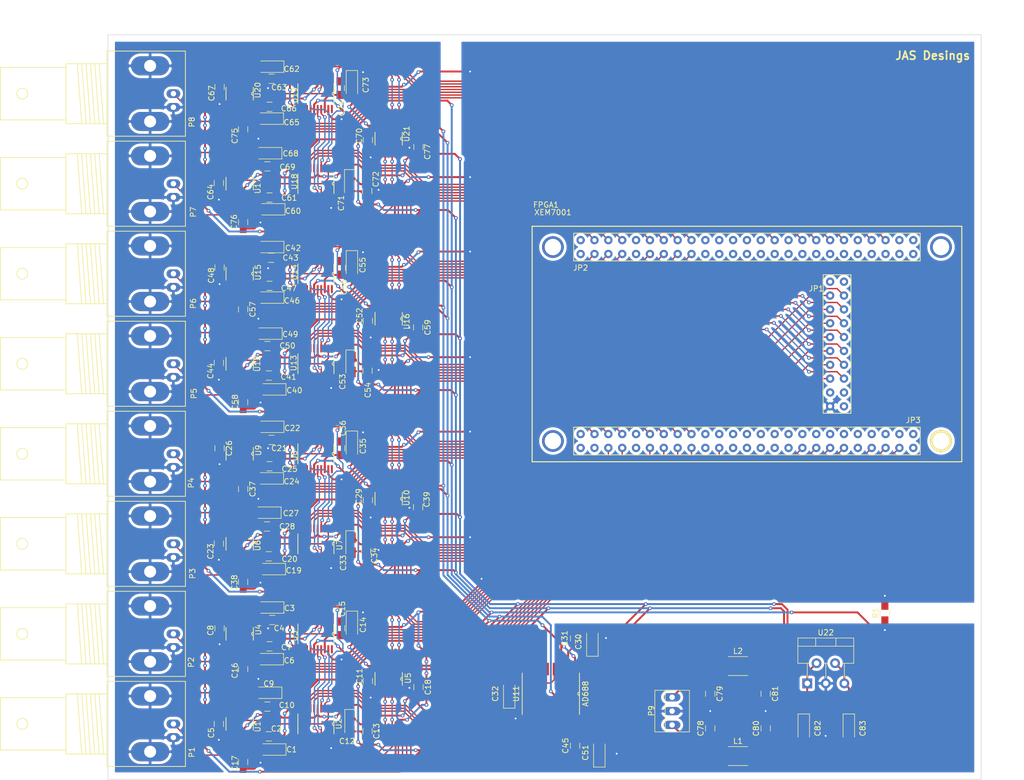
<source format=kicad_pcb>
(kicad_pcb (version 4) (host pcbnew 4.0.5)
  (title_block (title "8, 18 Bit DAC, with FPGA XEM7001 Control") (date 2017-03-12) (rev 001) (company "Ye Group") (comment 1 "Desined by: Jacob Scott"))
  (layers (0 Top signal) (31 Bottom signal) (34 B.Paste user) (35 F.Paste user) (36 B.SilkS user) (37 F.SilkS user) (38 B.Mask user) (39 F.Mask user) (44 Edge.Cuts user))
  (net 0 "")
  (net 1 +3V3)
  (net 2 GNDA)
  (net 3 -15V)
  (net 4 +15V)
  (net 5 "Net-(C32-Pad2)")
  (net 6 "Net-(C78-Pad1)")
  (net 7 "Net-(C79-Pad1)")
  (net 8 "Net-(FPGA1-PadGNDa)")
  (net 9 "Net-(FPGA1-PadGNDb)")
  (net 10 "Net-(FPGA1-PadP10)")
  (net 11 SCLK5)
  (net 12 "Net-(FPGA1-PadJ3)")
  (net 13 SDIN5)
  (net 14 "Net-(FPGA1-PadK1)")
  (net 15 "Net-(FPGA1-Pad3.3A)")
  (net 16 "Net-(FPGA1-Pad3.3B)")
  (net 17 SDO5)
  (net 18 "Net-(FPGA1-PadK3)")
  (net 19 ~LDAC~5)
  (net 20 "Net-(FPGA1-PadM1)")
  (net 21 ~CLR~5)
  (net 22 "Net-(FPGA1-PadL4)")
  (net 23 ~RESET~5)
  (net 24 "Net-(FPGA1-PadN1)")
  (net 25 "Net-(FPGA1-PadGNDc)")
  (net 26 "Net-(FPGA1-PadGNDd)")
  (net 27 "Net-(FPGA1-PadN3)")
  (net 28 "Net-(FPGA1-PadP1)")
  (net 29 "Net-(FPGA1-PadR1)")
  (net 30 "Net-(FPGA1-PadR2)")
  (net 31 "Net-(FPGA1-PadP3)")
  (net 32 "Net-(FPGA1-PadT2)")
  (net 33 "Net-(FPGA1-PadR3)")
  (net 34 "Net-(FPGA1-PadT3)")
  (net 35 "Net-(FPGA1-PadN4)")
  (net 36 "Net-(FPGA1-PadGNDe)")
  (net 37 "Net-(FPGA1-PadGNDf)")
  (net 38 ~RESET~6)
  (net 39 ~RESET~4)
  (net 40 ~CLR~6)
  (net 41 ~CLR~4)
  (net 42 ~LDAC~6)
  (net 43 ~LDAC~4)
  (net 44 SDO6)
  (net 45 SDO4)
  (net 46 "Net-(FPGA1-Pad3.3C)")
  (net 47 "Net-(FPGA1-Pad3.3D)")
  (net 48 SDIN6)
  (net 49 SDIN4)
  (net 50 SCLK6)
  (net 51 SCLK4)
  (net 52 ~SYNC~6)
  (net 53 ~SYNC~4)
  (net 54 "Net-(FPGA1-PadGNDg)")
  (net 55 "Net-(FPGA1-PadGNDh)")
  (net 56 "Net-(FPGA1-Pad3.3E)")
  (net 57 "Net-(FPGA1-Pad3.3F)")
  (net 58 ~RESET~1)
  (net 59 ~RESET~2)
  (net 60 ~CLR~1)
  (net 61 ~CLR~2)
  (net 62 ~LDAC~1)
  (net 63 ~LDAC~2)
  (net 64 SDO1)
  (net 65 SDO2)
  (net 66 SDIN1)
  (net 67 SDIN2)
  (net 68 SCLK1)
  (net 69 SCLK2)
  (net 70 ~SYNC~1)
  (net 71 ~SYNC~2)
  (net 72 "Net-(FPGA1-PadD4)")
  (net 73 "Net-(FPGA1-PadC4)")
  (net 74 "Net-(FPGA1-PadGNDj)")
  (net 75 "Net-(FPGA1-PadGNDk)")
  (net 76 "Net-(FPGA1-PadGNDl)")
  (net 77 "Net-(FPGA1-PadA8)")
  (net 78 ~SYNC~7)
  (net 79 "Net-(FPGA1-PadC8)")
  (net 80 SCLK7)
  (net 81 "Net-(FPGA1-PadA9)")
  (net 82 SDIN7)
  (net 83 "Net-(FPGA1-Pad3.3G)")
  (net 84 "Net-(FPGA1-Pad3.3H)")
  (net 85 "Net-(FPGA1-PadB9)")
  (net 86 SDO7)
  (net 87 "Net-(FPGA1-PadB10)")
  (net 88 ~LDAC~7)
  (net 89 "Net-(FPGA1-PadB12)")
  (net 90 ~CLR~7)
  (net 91 "Net-(FPGA1-PadC12)")
  (net 92 ~RESET~7)
  (net 93 "Net-(FPGA1-PadGNDn)")
  (net 94 "Net-(FPGA1-PadGNDm)")
  (net 95 "Net-(FPGA1-PadA13)")
  (net 96 "Net-(FPGA1-PadA14)")
  (net 97 "Net-(FPGA1-PadE13)")
  (net 98 "Net-(FPGA1-PadB14)")
  (net 99 "Net-(FPGA1-PadC14)")
  (net 100 "Net-(FPGA1-PadA15)")
  (net 101 "Net-(FPGA1-PadB15)")
  (net 102 "Net-(FPGA1-PadB16)")
  (net 103 "Net-(FPGA1-PadC16)")
  (net 104 "Net-(FPGA1-PadGNDo)")
  (net 105 "Net-(FPGA1-PadGNDp)")
  (net 106 ~RESET~3)
  (net 107 ~RESET~8)
  (net 108 ~CLR~3)
  (net 109 ~CLR~8)
  (net 110 ~LDAC~3)
  (net 111 ~LDAC~8)
  (net 112 SDO3)
  (net 113 SDO8)
  (net 114 "Net-(FPGA1-Pad3.3I)")
  (net 115 "Net-(FPGA1-Pad3.3J)")
  (net 116 SDIN3)
  (net 117 SDIN8)
  (net 118 SCLK3)
  (net 119 SCLK8)
  (net 120 ~SYNC~3)
  (net 121 "Net-(FPGA1-PadGNDq)")
  (net 122 "Net-(FPGA1-PadGNDr)")
  (net 123 Vout1)
  (net 124 Vout2)
  (net 125 Vout3)
  (net 126 Vout4)
  (net 127 Vout5)
  (net 128 Vout6)
  (net 129 Vout7)
  (net 130 Vout8)
  (net 131 "Net-(U1-Pad1)")
  (net 132 "Net-(U1-Pad3)")
  (net 133 "Net-(U1-Pad5)")
  (net 134 "Net-(U1-Pad8)")
  (net 135 "Net-(U2-Pad1)")
  (net 136 "Net-(U2-Pad3)")
  (net 137 "Net-(U2-Pad4)")
  (net 138 "Net-(U2-Pad16)")
  (net 139 "Net-(U2-Pad17)")
  (net 140 "Net-(U2-Pad20)")
  (net 141 "Net-(U3-Pad1)")
  (net 142 "Net-(U3-Pad2)")
  (net 143 "Net-(U3-Pad20)")
  (net 144 "Net-(U4-Pad1)")
  (net 145 "Net-(U4-Pad5)")
  (net 146 "Net-(U4-Pad8)")
  (net 147 +10Vref)
  (net 148 -10Vref)
  (net 149 "Net-(U6-Pad1)")
  (net 150 "Net-(U6-Pad3)")
  (net 151 "Net-(U6-Pad5)")
  (net 152 "Net-(U6-Pad8)")
  (net 153 "Net-(U7-Pad1)")
  (net 154 "Net-(U10-Pad2)")
  (net 155 "Net-(U10-Pad1)")
  (net 156 "Net-(U10-Pad7)")
  (net 157 "Net-(U10-Pad6)")
  (net 158 "Net-(U7-Pad20)")
  (net 159 "Net-(U8-Pad1)")
  (net 160 "Net-(U8-Pad2)")
  (net 161 "Net-(U8-Pad20)")
  (net 162 "Net-(U9-Pad1)")
  (net 163 "Net-(U9-Pad5)")
  (net 164 "Net-(U9-Pad8)")
  (net 165 "Net-(U11-Pad4)")
  (net 166 "Net-(U11-Pad5)")
  (net 167 "Net-(U11-Pad13)")
  (net 168 "Net-(U11-Pad10)")
  (net 169 "Net-(U11-Pad11)")
  (net 170 "Net-(U11-Pad12)")
  (net 171 "Net-(U12-Pad1)")
  (net 172 "Net-(U12-Pad3)")
  (net 173 "Net-(U12-Pad5)")
  (net 174 "Net-(U12-Pad8)")
  (net 175 "Net-(U13-Pad1)")
  (net 176 "Net-(U13-Pad3)")
  (net 177 "Net-(U13-Pad4)")
  (net 178 ~SYNC~5)
  (net 179 "Net-(U13-Pad16)")
  (net 180 "Net-(U13-Pad17)")
  (net 181 "Net-(U13-Pad20)")
  (net 182 "Net-(U14-Pad1)")
  (net 183 "Net-(U14-Pad2)")
  (net 184 "Net-(U14-Pad20)")
  (net 185 "Net-(U15-Pad1)")
  (net 186 "Net-(U15-Pad5)")
  (net 187 "Net-(U15-Pad8)")
  (net 188 "Net-(U17-Pad1)")
  (net 189 "Net-(U17-Pad3)")
  (net 190 "Net-(U17-Pad5)")
  (net 191 "Net-(U17-Pad8)")
  (net 192 "Net-(U18-Pad1)")
  (net 193 "Net-(U18-Pad3)")
  (net 194 "Net-(U18-Pad4)")
  (net 195 "Net-(U18-Pad16)")
  (net 196 "Net-(U18-Pad17)")
  (net 197 "Net-(U18-Pad20)")
  (net 198 "Net-(U19-Pad1)")
  (net 199 "Net-(U19-Pad2)")
  (net 200 ~SYNC~8)
  (net 201 "Net-(U19-Pad20)")
  (net 202 "Net-(U20-Pad1)")
  (net 203 "Net-(U20-Pad5)")
  (net 204 "Net-(U20-Pad8)")
  (net 205 GNDD)
  (net 206 "Net-(FPGA1-PadCLK1)")
  (net 207 "Net-(FPGA1-PadCLK2)")
  (module Capacitors_SMD:C_0805_HandSoldering (layer Top) (at 98.679 155.956)
    (fp_text reference C2 (at 1.397 -1.397) (layer F.SilkS))
    (fp_text value 0.1uF hide)
    (pad 1 smd rect (at -1.25 0) (size 1.5 1.25) (layers Top F.Paste F.Mask) (net 2 GNDA))
    (pad 2 smd rect (at 1.25 0) (size 1.5 1.25) (layers Top F.Paste F.Mask) (net 1 +3V3))
  )
  (module Capacitors_SMD:C_0805_HandSoldering (layer Top) (at 99.314 134.62)
    (fp_text reference C4 (at 1.27 1.524) (layer F.SilkS))
    (fp_text value 0.1uF hide)
    (pad 1 smd rect (at -1.25 0) (size 1.5 1.25) (layers Top F.Paste F.Mask) (net 2 GNDA))
    (pad 2 smd rect (at 1.25 0) (size 1.5 1.25) (layers Top F.Paste F.Mask) (net 1 +3V3))
  )
  (module Capacitors_SMD:C_0805_HandSoldering (layer Top) (at 89.535 153.67 270)
    (fp_text reference C5 (at 1.651 1.397 270) (layer F.SilkS))
    (fp_text value 0.1uF hide)
    (pad 1 smd rect (at -1.25 0 270) (size 1.5 1.25) (layers Top F.Paste F.Mask) (net 3 -15V))
    (pad 2 smd rect (at 1.25 0 270) (size 1.5 1.25) (layers Top F.Paste F.Mask) (net 2 GNDA))
  )
  (module Capacitors_SMD:C_0805_HandSoldering (layer Top) (at 98.806 139.446)
    (fp_text reference C7 (at 3.1115 0.1905) (layer F.SilkS))
    (fp_text value 0.1uF hide)
    (pad 1 smd rect (at -1.25 0) (size 1.5 1.25) (layers Top F.Paste F.Mask) (net 2 GNDA))
    (pad 2 smd rect (at 1.25 0) (size 1.5 1.25) (layers Top F.Paste F.Mask) (net 4 +15V))
  )
  (module Capacitors_SMD:C_0805_HandSoldering (layer Top) (at 89.662 136.144 270)
    (fp_text reference C8 (at 0.381 1.651 270) (layer F.SilkS))
    (fp_text value 0.1uF hide)
    (pad 1 smd rect (at -1.25 0 270) (size 1.5 1.25) (layers Top F.Paste F.Mask) (net 3 -15V))
    (pad 2 smd rect (at 1.25 0 270) (size 1.5 1.25) (layers Top F.Paste F.Mask) (net 2 GNDA))
  )
  (module Capacitors_SMD:C_0805_HandSoldering (layer Top) (at 98.425 150.495 180)
    (fp_text reference C10 (at -3.556 0.254 360) (layer F.SilkS))
    (fp_text value 0.1uF hide)
    (pad 1 smd rect (at -1.25 0 180) (size 1.5 1.25) (layers Top F.Paste F.Mask) (net 4 +15V))
    (pad 2 smd rect (at 1.25 0 180) (size 1.5 1.25) (layers Top F.Paste F.Mask) (net 2 GNDA))
  )
  (module Capacitors_SMD:C_0805_HandSoldering (layer Top) (at 116.84 145.796 90)
    (fp_text reference C11 (at 0.889 -1.524 90) (layer F.SilkS))
    (fp_text value 0.1uF hide)
    (pad 1 smd rect (at -1.25 0 90) (size 1.5 1.25) (layers Top F.Paste F.Mask) (net 2 GNDA))
    (pad 2 smd rect (at 1.25 0 90) (size 1.5 1.25) (layers Top F.Paste F.Mask) (net 3 -15V))
  )
  (module Capacitors_SMD:C_0805_HandSoldering (layer Top) (at 116.7765 155.0035 270)
    (fp_text reference C13 (at 0 -1.651 270) (layer F.SilkS))
    (fp_text value 0.1uF hide)
    (pad 1 smd rect (at -1.25 0 270) (size 1.5 1.25) (layers Top F.Paste F.Mask) (net 2 GNDA))
    (pad 2 smd rect (at 1.25 0 270) (size 1.5 1.25) (layers Top F.Paste F.Mask) (net 3 -15V))
  )
  (module Capacitors_SMD:C_0805_HandSoldering (layer Top) (at 111.76 136.144 270)
    (fp_text reference C15 (at -3.556 -0.381 270) (layer F.SilkS))
    (fp_text value 0.1uF hide)
    (pad 1 smd rect (at -1.25 0 270) (size 1.5 1.25) (layers Top F.Paste F.Mask) (net 2 GNDA))
    (pad 2 smd rect (at 1.25 0 270) (size 1.5 1.25) (layers Top F.Paste F.Mask) (net 3 -15V))
  )
  (module Capacitors_SMD:C_0805_HandSoldering (layer Top) (at 93.98 143.637 270)
    (fp_text reference C16 (at 0.254 1.524 270) (layer F.SilkS))
    (fp_text value 0.1uF hide)
    (pad 1 smd rect (at -1.25 0 270) (size 1.5 1.25) (layers Top F.Paste F.Mask) (net 4 +15V))
    (pad 2 smd rect (at 1.25 0 270) (size 1.5 1.25) (layers Top F.Paste F.Mask) (net 2 GNDA))
  )
  (module Capacitors_SMD:C_0805_HandSoldering (layer Top) (at 93.98 160.655 270)
    (fp_text reference C17 (at 0.254 1.524 270) (layer F.SilkS))
    (fp_text value 0.1uF hide)
    (pad 1 smd rect (at -1.25 0 270) (size 1.5 1.25) (layers Top F.Paste F.Mask) (net 4 +15V))
    (pad 2 smd rect (at 1.25 0 270) (size 1.5 1.25) (layers Top F.Paste F.Mask) (net 2 GNDA))
  )
  (module Capacitors_SMD:C_0805_HandSoldering (layer Top) (at 126.111 146.939 270)
    (fp_text reference C18 (at 0 -1.75 270) (layer F.SilkS))
    (fp_text value 0.1uF hide)
    (pad 1 smd rect (at -1.25 0 270) (size 1.5 1.25) (layers Top F.Paste F.Mask) (net 2 GNDA))
    (pad 2 smd rect (at 1.25 0 270) (size 1.5 1.25) (layers Top F.Paste F.Mask) (net 4 +15V))
  )
  (module Capacitors_SMD:C_0805_HandSoldering (layer Top) (at 98.679 122.936)
    (fp_text reference C20 (at 3.81 0.508) (layer F.SilkS))
    (fp_text value 0.1uF hide)
    (pad 1 smd rect (at -1.25 0) (size 1.5 1.25) (layers Top F.Paste F.Mask) (net 2 GNDA))
    (pad 2 smd rect (at 1.25 0) (size 1.5 1.25) (layers Top F.Paste F.Mask) (net 1 +3V3))
  )
  (module Capacitors_SMD:C_0805_HandSoldering (layer Top) (at 99.187 101.6)
    (fp_text reference C22 (at 3.81 -2.159) (layer F.SilkS))
    (fp_text value 0.1uF hide)
    (pad 1 smd rect (at -1.25 0) (size 1.5 1.25) (layers Top F.Paste F.Mask) (net 2 GNDA))
    (pad 2 smd rect (at 1.25 0) (size 1.5 1.25) (layers Top F.Paste F.Mask) (net 1 +3V3))
  )
  (module Capacitors_SMD:C_0805_HandSoldering (layer Top) (at 89.535 120.5865 270)
    (fp_text reference C23 (at 1.4605 1.524 270) (layer F.SilkS))
    (fp_text value 0.1uF hide)
    (pad 1 smd rect (at -1.25 0 270) (size 1.5 1.25) (layers Top F.Paste F.Mask) (net 3 -15V))
    (pad 2 smd rect (at 1.25 0 270) (size 1.5 1.25) (layers Top F.Paste F.Mask) (net 2 GNDA))
  )
  (module Capacitors_SMD:C_0805_HandSoldering (layer Top) (at 98.806 106.426)
    (fp_text reference C25 (at 3.683 0.508) (layer F.SilkS))
    (fp_text value 0.1uF hide)
    (pad 1 smd rect (at -1.25 0) (size 1.5 1.25) (layers Top F.Paste F.Mask) (net 2 GNDA))
    (pad 2 smd rect (at 1.25 0) (size 1.5 1.25) (layers Top F.Paste F.Mask) (net 4 +15V))
  )
  (module Capacitors_SMD:C_0805_HandSoldering (layer Top) (at 89.662 103.124 270)
    (fp_text reference C26 (at 0 -1.75 270) (layer F.SilkS))
    (fp_text value 0.1uF hide)
    (pad 1 smd rect (at -1.25 0 270) (size 1.5 1.25) (layers Top F.Paste F.Mask) (net 3 -15V))
    (pad 2 smd rect (at 1.25 0 270) (size 1.5 1.25) (layers Top F.Paste F.Mask) (net 2 GNDA))
  )
  (module Capacitors_SMD:C_0805_HandSoldering (layer Top) (at 98.3615 117.475 180)
    (fp_text reference C28 (at -3.683 0 180) (layer F.SilkS))
    (fp_text value 0.1uF hide)
    (pad 1 smd rect (at -1.25 0 180) (size 1.5 1.25) (layers Top F.Paste F.Mask) (net 4 +15V))
    (pad 2 smd rect (at 1.25 0 180) (size 1.5 1.25) (layers Top F.Paste F.Mask) (net 2 GNDA))
  )
  (module Capacitors_SMD:C_0805_HandSoldering (layer Top) (at 116.84 112.649 90)
    (fp_text reference C29 (at 0.6985 -1.651 90) (layer F.SilkS))
    (fp_text value 0.1uF hide)
    (pad 1 smd rect (at -1.25 0 90) (size 1.5 1.25) (layers Top F.Paste F.Mask) (net 2 GNDA))
    (pad 2 smd rect (at 1.25 0 90) (size 1.5 1.25) (layers Top F.Paste F.Mask) (net 3 -15V))
  )
  (module Capacitors_SMD:C_0805_HandSoldering (layer Top) (at 154.813 137.9855 270)
    (fp_text reference C31 (at 0 1.905 270) (layer F.SilkS))
    (fp_text value 0.1uF hide)
    (pad 1 smd rect (at -1.25 0 270) (size 1.5 1.25) (layers Top F.Paste F.Mask) (net 2 GNDA))
    (pad 2 smd rect (at 1.25 0 270) (size 1.5 1.25) (layers Top F.Paste F.Mask) (net 4 +15V))
  )
  (module Capacitors_SMD:C_0805_HandSoldering (layer Top) (at 116.5225 121.9835 270)
    (fp_text reference C34 (at 0.8255 -1.524 270) (layer F.SilkS))
    (fp_text value 0.1uF hide)
    (pad 1 smd rect (at -1.25 0 270) (size 1.5 1.25) (layers Top F.Paste F.Mask) (net 2 GNDA))
    (pad 2 smd rect (at 1.25 0 270) (size 1.5 1.25) (layers Top F.Paste F.Mask) (net 3 -15V))
  )
  (module Capacitors_SMD:C_0805_HandSoldering (layer Top) (at 111.76 103.124 270)
    (fp_text reference C36 (at -3.683 -0.508 270) (layer F.SilkS))
    (fp_text value 0.1uF hide)
    (pad 1 smd rect (at -1.25 0 270) (size 1.5 1.25) (layers Top F.Paste F.Mask) (net 2 GNDA))
    (pad 2 smd rect (at 1.25 0 270) (size 1.5 1.25) (layers Top F.Paste F.Mask) (net 3 -15V))
  )
  (module Capacitors_SMD:C_0805_HandSoldering (layer Top) (at 93.98 110.617 270)
    (fp_text reference C37 (at 0 -1.75 270) (layer F.SilkS))
    (fp_text value 0.1uF hide)
    (pad 1 smd rect (at -1.25 0 270) (size 1.5 1.25) (layers Top F.Paste F.Mask) (net 4 +15V))
    (pad 2 smd rect (at 1.25 0 270) (size 1.5 1.25) (layers Top F.Paste F.Mask) (net 2 GNDA))
  )
  (module Capacitors_SMD:C_0805_HandSoldering (layer Top) (at 93.98 127.635 270)
    (fp_text reference C38 (at 0.127 1.5875 270) (layer F.SilkS))
    (fp_text value 0.1uF hide)
    (pad 1 smd rect (at -1.25 0 270) (size 1.5 1.25) (layers Top F.Paste F.Mask) (net 4 +15V))
    (pad 2 smd rect (at 1.25 0 270) (size 1.5 1.25) (layers Top F.Paste F.Mask) (net 2 GNDA))
  )
  (module Capacitors_SMD:C_0805_HandSoldering (layer Top) (at 126.0475 113.919 270)
    (fp_text reference C39 (at -1.397 -1.5875 270) (layer F.SilkS))
    (fp_text value 0.1uF hide)
    (pad 1 smd rect (at -1.25 0 270) (size 1.5 1.25) (layers Top F.Paste F.Mask) (net 2 GNDA))
    (pad 2 smd rect (at 1.25 0 270) (size 1.5 1.25) (layers Top F.Paste F.Mask) (net 4 +15V))
  )
  (module Capacitors_SMD:C_0805_HandSoldering (layer Top) (at 98.679 89.789)
    (fp_text reference C41 (at 3.6195 0.254) (layer F.SilkS))
    (fp_text value 0.1uF hide)
    (pad 1 smd rect (at -1.25 0) (size 1.5 1.25) (layers Top F.Paste F.Mask) (net 2 GNDA))
    (pad 2 smd rect (at 1.25 0) (size 1.5 1.25) (layers Top F.Paste F.Mask) (net 1 +3V3))
  )
  (module Capacitors_SMD:C_0805_HandSoldering (layer Top) (at 99.1235 68.199)
    (fp_text reference C43 (at 3.556 0) (layer F.SilkS))
    (fp_text value 0.1uF hide)
    (pad 1 smd rect (at -1.25 0) (size 1.5 1.25) (layers Top F.Paste F.Mask) (net 2 GNDA))
    (pad 2 smd rect (at 1.25 0) (size 1.5 1.25) (layers Top F.Paste F.Mask) (net 1 +3V3))
  )
  (module Capacitors_SMD:C_0805_HandSoldering (layer Top) (at 89.535 87.4395 270)
    (fp_text reference C44 (at 1.524 1.524 270) (layer F.SilkS))
    (fp_text value 0.1uF hide)
    (pad 1 smd rect (at -1.25 0 270) (size 1.5 1.25) (layers Top F.Paste F.Mask) (net 3 -15V))
    (pad 2 smd rect (at 1.25 0 270) (size 1.5 1.25) (layers Top F.Paste F.Mask) (net 2 GNDA))
  )
  (module Capacitors_SMD:C_0805_HandSoldering (layer Top) (at 154.813 157.6705 90)
    (fp_text reference C45 (at 0 -1.75 90) (layer F.SilkS))
    (fp_text value 0.1uF hide)
    (pad 1 smd rect (at -1.25 0 90) (size 1.5 1.25) (layers Top F.Paste F.Mask) (net 2 GNDA))
    (pad 2 smd rect (at 1.25 0 90) (size 1.5 1.25) (layers Top F.Paste F.Mask) (net 3 -15V))
  )
  (module Capacitors_SMD:C_0805_HandSoldering (layer Top) (at 98.806 73.3425)
    (fp_text reference C47 (at 3.556 0.4445) (layer F.SilkS))
    (fp_text value 0.1uF hide)
    (pad 1 smd rect (at -1.25 0) (size 1.5 1.25) (layers Top F.Paste F.Mask) (net 2 GNDA))
    (pad 2 smd rect (at 1.25 0) (size 1.5 1.25) (layers Top F.Paste F.Mask) (net 4 +15V))
  )
  (module Capacitors_SMD:C_0805_HandSoldering (layer Top) (at 89.662 69.977 270)
    (fp_text reference C48 (at 1.4605 1.524 270) (layer F.SilkS))
    (fp_text value 0.1uF hide)
    (pad 1 smd rect (at -1.25 0 270) (size 1.5 1.25) (layers Top F.Paste F.Mask) (net 3 -15V))
    (pad 2 smd rect (at 1.25 0 270) (size 1.5 1.25) (layers Top F.Paste F.Mask) (net 2 GNDA))
  )
  (module Capacitors_SMD:C_0805_HandSoldering (layer Top) (at 98.425 84.3915 180)
    (fp_text reference C50 (at -3.683 0.0635 180) (layer F.SilkS))
    (fp_text value 0.1uF hide)
    (pad 1 smd rect (at -1.25 0 180) (size 1.5 1.25) (layers Top F.Paste F.Mask) (net 4 +15V))
    (pad 2 smd rect (at 1.25 0 180) (size 1.5 1.25) (layers Top F.Paste F.Mask) (net 2 GNDA))
  )
  (module Capacitors_SMD:C_0805_HandSoldering (layer Top) (at 116.84 79.756 90)
    (fp_text reference C52 (at 0.9525 -1.524 90) (layer F.SilkS))
    (fp_text value 0.1uF hide)
    (pad 1 smd rect (at -1.25 0 90) (size 1.5 1.25) (layers Top F.Paste F.Mask) (net 2 GNDA))
    (pad 2 smd rect (at 1.25 0 90) (size 1.5 1.25) (layers Top F.Paste F.Mask) (net 3 -15V))
  )
  (module Capacitors_SMD:C_0805_HandSoldering (layer Top) (at 116.7765 88.9 270)
    (fp_text reference C54 (at 3.556 -0.0635 270) (layer F.SilkS))
    (fp_text value 0.1uF hide)
    (pad 1 smd rect (at -1.25 0 270) (size 1.5 1.25) (layers Top F.Paste F.Mask) (net 2 GNDA))
    (pad 2 smd rect (at 1.25 0 270) (size 1.5 1.25) (layers Top F.Paste F.Mask) (net 3 -15V))
  )
  (module Capacitors_SMD:C_0805_HandSoldering (layer Top) (at 111.887 70.0405 270)
    (fp_text reference C56 (at 3.556 -0.5715 270) (layer F.SilkS))
    (fp_text value 0.1uF hide)
    (pad 1 smd rect (at -1.25 0 270) (size 1.5 1.25) (layers Top F.Paste F.Mask) (net 2 GNDA))
    (pad 2 smd rect (at 1.25 0 270) (size 1.5 1.25) (layers Top F.Paste F.Mask) (net 3 -15V))
  )
  (module Capacitors_SMD:C_0805_HandSoldering (layer Top) (at 93.98 77.6605 270)
    (fp_text reference C57 (at 0 -1.75 270) (layer F.SilkS))
    (fp_text value 0.1uF hide)
    (pad 1 smd rect (at -1.25 0 270) (size 1.5 1.25) (layers Top F.Paste F.Mask) (net 4 +15V))
    (pad 2 smd rect (at 1.25 0 270) (size 1.5 1.25) (layers Top F.Paste F.Mask) (net 2 GNDA))
  )
  (module Capacitors_SMD:C_0805_HandSoldering (layer Top) (at 93.98 94.6785 270)
    (fp_text reference C58 (at 0 1.4605 270) (layer F.SilkS))
    (fp_text value 0.1uF hide)
    (pad 1 smd rect (at -1.25 0 270) (size 1.5 1.25) (layers Top F.Paste F.Mask) (net 4 +15V))
    (pad 2 smd rect (at 1.25 0 270) (size 1.5 1.25) (layers Top F.Paste F.Mask) (net 2 GNDA))
  )
  (module Capacitors_SMD:C_0805_HandSoldering (layer Top) (at 126.0475 80.9625 270)
    (fp_text reference C59 (at 0 -1.75 270) (layer F.SilkS))
    (fp_text value 0.1uF hide)
    (pad 1 smd rect (at -1.25 0 270) (size 1.5 1.25) (layers Top F.Paste F.Mask) (net 2 GNDA))
    (pad 2 smd rect (at 1.25 0 270) (size 1.5 1.25) (layers Top F.Paste F.Mask) (net 4 +15V))
  )
  (module Capacitors_SMD:C_0805_HandSoldering (layer Top) (at 98.806 57.15)
    (fp_text reference C61 (at 3.6195 0.0635) (layer F.SilkS))
    (fp_text value 0.1uF hide)
    (pad 1 smd rect (at -1.25 0) (size 1.5 1.25) (layers Top F.Paste F.Mask) (net 2 GNDA))
    (pad 2 smd rect (at 1.25 0) (size 1.5 1.25) (layers Top F.Paste F.Mask) (net 1 +3V3))
  )
  (module Capacitors_SMD:C_0805_HandSoldering (layer Top) (at 99.187 35.3695)
    (fp_text reference C63 (at 1.397 1.5875) (layer F.SilkS))
    (fp_text value 0.1uF hide)
    (pad 1 smd rect (at -1.25 0) (size 1.5 1.25) (layers Top F.Paste F.Mask) (net 2 GNDA))
    (pad 2 smd rect (at 1.25 0) (size 1.5 1.25) (layers Top F.Paste F.Mask) (net 1 +3V3))
  )
  (module Capacitors_SMD:C_0805_HandSoldering (layer Top) (at 89.535 54.483 270)
    (fp_text reference C64 (at 1.651 1.524 270) (layer F.SilkS))
    (fp_text value 0.1uF hide)
    (pad 1 smd rect (at -1.25 0 270) (size 1.5 1.25) (layers Top F.Paste F.Mask) (net 3 -15V))
    (pad 2 smd rect (at 1.25 0 270) (size 1.5 1.25) (layers Top F.Paste F.Mask) (net 2 GNDA))
  )
  (module Capacitors_SMD:C_0805_HandSoldering (layer Top) (at 98.806 40.513)
    (fp_text reference C66 (at 3.556 0.3175) (layer F.SilkS))
    (fp_text value 0.1uF hide)
    (pad 1 smd rect (at -1.25 0) (size 1.5 1.25) (layers Top F.Paste F.Mask) (net 2 GNDA))
    (pad 2 smd rect (at 1.25 0) (size 1.5 1.25) (layers Top F.Paste F.Mask) (net 4 +15V))
  )
  (module Capacitors_SMD:C_0805_HandSoldering (layer Top) (at 89.662 36.8935 270)
    (fp_text reference C67 (at 1.143 1.4605 270) (layer F.SilkS))
    (fp_text value 0.1uF hide)
    (pad 1 smd rect (at -1.25 0 270) (size 1.5 1.25) (layers Top F.Paste F.Mask) (net 3 -15V))
    (pad 2 smd rect (at 1.25 0 270) (size 1.5 1.25) (layers Top F.Paste F.Mask) (net 2 GNDA))
  )
  (module Capacitors_SMD:C_0805_HandSoldering (layer Top) (at 98.425 51.435 180)
    (fp_text reference C69 (at -3.683 -0.127 180) (layer F.SilkS))
    (fp_text value 0.1uF hide)
    (pad 1 smd rect (at -1.25 0 180) (size 1.5 1.25) (layers Top F.Paste F.Mask) (net 4 +15V))
    (pad 2 smd rect (at 1.25 0 180) (size 1.5 1.25) (layers Top F.Paste F.Mask) (net 2 GNDA))
  )
  (module Capacitors_SMD:C_0805_HandSoldering (layer Top) (at 116.84 46.609 90)
    (fp_text reference C70 (at 0.762 -1.5875 90) (layer F.SilkS))
    (fp_text value 0.1uF hide)
    (pad 1 smd rect (at -1.25 0 90) (size 1.5 1.25) (layers Top F.Paste F.Mask) (net 2 GNDA))
    (pad 2 smd rect (at 1.25 0 90) (size 1.5 1.25) (layers Top F.Paste F.Mask) (net 3 -15V))
  )
  (module Capacitors_SMD:C_0805_HandSoldering (layer Top) (at 116.713 55.9435 270)
    (fp_text reference C72 (at -2.159 -1.5875 270) (layer F.SilkS))
    (fp_text value 0.1uF hide)
    (pad 1 smd rect (at -1.25 0 270) (size 1.5 1.25) (layers Top F.Paste F.Mask) (net 2 GNDA))
    (pad 2 smd rect (at 1.25 0 270) (size 1.5 1.25) (layers Top F.Paste F.Mask) (net 3 -15V))
  )
  (module Capacitors_SMD:C_0805_HandSoldering (layer Top) (at 111.6965 37.084 270)
    (fp_text reference C74 (at 3.7084 -0.3683 270) (layer F.SilkS))
    (fp_text value 0.1uF hide)
    (pad 1 smd rect (at -1.25 0 270) (size 1.5 1.25) (layers Top F.Paste F.Mask) (net 2 GNDA))
    (pad 2 smd rect (at 1.25 0 270) (size 1.5 1.25) (layers Top F.Paste F.Mask) (net 3 -15V))
  )
  (module Capacitors_SMD:C_0805_HandSoldering (layer Top) (at 93.98 44.6405 270)
    (fp_text reference C75 (at 1.2065 1.524 270) (layer F.SilkS))
    (fp_text value 0.1uF hide)
    (pad 1 smd rect (at -1.25 0 270) (size 1.5 1.25) (layers Top F.Paste F.Mask) (net 4 +15V))
    (pad 2 smd rect (at 1.25 0 270) (size 1.5 1.25) (layers Top F.Paste F.Mask) (net 2 GNDA))
  )
  (module Capacitors_SMD:C_0805_HandSoldering (layer Top) (at 93.98 61.6585 270)
    (fp_text reference C76 (at 0 1.651 270) (layer F.SilkS))
    (fp_text value 0.1uF hide)
    (pad 1 smd rect (at -1.25 0 270) (size 1.5 1.25) (layers Top F.Paste F.Mask) (net 4 +15V))
    (pad 2 smd rect (at 1.25 0 270) (size 1.5 1.25) (layers Top F.Paste F.Mask) (net 2 GNDA))
  )
  (module Capacitors_SMD:C_0805_HandSoldering (layer Top) (at 126.111 47.879 270)
    (fp_text reference C77 (at 0.889 -1.651 270) (layer F.SilkS))
    (fp_text value 0.1uF hide)
    (pad 1 smd rect (at -1.25 0 270) (size 1.5 1.25) (layers Top F.Paste F.Mask) (net 2 GNDA))
    (pad 2 smd rect (at 1.25 0 270) (size 1.5 1.25) (layers Top F.Paste F.Mask) (net 4 +15V))
  )
  (module Capacitors_SMD:C_0805_HandSoldering (layer Top) (at 179.578 154.4955 90)
    (fp_text reference C78 (at 0 -1.75 90) (layer F.SilkS))
    (fp_text value 0.1uF hide)
    (pad 1 smd rect (at -1.25 0 90) (size 1.5 1.25) (layers Top F.Paste F.Mask) (net 6 "Net-(C78-Pad1)"))
    (pad 2 smd rect (at 1.25 0 90) (size 1.5 1.25) (layers Top F.Paste F.Mask) (net 2 GNDA))
  )
  (module Capacitors_SMD:C_0805_HandSoldering (layer Top) (at 179.578 148.1455 270)
    (fp_text reference C79 (at 0 -1.75 270) (layer F.SilkS))
    (fp_text value 0.1uF hide)
    (pad 1 smd rect (at -1.25 0 270) (size 1.5 1.25) (layers Top F.Paste F.Mask) (net 7 "Net-(C79-Pad1)"))
    (pad 2 smd rect (at 1.25 0 270) (size 1.5 1.25) (layers Top F.Paste F.Mask) (net 2 GNDA))
  )
  (module Capacitors_SMD:C_0805_HandSoldering (layer Top) (at 189.738 154.4955 90)
    (fp_text reference C80 (at 0 -1.75 90) (layer F.SilkS))
    (fp_text value 0.01uF hide)
    (pad 1 smd rect (at -1.25 0 90) (size 1.5 1.25) (layers Top F.Paste F.Mask) (net 4 +15V))
    (pad 2 smd rect (at 1.25 0 90) (size 1.5 1.25) (layers Top F.Paste F.Mask) (net 2 GNDA))
  )
  (module Capacitors_SMD:C_0805_HandSoldering (layer Top) (at 189.738 148.1455 270)
    (fp_text reference C81 (at 0 -1.75 270) (layer F.SilkS))
    (fp_text value 0.01uF hide)
    (pad 1 smd rect (at -1.25 0 270) (size 1.5 1.25) (layers Top F.Paste F.Mask) (net 3 -15V))
    (pad 2 smd rect (at 1.25 0 270) (size 1.5 1.25) (layers Top F.Paste F.Mask) (net 2 GNDA))
  )
  (module KiCad_DAC_Specific:XEM7001 (layer Top) (at 211.709 70.0405)
    (fp_text reference FPGA1 (at -62.23 -11.557) (layer F.SilkS))
    (fp_text value XEM7001 (at -60.96 -10.16) (layer F.SilkS))
    (fp_text user JP3 (at 5.08 27.94) (layer F.SilkS))
    (fp_text user JP1 (at -12.7 3.81) (layer F.SilkS))
    (fp_text user JP2 (at -55.88 0) (layer F.SilkS))
    (pad "" np_thru_hole circle (at -60.96 31.75) (size 4 4) (drill 3) (layers *.Cu *.Mask))
    (pad "" np_thru_hole circle (at 10.16 31.75) (size 4 4) (drill 3) (layers *.Cu *.Mask F.SilkS Dwgs.User))
    (pad "" np_thru_hole circle (at 10.16 -3.81) (size 4 4) (drill 3) (layers *.Cu *.Mask))
    (pad GNDa thru_hole circle (at 5.08 -5.08) (size 1.524 1.524) (drill 0.762) (layers *.Cu *.Mask) (net 8 "Net-(FPGA1-PadGNDa)"))
    (pad GNDb thru_hole circle (at 5.08 -2.54) (size 1.524 1.524) (drill 0.762) (layers *.Cu *.Mask) (net 9 "Net-(FPGA1-PadGNDb)"))
    (pad CLK1 thru_hole circle (at 2.54 -5.08) (size 1.524 1.524) (drill 0.762) (layers *.Cu *.Mask) (net 206 "Net-(FPGA1-PadCLK1)"))
    (pad P10 thru_hole circle (at 2.54 -2.54) (size 1.524 1.524) (drill 0.762) (layers *.Cu *.Mask) (net 10 "Net-(FPGA1-PadP10)"))
    (pad J1 thru_hole circle (at 0 -5.08) (size 1.524 1.524) (drill 0.762) (layers *.Cu *.Mask) (net 111 ~LDAC~8))
    (pad J3 thru_hole circle (at 0 -2.54) (size 1.524 1.524) (drill 0.762) (layers *.Cu *.Mask) (net 12 "Net-(FPGA1-PadJ3)"))
    (pad K2 thru_hole circle (at -2.54 -5.08) (size 1.524 1.524) (drill 0.762) (layers *.Cu *.Mask) (net 109 ~CLR~8))
    (pad K1 thru_hole circle (at -2.54 -2.54) (size 1.524 1.524) (drill 0.762) (layers *.Cu *.Mask) (net 14 "Net-(FPGA1-PadK1)"))
    (pad 3.3A thru_hole circle (at -5.08 -5.08) (size 1.524 1.524) (drill 0.762) (layers *.Cu *.Mask) (net 15 "Net-(FPGA1-Pad3.3A)"))
    (pad 3.3B thru_hole circle (at -5.08 -2.54) (size 1.524 1.524) (drill 0.762) (layers *.Cu *.Mask) (net 16 "Net-(FPGA1-Pad3.3B)"))
    (pad L2 thru_hole circle (at -7.62 -5.08) (size 1.524 1.524) (drill 0.762) (layers *.Cu *.Mask) (net 107 ~RESET~8))
    (pad K3 thru_hole circle (at -7.62 -2.54) (size 1.524 1.524) (drill 0.762) (layers *.Cu *.Mask) (net 18 "Net-(FPGA1-PadK3)"))
    (pad L3 thru_hole circle (at -10.16 -5.08) (size 1.524 1.524) (drill 0.762) (layers *.Cu *.Mask) (net 200 ~SYNC~8))
    (pad M1 thru_hole circle (at -10.16 -2.54) (size 1.524 1.524) (drill 0.762) (layers *.Cu *.Mask) (net 20 "Net-(FPGA1-PadM1)"))
    (pad M2 thru_hole circle (at -12.7 -5.08) (size 1.524 1.524) (drill 0.762) (layers *.Cu *.Mask) (net 119 SCLK8))
    (pad L4 thru_hole circle (at -12.7 -2.54) (size 1.524 1.524) (drill 0.762) (layers *.Cu *.Mask) (net 22 "Net-(FPGA1-PadL4)"))
    (pad M4 thru_hole circle (at -15.24 -5.08) (size 1.524 1.524) (drill 0.762) (layers *.Cu *.Mask) (net 117 SDIN8))
    (pad N1 thru_hole circle (at -15.24 -2.54) (size 1.524 1.524) (drill 0.762) (layers *.Cu *.Mask) (net 24 "Net-(FPGA1-PadN1)"))
    (pad GNDc thru_hole circle (at -17.78 -5.08) (size 1.524 1.524) (drill 0.762) (layers *.Cu *.Mask) (net 25 "Net-(FPGA1-PadGNDc)"))
    (pad GNDd thru_hole circle (at -17.78 -2.54) (size 1.524 1.524) (drill 0.762) (layers *.Cu *.Mask) (net 26 "Net-(FPGA1-PadGNDd)"))
    (pad N2 thru_hole circle (at -20.32 -5.08) (size 1.524 1.524) (drill 0.762) (layers *.Cu *.Mask) (net 113 SDO8))
    (pad N3 thru_hole circle (at -20.32 -2.54) (size 1.524 1.524) (drill 0.762) (layers *.Cu *.Mask) (net 27 "Net-(FPGA1-PadN3)"))
    (pad P1 thru_hole circle (at -22.86 -5.08) (size 1.524 1.524) (drill 0.762) (layers *.Cu *.Mask) (net 28 "Net-(FPGA1-PadP1)"))
    (pad R1 thru_hole circle (at -22.86 -2.54) (size 1.524 1.524) (drill 0.762) (layers *.Cu *.Mask) (net 29 "Net-(FPGA1-PadR1)"))
    (pad R2 thru_hole circle (at -25.4 -5.08) (size 1.524 1.524) (drill 0.762) (layers *.Cu *.Mask) (net 30 "Net-(FPGA1-PadR2)"))
    (pad P3 thru_hole circle (at -25.4 -2.54) (size 1.524 1.524) (drill 0.762) (layers *.Cu *.Mask) (net 31 "Net-(FPGA1-PadP3)"))
    (pad T2 thru_hole circle (at -27.94 -5.08) (size 1.524 1.524) (drill 0.762) (layers *.Cu *.Mask) (net 32 "Net-(FPGA1-PadT2)"))
    (pad R3 thru_hole circle (at -27.94 -2.54) (size 1.524 1.524) (drill 0.762) (layers *.Cu *.Mask) (net 33 "Net-(FPGA1-PadR3)"))
    (pad T3 thru_hole circle (at -30.48 -5.08) (size 1.524 1.524) (drill 0.762) (layers *.Cu *.Mask) (net 34 "Net-(FPGA1-PadT3)"))
    (pad N4 thru_hole circle (at -30.48 -2.54) (size 1.524 1.524) (drill 0.762) (layers *.Cu *.Mask) (net 35 "Net-(FPGA1-PadN4)"))
    (pad GNDe thru_hole circle (at -33.02 -5.08) (size 1.524 1.524) (drill 0.762) (layers *.Cu *.Mask) (net 36 "Net-(FPGA1-PadGNDe)"))
    (pad GNDf thru_hole circle (at -33.02 -2.54) (size 1.524 1.524) (drill 0.762) (layers *.Cu *.Mask) (net 37 "Net-(FPGA1-PadGNDf)"))
    (pad P4 thru_hole circle (at -35.56 -5.08) (size 1.524 1.524) (drill 0.762) (layers *.Cu *.Mask) (net 88 ~LDAC~7))
    (pad T4 thru_hole circle (at -35.56 -2.54) (size 1.524 1.524) (drill 0.762) (layers *.Cu *.Mask) (net 44 SDO6))
    (pad P5 thru_hole circle (at -38.1 -5.08) (size 1.524 1.524) (drill 0.762) (layers *.Cu *.Mask) (net 90 ~CLR~7))
    (pad N6 thru_hole circle (at -38.1 -2.54) (size 1.524 1.524) (drill 0.762) (layers *.Cu *.Mask) (net 48 SDIN6))
    (pad R5 thru_hole circle (at -40.64 -5.08) (size 1.524 1.524) (drill 0.762) (layers *.Cu *.Mask) (net 92 ~RESET~7))
    (pad P8 thru_hole circle (at -40.64 -2.54) (size 1.524 1.524) (drill 0.762) (layers *.Cu *.Mask) (net 50 SCLK6))
    (pad T5 thru_hole circle (at -43.18 -5.08) (size 1.524 1.524) (drill 0.762) (layers *.Cu *.Mask) (net 78 ~SYNC~7))
    (pad R6 thru_hole circle (at -43.18 -2.54) (size 1.524 1.524) (drill 0.762) (layers *.Cu *.Mask) (net 52 ~SYNC~6))
    (pad 3.3C thru_hole circle (at -45.72 -5.08) (size 1.524 1.524) (drill 0.762) (layers *.Cu *.Mask) (net 46 "Net-(FPGA1-Pad3.3C)"))
    (pad 3.3D thru_hole circle (at -45.72 -2.54) (size 1.524 1.524) (drill 0.762) (layers *.Cu *.Mask) (net 47 "Net-(FPGA1-Pad3.3D)"))
    (pad T9 thru_hole circle (at -48.26 -5.08) (size 1.524 1.524) (drill 0.762) (layers *.Cu *.Mask) (net 80 SCLK7))
    (pad R7 thru_hole circle (at -48.26 -2.54) (size 1.524 1.524) (drill 0.762) (layers *.Cu *.Mask) (net 38 ~RESET~6))
    (pad T7 thru_hole circle (at -50.8 -5.08) (size 1.524 1.524) (drill 0.762) (layers *.Cu *.Mask) (net 82 SDIN7))
    (pad R8 thru_hole circle (at -50.8 -2.54) (size 1.524 1.524) (drill 0.762) (layers *.Cu *.Mask) (net 40 ~CLR~6))
    (pad T8 thru_hole circle (at -53.34 -5.08) (size 1.524 1.524) (drill 0.762) (layers *.Cu *.Mask) (net 86 SDO7))
    (pad T10 thru_hole circle (at -53.34 -2.54) (size 1.524 1.524) (drill 0.762) (layers *.Cu *.Mask) (net 42 ~LDAC~6))
    (pad GNDg thru_hole circle (at -55.88 -5.08) (size 1.524 1.524) (drill 0.762) (layers *.Cu *.Mask) (net 54 "Net-(FPGA1-PadGNDg)"))
    (pad GNDh thru_hole circle (at -55.88 -2.54) (size 1.524 1.524) (drill 0.762) (layers *.Cu *.Mask) (net 55 "Net-(FPGA1-PadGNDh)"))
    (pad 3.3E thru_hole circle (at -10.16 2.54) (size 1.524 1.524) (drill 0.762) (layers *.Cu *.Mask) (net 56 "Net-(FPGA1-Pad3.3E)"))
    (pad 3.3F thru_hole circle (at -7.62 2.54) (size 1.524 1.524) (drill 0.762) (layers *.Cu *.Mask) (net 57 "Net-(FPGA1-Pad3.3F)"))
    (pad H1 thru_hole circle (at -10.16 5.08) (size 1.524 1.524) (drill 0.762) (layers *.Cu *.Mask) (net 43 ~LDAC~4))
    (pad H2 thru_hole circle (at -7.62 5.08) (size 1.524 1.524) (drill 0.762) (layers *.Cu *.Mask) (net 19 ~LDAC~5))
    (pad G1 thru_hole circle (at -10.16 7.62) (size 1.524 1.524) (drill 0.762) (layers *.Cu *.Mask) (net 41 ~CLR~4))
    (pad G2 thru_hole circle (at -7.62 7.62) (size 1.524 1.524) (drill 0.762) (layers *.Cu *.Mask) (net 21 ~CLR~5))
    (pad F2 thru_hole circle (at -10.16 10.16) (size 1.524 1.524) (drill 0.762) (layers *.Cu *.Mask) (net 39 ~RESET~4))
    (pad E1 thru_hole circle (at -7.62 10.16) (size 1.524 1.524) (drill 0.762) (layers *.Cu *.Mask) (net 23 ~RESET~5))
    (pad E2 thru_hole circle (at -10.16 12.7) (size 1.524 1.524) (drill 0.762) (layers *.Cu *.Mask) (net 53 ~SYNC~4))
    (pad D1 thru_hole circle (at -7.62 12.7) (size 1.524 1.524) (drill 0.762) (layers *.Cu *.Mask) (net 178 ~SYNC~5))
    (pad C1 thru_hole circle (at -10.16 15.24) (size 1.524 1.524) (drill 0.762) (layers *.Cu *.Mask) (net 51 SCLK4))
    (pad C2 thru_hole circle (at -7.62 15.24) (size 1.524 1.524) (drill 0.762) (layers *.Cu *.Mask) (net 11 SCLK5))
    (pad B1 thru_hole circle (at -10.16 17.78) (size 1.524 1.524) (drill 0.762) (layers *.Cu *.Mask) (net 49 SDIN4))
    (pad B2 thru_hole circle (at -7.62 17.78) (size 1.524 1.524) (drill 0.762) (layers *.Cu *.Mask) (net 13 SDIN5))
    (pad A2 thru_hole circle (at -10.16 20.32) (size 1.524 1.524) (drill 0.762) (layers *.Cu *.Mask) (net 45 SDO4))
    (pad A3 thru_hole circle (at -7.62 20.32) (size 1.524 1.524) (drill 0.762) (layers *.Cu *.Mask) (net 17 SDO5))
    (pad D4 thru_hole circle (at -10.16 22.86) (size 1.524 1.524) (drill 0.762) (layers *.Cu *.Mask) (net 72 "Net-(FPGA1-PadD4)"))
    (pad C4 thru_hole circle (at -7.62 22.86) (size 1.524 1.524) (drill 0.762) (layers *.Cu *.Mask) (net 73 "Net-(FPGA1-PadC4)"))
    (pad GNDi thru_hole circle (at -10.16 25.4) (size 1.524 1.524) (drill 0.762) (layers *.Cu *.Mask) (net 205 GNDD))
    (pad GNDj thru_hole circle (at -7.62 25.4) (size 1.524 1.524) (drill 0.762) (layers *.Cu *.Mask) (net 74 "Net-(FPGA1-PadGNDj)"))
    (pad GNDk thru_hole circle (at 5.08 30.48) (size 1.524 1.524) (drill 0.762) (layers *.Cu *.Mask) (net 75 "Net-(FPGA1-PadGNDk)"))
    (pad GNDl thru_hole circle (at 5.08 33.02) (size 1.524 1.524) (drill 0.762) (layers *.Cu *.Mask) (net 76 "Net-(FPGA1-PadGNDl)"))
    (pad A8 thru_hole circle (at 2.54 30.48) (size 1.524 1.524) (drill 0.762) (layers *.Cu *.Mask) (net 77 "Net-(FPGA1-PadA8)"))
    (pad D9 thru_hole circle (at 2.54 33.02) (size 1.524 1.524) (drill 0.762) (layers *.Cu *.Mask) (net 64 SDO1))
    (pad C8 thru_hole circle (at 0 30.48) (size 1.524 1.524) (drill 0.762) (layers *.Cu *.Mask) (net 79 "Net-(FPGA1-PadC8)"))
    (pad D10 thru_hole circle (at 0 33.02) (size 1.524 1.524) (drill 0.762) (layers *.Cu *.Mask) (net 66 SDIN1))
    (pad A9 thru_hole circle (at -2.54 30.48) (size 1.524 1.524) (drill 0.762) (layers *.Cu *.Mask) (net 81 "Net-(FPGA1-PadA9)"))
    (pad C9 thru_hole circle (at -2.54 33.02) (size 1.524 1.524) (drill 0.762) (layers *.Cu *.Mask) (net 68 SCLK1))
    (pad 3.3G thru_hole circle (at -5.08 30.48) (size 1.524 1.524) (drill 0.762) (layers *.Cu *.Mask) (net 83 "Net-(FPGA1-Pad3.3G)"))
    (pad 3.3H thru_hole circle (at -5.08 33.02) (size 1.524 1.524) (drill 0.762) (layers *.Cu *.Mask) (net 84 "Net-(FPGA1-Pad3.3H)"))
    (pad B9 thru_hole circle (at -7.62 30.48) (size 1.524 1.524) (drill 0.762) (layers *.Cu *.Mask) (net 85 "Net-(FPGA1-PadB9)"))
    (pad A10 thru_hole circle (at -7.62 33.02) (size 1.524 1.524) (drill 0.762) (layers *.Cu *.Mask) (net 70 ~SYNC~1))
    (pad B10 thru_hole circle (at -10.16 30.48) (size 1.524 1.524) (drill 0.762) (layers *.Cu *.Mask) (net 87 "Net-(FPGA1-PadB10)"))
    (pad C11 thru_hole circle (at -10.16 33.02) (size 1.524 1.524) (drill 0.762) (layers *.Cu *.Mask) (net 58 ~RESET~1))
    (pad B12 thru_hole circle (at -12.7 30.48) (size 1.524 1.524) (drill 0.762) (layers *.Cu *.Mask) (net 89 "Net-(FPGA1-PadB12)"))
    (pad A12 thru_hole circle (at -12.7 33.02) (size 1.524 1.524) (drill 0.762) (layers *.Cu *.Mask) (net 60 ~CLR~1))
    (pad C12 thru_hole circle (at -15.24 30.48) (size 1.524 1.524) (drill 0.762) (layers *.Cu *.Mask) (net 91 "Net-(FPGA1-PadC12)"))
    (pad F13 thru_hole circle (at -15.24 33.02) (size 1.524 1.524) (drill 0.762) (layers *.Cu *.Mask) (net 62 ~LDAC~1))
    (pad GNDn thru_hole circle (at -17.78 30.48) (size 1.524 1.524) (drill 0.762) (layers *.Cu *.Mask) (net 93 "Net-(FPGA1-PadGNDn)"))
    (pad GNDm thru_hole circle (at -17.78 33.02) (size 1.524 1.524) (drill 0.762) (layers *.Cu *.Mask) (net 94 "Net-(FPGA1-PadGNDm)"))
    (pad A13 thru_hole circle (at -20.32 30.48) (size 1.524 1.524) (drill 0.762) (layers *.Cu *.Mask) (net 95 "Net-(FPGA1-PadA13)"))
    (pad A14 thru_hole circle (at -20.32 33.02) (size 1.524 1.524) (drill 0.762) (layers *.Cu *.Mask) (net 96 "Net-(FPGA1-PadA14)"))
    (pad E13 thru_hole circle (at -22.86 30.48) (size 1.524 1.524) (drill 0.762) (layers *.Cu *.Mask) (net 97 "Net-(FPGA1-PadE13)"))
    (pad B14 thru_hole circle (at -22.86 33.02) (size 1.524 1.524) (drill 0.762) (layers *.Cu *.Mask) (net 98 "Net-(FPGA1-PadB14)"))
    (pad C14 thru_hole circle (at -25.4 30.48) (size 1.524 1.524) (drill 0.762) (layers *.Cu *.Mask) (net 99 "Net-(FPGA1-PadC14)"))
    (pad A15 thru_hole circle (at -25.4 33.02) (size 1.524 1.524) (drill 0.762) (layers *.Cu *.Mask) (net 100 "Net-(FPGA1-PadA15)"))
    (pad B15 thru_hole circle (at -27.94 30.48) (size 1.524 1.524) (drill 0.762) (layers *.Cu *.Mask) (net 101 "Net-(FPGA1-PadB15)"))
    (pad B16 thru_hole circle (at -27.94 33.02) (size 1.524 1.524) (drill 0.762) (layers *.Cu *.Mask) (net 102 "Net-(FPGA1-PadB16)"))
    (pad C16 thru_hole circle (at -30.48 30.48) (size 1.524 1.524) (drill 0.762) (layers *.Cu *.Mask) (net 103 "Net-(FPGA1-PadC16)"))
    (pad D15 thru_hole circle (at -30.48 33.02) (size 1.524 1.524) (drill 0.762) (layers *.Cu *.Mask) (net 65 SDO2))
    (pad GNDo thru_hole circle (at -33.02 30.48) (size 1.524 1.524) (drill 0.762) (layers *.Cu *.Mask) (net 104 "Net-(FPGA1-PadGNDo)"))
    (pad GNDp thru_hole circle (at -33.02 33.02) (size 1.524 1.524) (drill 0.762) (layers *.Cu *.Mask) (net 105 "Net-(FPGA1-PadGNDp)"))
    (pad D16 thru_hole circle (at -35.56 30.48) (size 1.524 1.524) (drill 0.762) (layers *.Cu *.Mask) (net 110 ~LDAC~3))
    (pad D14 thru_hole circle (at -35.56 33.02) (size 1.524 1.524) (drill 0.762) (layers *.Cu *.Mask) (net 67 SDIN2))
    (pad E16 thru_hole circle (at -38.1 30.48) (size 1.524 1.524) (drill 0.762) (layers *.Cu *.Mask) (net 108 ~CLR~3))
    (pad E15 thru_hole circle (at -38.1 33.02) (size 1.524 1.524) (drill 0.762) (layers *.Cu *.Mask) (net 69 SCLK2))
    (pad G15 thru_hole circle (at -40.64 30.48) (size 1.524 1.524) (drill 0.762) (layers *.Cu *.Mask) (net 106 ~RESET~3))
    (pad F14 thru_hole circle (at -40.64 33.02) (size 1.524 1.524) (drill 0.762) (layers *.Cu *.Mask) (net 71 ~SYNC~2))
    (pad H14 thru_hole circle (at -43.18 30.48) (size 1.524 1.524) (drill 0.762) (layers *.Cu *.Mask) (net 120 ~SYNC~3))
    (pad G16 thru_hole circle (at -43.18 33.02) (size 1.524 1.524) (drill 0.762) (layers *.Cu *.Mask) (net 59 ~RESET~2))
    (pad 3.3I thru_hole circle (at -45.72 30.48) (size 1.524 1.524) (drill 0.762) (layers *.Cu *.Mask) (net 114 "Net-(FPGA1-Pad3.3I)"))
    (pad 3.3J thru_hole circle (at -45.72 33.02) (size 1.524 1.524) (drill 0.762) (layers *.Cu *.Mask) (net 115 "Net-(FPGA1-Pad3.3J)"))
    (pad H13 thru_hole circle (at -48.26 30.48) (size 1.524 1.524) (drill 0.762) (layers *.Cu *.Mask) (net 118 SCLK3))
    (pad H16 thru_hole circle (at -48.26 33.02) (size 1.524 1.524) (drill 0.762) (layers *.Cu *.Mask) (net 61 ~CLR~2))
    (pad F15 thru_hole circle (at -50.8 30.48) (size 1.524 1.524) (drill 0.762) (layers *.Cu *.Mask) (net 116 SDIN3))
    (pad G14 thru_hole circle (at -50.8 33.02) (size 1.524 1.524) (drill 0.762) (layers *.Cu *.Mask) (net 63 ~LDAC~2))
    (pad E12 thru_hole circle (at -53.34 30.48) (size 1.524 1.524) (drill 0.762) (layers *.Cu *.Mask) (net 112 SDO3))
    (pad CLK2 thru_hole circle (at -53.34 33.02) (size 1.524 1.524) (drill 0.762) (layers *.Cu *.Mask) (net 207 "Net-(FPGA1-PadCLK2)"))
    (pad GNDq thru_hole circle (at -55.88 30.48) (size 1.524 1.524) (drill 0.762) (layers *.Cu *.Mask) (net 121 "Net-(FPGA1-PadGNDq)"))
    (pad GNDr thru_hole circle (at -55.88 33.02) (size 1.524 1.524) (drill 0.762) (layers *.Cu *.Mask) (net 122 "Net-(FPGA1-PadGNDr)"))
    (pad "" np_thru_hole circle (at -60.96 -3.81) (size 4 4) (drill 3) (layers *.Cu *.Mask))
  )
  (module Capacitors_SMD:C_1812_HandSoldering (layer Top) (at 184.658 159.5755)
    (fp_text reference L1 (at 0 -2.75) (layer F.SilkS))
    (fp_text value "1k ohm" hide)
    (pad 1 smd rect (at -2.9 0) (size 2.2 3) (layers Top F.Paste F.Mask) (net 6 "Net-(C78-Pad1)"))
    (pad 2 smd rect (at 2.9 0) (size 2.2 3) (layers Top F.Paste F.Mask) (net 4 +15V))
  )
  (module Capacitors_SMD:C_1812_HandSoldering (layer Top) (at 184.658 143.0655)
    (fp_text reference L2 (at 0 -2.75) (layer F.SilkS))
    (fp_text value "1k ohm" hide)
    (pad 1 smd rect (at -2.9 0) (size 2.2 3) (layers Top F.Paste F.Mask) (net 7 "Net-(C79-Pad1)"))
    (pad 2 smd rect (at 2.9 0) (size 2.2 3) (layers Top F.Paste F.Mask) (net 3 -15V))
  )
  (module Connectors_TE-Connectivity:BNC_Socket_TYCO-AMP_LargePads (layer Top) (at 76.2 153.67 90)
    (fp_text reference P1 (at -5.207 8.382 90) (layer F.SilkS))
    (fp_text value BNC)
    (pad 2 thru_hole oval (at -5.09778 0.7366 90) (size 3.50012 7.00024) (drill 2.19964) (layers *.Cu *.Mask) (net 2 GNDA))
    (pad 2 thru_hole oval (at 5.10032 0.7366 90) (size 3.50012 7.00024) (drill 2.19964) (layers *.Cu *.Mask) (net 2 GNDA))
    (pad 1 thru_hole oval (at 0 5.00126 90) (size 1.6002 2.49936) (drill 1.00076) (layers *.Cu *.Mask) (net 123 Vout1))
    (pad 2 thru_hole oval (at -2.49936 5.00126 90) (size 1.6002 2.49936) (drill 1.00076) (layers *.Cu *.Mask) (net 2 GNDA))
  )
  (module Connectors_TE-Connectivity:BNC_Socket_TYCO-AMP_LargePads (layer Top) (at 76.2 137.16 90)
    (fp_text reference P2 (at -5.207 8.255 90) (layer F.SilkS))
    (fp_text value BNC)
    (pad 2 thru_hole oval (at -5.09778 0.7366 90) (size 3.50012 7.00024) (drill 2.19964) (layers *.Cu *.Mask) (net 2 GNDA))
    (pad 2 thru_hole oval (at 5.10032 0.7366 90) (size 3.50012 7.00024) (drill 2.19964) (layers *.Cu *.Mask) (net 2 GNDA))
    (pad 1 thru_hole oval (at 0 5.00126 90) (size 1.6002 2.49936) (drill 1.00076) (layers *.Cu *.Mask) (net 124 Vout2))
    (pad 2 thru_hole oval (at -2.49936 5.00126 90) (size 1.6002 2.49936) (drill 1.00076) (layers *.Cu *.Mask) (net 2 GNDA))
  )
  (module Connectors_TE-Connectivity:BNC_Socket_TYCO-AMP_LargePads (layer Top) (at 76.2 120.65 90)
    (fp_text reference P3 (at -5.461 8.509 90) (layer F.SilkS))
    (fp_text value BNC)
    (pad 2 thru_hole oval (at -5.09778 0.7366 90) (size 3.50012 7.00024) (drill 2.19964) (layers *.Cu *.Mask) (net 2 GNDA))
    (pad 2 thru_hole oval (at 5.10032 0.7366 90) (size 3.50012 7.00024) (drill 2.19964) (layers *.Cu *.Mask) (net 2 GNDA))
    (pad 1 thru_hole oval (at 0 5.00126 90) (size 1.6002 2.49936) (drill 1.00076) (layers *.Cu *.Mask) (net 125 Vout3))
    (pad 2 thru_hole oval (at -2.49936 5.00126 90) (size 1.6002 2.49936) (drill 1.00076) (layers *.Cu *.Mask) (net 2 GNDA))
  )
  (module Connectors_TE-Connectivity:BNC_Socket_TYCO-AMP_LargePads (layer Top) (at 76.2 104.14 90)
    (fp_text reference P4 (at -5.334 8.255 90) (layer F.SilkS))
    (fp_text value BNC)
    (pad 2 thru_hole oval (at -5.09778 0.7366 90) (size 3.50012 7.00024) (drill 2.19964) (layers *.Cu *.Mask) (net 2 GNDA))
    (pad 2 thru_hole oval (at 5.10032 0.7366 90) (size 3.50012 7.00024) (drill 2.19964) (layers *.Cu *.Mask) (net 2 GNDA))
    (pad 1 thru_hole oval (at 0 5.00126 90) (size 1.6002 2.49936) (drill 1.00076) (layers *.Cu *.Mask) (net 126 Vout4))
    (pad 2 thru_hole oval (at -2.49936 5.00126 90) (size 1.6002 2.49936) (drill 1.00076) (layers *.Cu *.Mask) (net 2 GNDA))
  )
  (module Connectors_TE-Connectivity:BNC_Socket_TYCO-AMP_LargePads (layer Top) (at 76.2 87.63 90)
    (fp_text reference P5 (at -5.461 8.763 90) (layer F.SilkS))
    (fp_text value BNC)
    (pad 2 thru_hole oval (at -5.09778 0.7366 90) (size 3.50012 7.00024) (drill 2.19964) (layers *.Cu *.Mask) (net 2 GNDA))
    (pad 2 thru_hole oval (at 5.10032 0.7366 90) (size 3.50012 7.00024) (drill 2.19964) (layers *.Cu *.Mask) (net 2 GNDA))
    (pad 1 thru_hole oval (at 0 5.00126 90) (size 1.6002 2.49936) (drill 1.00076) (layers *.Cu *.Mask) (net 127 Vout5))
    (pad 2 thru_hole oval (at -2.49936 5.00126 90) (size 1.6002 2.49936) (drill 1.00076) (layers *.Cu *.Mask) (net 2 GNDA))
  )
  (module Connectors_TE-Connectivity:BNC_Socket_TYCO-AMP_LargePads (layer Top) (at 76.2 71.12 90)
    (fp_text reference P6 (at -5.461 8.636 90) (layer F.SilkS))
    (fp_text value BNC)
    (pad 2 thru_hole oval (at -5.09778 0.7366 90) (size 3.50012 7.00024) (drill 2.19964) (layers *.Cu *.Mask) (net 2 GNDA))
    (pad 2 thru_hole oval (at 5.10032 0.7366 90) (size 3.50012 7.00024) (drill 2.19964) (layers *.Cu *.Mask) (net 2 GNDA))
    (pad 1 thru_hole oval (at 0 5.00126 90) (size 1.6002 2.49936) (drill 1.00076) (layers *.Cu *.Mask) (net 128 Vout6))
    (pad 2 thru_hole oval (at -2.49936 5.00126 90) (size 1.6002 2.49936) (drill 1.00076) (layers *.Cu *.Mask) (net 2 GNDA))
  )
  (module Connectors_TE-Connectivity:BNC_Socket_TYCO-AMP_LargePads (layer Top) (at 76.2 54.61 90)
    (fp_text reference P7 (at -5.207 8.636 90) (layer F.SilkS))
    (fp_text value BNC)
    (pad 2 thru_hole oval (at -5.09778 0.7366 90) (size 3.50012 7.00024) (drill 2.19964) (layers *.Cu *.Mask) (net 2 GNDA))
    (pad 2 thru_hole oval (at 5.10032 0.7366 90) (size 3.50012 7.00024) (drill 2.19964) (layers *.Cu *.Mask) (net 2 GNDA))
    (pad 1 thru_hole oval (at 0 5.00126 90) (size 1.6002 2.49936) (drill 1.00076) (layers *.Cu *.Mask) (net 129 Vout7))
    (pad 2 thru_hole oval (at -2.49936 5.00126 90) (size 1.6002 2.49936) (drill 1.00076) (layers *.Cu *.Mask) (net 2 GNDA))
  )
  (module Connectors_TE-Connectivity:BNC_Socket_TYCO-AMP_LargePads (layer Top) (at 76.2 38.1 90)
    (fp_text reference P8 (at -5.207 8.382 90) (layer F.SilkS))
    (fp_text value BNC)
    (pad 2 thru_hole oval (at -5.09778 0.7366 90) (size 3.50012 7.00024) (drill 2.19964) (layers *.Cu *.Mask) (net 2 GNDA))
    (pad 2 thru_hole oval (at 5.10032 0.7366 90) (size 3.50012 7.00024) (drill 2.19964) (layers *.Cu *.Mask) (net 2 GNDA))
    (pad 1 thru_hole oval (at 0 5.00126 90) (size 1.6002 2.49936) (drill 1.00076) (layers *.Cu *.Mask) (net 130 Vout8))
    (pad 2 thru_hole oval (at -2.49936 5.00126 90) (size 1.6002 2.49936) (drill 1.00076) (layers *.Cu *.Mask) (net 2 GNDA))
  )
  (module Connectors:PINHEAD1-3 (layer Top) (at 172.593 153.8605 90)
    (fp_text reference P9 (at 2.59 -3.8 90) (layer F.SilkS))
    (fp_text value CONN_01X03 hide)
    (pad 1 thru_hole oval (at 0 0 90) (size 1.51 3.01) (drill 1) (layers *.Cu *.Mask) (net 6 "Net-(C78-Pad1)"))
    (pad 2 thru_hole oval (at 2.54 0 90) (size 1.51 3.01) (drill 1) (layers *.Cu *.Mask) (net 2 GNDA))
    (pad 3 thru_hole oval (at 5.08 0 90) (size 1.51 3.01) (drill 1) (layers *.Cu *.Mask) (net 7 "Net-(C79-Pad1)"))
  )
  (module TO_SOT_Packages_THT:TO-220-5_Pentawatt_Multiwatt-5_Vertical_StaggeredType1 (layer Top) (at 197.358 146.2405)
    (fp_text reference U22 (at 3.4 -9.32) (layer F.SilkS))
    (fp_text value LT1963A hide)
    (pad 1 thru_hole rect (at 0 0) (size 1.8 1.8) (drill 1) (layers *.Cu *.Mask) (net 4 +15V))
    (pad 2 thru_hole oval (at 1.7 -3.7) (size 1.8 1.8) (drill 1) (layers *.Cu *.Mask) (net 4 +15V))
    (pad 3 thru_hole oval (at 3.4 0) (size 1.8 1.8) (drill 1) (layers *.Cu *.Mask) (net 2 GNDA))
    (pad 4 thru_hole oval (at 5.1 -3.7) (size 1.8 1.8) (drill 1) (layers *.Cu *.Mask) (net 1 +3V3))
    (pad 5 thru_hole oval (at 6.8 0) (size 1.8 1.8) (drill 1) (layers *.Cu *.Mask) (net 1 +3V3))
  )
  (module Resistors_SMD:R_0805_HandSoldering (layer Top) (at 211.582 133.35 90)
    (fp_text reference R1 (at 0 -1.7 90) (layer F.SilkS))
    (fp_text value 0 hide)
    (pad 1 smd rect (at -1.35 0 90) (size 1.5 1.3) (layers Top F.Paste F.Mask) (net 2 GNDA))
    (pad 2 smd rect (at 1.35 0 90) (size 1.5 1.3) (layers Top F.Paste F.Mask) (net 205 GNDD))
  )
  (module KiCad_DAC_Specific:AD5781ARUZ (layer Top) (at 107.315 38.1 270)
    (fp_text reference U19 (at 0.3175 3.8735 270) (layer F.SilkS))
    (fp_text value AD5781 hide)
    (pad 1 smd rect (at -2.8194 -2.925 270) (size 1.4732 0.3556) (layers Top F.Paste F.Mask) (net 198 "Net-(U19-Pad1)"))
    (pad 2 smd rect (at -2.8194 -2.274999 270) (size 1.4732 0.3556) (layers Top F.Paste F.Mask) (net 199 "Net-(U19-Pad2)"))
    (pad 3 smd rect (at -2.8194 -1.625001 270) (size 1.4732 0.3556) (layers Top F.Paste F.Mask) (net 193 "Net-(U18-Pad3)"))
    (pad 4 smd rect (at -2.8194 -0.974999 270) (size 1.4732 0.3556) (layers Top F.Paste F.Mask) (net 194 "Net-(U18-Pad4)"))
    (pad 5 smd rect (at -2.8194 -0.325001 270) (size 1.4732 0.3556) (layers Top F.Paste F.Mask) (net 4 +15V))
    (pad 6 smd rect (at -2.8194 0.324998 270) (size 1.4732 0.3556) (layers Top F.Paste F.Mask) (net 107 ~RESET~8))
    (pad 7 smd rect (at -2.8194 0.974999 270) (size 1.4732 0.3556) (layers Top F.Paste F.Mask) (net 109 ~CLR~8))
    (pad 8 smd rect (at -2.8194 1.624998 270) (size 1.4732 0.3556) (layers Top F.Paste F.Mask) (net 111 ~LDAC~8))
    (pad 9 smd rect (at -2.8194 2.274999 270) (size 1.4732 0.3556) (layers Top F.Paste F.Mask) (net 1 +3V3))
    (pad 10 smd rect (at -2.8194 2.924998 270) (size 1.4732 0.3556) (layers Top F.Paste F.Mask) (net 1 +3V3))
    (pad 11 smd rect (at 2.8194 2.925 270) (size 1.4732 0.3556) (layers Top F.Paste F.Mask) (net 113 SDO8))
    (pad 12 smd rect (at 2.8194 2.275002 270) (size 1.4732 0.3556) (layers Top F.Paste F.Mask) (net 117 SDIN8))
    (pad 13 smd rect (at 2.8194 1.625001 270) (size 1.4732 0.3556) (layers Top F.Paste F.Mask) (net 119 SCLK8))
    (pad 14 smd rect (at 2.8194 0.975002 270) (size 1.4732 0.3556) (layers Top F.Paste F.Mask) (net 200 ~SYNC~8))
    (pad 15 smd rect (at 2.8194 0.325001 270) (size 1.4732 0.3556) (layers Top F.Paste F.Mask) (net 205 GNDD))
    (pad 16 smd rect (at 2.8194 -0.324998 270) (size 1.4732 0.3556) (layers Top F.Paste F.Mask) (net 195 "Net-(U18-Pad16)"))
    (pad 17 smd rect (at 2.8194 -0.974999 270) (size 1.4732 0.3556) (layers Top F.Paste F.Mask) (net 196 "Net-(U18-Pad17)"))
    (pad 18 smd rect (at 2.8194 -1.624998 270) (size 1.4732 0.3556) (layers Top F.Paste F.Mask) (net 3 -15V))
    (pad 19 smd rect (at 2.8194 -2.274999 270) (size 1.4732 0.3556) (layers Top F.Paste F.Mask) (net 2 GNDA))
    (pad 20 smd rect (at 2.8194 -2.924998 270) (size 1.4732 0.3556) (layers Top F.Paste F.Mask) (net 201 "Net-(U19-Pad20)"))
  )
  (module KiCad_DAC_Specific:AD5781ARUZ (layer Top) (at 107.315 54.61 270)
    (fp_text reference U18 (at -0.381 3.937 270) (layer F.SilkS))
    (fp_text value AD5781 hide)
    (pad 1 smd rect (at -2.8194 -2.925 270) (size 1.4732 0.3556) (layers Top F.Paste F.Mask) (net 192 "Net-(U18-Pad1)"))
    (pad 2 smd rect (at -2.8194 -2.274999 270) (size 1.4732 0.3556) (layers Top F.Paste F.Mask) (net 189 "Net-(U17-Pad3)"))
    (pad 3 smd rect (at -2.8194 -1.625001 270) (size 1.4732 0.3556) (layers Top F.Paste F.Mask) (net 193 "Net-(U18-Pad3)"))
    (pad 4 smd rect (at -2.8194 -0.974999 270) (size 1.4732 0.3556) (layers Top F.Paste F.Mask) (net 194 "Net-(U18-Pad4)"))
    (pad 5 smd rect (at -2.8194 -0.325001 270) (size 1.4732 0.3556) (layers Top F.Paste F.Mask) (net 4 +15V))
    (pad 6 smd rect (at -2.8194 0.324998 270) (size 1.4732 0.3556) (layers Top F.Paste F.Mask) (net 92 ~RESET~7))
    (pad 7 smd rect (at -2.8194 0.974999 270) (size 1.4732 0.3556) (layers Top F.Paste F.Mask) (net 90 ~CLR~7))
    (pad 8 smd rect (at -2.8194 1.624998 270) (size 1.4732 0.3556) (layers Top F.Paste F.Mask) (net 88 ~LDAC~7))
    (pad 9 smd rect (at -2.8194 2.274999 270) (size 1.4732 0.3556) (layers Top F.Paste F.Mask) (net 1 +3V3))
    (pad 10 smd rect (at -2.8194 2.924998 270) (size 1.4732 0.3556) (layers Top F.Paste F.Mask) (net 1 +3V3))
    (pad 11 smd rect (at 2.8194 2.925 270) (size 1.4732 0.3556) (layers Top F.Paste F.Mask) (net 86 SDO7))
    (pad 12 smd rect (at 2.8194 2.275002 270) (size 1.4732 0.3556) (layers Top F.Paste F.Mask) (net 82 SDIN7))
    (pad 13 smd rect (at 2.8194 1.625001 270) (size 1.4732 0.3556) (layers Top F.Paste F.Mask) (net 80 SCLK7))
    (pad 14 smd rect (at 2.8194 0.975002 270) (size 1.4732 0.3556) (layers Top F.Paste F.Mask) (net 78 ~SYNC~7))
    (pad 15 smd rect (at 2.8194 0.325001 270) (size 1.4732 0.3556) (layers Top F.Paste F.Mask) (net 205 GNDD))
    (pad 16 smd rect (at 2.8194 -0.324998 270) (size 1.4732 0.3556) (layers Top F.Paste F.Mask) (net 195 "Net-(U18-Pad16)"))
    (pad 17 smd rect (at 2.8194 -0.974999 270) (size 1.4732 0.3556) (layers Top F.Paste F.Mask) (net 196 "Net-(U18-Pad17)"))
    (pad 18 smd rect (at 2.8194 -1.624998 270) (size 1.4732 0.3556) (layers Top F.Paste F.Mask) (net 3 -15V))
    (pad 19 smd rect (at 2.8194 -2.274999 270) (size 1.4732 0.3556) (layers Top F.Paste F.Mask) (net 2 GNDA))
    (pad 20 smd rect (at 2.8194 -2.924998 270) (size 1.4732 0.3556) (layers Top F.Paste F.Mask) (net 197 "Net-(U18-Pad20)"))
  )
  (module KiCad_DAC_Specific:AD5781ARUZ (layer Top) (at 107.315 71.12 270)
    (fp_text reference U14 (at -0.254 3.937 270) (layer F.SilkS))
    (fp_text value AD5781 hide)
    (pad 1 smd rect (at -2.8194 -2.925 270) (size 1.4732 0.3556) (layers Top F.Paste F.Mask) (net 182 "Net-(U14-Pad1)"))
    (pad 2 smd rect (at -2.8194 -2.274999 270) (size 1.4732 0.3556) (layers Top F.Paste F.Mask) (net 183 "Net-(U14-Pad2)"))
    (pad 3 smd rect (at -2.8194 -1.625001 270) (size 1.4732 0.3556) (layers Top F.Paste F.Mask) (net 176 "Net-(U13-Pad3)"))
    (pad 4 smd rect (at -2.8194 -0.974999 270) (size 1.4732 0.3556) (layers Top F.Paste F.Mask) (net 177 "Net-(U13-Pad4)"))
    (pad 5 smd rect (at -2.8194 -0.325001 270) (size 1.4732 0.3556) (layers Top F.Paste F.Mask) (net 4 +15V))
    (pad 6 smd rect (at -2.8194 0.324998 270) (size 1.4732 0.3556) (layers Top F.Paste F.Mask) (net 38 ~RESET~6))
    (pad 7 smd rect (at -2.8194 0.974999 270) (size 1.4732 0.3556) (layers Top F.Paste F.Mask) (net 40 ~CLR~6))
    (pad 8 smd rect (at -2.8194 1.624998 270) (size 1.4732 0.3556) (layers Top F.Paste F.Mask) (net 42 ~LDAC~6))
    (pad 9 smd rect (at -2.8194 2.274999 270) (size 1.4732 0.3556) (layers Top F.Paste F.Mask) (net 1 +3V3))
    (pad 10 smd rect (at -2.8194 2.924998 270) (size 1.4732 0.3556) (layers Top F.Paste F.Mask) (net 1 +3V3))
    (pad 11 smd rect (at 2.8194 2.925 270) (size 1.4732 0.3556) (layers Top F.Paste F.Mask) (net 44 SDO6))
    (pad 12 smd rect (at 2.8194 2.275002 270) (size 1.4732 0.3556) (layers Top F.Paste F.Mask) (net 48 SDIN6))
    (pad 13 smd rect (at 2.8194 1.625001 270) (size 1.4732 0.3556) (layers Top F.Paste F.Mask) (net 50 SCLK6))
    (pad 14 smd rect (at 2.8194 0.975002 270) (size 1.4732 0.3556) (layers Top F.Paste F.Mask) (net 52 ~SYNC~6))
    (pad 15 smd rect (at 2.8194 0.325001 270) (size 1.4732 0.3556) (layers Top F.Paste F.Mask) (net 205 GNDD))
    (pad 16 smd rect (at 2.8194 -0.324998 270) (size 1.4732 0.3556) (layers Top F.Paste F.Mask) (net 179 "Net-(U13-Pad16)"))
    (pad 17 smd rect (at 2.8194 -0.974999 270) (size 1.4732 0.3556) (layers Top F.Paste F.Mask) (net 180 "Net-(U13-Pad17)"))
    (pad 18 smd rect (at 2.8194 -1.624998 270) (size 1.4732 0.3556) (layers Top F.Paste F.Mask) (net 3 -15V))
    (pad 19 smd rect (at 2.8194 -2.274999 270) (size 1.4732 0.3556) (layers Top F.Paste F.Mask) (net 2 GNDA))
    (pad 20 smd rect (at 2.8194 -2.924998 270) (size 1.4732 0.3556) (layers Top F.Paste F.Mask) (net 184 "Net-(U14-Pad20)"))
  )
  (module KiCad_DAC_Specific:AD5781ARUZ (layer Top) (at 107.315 87.63 270)
    (fp_text reference U13 (at -0.127 4.064 270) (layer F.SilkS))
    (fp_text value AD5781 hide)
    (pad 1 smd rect (at -2.8194 -2.925 270) (size 1.4732 0.3556) (layers Top F.Paste F.Mask) (net 175 "Net-(U13-Pad1)"))
    (pad 2 smd rect (at -2.8194 -2.274999 270) (size 1.4732 0.3556) (layers Top F.Paste F.Mask) (net 172 "Net-(U12-Pad3)"))
    (pad 3 smd rect (at -2.8194 -1.625001 270) (size 1.4732 0.3556) (layers Top F.Paste F.Mask) (net 176 "Net-(U13-Pad3)"))
    (pad 4 smd rect (at -2.8194 -0.974999 270) (size 1.4732 0.3556) (layers Top F.Paste F.Mask) (net 177 "Net-(U13-Pad4)"))
    (pad 5 smd rect (at -2.8194 -0.325001 270) (size 1.4732 0.3556) (layers Top F.Paste F.Mask) (net 4 +15V))
    (pad 6 smd rect (at -2.8194 0.324998 270) (size 1.4732 0.3556) (layers Top F.Paste F.Mask) (net 23 ~RESET~5))
    (pad 7 smd rect (at -2.8194 0.974999 270) (size 1.4732 0.3556) (layers Top F.Paste F.Mask) (net 21 ~CLR~5))
    (pad 8 smd rect (at -2.8194 1.624998 270) (size 1.4732 0.3556) (layers Top F.Paste F.Mask) (net 19 ~LDAC~5))
    (pad 9 smd rect (at -2.8194 2.274999 270) (size 1.4732 0.3556) (layers Top F.Paste F.Mask) (net 1 +3V3))
    (pad 10 smd rect (at -2.8194 2.924998 270) (size 1.4732 0.3556) (layers Top F.Paste F.Mask) (net 1 +3V3))
    (pad 11 smd rect (at 2.8194 2.925 270) (size 1.4732 0.3556) (layers Top F.Paste F.Mask) (net 17 SDO5))
    (pad 12 smd rect (at 2.8194 2.275002 270) (size 1.4732 0.3556) (layers Top F.Paste F.Mask) (net 13 SDIN5))
    (pad 13 smd rect (at 2.8194 1.625001 270) (size 1.4732 0.3556) (layers Top F.Paste F.Mask) (net 11 SCLK5))
    (pad 14 smd rect (at 2.8194 0.975002 270) (size 1.4732 0.3556) (layers Top F.Paste F.Mask) (net 178 ~SYNC~5))
    (pad 15 smd rect (at 2.8194 0.325001 270) (size 1.4732 0.3556) (layers Top F.Paste F.Mask) (net 205 GNDD))
    (pad 16 smd rect (at 2.8194 -0.324998 270) (size 1.4732 0.3556) (layers Top F.Paste F.Mask) (net 179 "Net-(U13-Pad16)"))
    (pad 17 smd rect (at 2.8194 -0.974999 270) (size 1.4732 0.3556) (layers Top F.Paste F.Mask) (net 180 "Net-(U13-Pad17)"))
    (pad 18 smd rect (at 2.8194 -1.624998 270) (size 1.4732 0.3556) (layers Top F.Paste F.Mask) (net 3 -15V))
    (pad 19 smd rect (at 2.8194 -2.274999 270) (size 1.4732 0.3556) (layers Top F.Paste F.Mask) (net 2 GNDA))
    (pad 20 smd rect (at 2.8194 -2.924998 270) (size 1.4732 0.3556) (layers Top F.Paste F.Mask) (net 181 "Net-(U13-Pad20)"))
  )
  (module KiCad_DAC_Specific:AD5781ARUZ (layer Top) (at 107.315 104.14 270)
    (fp_text reference U8 (at 0.381 3.937 270) (layer F.SilkS))
    (fp_text value AD5781 hide)
    (pad 1 smd rect (at -2.8194 -2.925 270) (size 1.4732 0.3556) (layers Top F.Paste F.Mask) (net 159 "Net-(U8-Pad1)"))
    (pad 2 smd rect (at -2.8194 -2.274999 270) (size 1.4732 0.3556) (layers Top F.Paste F.Mask) (net 160 "Net-(U8-Pad2)"))
    (pad 3 smd rect (at -2.8194 -1.625001 270) (size 1.4732 0.3556) (layers Top F.Paste F.Mask) (net 154 "Net-(U10-Pad2)"))
    (pad 4 smd rect (at -2.8194 -0.974999 270) (size 1.4732 0.3556) (layers Top F.Paste F.Mask) (net 155 "Net-(U10-Pad1)"))
    (pad 5 smd rect (at -2.8194 -0.325001 270) (size 1.4732 0.3556) (layers Top F.Paste F.Mask) (net 4 +15V))
    (pad 6 smd rect (at -2.8194 0.324998 270) (size 1.4732 0.3556) (layers Top F.Paste F.Mask) (net 39 ~RESET~4))
    (pad 7 smd rect (at -2.8194 0.974999 270) (size 1.4732 0.3556) (layers Top F.Paste F.Mask) (net 41 ~CLR~4))
    (pad 8 smd rect (at -2.8194 1.624998 270) (size 1.4732 0.3556) (layers Top F.Paste F.Mask) (net 43 ~LDAC~4))
    (pad 9 smd rect (at -2.8194 2.274999 270) (size 1.4732 0.3556) (layers Top F.Paste F.Mask) (net 1 +3V3))
    (pad 10 smd rect (at -2.8194 2.924998 270) (size 1.4732 0.3556) (layers Top F.Paste F.Mask) (net 1 +3V3))
    (pad 11 smd rect (at 2.8194 2.925 270) (size 1.4732 0.3556) (layers Top F.Paste F.Mask) (net 45 SDO4))
    (pad 12 smd rect (at 2.8194 2.275002 270) (size 1.4732 0.3556) (layers Top F.Paste F.Mask) (net 49 SDIN4))
    (pad 13 smd rect (at 2.8194 1.625001 270) (size 1.4732 0.3556) (layers Top F.Paste F.Mask) (net 51 SCLK4))
    (pad 14 smd rect (at 2.8194 0.975002 270) (size 1.4732 0.3556) (layers Top F.Paste F.Mask) (net 53 ~SYNC~4))
    (pad 15 smd rect (at 2.8194 0.325001 270) (size 1.4732 0.3556) (layers Top F.Paste F.Mask) (net 205 GNDD))
    (pad 16 smd rect (at 2.8194 -0.324998 270) (size 1.4732 0.3556) (layers Top F.Paste F.Mask) (net 156 "Net-(U10-Pad7)"))
    (pad 17 smd rect (at 2.8194 -0.974999 270) (size 1.4732 0.3556) (layers Top F.Paste F.Mask) (net 157 "Net-(U10-Pad6)"))
    (pad 18 smd rect (at 2.8194 -1.624998 270) (size 1.4732 0.3556) (layers Top F.Paste F.Mask) (net 3 -15V))
    (pad 19 smd rect (at 2.8194 -2.274999 270) (size 1.4732 0.3556) (layers Top F.Paste F.Mask) (net 2 GNDA))
    (pad 20 smd rect (at 2.8194 -2.924998 270) (size 1.4732 0.3556) (layers Top F.Paste F.Mask) (net 161 "Net-(U8-Pad20)"))
  )
  (module KiCad_DAC_Specific:AD5781ARUZ (layer Top) (at 107.315 120.65 270)
    (fp_text reference U7 (at 0.1905 -4.318 270) (layer F.SilkS))
    (fp_text value AD5781 hide)
    (pad 1 smd rect (at -2.8194 -2.925 270) (size 1.4732 0.3556) (layers Top F.Paste F.Mask) (net 153 "Net-(U7-Pad1)"))
    (pad 2 smd rect (at -2.8194 -2.274999 270) (size 1.4732 0.3556) (layers Top F.Paste F.Mask) (net 150 "Net-(U6-Pad3)"))
    (pad 3 smd rect (at -2.8194 -1.625001 270) (size 1.4732 0.3556) (layers Top F.Paste F.Mask) (net 154 "Net-(U10-Pad2)"))
    (pad 4 smd rect (at -2.8194 -0.974999 270) (size 1.4732 0.3556) (layers Top F.Paste F.Mask) (net 155 "Net-(U10-Pad1)"))
    (pad 5 smd rect (at -2.8194 -0.325001 270) (size 1.4732 0.3556) (layers Top F.Paste F.Mask) (net 4 +15V))
    (pad 6 smd rect (at -2.8194 0.324998 270) (size 1.4732 0.3556) (layers Top F.Paste F.Mask) (net 106 ~RESET~3))
    (pad 7 smd rect (at -2.8194 0.974999 270) (size 1.4732 0.3556) (layers Top F.Paste F.Mask) (net 108 ~CLR~3))
    (pad 8 smd rect (at -2.8194 1.624998 270) (size 1.4732 0.3556) (layers Top F.Paste F.Mask) (net 110 ~LDAC~3))
    (pad 9 smd rect (at -2.8194 2.274999 270) (size 1.4732 0.3556) (layers Top F.Paste F.Mask) (net 1 +3V3))
    (pad 10 smd rect (at -2.8194 2.924998 270) (size 1.4732 0.3556) (layers Top F.Paste F.Mask) (net 1 +3V3))
    (pad 11 smd rect (at 2.8194 2.925 270) (size 1.4732 0.3556) (layers Top F.Paste F.Mask) (net 112 SDO3))
    (pad 12 smd rect (at 2.8194 2.275002 270) (size 1.4732 0.3556) (layers Top F.Paste F.Mask) (net 116 SDIN3))
    (pad 13 smd rect (at 2.8194 1.625001 270) (size 1.4732 0.3556) (layers Top F.Paste F.Mask) (net 118 SCLK3))
    (pad 14 smd rect (at 2.8194 0.975002 270) (size 1.4732 0.3556) (layers Top F.Paste F.Mask) (net 120 ~SYNC~3))
    (pad 15 smd rect (at 2.8194 0.325001 270) (size 1.4732 0.3556) (layers Top F.Paste F.Mask) (net 205 GNDD))
    (pad 16 smd rect (at 2.8194 -0.324998 270) (size 1.4732 0.3556) (layers Top F.Paste F.Mask) (net 156 "Net-(U10-Pad7)"))
    (pad 17 smd rect (at 2.8194 -0.974999 270) (size 1.4732 0.3556) (layers Top F.Paste F.Mask) (net 157 "Net-(U10-Pad6)"))
    (pad 18 smd rect (at 2.8194 -1.624998 270) (size 1.4732 0.3556) (layers Top F.Paste F.Mask) (net 3 -15V))
    (pad 19 smd rect (at 2.8194 -2.274999 270) (size 1.4732 0.3556) (layers Top F.Paste F.Mask) (net 2 GNDA))
    (pad 20 smd rect (at 2.8194 -2.924998 270) (size 1.4732 0.3556) (layers Top F.Paste F.Mask) (net 158 "Net-(U7-Pad20)"))
  )
  (module KiCad_DAC_Specific:AD5781ARUZ (layer Top) (at 107.315 137.16 270)
    (fp_text reference U3 (at 0.381 3.937 270) (layer F.SilkS))
    (fp_text value AD5781 hide)
    (pad 1 smd rect (at -2.8194 -2.925 270) (size 1.4732 0.3556) (layers Top F.Paste F.Mask) (net 141 "Net-(U3-Pad1)"))
    (pad 2 smd rect (at -2.8194 -2.274999 270) (size 1.4732 0.3556) (layers Top F.Paste F.Mask) (net 142 "Net-(U3-Pad2)"))
    (pad 3 smd rect (at -2.8194 -1.625001 270) (size 1.4732 0.3556) (layers Top F.Paste F.Mask) (net 136 "Net-(U2-Pad3)"))
    (pad 4 smd rect (at -2.8194 -0.974999 270) (size 1.4732 0.3556) (layers Top F.Paste F.Mask) (net 137 "Net-(U2-Pad4)"))
    (pad 5 smd rect (at -2.8194 -0.325001 270) (size 1.4732 0.3556) (layers Top F.Paste F.Mask) (net 4 +15V))
    (pad 6 smd rect (at -2.8194 0.324998 270) (size 1.4732 0.3556) (layers Top F.Paste F.Mask) (net 59 ~RESET~2))
    (pad 7 smd rect (at -2.8194 0.974999 270) (size 1.4732 0.3556) (layers Top F.Paste F.Mask) (net 61 ~CLR~2))
    (pad 8 smd rect (at -2.8194 1.624998 270) (size 1.4732 0.3556) (layers Top F.Paste F.Mask) (net 63 ~LDAC~2))
    (pad 9 smd rect (at -2.8194 2.274999 270) (size 1.4732 0.3556) (layers Top F.Paste F.Mask) (net 1 +3V3))
    (pad 10 smd rect (at -2.8194 2.924998 270) (size 1.4732 0.3556) (layers Top F.Paste F.Mask) (net 1 +3V3))
    (pad 11 smd rect (at 2.8194 2.925 270) (size 1.4732 0.3556) (layers Top F.Paste F.Mask) (net 65 SDO2))
    (pad 12 smd rect (at 2.8194 2.275002 270) (size 1.4732 0.3556) (layers Top F.Paste F.Mask) (net 67 SDIN2))
    (pad 13 smd rect (at 2.8194 1.625001 270) (size 1.4732 0.3556) (layers Top F.Paste F.Mask) (net 69 SCLK2))
    (pad 14 smd rect (at 2.8194 0.975002 270) (size 1.4732 0.3556) (layers Top F.Paste F.Mask) (net 71 ~SYNC~2))
    (pad 15 smd rect (at 2.8194 0.325001 270) (size 1.4732 0.3556) (layers Top F.Paste F.Mask) (net 205 GNDD))
    (pad 16 smd rect (at 2.8194 -0.324998 270) (size 1.4732 0.3556) (layers Top F.Paste F.Mask) (net 138 "Net-(U2-Pad16)"))
    (pad 17 smd rect (at 2.8194 -0.974999 270) (size 1.4732 0.3556) (layers Top F.Paste F.Mask) (net 139 "Net-(U2-Pad17)"))
    (pad 18 smd rect (at 2.8194 -1.624998 270) (size 1.4732 0.3556) (layers Top F.Paste F.Mask) (net 3 -15V))
    (pad 19 smd rect (at 2.8194 -2.274999 270) (size 1.4732 0.3556) (layers Top F.Paste F.Mask) (net 2 GNDA))
    (pad 20 smd rect (at 2.8194 -2.924998 270) (size 1.4732 0.3556) (layers Top F.Paste F.Mask) (net 143 "Net-(U3-Pad20)"))
  )
  (module KiCad_DAC_Specific:AD5781ARUZ (layer Top) (at 107.315 153.67 270)
    (fp_text reference U2 (at 0 -4.191 270) (layer F.SilkS))
    (fp_text value AD5781 hide)
    (pad 1 smd rect (at -2.8194 -2.925 270) (size 1.4732 0.3556) (layers Top F.Paste F.Mask) (net 135 "Net-(U2-Pad1)"))
    (pad 2 smd rect (at -2.8194 -2.274999 270) (size 1.4732 0.3556) (layers Top F.Paste F.Mask) (net 132 "Net-(U1-Pad3)"))
    (pad 3 smd rect (at -2.8194 -1.625001 270) (size 1.4732 0.3556) (layers Top F.Paste F.Mask) (net 136 "Net-(U2-Pad3)"))
    (pad 4 smd rect (at -2.8194 -0.974999 270) (size 1.4732 0.3556) (layers Top F.Paste F.Mask) (net 137 "Net-(U2-Pad4)"))
    (pad 5 smd rect (at -2.8194 -0.325001 270) (size 1.4732 0.3556) (layers Top F.Paste F.Mask) (net 4 +15V))
    (pad 6 smd rect (at -2.8194 0.324998 270) (size 1.4732 0.3556) (layers Top F.Paste F.Mask) (net 58 ~RESET~1))
    (pad 7 smd rect (at -2.8194 0.974999 270) (size 1.4732 0.3556) (layers Top F.Paste F.Mask) (net 60 ~CLR~1))
    (pad 8 smd rect (at -2.8194 1.624998 270) (size 1.4732 0.3556) (layers Top F.Paste F.Mask) (net 62 ~LDAC~1))
    (pad 9 smd rect (at -2.8194 2.274999 270) (size 1.4732 0.3556) (layers Top F.Paste F.Mask) (net 1 +3V3))
    (pad 10 smd rect (at -2.8194 2.924998 270) (size 1.4732 0.3556) (layers Top F.Paste F.Mask) (net 1 +3V3))
    (pad 11 smd rect (at 2.8194 2.925 270) (size 1.4732 0.3556) (layers Top F.Paste F.Mask) (net 64 SDO1))
    (pad 12 smd rect (at 2.8194 2.275002 270) (size 1.4732 0.3556) (layers Top F.Paste F.Mask) (net 66 SDIN1))
    (pad 13 smd rect (at 2.8194 1.625001 270) (size 1.4732 0.3556) (layers Top F.Paste F.Mask) (net 68 SCLK1))
    (pad 14 smd rect (at 2.8194 0.975002 270) (size 1.4732 0.3556) (layers Top F.Paste F.Mask) (net 70 ~SYNC~1))
    (pad 15 smd rect (at 2.8194 0.325001 270) (size 1.4732 0.3556) (layers Top F.Paste F.Mask) (net 205 GNDD))
    (pad 16 smd rect (at 2.8194 -0.324998 270) (size 1.4732 0.3556) (layers Top F.Paste F.Mask) (net 138 "Net-(U2-Pad16)"))
    (pad 17 smd rect (at 2.8194 -0.974999 270) (size 1.4732 0.3556) (layers Top F.Paste F.Mask) (net 139 "Net-(U2-Pad17)"))
    (pad 18 smd rect (at 2.8194 -1.624998 270) (size 1.4732 0.3556) (layers Top F.Paste F.Mask) (net 3 -15V))
    (pad 19 smd rect (at 2.8194 -2.274999 270) (size 1.4732 0.3556) (layers Top F.Paste F.Mask) (net 2 GNDA))
    (pad 20 smd rect (at 2.8194 -2.924998 270) (size 1.4732 0.3556) (layers Top F.Paste F.Mask) (net 140 "Net-(U2-Pad20)"))
  )
  (module KiCad_DAC_Specific:AD8675ARZ (layer Top) (at 93.345 38.1 270)
    (fp_text reference U20 (at -0.635 -3.302 270) (layer F.SilkS))
    (fp_text value AD8675 hide)
    (pad 1 smd rect (at -2.3622 -1.905 270) (size 2.1844 0.5588) (layers Top F.Paste F.Mask) (net 202 "Net-(U20-Pad1)"))
    (pad 2 smd rect (at -2.3622 -0.635 270) (size 2.1844 0.5588) (layers Top F.Paste F.Mask) (net 130 Vout8))
    (pad 3 smd rect (at -2.3622 0.635 270) (size 2.1844 0.5588) (layers Top F.Paste F.Mask) (net 199 "Net-(U19-Pad2)"))
    (pad 4 smd rect (at -2.3622 1.905 270) (size 2.1844 0.5588) (layers Top F.Paste F.Mask) (net 3 -15V))
    (pad 5 smd rect (at 2.3622 1.905 270) (size 2.1844 0.5588) (layers Top F.Paste F.Mask) (net 203 "Net-(U20-Pad5)"))
    (pad 6 smd rect (at 2.3622 0.635 270) (size 2.1844 0.5588) (layers Top F.Paste F.Mask) (net 130 Vout8))
    (pad 7 smd rect (at 2.3622 -0.635 270) (size 2.1844 0.5588) (layers Top F.Paste F.Mask) (net 4 +15V))
    (pad 8 smd rect (at 2.3622 -1.905 270) (size 2.1844 0.5588) (layers Top F.Paste F.Mask) (net 204 "Net-(U20-Pad8)"))
  )
  (module KiCad_DAC_Specific:AD8675ARZ (layer Top) (at 93.345 54.61 270)
    (fp_text reference U17 (at 0.381 -3.302 270) (layer F.SilkS))
    (fp_text value AD8675 hide)
    (pad 1 smd rect (at -2.3622 -1.905 270) (size 2.1844 0.5588) (layers Top F.Paste F.Mask) (net 188 "Net-(U17-Pad1)"))
    (pad 2 smd rect (at -2.3622 -0.635 270) (size 2.1844 0.5588) (layers Top F.Paste F.Mask) (net 129 Vout7))
    (pad 3 smd rect (at -2.3622 0.635 270) (size 2.1844 0.5588) (layers Top F.Paste F.Mask) (net 189 "Net-(U17-Pad3)"))
    (pad 4 smd rect (at -2.3622 1.905 270) (size 2.1844 0.5588) (layers Top F.Paste F.Mask) (net 3 -15V))
    (pad 5 smd rect (at 2.3622 1.905 270) (size 2.1844 0.5588) (layers Top F.Paste F.Mask) (net 190 "Net-(U17-Pad5)"))
    (pad 6 smd rect (at 2.3622 0.635 270) (size 2.1844 0.5588) (layers Top F.Paste F.Mask) (net 129 Vout7))
    (pad 7 smd rect (at 2.3622 -0.635 270) (size 2.1844 0.5588) (layers Top F.Paste F.Mask) (net 4 +15V))
    (pad 8 smd rect (at 2.3622 -1.905 270) (size 2.1844 0.5588) (layers Top F.Paste F.Mask) (net 191 "Net-(U17-Pad8)"))
  )
  (module KiCad_DAC_Specific:AD8675ARZ (layer Top) (at 93.345 71.12 270)
    (fp_text reference U15 (at -0.254 -3.3655 270) (layer F.SilkS))
    (fp_text value AD8675 hide)
    (pad 1 smd rect (at -2.3622 -1.905 270) (size 2.1844 0.5588) (layers Top F.Paste F.Mask) (net 185 "Net-(U15-Pad1)"))
    (pad 2 smd rect (at -2.3622 -0.635 270) (size 2.1844 0.5588) (layers Top F.Paste F.Mask) (net 128 Vout6))
    (pad 3 smd rect (at -2.3622 0.635 270) (size 2.1844 0.5588) (layers Top F.Paste F.Mask) (net 183 "Net-(U14-Pad2)"))
    (pad 4 smd rect (at -2.3622 1.905 270) (size 2.1844 0.5588) (layers Top F.Paste F.Mask) (net 3 -15V))
    (pad 5 smd rect (at 2.3622 1.905 270) (size 2.1844 0.5588) (layers Top F.Paste F.Mask) (net 186 "Net-(U15-Pad5)"))
    (pad 6 smd rect (at 2.3622 0.635 270) (size 2.1844 0.5588) (layers Top F.Paste F.Mask) (net 128 Vout6))
    (pad 7 smd rect (at 2.3622 -0.635 270) (size 2.1844 0.5588) (layers Top F.Paste F.Mask) (net 4 +15V))
    (pad 8 smd rect (at 2.3622 -1.905 270) (size 2.1844 0.5588) (layers Top F.Paste F.Mask) (net 187 "Net-(U15-Pad8)"))
  )
  (module KiCad_DAC_Specific:AD8675ARZ (layer Top) (at 93.345 87.63 270)
    (fp_text reference U12 (at 0 -3.2385 270) (layer F.SilkS))
    (fp_text value AD8675 hide)
    (pad 1 smd rect (at -2.3622 -1.905 270) (size 2.1844 0.5588) (layers Top F.Paste F.Mask) (net 171 "Net-(U12-Pad1)"))
    (pad 2 smd rect (at -2.3622 -0.635 270) (size 2.1844 0.5588) (layers Top F.Paste F.Mask) (net 127 Vout5))
    (pad 3 smd rect (at -2.3622 0.635 270) (size 2.1844 0.5588) (layers Top F.Paste F.Mask) (net 172 "Net-(U12-Pad3)"))
    (pad 4 smd rect (at -2.3622 1.905 270) (size 2.1844 0.5588) (layers Top F.Paste F.Mask) (net 3 -15V))
    (pad 5 smd rect (at 2.3622 1.905 270) (size 2.1844 0.5588) (layers Top F.Paste F.Mask) (net 173 "Net-(U12-Pad5)"))
    (pad 6 smd rect (at 2.3622 0.635 270) (size 2.1844 0.5588) (layers Top F.Paste F.Mask) (net 127 Vout5))
    (pad 7 smd rect (at 2.3622 -0.635 270) (size 2.1844 0.5588) (layers Top F.Paste F.Mask) (net 4 +15V))
    (pad 8 smd rect (at 2.3622 -1.905 270) (size 2.1844 0.5588) (layers Top F.Paste F.Mask) (net 174 "Net-(U12-Pad8)"))
  )
  (module KiCad_DAC_Specific:AD8675ARZ (layer Top) (at 93.345 104.14 270)
    (fp_text reference U9 (at -0.635 -3.429 270) (layer F.SilkS))
    (fp_text value AD8675 hide)
    (pad 1 smd rect (at -2.3622 -1.905 270) (size 2.1844 0.5588) (layers Top F.Paste F.Mask) (net 162 "Net-(U9-Pad1)"))
    (pad 2 smd rect (at -2.3622 -0.635 270) (size 2.1844 0.5588) (layers Top F.Paste F.Mask) (net 126 Vout4))
    (pad 3 smd rect (at -2.3622 0.635 270) (size 2.1844 0.5588) (layers Top F.Paste F.Mask) (net 160 "Net-(U8-Pad2)"))
    (pad 4 smd rect (at -2.3622 1.905 270) (size 2.1844 0.5588) (layers Top F.Paste F.Mask) (net 3 -15V))
    (pad 5 smd rect (at 2.3622 1.905 270) (size 2.1844 0.5588) (layers Top F.Paste F.Mask) (net 163 "Net-(U9-Pad5)"))
    (pad 6 smd rect (at 2.3622 0.635 270) (size 2.1844 0.5588) (layers Top F.Paste F.Mask) (net 126 Vout4))
    (pad 7 smd rect (at 2.3622 -0.635 270) (size 2.1844 0.5588) (layers Top F.Paste F.Mask) (net 4 +15V))
    (pad 8 smd rect (at 2.3622 -1.905 270) (size 2.1844 0.5588) (layers Top F.Paste F.Mask) (net 164 "Net-(U9-Pad8)"))
  )
  (module KiCad_DAC_Specific:AD8675ARZ (layer Top) (at 93.345 120.65 270)
    (fp_text reference U6 (at 0.3175 -3.302 270) (layer F.SilkS))
    (fp_text value AD8675 hide)
    (pad 1 smd rect (at -2.3622 -1.905 270) (size 2.1844 0.5588) (layers Top F.Paste F.Mask) (net 149 "Net-(U6-Pad1)"))
    (pad 2 smd rect (at -2.3622 -0.635 270) (size 2.1844 0.5588) (layers Top F.Paste F.Mask) (net 125 Vout3))
    (pad 3 smd rect (at -2.3622 0.635 270) (size 2.1844 0.5588) (layers Top F.Paste F.Mask) (net 150 "Net-(U6-Pad3)"))
    (pad 4 smd rect (at -2.3622 1.905 270) (size 2.1844 0.5588) (layers Top F.Paste F.Mask) (net 3 -15V))
    (pad 5 smd rect (at 2.3622 1.905 270) (size 2.1844 0.5588) (layers Top F.Paste F.Mask) (net 151 "Net-(U6-Pad5)"))
    (pad 6 smd rect (at 2.3622 0.635 270) (size 2.1844 0.5588) (layers Top F.Paste F.Mask) (net 125 Vout3))
    (pad 7 smd rect (at 2.3622 -0.635 270) (size 2.1844 0.5588) (layers Top F.Paste F.Mask) (net 4 +15V))
    (pad 8 smd rect (at 2.3622 -1.905 270) (size 2.1844 0.5588) (layers Top F.Paste F.Mask) (net 152 "Net-(U6-Pad8)"))
  )
  (module KiCad_DAC_Specific:AD8675ARZ (layer Top) (at 93.345 137.16 270)
    (fp_text reference U4 (at -0.762 -3.429 270) (layer F.SilkS))
    (fp_text value AD8675 hide)
    (pad 1 smd rect (at -2.3622 -1.905 270) (size 2.1844 0.5588) (layers Top F.Paste F.Mask) (net 144 "Net-(U4-Pad1)"))
    (pad 2 smd rect (at -2.3622 -0.635 270) (size 2.1844 0.5588) (layers Top F.Paste F.Mask) (net 124 Vout2))
    (pad 3 smd rect (at -2.3622 0.635 270) (size 2.1844 0.5588) (layers Top F.Paste F.Mask) (net 142 "Net-(U3-Pad2)"))
    (pad 4 smd rect (at -2.3622 1.905 270) (size 2.1844 0.5588) (layers Top F.Paste F.Mask) (net 3 -15V))
    (pad 5 smd rect (at 2.3622 1.905 270) (size 2.1844 0.5588) (layers Top F.Paste F.Mask) (net 145 "Net-(U4-Pad5)"))
    (pad 6 smd rect (at 2.3622 0.635 270) (size 2.1844 0.5588) (layers Top F.Paste F.Mask) (net 124 Vout2))
    (pad 7 smd rect (at 2.3622 -0.635 270) (size 2.1844 0.5588) (layers Top F.Paste F.Mask) (net 4 +15V))
    (pad 8 smd rect (at 2.3622 -1.905 270) (size 2.1844 0.5588) (layers Top F.Paste F.Mask) (net 146 "Net-(U4-Pad8)"))
  )
  (module KiCad_DAC_Specific:AD8675ARZ (layer Top) (at 93.345 153.67 270)
    (fp_text reference U1 (at 0.508 -3.302 270) (layer F.SilkS))
    (fp_text value AD8675 hide)
    (pad 1 smd rect (at -2.3622 -1.905 270) (size 2.1844 0.5588) (layers Top F.Paste F.Mask) (net 131 "Net-(U1-Pad1)"))
    (pad 2 smd rect (at -2.3622 -0.635 270) (size 2.1844 0.5588) (layers Top F.Paste F.Mask) (net 123 Vout1))
    (pad 3 smd rect (at -2.3622 0.635 270) (size 2.1844 0.5588) (layers Top F.Paste F.Mask) (net 132 "Net-(U1-Pad3)"))
    (pad 4 smd rect (at -2.3622 1.905 270) (size 2.1844 0.5588) (layers Top F.Paste F.Mask) (net 3 -15V))
    (pad 5 smd rect (at 2.3622 1.905 270) (size 2.1844 0.5588) (layers Top F.Paste F.Mask) (net 133 "Net-(U1-Pad5)"))
    (pad 6 smd rect (at 2.3622 0.635 270) (size 2.1844 0.5588) (layers Top F.Paste F.Mask) (net 123 Vout1))
    (pad 7 smd rect (at 2.3622 -0.635 270) (size 2.1844 0.5588) (layers Top F.Paste F.Mask) (net 4 +15V))
    (pad 8 smd rect (at 2.3622 -1.905 270) (size 2.1844 0.5588) (layers Top F.Paste F.Mask) (net 134 "Net-(U1-Pad8)"))
  )
  (module KiCad_DAC_Specific:AD688ARWZ (layer Top) (at 150.368 148.1455 270)
    (fp_text reference U11 (at 0 6.35 270) (layer F.SilkS))
    (fp_text value AD688 (at 0 -6.35 270) (layer F.SilkS))
    (pad 1 smd rect (at -4.52755 -4.445 270) (size 2.2987 0.5588) (layers Top F.Paste F.Mask) (net 147 +10Vref))
    (pad 2 smd rect (at -4.52755 -3.175 270) (size 2.2987 0.5588) (layers Top F.Paste F.Mask) (net 4 +15V))
    (pad 3 smd rect (at -4.52755 -1.905 270) (size 2.2987 0.5588) (layers Top F.Paste F.Mask) (net 147 +10Vref))
    (pad 4 smd rect (at -4.52755 -0.635 270) (size 2.2987 0.5588) (layers Top F.Paste F.Mask) (net 165 "Net-(U11-Pad4)"))
    (pad 5 smd rect (at -4.52755 0.635 270) (size 2.2987 0.5588) (layers Top F.Paste F.Mask) (net 166 "Net-(U11-Pad5)"))
    (pad 6 smd rect (at -4.52755 1.905 270) (size 2.2987 0.5588) (layers Top F.Paste F.Mask) (net 165 "Net-(U11-Pad4)"))
    (pad 7 smd rect (at -4.52755 3.175 270) (size 2.2987 0.5588) (layers Top F.Paste F.Mask) (net 5 "Net-(C32-Pad2)"))
    (pad 8 smd rect (at -4.52755 4.445 270) (size 2.2987 0.5588) (layers Top F.Paste F.Mask) (net 167 "Net-(U11-Pad13)"))
    (pad 9 smd rect (at 4.52755 4.445 270) (size 2.2987 0.5588) (layers Top F.Paste F.Mask) (net 2 GNDA))
    (pad 10 smd rect (at 4.52755 3.175 270) (size 2.2987 0.5588) (layers Top F.Paste F.Mask) (net 168 "Net-(U11-Pad10)"))
    (pad 11 smd rect (at 4.52755 1.905 270) (size 2.2987 0.5588) (layers Top F.Paste F.Mask) (net 169 "Net-(U11-Pad11)"))
    (pad 12 smd rect (at 4.52755 0.635 270) (size 2.2987 0.5588) (layers Top F.Paste F.Mask) (net 170 "Net-(U11-Pad12)"))
    (pad 13 smd rect (at 4.52755 -0.635 270) (size 2.2987 0.5588) (layers Top F.Paste F.Mask) (net 167 "Net-(U11-Pad13)"))
    (pad 14 smd rect (at 4.52755 -1.905 270) (size 2.2987 0.5588) (layers Top F.Paste F.Mask) (net 148 -10Vref))
    (pad 15 smd rect (at 4.52755 -3.175 270) (size 2.2987 0.5588) (layers Top F.Paste F.Mask) (net 148 -10Vref))
    (pad 16 smd rect (at 4.52755 -4.445 270) (size 2.2987 0.5588) (layers Top F.Paste F.Mask) (net 3 -15V))
  )
  (module KiCad_DAC_Specific:AD8676ARZ (layer Top) (at 120.65 145.415 270)
    (fp_text reference U5 (at -0.127 -3.556 270) (layer F.SilkS))
    (fp_text value AD8676 hide)
    (pad 1 smd rect (at -2.3622 -1.905 270) (size 2.1844 0.5588) (layers Top F.Paste F.Mask) (net 137 "Net-(U2-Pad4)"))
    (pad 2 smd rect (at -2.3622 -0.635 270) (size 2.1844 0.5588) (layers Top F.Paste F.Mask) (net 136 "Net-(U2-Pad3)"))
    (pad 3 smd rect (at -2.3622 0.635 270) (size 2.1844 0.5588) (layers Top F.Paste F.Mask) (net 147 +10Vref))
    (pad 4 smd rect (at -2.3622 1.905 270) (size 2.1844 0.5588) (layers Top F.Paste F.Mask) (net 3 -15V))
    (pad 5 smd rect (at 2.3622 1.905 270) (size 2.1844 0.5588) (layers Top F.Paste F.Mask) (net 148 -10Vref))
    (pad 6 smd rect (at 2.3622 0.635 270) (size 2.1844 0.5588) (layers Top F.Paste F.Mask) (net 139 "Net-(U2-Pad17)"))
    (pad 7 smd rect (at 2.3622 -0.635 270) (size 2.1844 0.5588) (layers Top F.Paste F.Mask) (net 138 "Net-(U2-Pad16)"))
    (pad 8 smd rect (at 2.3622 -1.905 270) (size 2.1844 0.5588) (layers Top F.Paste F.Mask) (net 4 +15V))
  )
  (module KiCad_DAC_Specific:AD8676ARZ (layer Top) (at 120.65 112.395 270)
    (fp_text reference U10 (at -0.1905 -3.302 270) (layer F.SilkS))
    (fp_text value AD8676 hide)
    (pad 1 smd rect (at -2.3622 -1.905 270) (size 2.1844 0.5588) (layers Top F.Paste F.Mask) (net 155 "Net-(U10-Pad1)"))
    (pad 2 smd rect (at -2.3622 -0.635 270) (size 2.1844 0.5588) (layers Top F.Paste F.Mask) (net 154 "Net-(U10-Pad2)"))
    (pad 3 smd rect (at -2.3622 0.635 270) (size 2.1844 0.5588) (layers Top F.Paste F.Mask) (net 147 +10Vref))
    (pad 4 smd rect (at -2.3622 1.905 270) (size 2.1844 0.5588) (layers Top F.Paste F.Mask) (net 3 -15V))
    (pad 5 smd rect (at 2.3622 1.905 270) (size 2.1844 0.5588) (layers Top F.Paste F.Mask) (net 148 -10Vref))
    (pad 6 smd rect (at 2.3622 0.635 270) (size 2.1844 0.5588) (layers Top F.Paste F.Mask) (net 157 "Net-(U10-Pad6)"))
    (pad 7 smd rect (at 2.3622 -0.635 270) (size 2.1844 0.5588) (layers Top F.Paste F.Mask) (net 156 "Net-(U10-Pad7)"))
    (pad 8 smd rect (at 2.3622 -1.905 270) (size 2.1844 0.5588) (layers Top F.Paste F.Mask) (net 4 +15V))
  )
  (module KiCad_DAC_Specific:AD8676ARZ (layer Top) (at 120.65 79.375 270)
    (fp_text reference U16 (at 0.508 -3.302 270) (layer F.SilkS))
    (fp_text value AD8676 hide)
    (pad 1 smd rect (at -2.3622 -1.905 270) (size 2.1844 0.5588) (layers Top F.Paste F.Mask) (net 177 "Net-(U13-Pad4)"))
    (pad 2 smd rect (at -2.3622 -0.635 270) (size 2.1844 0.5588) (layers Top F.Paste F.Mask) (net 176 "Net-(U13-Pad3)"))
    (pad 3 smd rect (at -2.3622 0.635 270) (size 2.1844 0.5588) (layers Top F.Paste F.Mask) (net 147 +10Vref))
    (pad 4 smd rect (at -2.3622 1.905 270) (size 2.1844 0.5588) (layers Top F.Paste F.Mask) (net 3 -15V))
    (pad 5 smd rect (at 2.3622 1.905 270) (size 2.1844 0.5588) (layers Top F.Paste F.Mask) (net 148 -10Vref))
    (pad 6 smd rect (at 2.3622 0.635 270) (size 2.1844 0.5588) (layers Top F.Paste F.Mask) (net 180 "Net-(U13-Pad17)"))
    (pad 7 smd rect (at 2.3622 -0.635 270) (size 2.1844 0.5588) (layers Top F.Paste F.Mask) (net 179 "Net-(U13-Pad16)"))
    (pad 8 smd rect (at 2.3622 -1.905 270) (size 2.1844 0.5588) (layers Top F.Paste F.Mask) (net 4 +15V))
  )
  (module KiCad_DAC_Specific:AD8676ARZ (layer Top) (at 120.65 46.355 270)
    (fp_text reference U21 (at -0.889 -3.302 270) (layer F.SilkS))
    (fp_text value AD8676 hide)
    (pad 1 smd rect (at -2.3622 -1.905 270) (size 2.1844 0.5588) (layers Top F.Paste F.Mask) (net 194 "Net-(U18-Pad4)"))
    (pad 2 smd rect (at -2.3622 -0.635 270) (size 2.1844 0.5588) (layers Top F.Paste F.Mask) (net 193 "Net-(U18-Pad3)"))
    (pad 3 smd rect (at -2.3622 0.635 270) (size 2.1844 0.5588) (layers Top F.Paste F.Mask) (net 147 +10Vref))
    (pad 4 smd rect (at -2.3622 1.905 270) (size 2.1844 0.5588) (layers Top F.Paste F.Mask) (net 3 -15V))
    (pad 5 smd rect (at 2.3622 1.905 270) (size 2.1844 0.5588) (layers Top F.Paste F.Mask) (net 148 -10Vref))
    (pad 6 smd rect (at 2.3622 0.635 270) (size 2.1844 0.5588) (layers Top F.Paste F.Mask) (net 196 "Net-(U18-Pad17)"))
    (pad 7 smd rect (at 2.3622 -0.635 270) (size 2.1844 0.5588) (layers Top F.Paste F.Mask) (net 195 "Net-(U18-Pad16)"))
    (pad 8 smd rect (at 2.3622 -1.905 270) (size 2.1844 0.5588) (layers Top F.Paste F.Mask) (net 4 +15V))
  )
  (module Capacitors_Tantalum_SMD:CP_Tantalum_Case-A_EIA-3216-18_Reflow (layer Top) (at 142.748 148.1455 90)
    (fp_text reference C32 (at 0 -2.55 90) (layer F.SilkS))
    (fp_text value 10uF hide)
    (pad 1 smd rect (at -1.375 0 90) (size 1.95 1.5) (layers Top F.Paste F.Mask) (net 2 GNDA))
    (pad 2 smd rect (at 1.375 0 90) (size 1.95 1.5) (layers Top F.Paste F.Mask) (net 5 "Net-(C32-Pad2)"))
  )
  (module Capacitors_Tantalum_SMD:CP_Tantalum_Case-A_EIA-3216-18_Reflow (layer Top) (at 204.978 154.4955 270)
    (fp_text reference C83 (at 0 -2.55 270) (layer F.SilkS))
    (fp_text value 10uF hide)
    (pad 1 smd rect (at -1.375 0 270) (size 1.95 1.5) (layers Top F.Paste F.Mask) (net 1 +3V3))
    (pad 2 smd rect (at 1.375 0 270) (size 1.95 1.5) (layers Top F.Paste F.Mask) (net 2 GNDA))
  )
  (module Capacitors_Tantalum_SMD:CP_Tantalum_Case-A_EIA-3216-18_Reflow (layer Top) (at 196.723 154.4955 270)
    (fp_text reference C82 (at 0 -2.55 270) (layer F.SilkS))
    (fp_text value 10uF hide)
    (pad 1 smd rect (at -1.375 0 270) (size 1.95 1.5) (layers Top F.Paste F.Mask) (net 4 +15V))
    (pad 2 smd rect (at 1.375 0 270) (size 1.95 1.5) (layers Top F.Paste F.Mask) (net 2 GNDA))
  )
  (module Capacitors_Tantalum_SMD:CP_Tantalum_Case-A_EIA-3216-18_Reflow (layer Top) (at 113.919 36.5125 270)
    (fp_text reference C73 (at 0 -2.55 270) (layer F.SilkS))
    (fp_text value 10uF hide)
    (pad 1 smd rect (at -1.375 0 270) (size 1.95 1.5) (layers Top F.Paste F.Mask) (net 2 GNDA))
    (pad 2 smd rect (at 1.375 0 270) (size 1.95 1.5) (layers Top F.Paste F.Mask) (net 3 -15V))
  )
  (module Capacitors_Tantalum_SMD:CP_Tantalum_Case-A_EIA-3216-18_Reflow (layer Top) (at 113.6015 54.6735 270)
    (fp_text reference C71 (at 3.4925 1.651 270) (layer F.SilkS))
    (fp_text value 10uF hide)
    (pad 1 smd rect (at -1.375 0 270) (size 1.95 1.5) (layers Top F.Paste F.Mask) (net 2 GNDA))
    (pad 2 smd rect (at 1.375 0 270) (size 1.95 1.5) (layers Top F.Paste F.Mask) (net 3 -15V))
  )
  (module Capacitors_Tantalum_SMD:CP_Tantalum_Case-A_EIA-3216-18_Reflow (layer Top) (at 98.425 49.022 180)
    (fp_text reference C68 (at -4.2545 -0.0635 180) (layer F.SilkS))
    (fp_text value 10uF hide)
    (pad 1 smd rect (at -1.375 0 180) (size 1.95 1.5) (layers Top F.Paste F.Mask) (net 4 +15V))
    (pad 2 smd rect (at 1.375 0 180) (size 1.95 1.5) (layers Top F.Paste F.Mask) (net 2 GNDA))
  )
  (module Capacitors_Tantalum_SMD:CP_Tantalum_Case-A_EIA-3216-18_Reflow (layer Top) (at 98.7425 42.672 180)
    (fp_text reference C65 (at -4.1275 -0.6985 180) (layer F.SilkS))
    (fp_text value 10uF hide)
    (pad 1 smd rect (at -1.375 0 180) (size 1.95 1.5) (layers Top F.Paste F.Mask) (net 4 +15V))
    (pad 2 smd rect (at 1.375 0 180) (size 1.95 1.5) (layers Top F.Paste F.Mask) (net 2 GNDA))
  )
  (module Capacitors_Tantalum_SMD:CP_Tantalum_Case-A_EIA-3216-18_Reflow (layer Top) (at 98.806 33.147 180)
    (fp_text reference C62 (at -4.064 -0.4445 180) (layer F.SilkS))
    (fp_text value 10uF hide)
    (pad 1 smd rect (at -1.375 0 180) (size 1.95 1.5) (layers Top F.Paste F.Mask) (net 1 +3V3))
    (pad 2 smd rect (at 1.375 0 180) (size 1.95 1.5) (layers Top F.Paste F.Mask) (net 2 GNDA))
  )
  (module Capacitors_Tantalum_SMD:CP_Tantalum_Case-A_EIA-3216-18_Reflow (layer Top) (at 98.9965 59.309 180)
    (fp_text reference C60 (at -4.1275 -0.3175 180) (layer F.SilkS))
    (fp_text value 10uF hide)
    (pad 1 smd rect (at -1.375 0 180) (size 1.95 1.5) (layers Top F.Paste F.Mask) (net 1 +3V3))
    (pad 2 smd rect (at 1.375 0 180) (size 1.95 1.5) (layers Top F.Paste F.Mask) (net 2 GNDA))
  )
  (module Capacitors_Tantalum_SMD:CP_Tantalum_Case-A_EIA-3216-18_Reflow (layer Top) (at 113.919 69.5325 270)
    (fp_text reference C55 (at 0 -1.9685 270) (layer F.SilkS))
    (fp_text value 10uF hide)
    (pad 1 smd rect (at -1.375 0 270) (size 1.95 1.5) (layers Top F.Paste F.Mask) (net 2 GNDA))
    (pad 2 smd rect (at 1.375 0 270) (size 1.95 1.5) (layers Top F.Paste F.Mask) (net 3 -15V))
  )
  (module Capacitors_Tantalum_SMD:CP_Tantalum_Case-A_EIA-3216-18_Reflow (layer Top) (at 113.8555 87.757 270)
    (fp_text reference C53 (at 3.175 1.651 270) (layer F.SilkS))
    (fp_text value 10uF hide)
    (pad 1 smd rect (at -1.375 0 270) (size 1.95 1.5) (layers Top F.Paste F.Mask) (net 2 GNDA))
    (pad 2 smd rect (at 1.375 0 270) (size 1.95 1.5) (layers Top F.Paste F.Mask) (net 3 -15V))
  )
  (module Capacitors_Tantalum_SMD:CP_Tantalum_Case-A_EIA-3216-18_Reflow (layer Top) (at 159.258 158.9405 90)
    (fp_text reference C51 (at 0 -2.55 90) (layer F.SilkS))
    (fp_text value 10uF hide)
    (pad 1 smd rect (at -1.375 0 90) (size 1.95 1.5) (layers Top F.Paste F.Mask) (net 2 GNDA))
    (pad 2 smd rect (at 1.375 0 90) (size 1.95 1.5) (layers Top F.Paste F.Mask) (net 3 -15V))
  )
  (module Capacitors_Tantalum_SMD:CP_Tantalum_Case-A_EIA-3216-18_Reflow (layer Top) (at 98.4885 82.1055 180)
    (fp_text reference C49 (at -4.1275 -0.127 180) (layer F.SilkS))
    (fp_text value 10uF hide)
    (pad 1 smd rect (at -1.375 0 180) (size 1.95 1.5) (layers Top F.Paste F.Mask) (net 4 +15V))
    (pad 2 smd rect (at 1.375 0 180) (size 1.95 1.5) (layers Top F.Paste F.Mask) (net 2 GNDA))
  )
  (module Capacitors_Tantalum_SMD:CP_Tantalum_Case-A_EIA-3216-18_Reflow (layer Top) (at 98.806 75.5015 180)
    (fp_text reference C46 (at -4.1275 -0.5715 180) (layer F.SilkS))
    (fp_text value 10uF hide)
    (pad 1 smd rect (at -1.375 0 180) (size 1.95 1.5) (layers Top F.Paste F.Mask) (net 4 +15V))
    (pad 2 smd rect (at 1.375 0 180) (size 1.95 1.5) (layers Top F.Paste F.Mask) (net 2 GNDA))
  )
  (module Capacitors_Tantalum_SMD:CP_Tantalum_Case-A_EIA-3216-18_Reflow (layer Top) (at 98.806 66.2305 180)
    (fp_text reference C42 (at -4.318 -0.1905 180) (layer F.SilkS))
    (fp_text value 10uF hide)
    (pad 1 smd rect (at -1.375 0 180) (size 1.95 1.5) (layers Top F.Paste F.Mask) (net 1 +3V3))
    (pad 2 smd rect (at 1.375 0 180) (size 1.95 1.5) (layers Top F.Paste F.Mask) (net 2 GNDA))
  )
  (module Capacitors_Tantalum_SMD:CP_Tantalum_Case-A_EIA-3216-18_Reflow (layer Top) (at 99.187 92.329 180)
    (fp_text reference C40 (at -4.191 -0.1905 180) (layer F.SilkS))
    (fp_text value 10uF hide)
    (pad 1 smd rect (at -1.375 0 180) (size 1.95 1.5) (layers Top F.Paste F.Mask) (net 1 +3V3))
    (pad 2 smd rect (at 1.375 0 180) (size 1.95 1.5) (layers Top F.Paste F.Mask) (net 2 GNDA))
  )
  (module Capacitors_Tantalum_SMD:CP_Tantalum_Case-A_EIA-3216-18_Reflow (layer Top) (at 113.919 102.616 270)
    (fp_text reference C35 (at 0.127 -2.032 270) (layer F.SilkS))
    (fp_text value 10uF hide)
    (pad 1 smd rect (at -1.375 0 270) (size 1.95 1.5) (layers Top F.Paste F.Mask) (net 2 GNDA))
    (pad 2 smd rect (at 1.375 0 270) (size 1.95 1.5) (layers Top F.Paste F.Mask) (net 3 -15V))
  )
  (module Capacitors_Tantalum_SMD:CP_Tantalum_Case-A_EIA-3216-18_Reflow (layer Top) (at 113.8555 120.904 270)
    (fp_text reference C33 (at 3.2385 1.524 270) (layer F.SilkS))
    (fp_text value 10uF hide)
    (pad 1 smd rect (at -1.375 0 270) (size 1.95 1.5) (layers Top F.Paste F.Mask) (net 2 GNDA))
    (pad 2 smd rect (at 1.375 0 270) (size 1.95 1.5) (layers Top F.Paste F.Mask) (net 3 -15V))
  )
  (module Capacitors_Tantalum_SMD:CP_Tantalum_Case-A_EIA-3216-18_Reflow (layer Top) (at 157.988 138.6205 90)
    (fp_text reference C30 (at 0 -2.55 90) (layer F.SilkS))
    (fp_text value 10uF hide)
    (pad 1 smd rect (at -1.375 0 90) (size 1.95 1.5) (layers Top F.Paste F.Mask) (net 4 +15V))
    (pad 2 smd rect (at 1.375 0 90) (size 1.95 1.5) (layers Top F.Paste F.Mask) (net 2 GNDA))
  )
  (module Capacitors_Tantalum_SMD:CP_Tantalum_Case-A_EIA-3216-18_Reflow (layer Top) (at 98.298 114.935 180)
    (fp_text reference C27 (at -4.445 -0.127 180) (layer F.SilkS))
    (fp_text value 10uF hide)
    (pad 1 smd rect (at -1.375 0 180) (size 1.95 1.5) (layers Top F.Paste F.Mask) (net 4 +15V))
    (pad 2 smd rect (at 1.375 0 180) (size 1.95 1.5) (layers Top F.Paste F.Mask) (net 2 GNDA))
  )
  (module Capacitors_Tantalum_SMD:CP_Tantalum_Case-A_EIA-3216-18_Reflow (layer Top) (at 98.7425 108.6485 180)
    (fp_text reference C24 (at -4.1275 -0.5715 180) (layer F.SilkS))
    (fp_text value 10uF hide)
    (pad 1 smd rect (at -1.375 0 180) (size 1.95 1.5) (layers Top F.Paste F.Mask) (net 4 +15V))
    (pad 2 smd rect (at 1.375 0 180) (size 1.95 1.5) (layers Top F.Paste F.Mask) (net 2 GNDA))
  )
  (module Capacitors_Tantalum_SMD:CP_Tantalum_Case-A_EIA-3216-18_Reflow (layer Top) (at 98.806 99.187 180)
    (fp_text reference C21 (at -1.778 -3.937 180) (layer F.SilkS))
    (fp_text value 10uF hide)
    (pad 1 smd rect (at -1.375 0 180) (size 1.95 1.5) (layers Top F.Paste F.Mask) (net 1 +3V3))
    (pad 2 smd rect (at 1.375 0 180) (size 1.95 1.5) (layers Top F.Paste F.Mask) (net 2 GNDA))
  )
  (module Capacitors_Tantalum_SMD:CP_Tantalum_Case-A_EIA-3216-18_Reflow (layer Top) (at 99.1235 125.2855 180)
    (fp_text reference C19 (at -4.1275 -0.254 180) (layer F.SilkS))
    (fp_text value 10uF hide)
    (pad 1 smd rect (at -1.375 0 180) (size 1.95 1.5) (layers Top F.Paste F.Mask) (net 1 +3V3))
    (pad 2 smd rect (at 1.375 0 180) (size 1.95 1.5) (layers Top F.Paste F.Mask) (net 2 GNDA))
  )
  (module Capacitors_Tantalum_SMD:CP_Tantalum_Case-A_EIA-3216-18_Reflow (layer Top) (at 113.919 135.636 270)
    (fp_text reference C14 (at -0.127 -2.032 270) (layer F.SilkS))
    (fp_text value 10uF hide)
    (pad 1 smd rect (at -1.375 0 270) (size 1.95 1.5) (layers Top F.Paste F.Mask) (net 2 GNDA))
    (pad 2 smd rect (at 1.375 0 270) (size 1.95 1.5) (layers Top F.Paste F.Mask) (net 3 -15V))
  )
  (module Capacitors_Tantalum_SMD:CP_Tantalum_Case-A_EIA-3216-18_Reflow (layer Top) (at 113.665 153.67 270)
    (fp_text reference C12 (at 3.175 0.635 540) (layer F.SilkS))
    (fp_text value 10uF hide)
    (pad 1 smd rect (at -1.375 0 270) (size 1.95 1.5) (layers Top F.Paste F.Mask) (net 2 GNDA))
    (pad 2 smd rect (at 1.375 0 270) (size 1.95 1.5) (layers Top F.Paste F.Mask) (net 3 -15V))
  )
  (module Capacitors_Tantalum_SMD:CP_Tantalum_Case-A_EIA-3216-18_Reflow (layer Top) (at 98.425 147.955 180)
    (fp_text reference C9 (at -0.254 1.651 360) (layer F.SilkS))
    (fp_text value 10uF hide)
    (pad 1 smd rect (at -1.375 0 180) (size 1.95 1.5) (layers Top F.Paste F.Mask) (net 4 +15V))
    (pad 2 smd rect (at 1.375 0 180) (size 1.95 1.5) (layers Top F.Paste F.Mask) (net 2 GNDA))
  )
  (module Capacitors_Tantalum_SMD:CP_Tantalum_Case-A_EIA-3216-18_Reflow (layer Top) (at 98.7425 141.7955 180)
    (fp_text reference C6 (at -3.683 -0.254 180) (layer F.SilkS))
    (fp_text value 10uF hide)
    (pad 1 smd rect (at -1.375 0 180) (size 1.95 1.5) (layers Top F.Paste F.Mask) (net 4 +15V))
    (pad 2 smd rect (at 1.375 0 180) (size 1.95 1.5) (layers Top F.Paste F.Mask) (net 2 GNDA))
  )
  (module Capacitors_Tantalum_SMD:CP_Tantalum_Case-A_EIA-3216-18_Reflow (layer Top) (at 98.806 132.334 180)
    (fp_text reference C3 (at -3.683 -0.127 180) (layer F.SilkS))
    (fp_text value 10uF hide)
    (pad 1 smd rect (at -1.375 0 180) (size 1.95 1.5) (layers Top F.Paste F.Mask) (net 1 +3V3))
    (pad 2 smd rect (at 1.375 0 180) (size 1.95 1.5) (layers Top F.Paste F.Mask) (net 2 GNDA))
  )
  (module Capacitors_Tantalum_SMD:CP_Tantalum_Case-A_EIA-3216-18_Reflow (layer Top) (at 99.187 158.369 180)
    (fp_text reference C1 (at -3.683 0 180) (layer F.SilkS))
    (fp_text value 10uF hide)
    (pad 1 smd rect (at -1.375 0 180) (size 1.95 1.5) (layers Top F.Paste F.Mask) (net 1 +3V3))
    (pad 2 smd rect (at 1.375 0 180) (size 1.95 1.5) (layers Top F.Paste F.Mask) (net 2 GNDA))
  )
  (gr_text "JAS Desings\n" (at 220.345 31.115) (layer F.SilkS) (effects (font (size 1.5 1.5) (thickness 0.3))))
  (gr_line (start 229.235 163.83) (end 69.215 163.83) (angle 90) (layer Edge.Cuts) (width 0.1))
  (gr_line (start 229.235 163.195) (end 229.235 163.83) (angle 90) (layer Edge.Cuts) (width 0.1))
  (gr_line (start 229.235 27.305) (end 229.235 163.195) (angle 90) (layer Edge.Cuts) (width 0.1))
  (gr_line (start 69.215 27.305) (end 229.235 27.305) (angle 90) (layer Edge.Cuts) (width 0.1))
  (gr_line (start 69.215 27.305) (end 69.215 163.83) (angle 90) (layer Edge.Cuts) (width 0.1))
  (segment (start 128.27 39.37) (end 131.3815 39.37) (width 0.35) (layer Top) (net 1))
  (segment (start 125.73 39.37) (end 120.523 39.37) (width 0.35) (layer Top) (net 1))
  (segment (start 112.522 46.482) (end 119.634 39.37) (width 0.35) (layer Top) (net 1))
  (segment (start 119.634 39.37) (end 120.523 39.37) (width 0.35) (layer Top) (net 1))
  (segment (start 107.823 46.482) (end 111.633 46.482) (width 0.35) (layer Top) (net 1))
  (segment (start 111.633 46.482) (end 112.522 46.482) (width 0.35) (layer Top) (net 1))
  (segment (start 128.27 39.37) (end 125.73 39.37) (width 0.35) (layer Top) (net 1))
  (segment (start 132.207 41.2115) (end 132.207 73.5965) (width 0.35) (layer Bottom) (net 1))
  (segment (start 132.207 40.1955) (end 132.207 41.2115) (width 0.35) (layer Bottom) (net 1))
  (via (at 132.207 40.1955) (size 0.6858) (drill 0.3302) (layers Top Bottom) (net 1))
  (segment (start 131.3815 39.37) (end 132.207 40.1955) (width 0.35) (layer Top) (net 1))
  (segment (start 128.27 72.39) (end 131.0005 72.39) (width 0.35) (layer Top) (net 1))
  (segment (start 131.0005 72.39) (end 132.207 73.5965) (width 0.35) (layer Top) (net 1))
  (via (at 132.207 73.5965) (size 0.6858) (drill 0.3302) (layers Top Bottom) (net 1))
  (segment (start 128.27 72.39) (end 125.73 72.39) (width 0.35) (layer Top) (net 1))
  (segment (start 111.633 79.502) (end 112.522 79.502) (width 0.35) (layer Top) (net 1))
  (segment (start 107.823 79.502) (end 111.633 79.502) (width 0.35) (layer Top) (net 1))
  (segment (start 119.634 72.39) (end 120.523 72.39) (width 0.35) (layer Top) (net 1))
  (segment (start 112.522 79.502) (end 119.634 72.39) (width 0.35) (layer Top) (net 1))
  (segment (start 125.73 72.39) (end 120.523 72.39) (width 0.35) (layer Top) (net 1))
  (segment (start 128.27 105.41) (end 131.445 105.41) (width 0.35) (layer Top) (net 1))
  (segment (start 128.27 105.41) (end 125.73 105.41) (width 0.35) (layer Top) (net 1))
  (segment (start 111.633 112.522) (end 112.522 112.522) (width 0.35) (layer Top) (net 1))
  (segment (start 107.823 112.522) (end 111.633 112.522) (width 0.35) (layer Top) (net 1))
  (segment (start 119.634 105.41) (end 120.523 105.41) (width 0.35) (layer Top) (net 1))
  (segment (start 112.522 112.522) (end 119.634 105.41) (width 0.35) (layer Top) (net 1))
  (segment (start 125.73 105.41) (end 120.523 105.41) (width 0.35) (layer Top) (net 1))
  (via (at 132.207 106.172) (size 0.6858) (drill 0.3302) (layers Top Bottom) (net 1))
  (segment (start 131.445 105.41) (end 132.207 106.172) (width 0.35) (layer Top) (net 1))
  (segment (start 128.27 138.43) (end 134.3025 138.43) (width 0.35) (layer Top) (net 1))
  (segment (start 125.73 138.43) (end 120.523 138.43) (width 0.35) (layer Top) (net 1))
  (segment (start 112.522 145.542) (end 119.634 138.43) (width 0.35) (layer Top) (net 1))
  (segment (start 119.634 138.43) (end 120.523 138.43) (width 0.35) (layer Top) (net 1))
  (segment (start 107.823 145.542) (end 111.633 145.542) (width 0.35) (layer Top) (net 1))
  (segment (start 111.633 145.542) (end 112.522 145.542) (width 0.35) (layer Top) (net 1))
  (segment (start 128.27 138.43) (end 125.73 138.43) (width 0.35) (layer Top) (net 1))
  (via (at 139.5095 133.223) (size 0.6858) (drill 0.3302) (layers Top Bottom) (net 1))
  (segment (start 134.3025 138.43) (end 139.5095 133.223) (width 0.35) (layer Top) (net 1))
  (segment (start 132.207 73.5965) (end 132.207 106.172) (width 0.35) (layer Bottom) (net 1))
  (segment (start 132.207 106.172) (end 132.207 125.5395) (width 0.35) (layer Bottom) (net 1))
  (segment (start 132.207 126.3015) (end 132.207 125.5395) (width 0.35) (layer Bottom) (net 1))
  (segment (start 139.2555 133.223) (end 139.1285 133.223) (width 0.35) (layer Bottom) (net 1))
  (segment (start 139.2555 133.223) (end 139.5095 133.223) (width 0.35) (layer Bottom) (net 1))
  (segment (start 139.1285 133.223) (end 132.588 126.6825) (width 0.35) (layer Bottom) (net 1))
  (segment (start 132.588 126.6825) (end 132.207 126.3015) (width 0.35) (layer Bottom) (net 1))
  (segment (start 188.722 133.223) (end 191.1985 133.223) (width 0.35) (layer Bottom) (net 1))
  (segment (start 139.5095 133.223) (end 141.859 133.223) (width 0.35) (layer Bottom) (net 1))
  (segment (start 141.859 133.223) (end 188.722 133.223) (width 0.35) (layer Bottom) (net 1))
  (segment (start 206.5655 133.223) (end 194.5005 133.223) (width 0.35) (layer Top) (net 1))
  (via (at 194.5005 133.223) (size 0.6858) (drill 0.3302) (layers Top Bottom) (net 1))
  (segment (start 194.5005 133.223) (end 191.1985 133.223) (width 0.35) (layer Bottom) (net 1))
  (segment (start 209.804 148.2945) (end 204.978 153.1205) (width 0.35) (layer Top) (net 1))
  (segment (start 209.804 136.4615) (end 206.629 133.2865) (width 0.35) (layer Top) (net 1))
  (segment (start 209.804 138.4935) (end 209.804 136.4615) (width 0.35) (layer Top) (net 1))
  (segment (start 209.804 148.2945) (end 209.804 138.4935) (width 0.35) (layer Top) (net 1))
  (segment (start 206.629 133.2865) (end 206.5655 133.223) (width 0.35) (layer Top) (net 1))
  (segment (start 202.458 142.5405) (end 204.158 144.2405) (width 0.35) (layer Top) (net 1))
  (segment (start 204.158 144.2405) (end 204.158 146.2405) (width 0.35) (layer Top) (net 1))
  (segment (start 204.158 146.2405) (end 204.978 147.0605) (width 0.35) (layer Top) (net 1))
  (segment (start 204.978 147.0605) (end 204.978 153.1205) (width 0.35) (layer Top) (net 1))
  (segment (start 105.040001 51.7906) (end 104.390002 51.7906) (width 0.35) (layer Top) (net 1))
  (segment (start 101.6 55.88) (end 101.6 56.515) (width 0.35) (layer Top) (net 1))
  (via (at 101.6 52.705) (size 0.6858) (drill 0.3302) (layers Top Bottom) (net 1))
  (segment (start 102.5144 51.7906) (end 101.6 52.705) (width 0.35) (layer Top) (net 1))
  (segment (start 102.5144 51.7906) (end 104.390002 51.7906) (width 0.35) (layer Top) (net 1))
  (via (at 101.6 55.88) (size 0.6858) (drill 0.3302) (layers Top Bottom) (net 1))
  (segment (start 101.6 52.705) (end 101.6 55.88) (width 0.35) (layer Bottom) (net 1))
  (segment (start 101.6 56.515) (end 101.219 56.896) (width 0.35) (layer Top) (net 1))
  (segment (start 99.929 56.896) (end 101.219 56.896) (width 0.35) (layer Top) (net 1))
  (segment (start 100.562 57.529) (end 99.929 56.896) (width 0.35) (layer Top) (net 1))
  (segment (start 100.562 59.309) (end 100.562 57.529) (width 0.35) (layer Top) (net 1))
  (segment (start 104.390002 35.2806) (end 104.364602 35.306) (width 0.35) (layer Top) (net 1))
  (segment (start 105.040001 35.2806) (end 104.390002 35.2806) (width 0.35) (layer Top) (net 1))
  (segment (start 100.181 35.177) (end 100.564 35.56) (width 0.35) (layer Top) (net 1))
  (segment (start 100.181 33.274) (end 100.181 35.177) (width 0.35) (layer Top) (net 1))
  (segment (start 100.818 35.306) (end 100.564 35.56) (width 0.35) (layer Top) (net 1))
  (segment (start 103.4415 35.306) (end 104.364602 35.306) (width 0.35) (layer Top) (net 1))
  (segment (start 102.489 35.306) (end 103.4415 35.306) (width 0.35) (layer Top) (net 1))
  (segment (start 100.818 35.306) (end 102.489 35.306) (width 0.35) (layer Top) (net 1))
  (segment (start 106.172 46.482) (end 107.823 46.482) (width 0.35) (layer Top) (net 1))
  (segment (start 103.505 43.815) (end 106.172 46.482) (width 0.35) (layer Top) (net 1))
  (segment (start 103.505 40.7035) (end 103.505 43.815) (width 0.35) (layer Top) (net 1))
  (segment (start 102.5525 39.751) (end 103.505 40.7035) (width 0.35) (layer Top) (net 1))
  (via (at 102.5525 39.751) (size 0.6858) (drill 0.3302) (layers Top Bottom) (net 1))
  (segment (start 102.5525 37.4015) (end 102.5525 39.751) (width 0.35) (layer Bottom) (net 1))
  (via (at 102.5525 37.4015) (size 0.6858) (drill 0.3302) (layers Top Bottom) (net 1))
  (segment (start 102.5525 36.195) (end 102.5525 37.4015) (width 0.35) (layer Top) (net 1))
  (segment (start 103.4415 35.306) (end 102.5525 36.195) (width 0.35) (layer Top) (net 1))
  (segment (start 103.632 50.673) (end 106.172 48.133) (width 0.35) (layer Top) (net 1))
  (segment (start 106.172 48.133) (end 107.823 46.482) (width 0.35) (layer Top) (net 1))
  (segment (start 102.5144 51.7906) (end 103.632 50.673) (width 0.35) (layer Top) (net 1))
  (segment (start 102.5144 84.8106) (end 103.632 83.693) (width 0.35) (layer Top) (net 1))
  (segment (start 106.172 81.153) (end 107.823 79.502) (width 0.35) (layer Top) (net 1))
  (segment (start 103.632 83.693) (end 106.172 81.153) (width 0.35) (layer Top) (net 1))
  (segment (start 103.4415 68.326) (end 102.5525 69.215) (width 0.35) (layer Top) (net 1))
  (segment (start 102.5525 69.215) (end 102.5525 70.4215) (width 0.35) (layer Top) (net 1))
  (via (at 102.5525 70.4215) (size 0.6858) (drill 0.3302) (layers Top Bottom) (net 1))
  (segment (start 102.5525 70.4215) (end 102.5525 72.771) (width 0.35) (layer Bottom) (net 1))
  (via (at 102.5525 72.771) (size 0.6858) (drill 0.3302) (layers Top Bottom) (net 1))
  (segment (start 102.5525 72.771) (end 103.505 73.7235) (width 0.35) (layer Top) (net 1))
  (segment (start 103.505 73.7235) (end 103.505 76.835) (width 0.35) (layer Top) (net 1))
  (segment (start 103.505 76.835) (end 106.172 79.502) (width 0.35) (layer Top) (net 1))
  (segment (start 106.172 79.502) (end 107.823 79.502) (width 0.35) (layer Top) (net 1))
  (segment (start 100.818 68.326) (end 102.489 68.326) (width 0.35) (layer Top) (net 1))
  (segment (start 102.489 68.326) (end 103.4415 68.326) (width 0.35) (layer Top) (net 1))
  (segment (start 103.4415 68.326) (end 104.364602 68.326) (width 0.35) (layer Top) (net 1))
  (segment (start 100.818 68.326) (end 100.564 68.58) (width 0.35) (layer Top) (net 1))
  (segment (start 100.181 66.294) (end 100.181 68.197) (width 0.35) (layer Top) (net 1))
  (segment (start 100.181 68.197) (end 100.564 68.58) (width 0.35) (layer Top) (net 1))
  (segment (start 105.040001 68.3006) (end 104.390002 68.3006) (width 0.35) (layer Top) (net 1))
  (segment (start 104.390002 68.3006) (end 104.364602 68.326) (width 0.35) (layer Top) (net 1))
  (segment (start 100.562 92.329) (end 100.562 90.549) (width 0.35) (layer Top) (net 1))
  (segment (start 100.562 90.549) (end 99.929 89.916) (width 0.35) (layer Top) (net 1))
  (segment (start 99.929 89.916) (end 101.219 89.916) (width 0.35) (layer Top) (net 1))
  (segment (start 101.6 89.535) (end 101.219 89.916) (width 0.35) (layer Top) (net 1))
  (segment (start 101.6 85.725) (end 101.6 88.9) (width 0.35) (layer Bottom) (net 1))
  (via (at 101.6 88.9) (size 0.6858) (drill 0.3302) (layers Top Bottom) (net 1))
  (segment (start 102.5144 84.8106) (end 104.390002 84.8106) (width 0.35) (layer Top) (net 1))
  (segment (start 102.5144 84.8106) (end 101.6 85.725) (width 0.35) (layer Top) (net 1))
  (via (at 101.6 85.725) (size 0.6858) (drill 0.3302) (layers Top Bottom) (net 1))
  (segment (start 101.6 88.9) (end 101.6 89.535) (width 0.35) (layer Top) (net 1))
  (segment (start 105.040001 84.8106) (end 104.390002 84.8106) (width 0.35) (layer Top) (net 1))
  (segment (start 105.040001 117.8306) (end 104.390002 117.8306) (width 0.35) (layer Top) (net 1))
  (segment (start 101.6 121.92) (end 101.6 122.555) (width 0.35) (layer Top) (net 1))
  (via (at 101.6 118.745) (size 0.6858) (drill 0.3302) (layers Top Bottom) (net 1))
  (segment (start 102.5144 117.8306) (end 101.6 118.745) (width 0.35) (layer Top) (net 1))
  (segment (start 102.5144 117.8306) (end 104.390002 117.8306) (width 0.35) (layer Top) (net 1))
  (via (at 101.6 121.92) (size 0.6858) (drill 0.3302) (layers Top Bottom) (net 1))
  (segment (start 101.6 118.745) (end 101.6 121.92) (width 0.35) (layer Bottom) (net 1))
  (segment (start 101.6 122.555) (end 101.219 122.936) (width 0.35) (layer Top) (net 1))
  (segment (start 99.929 122.936) (end 101.219 122.936) (width 0.35) (layer Top) (net 1))
  (segment (start 100.562 123.569) (end 99.929 122.936) (width 0.35) (layer Top) (net 1))
  (segment (start 100.562 125.349) (end 100.562 123.569) (width 0.35) (layer Top) (net 1))
  (segment (start 104.390002 101.3206) (end 104.364602 101.346) (width 0.35) (layer Top) (net 1))
  (segment (start 105.040001 101.3206) (end 104.390002 101.3206) (width 0.35) (layer Top) (net 1))
  (segment (start 100.181 101.217) (end 100.564 101.6) (width 0.35) (layer Top) (net 1))
  (segment (start 100.181 99.314) (end 100.181 101.217) (width 0.35) (layer Top) (net 1))
  (segment (start 100.818 101.346) (end 100.564 101.6) (width 0.35) (layer Top) (net 1))
  (segment (start 103.4415 101.346) (end 104.364602 101.346) (width 0.35) (layer Top) (net 1))
  (segment (start 102.489 101.346) (end 103.4415 101.346) (width 0.35) (layer Top) (net 1))
  (segment (start 100.818 101.346) (end 102.489 101.346) (width 0.35) (layer Top) (net 1))
  (segment (start 106.172 112.522) (end 107.823 112.522) (width 0.35) (layer Top) (net 1))
  (segment (start 103.505 109.855) (end 106.172 112.522) (width 0.35) (layer Top) (net 1))
  (segment (start 103.505 106.7435) (end 103.505 109.855) (width 0.35) (layer Top) (net 1))
  (segment (start 102.5525 105.791) (end 103.505 106.7435) (width 0.35) (layer Top) (net 1))
  (via (at 102.5525 105.791) (size 0.6858) (drill 0.3302) (layers Top Bottom) (net 1))
  (segment (start 102.5525 103.4415) (end 102.5525 105.791) (width 0.35) (layer Bottom) (net 1))
  (via (at 102.5525 103.4415) (size 0.6858) (drill 0.3302) (layers Top Bottom) (net 1))
  (segment (start 102.5525 102.235) (end 102.5525 103.4415) (width 0.35) (layer Top) (net 1))
  (segment (start 103.4415 101.346) (end 102.5525 102.235) (width 0.35) (layer Top) (net 1))
  (segment (start 103.632 116.713) (end 106.172 114.173) (width 0.35) (layer Top) (net 1))
  (segment (start 106.172 114.173) (end 107.823 112.522) (width 0.35) (layer Top) (net 1))
  (segment (start 102.5144 117.8306) (end 103.632 116.713) (width 0.35) (layer Top) (net 1))
  (segment (start 102.5144 150.8506) (end 103.632 149.733) (width 0.35) (layer Top) (net 1))
  (segment (start 106.172 147.193) (end 107.823 145.542) (width 0.35) (layer Top) (net 1))
  (segment (start 103.632 149.733) (end 106.172 147.193) (width 0.35) (layer Top) (net 1))
  (segment (start 103.4415 134.366) (end 102.5525 135.255) (width 0.35) (layer Top) (net 1))
  (segment (start 102.5525 135.255) (end 102.5525 136.4615) (width 0.35) (layer Top) (net 1))
  (via (at 102.5525 136.4615) (size 0.6858) (drill 0.3302) (layers Top Bottom) (net 1))
  (segment (start 102.5525 136.4615) (end 102.5525 138.811) (width 0.35) (layer Bottom) (net 1))
  (via (at 102.5525 138.811) (size 0.6858) (drill 0.3302) (layers Top Bottom) (net 1))
  (segment (start 102.5525 138.811) (end 103.505 139.7635) (width 0.35) (layer Top) (net 1))
  (segment (start 103.505 139.7635) (end 103.505 142.875) (width 0.35) (layer Top) (net 1))
  (segment (start 103.505 142.875) (end 106.172 145.542) (width 0.35) (layer Top) (net 1))
  (segment (start 106.172 145.542) (end 107.823 145.542) (width 0.35) (layer Top) (net 1))
  (segment (start 100.818 134.366) (end 102.489 134.366) (width 0.35) (layer Top) (net 1))
  (segment (start 102.489 134.366) (end 103.4415 134.366) (width 0.35) (layer Top) (net 1))
  (segment (start 103.4415 134.366) (end 104.364602 134.366) (width 0.35) (layer Top) (net 1))
  (segment (start 100.818 134.366) (end 100.564 134.62) (width 0.35) (layer Top) (net 1))
  (segment (start 100.181 132.334) (end 100.181 134.237) (width 0.35) (layer Top) (net 1))
  (segment (start 100.181 134.237) (end 100.564 134.62) (width 0.35) (layer Top) (net 1))
  (segment (start 105.040001 134.3406) (end 104.390002 134.3406) (width 0.35) (layer Top) (net 1))
  (segment (start 104.390002 134.3406) (end 104.364602 134.366) (width 0.35) (layer Top) (net 1))
  (segment (start 100.562 158.369) (end 100.562 156.589) (width 0.35) (layer Top) (net 1))
  (segment (start 100.562 156.589) (end 99.929 155.956) (width 0.35) (layer Top) (net 1))
  (segment (start 99.929 155.956) (end 101.219 155.956) (width 0.35) (layer Top) (net 1))
  (segment (start 101.6 155.575) (end 101.219 155.956) (width 0.35) (layer Top) (net 1))
  (segment (start 101.6 151.765) (end 101.6 154.94) (width 0.35) (layer Bottom) (net 1))
  (via (at 101.6 154.94) (size 0.6858) (drill 0.3302) (layers Top Bottom) (net 1))
  (segment (start 102.5144 150.8506) (end 104.390002 150.8506) (width 0.35) (layer Top) (net 1))
  (segment (start 102.5144 150.8506) (end 101.6 151.765) (width 0.35) (layer Top) (net 1))
  (via (at 101.6 151.765) (size 0.6858) (drill 0.3302) (layers Top Bottom) (net 1))
  (segment (start 101.6 154.94) (end 101.6 155.575) (width 0.35) (layer Top) (net 1))
  (segment (start 105.040001 150.8506) (end 104.390002 150.8506) (width 0.35) (layer Top) (net 1))
  (segment (start 159.258 160.3155) (end 161.2485 160.3155) (width 0.35) (layer Top) (net 2))
  (segment (start 161.2485 160.3155) (end 162.433 159.131) (width 0.35) (layer Top) (net 2))
  (via (at 162.433 159.131) (size 0.6858) (drill 0.3302) (layers Top Bottom) (net 2))
  (segment (start 159.258 160.3155) (end 156.208 160.3155) (width 0.35) (layer Top) (net 2))
  (segment (start 156.208 160.3155) (end 154.813 158.9205) (width 0.35) (layer Top) (net 2))
  (segment (start 211.582 134.7) (end 211.582 136.4615) (width 0.35) (layer Top) (net 2))
  (via (at 211.582 136.4615) (size 0.6858) (drill 0.3302) (layers Top Bottom) (net 2))
  (via (at 143.91005 152.67305) (size 0.6858) (drill 0.3302) (layers Top Bottom) (net 2))
  (segment (start 143.91005 152.67305) (end 143.891 152.654) (width 0.35) (layer Bottom) (net 2))
  (segment (start 145.923 152.67305) (end 143.91005 152.67305) (width 0.35) (layer Top) (net 2))
  (segment (start 142.748 151.511) (end 142.748 149.5205) (width 0.35) (layer Top) (net 2))
  (segment (start 143.91005 152.67305) (end 142.748 151.511) (width 0.35) (layer Top) (net 2))
  (segment (start 159.4705 137.2455) (end 159.788 137.2455) (width 0.35) (layer Top) (net 2))
  (segment (start 157.988 137.2455) (end 159.4705 137.2455) (width 0.35) (layer Top) (net 2))
  (via (at 160.4645 137.922) (size 0.6858) (drill 0.3302) (layers Top Bottom) (net 2))
  (segment (start 159.788 137.2455) (end 160.4645 137.922) (width 0.35) (layer Top) (net 2))
  (segment (start 154.813 136.7355) (end 155.323 137.2455) (width 0.35) (layer Top) (net 2))
  (segment (start 155.323 137.2455) (end 157.988 137.2455) (width 0.35) (layer Top) (net 2))
  (via (at 200.7235 155.8705) (size 0.6858) (drill 0.3302) (layers Top Bottom) (net 2))
  (segment (start 200.7235 155.8705) (end 200.7235 155.8925) (width 0.35) (layer Bottom) (net 2))
  (segment (start 204.978 155.8705) (end 200.7235 155.8705) (width 0.35) (layer Top) (net 2))
  (segment (start 200.7235 155.8705) (end 196.723 155.8705) (width 0.35) (layer Top) (net 2))
  (via (at 179.578 151.3205) (size 0.6858) (drill 0.3302) (layers Top Bottom) (net 2))
  (via (at 189.738 151.3205) (size 0.6858) (drill 0.3302) (layers Top Bottom) (net 2))
  (segment (start 189.738 149.3955) (end 189.738 151.3205) (width 0.35) (layer Top) (net 2))
  (segment (start 189.738 151.3205) (end 189.738 153.2455) (width 0.35) (layer Top) (net 2))
  (segment (start 179.578 149.3955) (end 179.578 151.3205) (width 0.35) (layer Top) (net 2))
  (segment (start 179.578 151.3205) (end 179.578 153.2455) (width 0.35) (layer Top) (net 2))
  (segment (start 115.463 54.6935) (end 116.7765 54.6935) (width 0.35) (layer Top) (net 2))
  (segment (start 114.0045 53.235) (end 115.463 54.6935) (width 0.35) (layer Top) (net 2))
  (segment (start 113.665 53.235) (end 114.0045 53.235) (width 0.35) (layer Top) (net 2))
  (segment (start 117.749 54.6935) (end 118.8085 55.753) (width 0.35) (layer Top) (net 2))
  (segment (start 116.7765 54.6935) (end 117.749 54.6935) (width 0.35) (layer Top) (net 2))
  (via (at 118.8085 55.753) (size 0.6858) (drill 0.3302) (layers Top Bottom) (net 2))
  (segment (start 96.032 62.845) (end 97.155 61.722) (width 0.35) (layer Top) (net 2))
  (via (at 97.155 61.722) (size 0.6858) (drill 0.3302) (layers Top Bottom) (net 2))
  (segment (start 93.98 62.845) (end 96.032 62.845) (width 0.35) (layer Top) (net 2))
  (segment (start 97.155 59.2) (end 97.155 61.722) (width 0.35) (layer Top) (net 2))
  (segment (start 97.429 58.926) (end 97.155 59.2) (width 0.35) (layer Top) (net 2))
  (segment (start 97.429 56.896) (end 97.429 58.926) (width 0.35) (layer Top) (net 2))
  (via (at 89.535 57.531) (size 0.6858) (drill 0.3302) (layers Top Bottom) (net 2))
  (segment (start 89.535 55.86) (end 89.535 57.531) (width 0.35) (layer Top) (net 2))
  (segment (start 126.111 46.629) (end 125.837 46.629) (width 0.35) (layer Top) (net 2))
  (segment (start 125.837 46.629) (end 124.46 48.006) (width 0.35) (layer Top) (net 2))
  (via (at 124.46 48.006) (size 0.6858) (drill 0.3302) (layers Top Bottom) (net 2))
  (segment (start 116.84 49.276) (end 116.84 47.986) (width 0.35) (layer Top) (net 2))
  (segment (start 117.348 49.784) (end 116.84 49.276) (width 0.35) (layer Top) (net 2))
  (via (at 117.348 49.784) (size 0.6858) (drill 0.3302) (layers Top Bottom) (net 2))
  (segment (start 114.957 34.163) (end 115.951 34.163) (width 0.35) (layer Top) (net 2))
  (via (at 115.951 34.163) (size 0.6858) (drill 0.3302) (layers Top Bottom) (net 2))
  (segment (start 113.286 35.834) (end 114.957 34.163) (width 0.35) (layer Top) (net 2))
  (segment (start 111.76 35.834) (end 113.286 35.834) (width 0.35) (layer Top) (net 2))
  (segment (start 97.556 40.386) (end 97.556 42.289) (width 0.35) (layer Top) (net 2))
  (segment (start 96.774 48.619) (end 97.05 48.895) (width 0.35) (layer Top) (net 2))
  (via (at 96.774 46.355) (size 0.6858) (drill 0.3302) (layers Top Bottom) (net 2))
  (segment (start 96.774 43.071) (end 96.774 46.355) (width 0.35) (layer Top) (net 2))
  (segment (start 96.774 43.071) (end 97.556 42.289) (width 0.35) (layer Top) (net 2))
  (segment (start 96.774 48.619) (end 96.774 46.355) (width 0.35) (layer Top) (net 2))
  (segment (start 97.175 49.02) (end 97.175 51.435) (width 0.35) (layer Top) (net 2))
  (segment (start 95.515 47.36) (end 97.175 49.02) (width 0.35) (layer Top) (net 2))
  (segment (start 93.982 45.827) (end 95.515 47.36) (width 0.35) (layer Top) (net 2))
  (segment (start 93.98 45.827) (end 93.982 45.827) (width 0.35) (layer Top) (net 2))
  (via (at 98.552 37.084) (size 0.6858) (drill 0.3302) (layers Top Bottom) (net 2))
  (segment (start 98.552 36.048) (end 98.552 37.084) (width 0.35) (layer Top) (net 2))
  (segment (start 97.431 34.927) (end 98.552 36.048) (width 0.35) (layer Top) (net 2))
  (segment (start 97.431 33.274) (end 97.431 34.927) (width 0.35) (layer Top) (net 2))
  (via (at 89.662 40.005) (size 0.6858) (drill 0.3302) (layers Top Bottom) (net 2))
  (segment (start 89.662 38.334) (end 89.662 40.005) (width 0.35) (layer Top) (net 2))
  (segment (start 89.662 71.354) (end 89.662 73.025) (width 0.35) (layer Top) (net 2))
  (via (at 89.662 73.025) (size 0.6858) (drill 0.3302) (layers Top Bottom) (net 2))
  (segment (start 97.431 66.294) (end 97.431 67.947) (width 0.35) (layer Top) (net 2))
  (segment (start 97.431 67.947) (end 98.552 69.068) (width 0.35) (layer Top) (net 2))
  (segment (start 98.552 69.068) (end 98.552 70.104) (width 0.35) (layer Top) (net 2))
  (via (at 98.552 70.104) (size 0.6858) (drill 0.3302) (layers Top Bottom) (net 2))
  (segment (start 111.76 68.854) (end 113.286 68.854) (width 0.35) (layer Top) (net 2))
  (segment (start 113.286 68.854) (end 114.957 67.183) (width 0.35) (layer Top) (net 2))
  (via (at 115.951 67.183) (size 0.6858) (drill 0.3302) (layers Top Bottom) (net 2))
  (segment (start 114.957 67.183) (end 115.951 67.183) (width 0.35) (layer Top) (net 2))
  (via (at 124.46 81.026) (size 0.6858) (drill 0.3302) (layers Top Bottom) (net 2))
  (segment (start 125.837 79.649) (end 124.46 81.026) (width 0.35) (layer Top) (net 2))
  (via (at 117.348 82.804) (size 0.6858) (drill 0.3302) (layers Top Bottom) (net 2))
  (segment (start 117.348 82.804) (end 116.84 82.296) (width 0.35) (layer Top) (net 2))
  (segment (start 116.84 82.296) (end 116.84 81.006) (width 0.35) (layer Top) (net 2))
  (segment (start 126.111 79.649) (end 125.837 79.649) (width 0.35) (layer Top) (net 2))
  (via (at 118.8085 88.773) (size 0.6858) (drill 0.3302) (layers Top Bottom) (net 2))
  (segment (start 116.7765 87.7135) (end 117.749 87.7135) (width 0.35) (layer Top) (net 2))
  (segment (start 117.749 87.7135) (end 118.8085 88.773) (width 0.35) (layer Top) (net 2))
  (segment (start 113.665 86.255) (end 114.0045 86.255) (width 0.35) (layer Top) (net 2))
  (segment (start 114.0045 86.255) (end 115.463 87.7135) (width 0.35) (layer Top) (net 2))
  (segment (start 115.463 87.7135) (end 116.7765 87.7135) (width 0.35) (layer Top) (net 2))
  (segment (start 93.98 78.847) (end 93.982 78.847) (width 0.35) (layer Top) (net 2))
  (segment (start 93.982 78.847) (end 95.515 80.38) (width 0.35) (layer Top) (net 2))
  (segment (start 95.515 80.38) (end 97.175 82.04) (width 0.35) (layer Top) (net 2))
  (segment (start 97.175 82.04) (end 97.175 84.455) (width 0.35) (layer Top) (net 2))
  (segment (start 96.774 81.639) (end 96.774 79.375) (width 0.35) (layer Top) (net 2))
  (segment (start 96.774 76.091) (end 97.556 75.309) (width 0.35) (layer Top) (net 2))
  (segment (start 96.774 76.091) (end 96.774 79.375) (width 0.35) (layer Top) (net 2))
  (via (at 96.774 79.375) (size 0.6858) (drill 0.3302) (layers Top Bottom) (net 2))
  (segment (start 96.774 81.639) (end 97.05 81.915) (width 0.35) (layer Top) (net 2))
  (segment (start 97.556 73.406) (end 97.556 75.309) (width 0.35) (layer Top) (net 2))
  (segment (start 89.535 88.88) (end 89.535 90.551) (width 0.35) (layer Top) (net 2))
  (via (at 89.535 90.551) (size 0.6858) (drill 0.3302) (layers Top Bottom) (net 2))
  (segment (start 97.429 89.916) (end 97.429 91.946) (width 0.35) (layer Top) (net 2))
  (segment (start 97.429 91.946) (end 97.155 92.22) (width 0.35) (layer Top) (net 2))
  (segment (start 97.155 92.22) (end 97.155 94.742) (width 0.35) (layer Top) (net 2))
  (segment (start 93.98 95.865) (end 96.032 95.865) (width 0.35) (layer Top) (net 2))
  (via (at 97.155 94.742) (size 0.6858) (drill 0.3302) (layers Top Bottom) (net 2))
  (segment (start 96.032 95.865) (end 97.155 94.742) (width 0.35) (layer Top) (net 2))
  (segment (start 109.589999 58.535999) (end 110.109 59.055) (width 0.35) (layer Top) (net 2))
  (via (at 110.109 59.055) (size 0.6858) (drill 0.3302) (layers Top Bottom) (net 2))
  (segment (start 109.589999 57.4294) (end 109.589999 58.535999) (width 0.35) (layer Top) (net 2))
  (segment (start 110.49 42.799) (end 112.014 42.799) (width 0.35) (layer Top) (net 2))
  (via (at 112.014 42.799) (size 0.6858) (drill 0.3302) (layers Top Bottom) (net 2))
  (segment (start 109.589999 40.9194) (end 109.589999 41.898999) (width 0.35) (layer Top) (net 2))
  (segment (start 109.589999 41.898999) (end 109.982 42.291) (width 0.35) (layer Top) (net 2))
  (segment (start 109.982 42.291) (end 110.49 42.799) (width 0.35) (layer Top) (net 2))
  (segment (start 109.982 75.311) (end 110.49 75.819) (width 0.35) (layer Top) (net 2))
  (segment (start 109.589999 74.918999) (end 109.982 75.311) (width 0.35) (layer Top) (net 2))
  (segment (start 109.589999 73.9394) (end 109.589999 74.918999) (width 0.35) (layer Top) (net 2))
  (via (at 112.014 75.819) (size 0.6858) (drill 0.3302) (layers Top Bottom) (net 2))
  (segment (start 110.49 75.819) (end 112.014 75.819) (width 0.35) (layer Top) (net 2))
  (segment (start 109.589999 90.4494) (end 109.589999 91.555999) (width 0.35) (layer Top) (net 2))
  (via (at 110.109 92.075) (size 0.6858) (drill 0.3302) (layers Top Bottom) (net 2))
  (segment (start 109.589999 91.555999) (end 110.109 92.075) (width 0.35) (layer Top) (net 2))
  (segment (start 115.463 120.7335) (end 116.7765 120.7335) (width 0.35) (layer Top) (net 2))
  (segment (start 114.0045 119.275) (end 115.463 120.7335) (width 0.35) (layer Top) (net 2))
  (segment (start 113.665 119.275) (end 114.0045 119.275) (width 0.35) (layer Top) (net 2))
  (segment (start 117.749 120.7335) (end 118.8085 121.793) (width 0.35) (layer Top) (net 2))
  (segment (start 116.7765 120.7335) (end 117.749 120.7335) (width 0.35) (layer Top) (net 2))
  (via (at 118.8085 121.793) (size 0.6858) (drill 0.3302) (layers Top Bottom) (net 2))
  (segment (start 126.111 112.669) (end 125.837 112.669) (width 0.35) (layer Top) (net 2))
  (segment (start 116.84 115.316) (end 116.84 114.026) (width 0.35) (layer Top) (net 2))
  (segment (start 117.348 115.824) (end 116.84 115.316) (width 0.35) (layer Top) (net 2))
  (via (at 117.348 115.824) (size 0.6858) (drill 0.3302) (layers Top Bottom) (net 2))
  (segment (start 125.837 112.669) (end 124.46 114.046) (width 0.35) (layer Top) (net 2))
  (via (at 124.46 114.046) (size 0.6858) (drill 0.3302) (layers Top Bottom) (net 2))
  (segment (start 96.032 128.885) (end 97.155 127.762) (width 0.35) (layer Top) (net 2))
  (via (at 97.155 127.762) (size 0.6858) (drill 0.3302) (layers Top Bottom) (net 2))
  (segment (start 93.98 128.885) (end 96.032 128.885) (width 0.35) (layer Top) (net 2))
  (segment (start 97.155 125.24) (end 97.155 127.762) (width 0.35) (layer Top) (net 2))
  (segment (start 97.429 124.966) (end 97.155 125.24) (width 0.35) (layer Top) (net 2))
  (segment (start 97.429 122.936) (end 97.429 124.966) (width 0.35) (layer Top) (net 2))
  (via (at 89.535 123.571) (size 0.6858) (drill 0.3302) (layers Top Bottom) (net 2))
  (segment (start 89.535 121.9) (end 89.535 123.571) (width 0.35) (layer Top) (net 2))
  (segment (start 97.556 106.426) (end 97.556 108.329) (width 0.35) (layer Top) (net 2))
  (segment (start 96.774 114.659) (end 97.05 114.935) (width 0.35) (layer Top) (net 2))
  (via (at 96.774 112.395) (size 0.6858) (drill 0.3302) (layers Top Bottom) (net 2))
  (segment (start 96.774 109.111) (end 96.774 112.395) (width 0.35) (layer Top) (net 2))
  (segment (start 96.774 109.111) (end 97.556 108.329) (width 0.35) (layer Top) (net 2))
  (segment (start 96.774 114.659) (end 96.774 112.395) (width 0.35) (layer Top) (net 2))
  (segment (start 114.957 100.203) (end 115.951 100.203) (width 0.35) (layer Top) (net 2))
  (via (at 115.951 100.203) (size 0.6858) (drill 0.3302) (layers Top Bottom) (net 2))
  (segment (start 113.286 101.874) (end 114.957 100.203) (width 0.35) (layer Top) (net 2))
  (segment (start 111.76 101.874) (end 113.286 101.874) (width 0.35) (layer Top) (net 2))
  (segment (start 97.175 115.06) (end 97.175 117.475) (width 0.35) (layer Top) (net 2))
  (segment (start 95.515 113.4) (end 97.175 115.06) (width 0.35) (layer Top) (net 2))
  (segment (start 93.982 111.867) (end 95.515 113.4) (width 0.35) (layer Top) (net 2))
  (segment (start 93.98 111.867) (end 93.982 111.867) (width 0.35) (layer Top) (net 2))
  (via (at 98.552 103.124) (size 0.6858) (drill 0.3302) (layers Top Bottom) (net 2))
  (segment (start 98.552 102.088) (end 98.552 103.124) (width 0.35) (layer Top) (net 2))
  (segment (start 97.431 100.967) (end 98.552 102.088) (width 0.35) (layer Top) (net 2))
  (segment (start 97.431 99.314) (end 97.431 100.967) (width 0.35) (layer Top) (net 2))
  (via (at 89.662 106.045) (size 0.6858) (drill 0.3302) (layers Top Bottom) (net 2))
  (segment (start 89.662 104.374) (end 89.662 106.045) (width 0.35) (layer Top) (net 2))
  (segment (start 109.589999 124.575999) (end 110.109 125.095) (width 0.35) (layer Top) (net 2))
  (via (at 110.109 125.095) (size 0.6858) (drill 0.3302) (layers Top Bottom) (net 2))
  (segment (start 109.589999 123.4694) (end 109.589999 124.575999) (width 0.35) (layer Top) (net 2))
  (segment (start 110.49 108.839) (end 112.014 108.839) (width 0.35) (layer Top) (net 2))
  (via (at 112.014 108.839) (size 0.6858) (drill 0.3302) (layers Top Bottom) (net 2))
  (segment (start 109.589999 106.9594) (end 109.589999 107.938999) (width 0.35) (layer Top) (net 2))
  (segment (start 109.589999 107.938999) (end 109.982 108.331) (width 0.35) (layer Top) (net 2))
  (segment (start 109.982 108.331) (end 110.49 108.839) (width 0.35) (layer Top) (net 2))
  (segment (start 116.7765 153.7535) (end 117.749 153.7535) (width 0.35) (layer Top) (net 2))
  (via (at 118.8085 154.813) (size 0.6858) (drill 0.3302) (layers Top Bottom) (net 2))
  (segment (start 117.749 153.7535) (end 118.8085 154.813) (width 0.35) (layer Top) (net 2))
  (segment (start 113.665 152.295) (end 114.0045 152.295) (width 0.35) (layer Top) (net 2))
  (segment (start 114.0045 152.295) (end 115.463 153.7535) (width 0.35) (layer Top) (net 2))
  (segment (start 115.463 153.7535) (end 116.7765 153.7535) (width 0.35) (layer Top) (net 2))
  (segment (start 109.982 141.351) (end 110.49 141.859) (width 0.35) (layer Top) (net 2))
  (segment (start 109.589999 140.958999) (end 109.982 141.351) (width 0.35) (layer Top) (net 2))
  (segment (start 109.589999 139.9794) (end 109.589999 140.958999) (width 0.35) (layer Top) (net 2))
  (via (at 112.014 141.859) (size 0.6858) (drill 0.3302) (layers Top Bottom) (net 2))
  (segment (start 110.49 141.859) (end 112.014 141.859) (width 0.35) (layer Top) (net 2))
  (segment (start 109.589999 156.4894) (end 109.589999 157.595999) (width 0.35) (layer Top) (net 2))
  (via (at 110.109 158.115) (size 0.6858) (drill 0.3302) (layers Top Bottom) (net 2))
  (segment (start 109.589999 157.595999) (end 110.109 158.115) (width 0.35) (layer Top) (net 2))
  (segment (start 89.662 137.394) (end 89.662 139.065) (width 0.35) (layer Top) (net 2))
  (via (at 89.662 139.065) (size 0.6858) (drill 0.3302) (layers Top Bottom) (net 2))
  (segment (start 97.431 132.334) (end 97.431 133.987) (width 0.35) (layer Top) (net 2))
  (segment (start 97.431 133.987) (end 98.552 135.108) (width 0.35) (layer Top) (net 2))
  (segment (start 98.552 135.108) (end 98.552 136.144) (width 0.35) (layer Top) (net 2))
  (via (at 98.552 136.144) (size 0.6858) (drill 0.3302) (layers Top Bottom) (net 2))
  (segment (start 111.76 134.894) (end 113.286 134.894) (width 0.35) (layer Top) (net 2))
  (segment (start 113.286 134.894) (end 114.957 133.223) (width 0.35) (layer Top) (net 2))
  (via (at 115.951 133.223) (size 0.6858) (drill 0.3302) (layers Top Bottom) (net 2))
  (segment (start 114.957 133.223) (end 115.951 133.223) (width 0.35) (layer Top) (net 2))
  (segment (start 96.774 147.679) (end 96.774 145.415) (width 0.35) (layer Top) (net 2))
  (segment (start 96.774 142.131) (end 97.556 141.349) (width 0.35) (layer Top) (net 2))
  (segment (start 96.774 142.131) (end 96.774 145.415) (width 0.35) (layer Top) (net 2))
  (via (at 96.774 145.415) (size 0.6858) (drill 0.3302) (layers Top Bottom) (net 2))
  (segment (start 96.774 147.679) (end 97.05 147.955) (width 0.35) (layer Top) (net 2))
  (segment (start 97.556 139.446) (end 97.556 141.349) (width 0.35) (layer Top) (net 2))
  (segment (start 93.98 144.887) (end 93.982 144.887) (width 0.35) (layer Top) (net 2))
  (segment (start 93.982 144.887) (end 95.515 146.42) (width 0.35) (layer Top) (net 2))
  (segment (start 95.515 146.42) (end 97.175 148.08) (width 0.35) (layer Top) (net 2))
  (segment (start 97.175 148.08) (end 97.175 150.495) (width 0.35) (layer Top) (net 2))
  (segment (start 89.535 154.92) (end 89.535 156.591) (width 0.35) (layer Top) (net 2))
  (via (at 89.535 156.591) (size 0.6858) (drill 0.3302) (layers Top Bottom) (net 2))
  (segment (start 97.429 155.956) (end 97.429 157.986) (width 0.35) (layer Top) (net 2))
  (segment (start 97.429 157.986) (end 97.155 158.26) (width 0.35) (layer Top) (net 2))
  (segment (start 97.155 158.26) (end 97.155 160.782) (width 0.35) (layer Top) (net 2))
  (segment (start 93.98 161.905) (end 96.032 161.905) (width 0.35) (layer Top) (net 2))
  (via (at 97.155 160.782) (size 0.6858) (drill 0.3302) (layers Top Bottom) (net 2))
  (segment (start 96.032 161.905) (end 97.155 160.782) (width 0.35) (layer Top) (net 2))
  (via (at 124.46 147.066) (size 0.6858) (drill 0.3302) (layers Top Bottom) (net 2))
  (segment (start 125.837 145.689) (end 124.46 147.066) (width 0.35) (layer Top) (net 2))
  (via (at 117.348 148.844) (size 0.6858) (drill 0.3302) (layers Top Bottom) (net 2))
  (segment (start 117.348 148.844) (end 116.84 148.336) (width 0.35) (layer Top) (net 2))
  (segment (start 116.84 148.336) (end 116.84 147.046) (width 0.35) (layer Top) (net 2))
  (segment (start 126.111 145.689) (end 125.837 145.689) (width 0.35) (layer Top) (net 2))
  (segment (start 118.745 143.0528) (end 116.8908 143.0528) (width 0.35) (layer Top) (net 3))
  (via (at 116.459 142.621) (size 0.6858) (drill 0.3302) (layers Top Bottom) (net 3))
  (segment (start 113.919 139.065) (end 113.411 139.573) (width 0.35) (layer Top) (net 3))
  (via (at 113.411 139.573) (size 0.6858) (drill 0.3302) (layers Top Bottom) (net 3))
  (segment (start 113.411 139.573) (end 116.078 142.24) (width 0.35) (layer Bottom) (net 3))
  (segment (start 113.919 139.065) (end 113.919 137.011) (width 0.35) (layer Top) (net 3))
  (segment (start 116.078 142.24) (end 116.459 142.621) (width 0.35) (layer Bottom) (net 3))
  (segment (start 116.8908 143.0528) (end 116.459 142.621) (width 0.35) (layer Top) (net 3))
  (segment (start 116.84 144.546) (end 118.3332 143.0528) (width 0.35) (layer Top) (net 3))
  (segment (start 118.3332 143.0528) (end 118.745 143.0528) (width 0.35) (layer Top) (net 3))
  (segment (start 116.5225 123.2335) (end 116.566 123.2335) (width 0.35) (layer Top) (net 3))
  (segment (start 116.566 123.2335) (end 117.7925 124.46) (width 0.35) (layer Top) (net 3))
  (segment (start 116.5225 122.9795) (end 115.568 122.025) (width 0.35) (layer Top) (net 3))
  (segment (start 115.568 122.025) (end 113.665 122.025) (width 0.35) (layer Top) (net 3))
  (segment (start 116.5225 122.9795) (end 116.5225 123.2335) (width 0.35) (layer Top) (net 3))
  (segment (start 118.745 110.0328) (end 116.8908 110.0328) (width 0.35) (layer Top) (net 3))
  (segment (start 116.078 109.22) (end 116.459 109.601) (width 0.35) (layer Bottom) (net 3))
  (segment (start 113.919 106.045) (end 113.919 103.991) (width 0.35) (layer Top) (net 3))
  (segment (start 113.411 106.553) (end 116.078 109.22) (width 0.35) (layer Bottom) (net 3))
  (via (at 113.411 106.553) (size 0.6858) (drill 0.3302) (layers Top Bottom) (net 3))
  (segment (start 113.919 106.045) (end 113.411 106.553) (width 0.35) (layer Top) (net 3))
  (via (at 116.459 109.601) (size 0.6858) (drill 0.3302) (layers Top Bottom) (net 3))
  (segment (start 116.8908 110.0328) (end 116.459 109.601) (width 0.35) (layer Top) (net 3))
  (segment (start 116.84 111.399) (end 118.2062 110.0328) (width 0.35) (layer Top) (net 3))
  (segment (start 118.2062 110.0328) (end 118.745 110.0328) (width 0.35) (layer Top) (net 3))
  (segment (start 116.7765 90.15) (end 116.7765 90.2135) (width 0.35) (layer Top) (net 3))
  (segment (start 116.7765 90.2135) (end 118.003 91.44) (width 0.35) (layer Top) (net 3))
  (segment (start 118.003 91.44) (end 118.0465 91.44) (width 0.35) (layer Top) (net 3))
  (segment (start 115.568 89.005) (end 115.6315 89.005) (width 0.35) (layer Top) (net 3))
  (segment (start 113.665 89.005) (end 115.568 89.005) (width 0.35) (layer Top) (net 3))
  (segment (start 115.6315 89.005) (end 116.7765 90.15) (width 0.35) (layer Top) (net 3))
  (segment (start 118.745 77.0128) (end 116.8908 77.0128) (width 0.35) (layer Top) (net 3))
  (segment (start 116.8908 77.0128) (end 116.84 76.962) (width 0.35) (layer Top) (net 3))
  (segment (start 116.84 78.506) (end 118.3332 77.0128) (width 0.35) (layer Top) (net 3))
  (segment (start 118.3332 77.0128) (end 118.745 77.0128) (width 0.35) (layer Top) (net 3))
  (via (at 116.459 76.581) (size 0.6858) (drill 0.3302) (layers Top Bottom) (net 3))
  (segment (start 116.078 76.2) (end 116.459 76.581) (width 0.35) (layer Bottom) (net 3))
  (segment (start 113.919 73.025) (end 113.919 70.971) (width 0.35) (layer Top) (net 3))
  (segment (start 113.411 73.533) (end 116.078 76.2) (width 0.35) (layer Bottom) (net 3))
  (via (at 113.411 73.533) (size 0.6858) (drill 0.3302) (layers Top Bottom) (net 3))
  (segment (start 113.919 73.025) (end 113.411 73.533) (width 0.35) (layer Top) (net 3))
  (segment (start 116.459 76.581) (end 116.84 76.962) (width 0.35) (layer Top) (net 3))
  (segment (start 116.713 57.1935) (end 116.713 57.2135) (width 0.35) (layer Top) (net 3))
  (segment (start 116.713 57.2135) (end 117.9195 58.42) (width 0.35) (layer Top) (net 3))
  (segment (start 115.568 55.985) (end 115.568 56.0485) (width 0.35) (layer Top) (net 3))
  (segment (start 113.665 55.985) (end 115.568 55.985) (width 0.35) (layer Top) (net 3))
  (segment (start 115.568 56.0485) (end 116.713 57.1935) (width 0.35) (layer Top) (net 3))
  (segment (start 116.84 45.359) (end 115.55 45.359) (width 0.35) (layer Top) (net 3))
  (via (at 115.062 47.752) (size 0.6858) (drill 0.3302) (layers Top Bottom) (net 3))
  (segment (start 115.062 47.752) (end 115.062 57.912) (width 0.35) (layer Bottom) (net 3))
  (via (at 115.062 57.912) (size 0.6858) (drill 0.3302) (layers Top Bottom) (net 3))
  (segment (start 115.062 57.912) (end 115.57 58.42) (width 0.35) (layer Top) (net 3))
  (segment (start 115.57 58.42) (end 117.9195 58.42) (width 0.35) (layer Top) (net 3))
  (segment (start 117.9195 58.42) (end 118.0465 58.42) (width 0.35) (layer Top) (net 3))
  (segment (start 115.062 45.847) (end 115.062 47.752) (width 0.35) (layer Top) (net 3))
  (segment (start 115.55 45.359) (end 115.062 45.847) (width 0.35) (layer Top) (net 3))
  (segment (start 116.84 43.942) (end 116.8908 43.9928) (width 0.35) (layer Top) (net 3))
  (segment (start 116.078 43.18) (end 116.459 43.561) (width 0.35) (layer Bottom) (net 3))
  (segment (start 113.919 37.951) (end 113.919 40.005) (width 0.35) (layer Top) (net 3))
  (segment (start 113.411 40.513) (end 116.078 43.18) (width 0.35) (layer Bottom) (net 3))
  (via (at 113.411 40.513) (size 0.6858) (drill 0.3302) (layers Top Bottom) (net 3))
  (segment (start 113.919 40.005) (end 113.411 40.513) (width 0.35) (layer Top) (net 3))
  (segment (start 116.459 43.561) (end 116.84 43.942) (width 0.35) (layer Top) (net 3))
  (via (at 116.459 43.561) (size 0.6858) (drill 0.3302) (layers Top Bottom) (net 3))
  (segment (start 117.8052 43.9928) (end 117.2972 43.9928) (width 0.35) (layer Top) (net 3))
  (segment (start 117.8052 43.9928) (end 118.11 43.9928) (width 0.35) (layer Top) (net 3))
  (segment (start 116.8908 43.9928) (end 117.2972 43.9928) (width 0.35) (layer Top) (net 3))
  (segment (start 116.84 45.359) (end 118.2062 43.9928) (width 0.35) (layer Top) (net 3))
  (segment (start 118.2062 43.9928) (end 118.1862 43.9928) (width 0.35) (layer Top) (net 3))
  (segment (start 118.1862 43.9928) (end 118.11 44.069) (width 0.35) (layer Top) (net 3))
  (segment (start 118.11 44.069) (end 118.11 43.9928) (width 0.35) (layer Top) (net 3))
  (segment (start 116.713 45.486) (end 116.84 45.359) (width 0.35) (layer Top) (net 3))
  (segment (start 116.7765 156.2535) (end 116.7765 156.337) (width 0.35) (layer Top) (net 3))
  (segment (start 116.7765 156.337) (end 117.9195 157.48) (width 0.35) (layer Top) (net 3))
  (segment (start 116.7765 156.2535) (end 115.568 155.045) (width 0.35) (layer Top) (net 3))
  (segment (start 115.568 155.045) (end 113.665 155.045) (width 0.35) (layer Top) (net 3))
  (segment (start 128.143 59.436) (end 131.5085 59.436) (width 0.35) (layer Top) (net 3))
  (segment (start 128.143 59.436) (end 127.8255 59.436) (width 0.35) (layer Top) (net 3))
  (segment (start 126.492 59.436) (end 127.8255 59.436) (width 0.35) (layer Top) (net 3))
  (via (at 132.969 60.8965) (size 0.6858) (drill 0.3302) (layers Top Bottom) (net 3))
  (segment (start 131.5085 59.436) (end 132.969 60.8965) (width 0.35) (layer Top) (net 3))
  (segment (start 128.143 92.456) (end 132.08 92.456) (width 0.35) (layer Top) (net 3))
  (segment (start 126.492 92.456) (end 127.8255 92.456) (width 0.35) (layer Top) (net 3))
  (segment (start 128.143 92.456) (end 127.8255 92.456) (width 0.35) (layer Top) (net 3))
  (via (at 132.969 93.345) (size 0.6858) (drill 0.3302) (layers Top Bottom) (net 3))
  (segment (start 132.08 92.456) (end 132.969 93.345) (width 0.35) (layer Top) (net 3))
  (segment (start 149.9235 132.461) (end 146.6215 135.763) (width 0.35) (layer Top) (net 3))
  (segment (start 129.794 158.496) (end 136.906 151.384) (width 0.35) (layer Top) (net 3))
  (segment (start 136.906 151.384) (end 136.906 145.4785) (width 0.35) (layer Top) (net 3))
  (segment (start 136.906 145.4785) (end 146.6215 135.763) (width 0.35) (layer Top) (net 3))
  (segment (start 128.143 158.496) (end 127.8255 158.496) (width 0.35) (layer Top) (net 3))
  (segment (start 127.8255 158.496) (end 126.492 158.496) (width 0.35) (layer Top) (net 3))
  (segment (start 128.143 158.496) (end 129.794 158.496) (width 0.35) (layer Top) (net 3))
  (via (at 149.9235 132.461) (size 0.6858) (drill 0.3302) (layers Top Bottom) (net 3))
  (segment (start 128.143 125.476) (end 132.5245 125.476) (width 0.35) (layer Top) (net 3))
  (segment (start 128.143 125.476) (end 127.8255 125.476) (width 0.35) (layer Top) (net 3))
  (segment (start 126.492 125.476) (end 127.8255 125.476) (width 0.35) (layer Top) (net 3))
  (via (at 132.969 125.9205) (size 0.6858) (drill 0.3302) (layers Top Bottom) (net 3))
  (segment (start 132.5245 125.476) (end 132.969 125.9205) (width 0.35) (layer Top) (net 3))
  (segment (start 132.969 60.8965) (end 132.969 93.345) (width 0.35) (layer Bottom) (net 3))
  (segment (start 132.969 93.345) (end 132.969 125.5395) (width 0.35) (layer Bottom) (net 3))
  (segment (start 132.969 125.9205) (end 132.969 125.5395) (width 0.35) (layer Bottom) (net 3))
  (segment (start 132.969 126.238) (end 132.969 125.9205) (width 0.35) (layer Bottom) (net 3))
  (segment (start 133.1595 126.4285) (end 132.969 126.238) (width 0.35) (layer Bottom) (net 3))
  (segment (start 139.192 132.461) (end 133.1595 126.4285) (width 0.35) (layer Bottom) (net 3))
  (segment (start 139.2555 132.461) (end 142.8115 132.461) (width 0.35) (layer Bottom) (net 3))
  (segment (start 142.8115 132.461) (end 149.9235 132.461) (width 0.35) (layer Bottom) (net 3))
  (segment (start 149.9235 132.461) (end 168.529 132.461) (width 0.35) (layer Bottom) (net 3))
  (segment (start 139.2555 132.461) (end 139.192 132.461) (width 0.35) (layer Bottom) (net 3))
  (via (at 168.529 132.461) (size 0.6858) (drill 0.3302) (layers Top Bottom) (net 3))
  (segment (start 159.258 157.5655) (end 161.4805 155.343) (width 0.35) (layer Top) (net 3))
  (segment (start 161.4805 139.5095) (end 161.4805 155.343) (width 0.35) (layer Top) (net 3))
  (segment (start 161.4805 139.5095) (end 168.529 132.461) (width 0.35) (layer Top) (net 3))
  (segment (start 168.529 132.461) (end 188.722 132.461) (width 0.35) (layer Bottom) (net 3))
  (segment (start 192.532 132.461) (end 190.627 132.461) (width 0.35) (layer Top) (net 3))
  (segment (start 193.1035 133.0325) (end 192.532 132.461) (width 0.35) (layer Top) (net 3))
  (segment (start 193.1035 143.53) (end 189.738 146.8955) (width 0.35) (layer Top) (net 3))
  (segment (start 193.1035 143.53) (end 193.1035 138.303) (width 0.35) (layer Top) (net 3))
  (segment (start 193.1035 138.303) (end 193.1035 133.0325) (width 0.35) (layer Top) (net 3))
  (segment (start 190.627 132.461) (end 188.722 132.461) (width 0.35) (layer Bottom) (net 3))
  (via (at 190.627 132.461) (size 0.6858) (drill 0.3302) (layers Top Bottom) (net 3))
  (segment (start 154.813 152.67305) (end 154.813 156.4205) (width 0.35) (layer Top) (net 3))
  (segment (start 154.813 156.4205) (end 158.113 156.4205) (width 0.35) (layer Top) (net 3))
  (segment (start 158.113 156.4205) (end 159.258 157.5655) (width 0.35) (layer Top) (net 3))
  (segment (start 187.558 143.0655) (end 189.738 145.2455) (width 0.35) (layer Top) (net 3))
  (segment (start 189.738 145.2455) (end 189.738 146.8955) (width 0.35) (layer Top) (net 3))
  (segment (start 90.6472 52.2478) (end 89.535 53.36) (width 0.35) (layer Top) (net 3))
  (segment (start 91.44 52.2478) (end 90.6472 52.2478) (width 0.35) (layer Top) (net 3))
  (segment (start 113.921 56.241) (end 113.665 55.985) (width 0.35) (layer Top) (net 3))
  (segment (start 113.643 56.007) (end 113.665 55.985) (width 0.35) (layer Top) (net 3))
  (segment (start 109.347 56.007) (end 113.643 56.007) (width 0.35) (layer Top) (net 3))
  (segment (start 108.939998 56.414002) (end 109.347 56.007) (width 0.35) (layer Top) (net 3))
  (segment (start 108.939998 57.4294) (end 108.939998 56.414002) (width 0.35) (layer Top) (net 3))
  (segment (start 118.745 43.9928) (end 118.11 43.9928) (width 0.35) (layer Top) (net 3))
  (segment (start 89.7582 35.7378) (end 89.662 35.834) (width 0.35) (layer Top) (net 3))
  (segment (start 91.44 35.7378) (end 89.7582 35.7378) (width 0.35) (layer Top) (net 3))
  (segment (start 112.143 37.951) (end 111.76 38.334) (width 0.35) (layer Top) (net 3))
  (segment (start 113.919 37.951) (end 112.143 37.951) (width 0.35) (layer Top) (net 3))
  (segment (start 108.939998 39.142002) (end 108.939998 40.9194) (width 0.35) (layer Top) (net 3))
  (segment (start 109.748 38.334) (end 108.939998 39.142002) (width 0.35) (layer Top) (net 3))
  (segment (start 111.76 38.334) (end 109.748 38.334) (width 0.35) (layer Top) (net 3))
  (segment (start 88.372 53.36) (end 86.995 54.737) (width 0.35) (layer Top) (net 3))
  (segment (start 88.372 53.36) (end 89.535 53.36) (width 0.35) (layer Top) (net 3))
  (segment (start 88.118 35.834) (end 86.995 36.957) (width 0.35) (layer Top) (net 3))
  (segment (start 86.995 36.957) (end 86.995 42.418) (width 0.35) (layer Top) (net 3))
  (via (at 86.995 42.418) (size 0.6858) (drill 0.3302) (layers Top Bottom) (net 3))
  (segment (start 86.995 42.418) (end 86.995 43.942) (width 0.35) (layer Bottom) (net 3))
  (via (at 86.995 43.942) (size 0.6858) (drill 0.3302) (layers Top Bottom) (net 3))
  (segment (start 86.995 43.942) (end 86.995 48.133) (width 0.35) (layer Top) (net 3))
  (via (at 86.995 48.133) (size 0.6858) (drill 0.3302) (layers Top Bottom) (net 3))
  (segment (start 86.995 48.133) (end 86.995 50.165) (width 0.35) (layer Bottom) (net 3))
  (via (at 86.995 50.165) (size 0.6858) (drill 0.3302) (layers Top Bottom) (net 3))
  (segment (start 86.995 50.165) (end 86.995 54.737) (width 0.35) (layer Top) (net 3))
  (segment (start 89.662 35.834) (end 88.118 35.834) (width 0.35) (layer Top) (net 3))
  (segment (start 125.603 59.436) (end 126.1745 59.436) (width 0.35) (layer Top) (net 3))
  (segment (start 126.1745 59.436) (end 126.492 59.436) (width 0.35) (layer Top) (net 3))
  (segment (start 119.761 59.436) (end 125.603 59.436) (width 0.35) (layer Bottom) (net 3))
  (segment (start 118.745 58.42) (end 119.761 59.436) (width 0.35) (layer Bottom) (net 3))
  (via (at 118.745 58.42) (size 0.6858) (drill 0.3302) (layers Top Bottom) (net 3))
  (segment (start 118.0465 58.42) (end 118.745 58.42) (width 0.35) (layer Top) (net 3))
  (via (at 125.603 59.436) (size 0.6858) (drill 0.3302) (layers Top Bottom) (net 3))
  (segment (start 126.619 59.436) (end 126.492 59.563) (width 0.35) (layer Top) (net 3))
  (segment (start 126.492 59.563) (end 126.492 59.436) (width 0.35) (layer Top) (net 3))
  (segment (start 97.028 63.373) (end 122.682 63.373) (width 0.35) (layer Top) (net 3))
  (segment (start 89.154 61.087) (end 89.662 61.595) (width 0.35) (layer Bottom) (net 3))
  (segment (start 87.002998 58.935998) (end 87.63 59.563) (width 0.35) (layer Top) (net 3))
  (segment (start 86.995 58.935998) (end 87.002998 58.935998) (width 0.35) (layer Top) (net 3))
  (segment (start 86.995 54.737) (end 86.995 58.935998) (width 0.35) (layer Top) (net 3))
  (segment (start 87.63 59.563) (end 89.154 61.087) (width 0.35) (layer Bottom) (net 3))
  (via (at 87.63 59.563) (size 0.6858) (drill 0.3302) (layers Top Bottom) (net 3))
  (segment (start 91.44 63.373) (end 97.028 63.373) (width 0.35) (layer Bottom) (net 3))
  (segment (start 89.662 61.595) (end 91.44 63.373) (width 0.35) (layer Bottom) (net 3))
  (via (at 97.028 63.373) (size 0.6858) (drill 0.3302) (layers Top Bottom) (net 3))
  (segment (start 122.682 63.373) (end 126.619 59.436) (width 0.35) (layer Top) (net 3))
  (segment (start 118.003 58.42) (end 118.0465 58.42) (width 0.35) (layer Top) (net 3))
  (segment (start 122.682 96.393) (end 126.619 92.456) (width 0.35) (layer Top) (net 3))
  (via (at 97.028 96.393) (size 0.6858) (drill 0.3302) (layers Top Bottom) (net 3))
  (segment (start 89.662 94.615) (end 91.44 96.393) (width 0.35) (layer Bottom) (net 3))
  (segment (start 91.44 96.393) (end 97.028 96.393) (width 0.35) (layer Bottom) (net 3))
  (via (at 87.63 92.583) (size 0.6858) (drill 0.3302) (layers Top Bottom) (net 3))
  (segment (start 87.63 92.583) (end 89.154 94.107) (width 0.35) (layer Bottom) (net 3))
  (segment (start 86.995 87.757) (end 86.995 91.955998) (width 0.35) (layer Top) (net 3))
  (segment (start 86.995 91.955998) (end 87.002998 91.955998) (width 0.35) (layer Top) (net 3))
  (segment (start 87.002998 91.955998) (end 87.63 92.583) (width 0.35) (layer Top) (net 3))
  (segment (start 89.154 94.107) (end 89.662 94.615) (width 0.35) (layer Bottom) (net 3))
  (segment (start 97.028 96.393) (end 122.682 96.393) (width 0.35) (layer Top) (net 3))
  (segment (start 126.492 92.583) (end 126.492 92.456) (width 0.35) (layer Top) (net 3))
  (segment (start 126.619 92.456) (end 126.492 92.583) (width 0.35) (layer Top) (net 3))
  (via (at 125.603 92.456) (size 0.6858) (drill 0.3302) (layers Top Bottom) (net 3))
  (segment (start 118.0465 91.44) (end 118.745 91.44) (width 0.35) (layer Top) (net 3))
  (via (at 118.745 91.44) (size 0.6858) (drill 0.3302) (layers Top Bottom) (net 3))
  (segment (start 118.745 91.44) (end 119.761 92.456) (width 0.35) (layer Bottom) (net 3))
  (segment (start 119.761 92.456) (end 125.603 92.456) (width 0.35) (layer Bottom) (net 3))
  (segment (start 126.1745 92.456) (end 126.492 92.456) (width 0.35) (layer Top) (net 3))
  (segment (start 125.603 92.456) (end 126.1745 92.456) (width 0.35) (layer Top) (net 3))
  (segment (start 116.84 78.506) (end 115.677 78.506) (width 0.35) (layer Top) (net 3))
  (segment (start 115.677 78.506) (end 115.062 79.121) (width 0.35) (layer Top) (net 3))
  (segment (start 115.062 79.121) (end 115.062 80.772) (width 0.35) (layer Top) (net 3))
  (via (at 115.062 80.772) (size 0.6858) (drill 0.3302) (layers Top Bottom) (net 3))
  (segment (start 115.062 80.772) (end 115.062 90.932) (width 0.35) (layer Bottom) (net 3))
  (via (at 115.062 90.932) (size 0.6858) (drill 0.3302) (layers Top Bottom) (net 3))
  (segment (start 115.062 90.932) (end 115.57 91.44) (width 0.35) (layer Top) (net 3))
  (segment (start 115.57 91.44) (end 118.0465 91.44) (width 0.35) (layer Top) (net 3))
  (segment (start 89.662 68.854) (end 88.118 68.854) (width 0.35) (layer Top) (net 3))
  (segment (start 86.995 83.185) (end 86.995 87.757) (width 0.35) (layer Top) (net 3))
  (via (at 86.995 83.185) (size 0.6858) (drill 0.3302) (layers Top Bottom) (net 3))
  (segment (start 86.995 81.153) (end 86.995 83.185) (width 0.35) (layer Bottom) (net 3))
  (via (at 86.995 81.153) (size 0.6858) (drill 0.3302) (layers Top Bottom) (net 3))
  (segment (start 86.995 76.962) (end 86.995 81.153) (width 0.35) (layer Top) (net 3))
  (via (at 86.995 76.962) (size 0.6858) (drill 0.3302) (layers Top Bottom) (net 3))
  (segment (start 86.995 75.438) (end 86.995 76.962) (width 0.35) (layer Bottom) (net 3))
  (via (at 86.995 75.438) (size 0.6858) (drill 0.3302) (layers Top Bottom) (net 3))
  (segment (start 86.995 69.977) (end 86.995 75.438) (width 0.35) (layer Top) (net 3))
  (segment (start 88.118 68.854) (end 86.995 69.977) (width 0.35) (layer Top) (net 3))
  (segment (start 88.372 86.38) (end 89.535 86.38) (width 0.35) (layer Top) (net 3))
  (segment (start 88.372 86.38) (end 86.995 87.757) (width 0.35) (layer Top) (net 3))
  (segment (start 111.76 71.354) (end 109.748 71.354) (width 0.35) (layer Top) (net 3))
  (segment (start 109.748 71.354) (end 108.939998 72.162002) (width 0.35) (layer Top) (net 3))
  (segment (start 108.939998 72.162002) (end 108.939998 73.9394) (width 0.35) (layer Top) (net 3))
  (segment (start 113.919 70.971) (end 112.143 70.971) (width 0.35) (layer Top) (net 3))
  (segment (start 112.143 70.971) (end 111.76 71.354) (width 0.35) (layer Top) (net 3))
  (segment (start 91.44 68.7578) (end 89.7582 68.7578) (width 0.35) (layer Top) (net 3))
  (segment (start 89.7582 68.7578) (end 89.662 68.854) (width 0.35) (layer Top) (net 3))
  (segment (start 108.939998 90.4494) (end 108.939998 89.434002) (width 0.35) (layer Top) (net 3))
  (segment (start 108.939998 89.434002) (end 109.347 89.027) (width 0.35) (layer Top) (net 3))
  (segment (start 109.347 89.027) (end 113.643 89.027) (width 0.35) (layer Top) (net 3))
  (segment (start 113.643 89.027) (end 113.665 89.005) (width 0.35) (layer Top) (net 3))
  (segment (start 113.921 89.261) (end 113.665 89.005) (width 0.35) (layer Top) (net 3))
  (segment (start 91.44 85.2678) (end 90.6472 85.2678) (width 0.35) (layer Top) (net 3))
  (segment (start 90.6472 85.2678) (end 89.535 86.38) (width 0.35) (layer Top) (net 3))
  (segment (start 90.6472 118.2878) (end 89.535 119.4) (width 0.35) (layer Top) (net 3))
  (segment (start 91.44 118.2878) (end 90.6472 118.2878) (width 0.35) (layer Top) (net 3))
  (segment (start 113.921 122.281) (end 113.665 122.025) (width 0.35) (layer Top) (net 3))
  (segment (start 113.643 122.047) (end 113.665 122.025) (width 0.35) (layer Top) (net 3))
  (segment (start 109.347 122.047) (end 113.643 122.047) (width 0.35) (layer Top) (net 3))
  (segment (start 108.939998 122.454002) (end 109.347 122.047) (width 0.35) (layer Top) (net 3))
  (segment (start 108.939998 123.4694) (end 108.939998 122.454002) (width 0.35) (layer Top) (net 3))
  (segment (start 89.7582 101.7778) (end 89.662 101.874) (width 0.35) (layer Top) (net 3))
  (segment (start 91.44 101.7778) (end 89.7582 101.7778) (width 0.35) (layer Top) (net 3))
  (segment (start 112.143 103.991) (end 111.76 104.374) (width 0.35) (layer Top) (net 3))
  (segment (start 113.919 103.991) (end 112.143 103.991) (width 0.35) (layer Top) (net 3))
  (segment (start 108.939998 105.182002) (end 108.939998 106.9594) (width 0.35) (layer Top) (net 3))
  (segment (start 109.748 104.374) (end 108.939998 105.182002) (width 0.35) (layer Top) (net 3))
  (segment (start 111.76 104.374) (end 109.748 104.374) (width 0.35) (layer Top) (net 3))
  (segment (start 88.372 119.4) (end 86.995 120.777) (width 0.35) (layer Top) (net 3))
  (segment (start 88.372 119.4) (end 89.535 119.4) (width 0.35) (layer Top) (net 3))
  (segment (start 88.118 101.874) (end 86.995 102.997) (width 0.35) (layer Top) (net 3))
  (segment (start 86.995 102.997) (end 86.995 108.458) (width 0.35) (layer Top) (net 3))
  (via (at 86.995 108.458) (size 0.6858) (drill 0.3302) (layers Top Bottom) (net 3))
  (segment (start 86.995 108.458) (end 86.995 109.982) (width 0.35) (layer Bottom) (net 3))
  (via (at 86.995 109.982) (size 0.6858) (drill 0.3302) (layers Top Bottom) (net 3))
  (segment (start 86.995 109.982) (end 86.995 114.173) (width 0.35) (layer Top) (net 3))
  (via (at 86.995 114.173) (size 0.6858) (drill 0.3302) (layers Top Bottom) (net 3))
  (segment (start 86.995 114.173) (end 86.995 116.205) (width 0.35) (layer Bottom) (net 3))
  (via (at 86.995 116.205) (size 0.6858) (drill 0.3302) (layers Top Bottom) (net 3))
  (segment (start 86.995 116.205) (end 86.995 120.777) (width 0.35) (layer Top) (net 3))
  (segment (start 89.662 101.874) (end 88.118 101.874) (width 0.35) (layer Top) (net 3))
  (segment (start 115.57 124.46) (end 117.7925 124.46) (width 0.35) (layer Top) (net 3))
  (segment (start 117.7925 124.46) (end 118.0465 124.46) (width 0.35) (layer Top) (net 3))
  (segment (start 115.062 123.952) (end 115.57 124.46) (width 0.35) (layer Top) (net 3))
  (via (at 115.062 123.952) (size 0.6858) (drill 0.3302) (layers Top Bottom) (net 3))
  (segment (start 115.062 113.792) (end 115.062 123.952) (width 0.35) (layer Bottom) (net 3))
  (via (at 115.062 113.792) (size 0.6858) (drill 0.3302) (layers Top Bottom) (net 3))
  (segment (start 115.062 112.141) (end 115.062 113.792) (width 0.35) (layer Top) (net 3))
  (segment (start 115.677 111.526) (end 115.062 112.141) (width 0.35) (layer Top) (net 3))
  (segment (start 116.84 111.526) (end 115.677 111.526) (width 0.35) (layer Top) (net 3))
  (segment (start 125.603 125.476) (end 126.1745 125.476) (width 0.35) (layer Top) (net 3))
  (segment (start 126.1745 125.476) (end 126.492 125.476) (width 0.35) (layer Top) (net 3))
  (segment (start 119.761 125.476) (end 125.603 125.476) (width 0.35) (layer Bottom) (net 3))
  (segment (start 118.745 124.46) (end 119.761 125.476) (width 0.35) (layer Bottom) (net 3))
  (via (at 118.745 124.46) (size 0.6858) (drill 0.3302) (layers Top Bottom) (net 3))
  (segment (start 118.0465 124.46) (end 118.745 124.46) (width 0.35) (layer Top) (net 3))
  (via (at 125.603 125.476) (size 0.6858) (drill 0.3302) (layers Top Bottom) (net 3))
  (segment (start 126.619 125.476) (end 126.492 125.603) (width 0.35) (layer Top) (net 3))
  (segment (start 126.492 125.603) (end 126.492 125.476) (width 0.35) (layer Top) (net 3))
  (segment (start 97.028 129.413) (end 122.682 129.413) (width 0.35) (layer Top) (net 3))
  (segment (start 89.154 127.127) (end 89.662 127.635) (width 0.35) (layer Bottom) (net 3))
  (segment (start 87.002998 124.975998) (end 87.63 125.603) (width 0.35) (layer Top) (net 3))
  (segment (start 86.995 124.975998) (end 87.002998 124.975998) (width 0.35) (layer Top) (net 3))
  (segment (start 86.995 120.777) (end 86.995 124.975998) (width 0.35) (layer Top) (net 3))
  (segment (start 87.63 125.603) (end 89.154 127.127) (width 0.35) (layer Bottom) (net 3))
  (via (at 87.63 125.603) (size 0.6858) (drill 0.3302) (layers Top Bottom) (net 3))
  (segment (start 91.44 129.413) (end 97.028 129.413) (width 0.35) (layer Bottom) (net 3))
  (segment (start 89.662 127.635) (end 91.44 129.413) (width 0.35) (layer Bottom) (net 3))
  (via (at 97.028 129.413) (size 0.6858) (drill 0.3302) (layers Top Bottom) (net 3))
  (segment (start 122.682 129.413) (end 126.619 125.476) (width 0.35) (layer Top) (net 3))
  (segment (start 118.003 124.46) (end 118.0465 124.46) (width 0.35) (layer Top) (net 3))
  (segment (start 118.003 157.48) (end 117.9195 157.48) (width 0.35) (layer Top) (net 3))
  (segment (start 117.9195 157.48) (end 118.0465 157.48) (width 0.35) (layer Top) (net 3))
  (segment (start 122.682 162.433) (end 126.619 158.496) (width 0.35) (layer Top) (net 3))
  (segment (start 126.619 158.496) (end 126.492 158.623) (width 0.35) (layer Top) (net 3))
  (segment (start 126.492 158.623) (end 126.492 158.496) (width 0.35) (layer Top) (net 3))
  (segment (start 97.028 162.433) (end 122.682 162.433) (width 0.35) (layer Top) (net 3))
  (segment (start 89.154 160.147) (end 89.662 160.655) (width 0.35) (layer Bottom) (net 3))
  (segment (start 87.002998 157.995998) (end 87.63 158.623) (width 0.35) (layer Top) (net 3))
  (segment (start 86.995 157.995998) (end 87.002998 157.995998) (width 0.35) (layer Top) (net 3))
  (segment (start 86.995 153.797) (end 86.995 157.995998) (width 0.35) (layer Top) (net 3))
  (segment (start 87.63 158.623) (end 89.154 160.147) (width 0.35) (layer Bottom) (net 3))
  (via (at 87.63 158.623) (size 0.6858) (drill 0.3302) (layers Top Bottom) (net 3))
  (segment (start 91.44 162.433) (end 97.028 162.433) (width 0.35) (layer Bottom) (net 3))
  (segment (start 89.662 160.655) (end 91.44 162.433) (width 0.35) (layer Bottom) (net 3))
  (via (at 97.028 162.433) (size 0.6858) (drill 0.3302) (layers Top Bottom) (net 3))
  (via (at 125.603 158.496) (size 0.6858) (drill 0.3302) (layers Top Bottom) (net 3))
  (segment (start 125.603 158.496) (end 126.1745 158.496) (width 0.35) (layer Top) (net 3))
  (segment (start 126.1745 158.496) (end 126.492 158.496) (width 0.35) (layer Top) (net 3))
  (segment (start 119.761 158.496) (end 125.603 158.496) (width 0.35) (layer Bottom) (net 3))
  (segment (start 118.745 157.48) (end 119.761 158.496) (width 0.35) (layer Bottom) (net 3))
  (via (at 118.745 157.48) (size 0.6858) (drill 0.3302) (layers Top Bottom) (net 3))
  (segment (start 118.0465 157.48) (end 118.745 157.48) (width 0.35) (layer Top) (net 3))
  (segment (start 116.84 144.546) (end 115.677 144.546) (width 0.35) (layer Top) (net 3))
  (segment (start 115.677 144.546) (end 115.062 145.161) (width 0.35) (layer Top) (net 3))
  (segment (start 115.062 145.161) (end 115.062 146.812) (width 0.35) (layer Top) (net 3))
  (via (at 115.062 146.812) (size 0.6858) (drill 0.3302) (layers Top Bottom) (net 3))
  (segment (start 115.062 146.812) (end 115.062 156.972) (width 0.35) (layer Bottom) (net 3))
  (via (at 115.062 156.972) (size 0.6858) (drill 0.3302) (layers Top Bottom) (net 3))
  (segment (start 115.062 156.972) (end 115.57 157.48) (width 0.35) (layer Top) (net 3))
  (segment (start 115.57 157.48) (end 118.0465 157.48) (width 0.35) (layer Top) (net 3))
  (segment (start 89.662 134.894) (end 88.118 134.894) (width 0.35) (layer Top) (net 3))
  (segment (start 86.995 149.225) (end 86.995 153.797) (width 0.35) (layer Top) (net 3))
  (via (at 86.995 149.225) (size 0.6858) (drill 0.3302) (layers Top Bottom) (net 3))
  (segment (start 86.995 147.193) (end 86.995 149.225) (width 0.35) (layer Bottom) (net 3))
  (via (at 86.995 147.193) (size 0.6858) (drill 0.3302) (layers Top Bottom) (net 3))
  (segment (start 86.995 143.002) (end 86.995 147.193) (width 0.35) (layer Top) (net 3))
  (via (at 86.995 143.002) (size 0.6858) (drill 0.3302) (layers Top Bottom) (net 3))
  (segment (start 86.995 141.478) (end 86.995 143.002) (width 0.35) (layer Bottom) (net 3))
  (via (at 86.995 141.478) (size 0.6858) (drill 0.3302) (layers Top Bottom) (net 3))
  (segment (start 86.995 136.017) (end 86.995 141.478) (width 0.35) (layer Top) (net 3))
  (segment (start 88.118 134.894) (end 86.995 136.017) (width 0.35) (layer Top) (net 3))
  (segment (start 88.372 152.42) (end 89.535 152.42) (width 0.35) (layer Top) (net 3))
  (segment (start 88.372 152.42) (end 86.995 153.797) (width 0.35) (layer Top) (net 3))
  (segment (start 111.76 137.394) (end 109.748 137.394) (width 0.35) (layer Top) (net 3))
  (segment (start 109.748 137.394) (end 108.939998 138.202002) (width 0.35) (layer Top) (net 3))
  (segment (start 108.939998 138.202002) (end 108.939998 139.9794) (width 0.35) (layer Top) (net 3))
  (segment (start 113.919 137.011) (end 112.143 137.011) (width 0.35) (layer Top) (net 3))
  (segment (start 112.143 137.011) (end 111.76 137.394) (width 0.35) (layer Top) (net 3))
  (segment (start 91.44 134.7978) (end 89.7582 134.7978) (width 0.35) (layer Top) (net 3))
  (segment (start 89.7582 134.7978) (end 89.662 134.894) (width 0.35) (layer Top) (net 3))
  (segment (start 108.939998 156.4894) (end 108.939998 155.474002) (width 0.35) (layer Top) (net 3))
  (segment (start 108.939998 155.474002) (end 109.347 155.067) (width 0.35) (layer Top) (net 3))
  (segment (start 109.347 155.067) (end 113.643 155.067) (width 0.35) (layer Top) (net 3))
  (segment (start 113.643 155.067) (end 113.665 155.045) (width 0.35) (layer Top) (net 3))
  (segment (start 113.921 155.301) (end 113.665 155.045) (width 0.35) (layer Top) (net 3))
  (segment (start 91.44 151.3078) (end 90.6472 151.3078) (width 0.35) (layer Top) (net 3))
  (segment (start 90.6472 151.3078) (end 89.535 152.42) (width 0.35) (layer Top) (net 3))
  (segment (start 126.111 49.129) (end 132.7585 49.129) (width 0.35) (layer Top) (net 4))
  (via (at 133.731 50.1015) (size 0.6858) (drill 0.3302) (layers Top Bottom) (net 4))
  (segment (start 132.7585 49.129) (end 133.731 50.1015) (width 0.35) (layer Top) (net 4))
  (segment (start 126.0475 82.2125) (end 132.949 82.2125) (width 0.35) (layer Top) (net 4))
  (via (at 133.731 82.9945) (size 0.6858) (drill 0.3302) (layers Top Bottom) (net 4))
  (segment (start 132.949 82.2125) (end 133.731 82.9945) (width 0.35) (layer Top) (net 4))
  (segment (start 126.0475 115.169) (end 133.1395 115.169) (width 0.35) (layer Top) (net 4))
  (via (at 133.731 115.7605) (size 0.6858) (drill 0.3302) (layers Top Bottom) (net 4))
  (segment (start 133.1395 115.169) (end 133.731 115.7605) (width 0.35) (layer Top) (net 4))
  (segment (start 126.111 148.189) (end 126.111 150.114) (width 0.35) (layer Top) (net 4))
  (via (at 144.3355 131.699) (size 0.6858) (drill 0.3302) (layers Top Bottom) (net 4))
  (segment (start 131.5085 144.526) (end 144.3355 131.699) (width 0.35) (layer Top) (net 4))
  (segment (start 131.5085 148.717) (end 131.5085 144.526) (width 0.35) (layer Top) (net 4))
  (segment (start 128.8415 151.384) (end 131.5085 148.717) (width 0.35) (layer Top) (net 4))
  (segment (start 127.381 151.384) (end 128.8415 151.384) (width 0.35) (layer Top) (net 4))
  (segment (start 126.111 150.114) (end 127.381 151.384) (width 0.35) (layer Top) (net 4))
  (segment (start 133.731 125.603) (end 133.731 120.777) (width 0.35) (layer Bottom) (net 4))
  (segment (start 133.731 120.777) (end 133.731 115.7605) (width 0.35) (layer Bottom) (net 4))
  (segment (start 133.731 115.7605) (end 133.731 82.9945) (width 0.35) (layer Bottom) (net 4))
  (segment (start 133.731 82.9945) (end 133.731 50.1015) (width 0.35) (layer Bottom) (net 4))
  (segment (start 139.2555 131.699) (end 133.731 126.1745) (width 0.35) (layer Bottom) (net 4))
  (segment (start 133.731 126.1745) (end 133.731 125.603) (width 0.35) (layer Bottom) (net 4))
  (segment (start 139.2555 131.699) (end 143.637 131.699) (width 0.35) (layer Bottom) (net 4))
  (segment (start 143.637 131.699) (end 143.7005 131.699) (width 0.35) (layer Bottom) (net 4))
  (segment (start 144.3355 131.699) (end 143.7005 131.699) (width 0.35) (layer Bottom) (net 4))
  (segment (start 167.767 131.699) (end 144.3355 131.699) (width 0.35) (layer Bottom) (net 4))
  (segment (start 133.731 125.603) (end 133.731 125.5395) (width 0.35) (layer Bottom) (net 4))
  (segment (start 157.988 139.9955) (end 159.4705 139.9955) (width 0.35) (layer Top) (net 4))
  (segment (start 160.4865 138.9795) (end 167.767 131.699) (width 0.35) (layer Top) (net 4))
  (via (at 167.767 131.699) (size 0.6858) (drill 0.3302) (layers Top Bottom) (net 4))
  (segment (start 159.4705 139.9955) (end 160.4865 138.9795) (width 0.35) (layer Top) (net 4))
  (segment (start 167.767 131.699) (end 188.722 131.699) (width 0.35) (layer Bottom) (net 4))
  (via (at 191.262 131.699) (size 0.6858) (drill 0.3302) (layers Top Bottom) (net 4))
  (segment (start 191.262 131.699) (end 188.722 131.699) (width 0.35) (layer Bottom) (net 4))
  (segment (start 193.7385 132.715) (end 192.7225 131.699) (width 0.35) (layer Top) (net 4))
  (segment (start 193.7385 151.745) (end 192.363 153.1205) (width 0.35) (layer Top) (net 4))
  (segment (start 193.7385 151.745) (end 193.7385 138.303) (width 0.35) (layer Top) (net 4))
  (segment (start 193.7385 138.303) (end 193.7385 132.715) (width 0.35) (layer Top) (net 4))
  (segment (start 192.7225 131.699) (end 191.262 131.699) (width 0.35) (layer Top) (net 4))
  (segment (start 154.813 139.2355) (end 153.543 140.5055) (width 0.35) (layer Top) (net 4))
  (segment (start 153.543 140.5055) (end 153.543 143.61795) (width 0.35) (layer Top) (net 4))
  (segment (start 157.988 139.9955) (end 157.228 139.2355) (width 0.35) (layer Top) (net 4))
  (segment (start 157.228 139.2355) (end 154.813 139.2355) (width 0.35) (layer Top) (net 4))
  (segment (start 199.058 142.5405) (end 197.358 144.2405) (width 0.35) (layer Top) (net 4))
  (segment (start 197.358 144.2405) (end 197.358 146.2405) (width 0.35) (layer Top) (net 4))
  (segment (start 196.723 153.1205) (end 197.358 152.4855) (width 0.35) (layer Top) (net 4))
  (segment (start 197.358 152.4855) (end 197.358 146.2405) (width 0.35) (layer Top) (net 4))
  (segment (start 189.738 155.7455) (end 192.363 153.1205) (width 0.35) (layer Top) (net 4))
  (segment (start 192.363 153.1205) (end 196.723 153.1205) (width 0.35) (layer Top) (net 4))
  (segment (start 187.558 159.5755) (end 189.738 157.3955) (width 0.35) (layer Top) (net 4))
  (segment (start 189.738 157.3955) (end 189.738 155.7455) (width 0.35) (layer Top) (net 4))
  (segment (start 99.675 52.05) (end 99.675 51.435) (width 0.35) (layer Top) (net 4))
  (segment (start 99.675 49.02) (end 99.8 48.895) (width 0.35) (layer Top) (net 4))
  (segment (start 99.675 51.435) (end 99.675 49.02) (width 0.35) (layer Top) (net 4))
  (segment (start 101.453 38.989) (end 100.056 40.386) (width 0.35) (layer Top) (net 4))
  (segment (start 102.235 38.989) (end 101.453 38.989) (width 0.35) (layer Top) (net 4))
  (segment (start 100.056 42.039) (end 100.689 42.672) (width 0.35) (layer Top) (net 4))
  (segment (start 100.056 40.386) (end 100.056 42.039) (width 0.35) (layer Top) (net 4))
  (segment (start 100.689 48.006) (end 99.8 48.895) (width 0.35) (layer Top) (net 4))
  (segment (start 100.689 46.0375) (end 100.689 48.006) (width 0.35) (layer Top) (net 4))
  (segment (start 100.689 42.672) (end 100.689 46.0375) (width 0.35) (layer Top) (net 4))
  (segment (start 101.199 38.735) (end 101.453 38.989) (width 0.35) (layer Top) (net 4))
  (segment (start 93.98 56.9722) (end 93.98 60.345) (width 0.35) (layer Top) (net 4))
  (segment (start 100.584 52.959) (end 99.675 52.05) (width 0.35) (layer Top) (net 4))
  (segment (start 124.968 49.129) (end 126.111 49.129) (width 0.35) (layer Top) (net 4))
  (segment (start 124.313 49.129) (end 124.968 49.129) (width 0.35) (layer Top) (net 4))
  (segment (start 123.9012 48.7172) (end 124.313 49.129) (width 0.35) (layer Top) (net 4))
  (segment (start 122.555 48.7172) (end 123.9012 48.7172) (width 0.35) (layer Top) (net 4))
  (segment (start 93.98 40.4622) (end 93.98 43.327) (width 0.35) (layer Top) (net 4))
  (segment (start 107.640001 36.631999) (end 106.934 37.338) (width 0.35) (layer Top) (net 4))
  (via (at 106.934 37.338) (size 0.6858) (drill 0.3302) (layers Top Bottom) (net 4))
  (segment (start 106.934 37.338) (end 105.283 38.989) (width 0.35) (layer Bottom) (net 4))
  (via (at 105.283 38.989) (size 0.6858) (drill 0.3302) (layers Top Bottom) (net 4))
  (segment (start 105.283 38.989) (end 102.235 38.989) (width 0.35) (layer Top) (net 4))
  (segment (start 107.640001 35.2806) (end 107.640001 36.631999) (width 0.35) (layer Top) (net 4))
  (via (at 96.647 52.959) (size 0.6858) (drill 0.3302) (layers Top Bottom) (net 4))
  (segment (start 94.742 54.864) (end 96.647 52.959) (width 0.35) (layer Bottom) (net 4))
  (via (at 94.742 54.864) (size 0.6858) (drill 0.3302) (layers Top Bottom) (net 4))
  (segment (start 93.98 55.626) (end 94.742 54.864) (width 0.35) (layer Top) (net 4))
  (segment (start 93.98 55.626) (end 93.98 56.9722) (width 0.35) (layer Top) (net 4))
  (segment (start 100.584 52.959) (end 96.647 52.959) (width 0.35) (layer Top) (net 4))
  (segment (start 93.98 39.243) (end 94.488 38.735) (width 0.35) (layer Top) (net 4))
  (segment (start 94.488 38.735) (end 101.199 38.735) (width 0.35) (layer Top) (net 4))
  (segment (start 93.98 40.4622) (end 93.98 39.243) (width 0.35) (layer Top) (net 4))
  (segment (start 102.362 53.467) (end 101.092 53.467) (width 0.35) (layer Top) (net 4))
  (segment (start 107.640001 52.887999) (end 107.061 53.467) (width 0.35) (layer Top) (net 4))
  (segment (start 101.092 53.467) (end 100.584 52.959) (width 0.35) (layer Top) (net 4))
  (segment (start 107.061 53.467) (end 102.362 53.467) (width 0.35) (layer Top) (net 4))
  (segment (start 107.640001 51.7906) (end 107.640001 52.887999) (width 0.35) (layer Top) (net 4))
  (segment (start 107.640001 52.903001) (end 107.640001 52.887999) (width 0.35) (layer Top) (net 4))
  (segment (start 110.998 53.2765) (end 113.157 51.1175) (width 0.35) (layer Top) (net 4))
  (via (at 110.998 53.2765) (size 0.6858) (drill 0.3302) (layers Top Bottom) (net 4))
  (segment (start 108.839 53.2765) (end 110.998 53.2765) (width 0.35) (layer Bottom) (net 4))
  (via (at 108.839 53.2765) (size 0.6858) (drill 0.3302) (layers Top Bottom) (net 4))
  (segment (start 108.0135 53.2765) (end 108.839 53.2765) (width 0.35) (layer Top) (net 4))
  (segment (start 107.640001 52.903001) (end 108.0135 53.2765) (width 0.35) (layer Top) (net 4))
  (segment (start 124.968 49.129) (end 124.968 49.149) (width 0.35) (layer Top) (net 4))
  (segment (start 115.189 51.1175) (end 117.1575 53.086) (width 0.35) (layer Top) (net 4))
  (segment (start 117.1575 53.086) (end 123.19 53.086) (width 0.35) (layer Top) (net 4))
  (via (at 123.19 53.086) (size 0.6858) (drill 0.3302) (layers Top Bottom) (net 4))
  (segment (start 123.19 53.086) (end 123.6345 52.6415) (width 0.35) (layer Bottom) (net 4))
  (segment (start 123.6345 52.6415) (end 123.6345 50.419) (width 0.35) (layer Bottom) (net 4))
  (via (at 123.6345 50.419) (size 0.6858) (drill 0.3302) (layers Top Bottom) (net 4))
  (segment (start 123.6345 50.419) (end 124.9245 49.129) (width 0.35) (layer Top) (net 4))
  (segment (start 124.9245 49.129) (end 124.948 49.129) (width 0.35) (layer Top) (net 4))
  (segment (start 124.948 49.129) (end 124.968 49.149) (width 0.35) (layer Top) (net 4))
  (segment (start 113.157 51.1175) (end 115.189 51.1175) (width 0.35) (layer Top) (net 4))
  (segment (start 113.157 84.1375) (end 115.189 84.1375) (width 0.35) (layer Top) (net 4))
  (segment (start 124.948 82.149) (end 124.968 82.169) (width 0.35) (layer Top) (net 4))
  (segment (start 124.9245 82.149) (end 124.948 82.149) (width 0.35) (layer Top) (net 4))
  (segment (start 123.6345 83.439) (end 124.9245 82.149) (width 0.35) (layer Top) (net 4))
  (via (at 123.6345 83.439) (size 0.6858) (drill 0.3302) (layers Top Bottom) (net 4))
  (segment (start 123.6345 85.6615) (end 123.6345 83.439) (width 0.35) (layer Bottom) (net 4))
  (segment (start 123.19 86.106) (end 123.6345 85.6615) (width 0.35) (layer Bottom) (net 4))
  (via (at 123.19 86.106) (size 0.6858) (drill 0.3302) (layers Top Bottom) (net 4))
  (segment (start 117.1575 86.106) (end 123.19 86.106) (width 0.35) (layer Top) (net 4))
  (segment (start 115.189 84.1375) (end 117.1575 86.106) (width 0.35) (layer Top) (net 4))
  (segment (start 124.968 82.149) (end 124.968 82.169) (width 0.35) (layer Top) (net 4))
  (segment (start 107.640001 85.923001) (end 108.0135 86.2965) (width 0.35) (layer Top) (net 4))
  (segment (start 108.0135 86.2965) (end 108.839 86.2965) (width 0.35) (layer Top) (net 4))
  (via (at 108.839 86.2965) (size 0.6858) (drill 0.3302) (layers Top Bottom) (net 4))
  (segment (start 108.839 86.2965) (end 110.998 86.2965) (width 0.35) (layer Bottom) (net 4))
  (via (at 110.998 86.2965) (size 0.6858) (drill 0.3302) (layers Top Bottom) (net 4))
  (segment (start 110.998 86.2965) (end 113.157 84.1375) (width 0.35) (layer Top) (net 4))
  (segment (start 107.640001 85.923001) (end 107.640001 85.907999) (width 0.35) (layer Top) (net 4))
  (segment (start 107.640001 84.8106) (end 107.640001 85.907999) (width 0.35) (layer Top) (net 4))
  (segment (start 107.061 86.487) (end 102.362 86.487) (width 0.35) (layer Top) (net 4))
  (segment (start 101.092 86.487) (end 100.584 85.979) (width 0.35) (layer Top) (net 4))
  (segment (start 107.640001 85.907999) (end 107.061 86.487) (width 0.35) (layer Top) (net 4))
  (segment (start 102.362 86.487) (end 101.092 86.487) (width 0.35) (layer Top) (net 4))
  (segment (start 93.98 73.4822) (end 93.98 72.263) (width 0.35) (layer Top) (net 4))
  (segment (start 101.199 71.755) (end 101.453 72.009) (width 0.35) (layer Top) (net 4))
  (segment (start 94.488 71.755) (end 101.199 71.755) (width 0.35) (layer Top) (net 4))
  (segment (start 93.98 72.263) (end 94.488 71.755) (width 0.35) (layer Top) (net 4))
  (segment (start 100.689 75.692) (end 100.689 79.0575) (width 0.35) (layer Top) (net 4))
  (segment (start 100.689 79.0575) (end 100.689 81.026) (width 0.35) (layer Top) (net 4))
  (segment (start 100.689 81.026) (end 99.8 81.915) (width 0.35) (layer Top) (net 4))
  (segment (start 100.584 85.979) (end 96.647 85.979) (width 0.35) (layer Top) (net 4))
  (segment (start 93.98 88.646) (end 93.98 89.9922) (width 0.35) (layer Top) (net 4))
  (segment (start 93.98 88.646) (end 94.742 87.884) (width 0.35) (layer Top) (net 4))
  (via (at 94.742 87.884) (size 0.6858) (drill 0.3302) (layers Top Bottom) (net 4))
  (segment (start 94.742 87.884) (end 96.647 85.979) (width 0.35) (layer Bottom) (net 4))
  (via (at 96.647 85.979) (size 0.6858) (drill 0.3302) (layers Top Bottom) (net 4))
  (segment (start 100.056 73.406) (end 100.056 75.059) (width 0.35) (layer Top) (net 4))
  (segment (start 100.056 75.059) (end 100.689 75.692) (width 0.35) (layer Top) (net 4))
  (segment (start 102.235 72.009) (end 101.453 72.009) (width 0.35) (layer Top) (net 4))
  (segment (start 107.640001 68.3006) (end 107.640001 69.651999) (width 0.35) (layer Top) (net 4))
  (segment (start 105.283 72.009) (end 102.235 72.009) (width 0.35) (layer Top) (net 4))
  (via (at 105.283 72.009) (size 0.6858) (drill 0.3302) (layers Top Bottom) (net 4))
  (segment (start 106.934 70.358) (end 105.283 72.009) (width 0.35) (layer Bottom) (net 4))
  (via (at 106.934 70.358) (size 0.6858) (drill 0.3302) (layers Top Bottom) (net 4))
  (segment (start 107.640001 69.651999) (end 106.934 70.358) (width 0.35) (layer Top) (net 4))
  (segment (start 101.453 72.009) (end 100.056 73.406) (width 0.35) (layer Top) (net 4))
  (segment (start 93.98 73.4822) (end 93.98 76.347) (width 0.35) (layer Top) (net 4))
  (segment (start 122.555 81.7372) (end 123.9012 81.7372) (width 0.35) (layer Top) (net 4))
  (segment (start 123.9012 81.7372) (end 124.313 82.149) (width 0.35) (layer Top) (net 4))
  (segment (start 124.313 82.149) (end 124.968 82.149) (width 0.35) (layer Top) (net 4))
  (segment (start 124.968 82.149) (end 126.111 82.149) (width 0.35) (layer Top) (net 4))
  (segment (start 99.675 84.455) (end 99.675 82.04) (width 0.35) (layer Top) (net 4))
  (segment (start 99.675 82.04) (end 99.8 81.915) (width 0.35) (layer Top) (net 4))
  (segment (start 100.584 85.979) (end 99.675 85.07) (width 0.35) (layer Top) (net 4))
  (segment (start 99.675 85.07) (end 99.675 84.455) (width 0.35) (layer Top) (net 4))
  (segment (start 93.98 89.9922) (end 93.98 93.365) (width 0.35) (layer Top) (net 4))
  (segment (start 93.98 123.0122) (end 93.98 126.385) (width 0.35) (layer Top) (net 4))
  (segment (start 99.675 118.09) (end 99.675 117.475) (width 0.35) (layer Top) (net 4))
  (segment (start 100.584 118.999) (end 99.675 118.09) (width 0.35) (layer Top) (net 4))
  (segment (start 99.675 115.06) (end 99.8 114.935) (width 0.35) (layer Top) (net 4))
  (segment (start 99.675 117.475) (end 99.675 115.06) (width 0.35) (layer Top) (net 4))
  (segment (start 124.968 115.169) (end 126.111 115.169) (width 0.35) (layer Top) (net 4))
  (segment (start 124.313 115.169) (end 124.968 115.169) (width 0.35) (layer Top) (net 4))
  (segment (start 123.9012 114.7572) (end 124.313 115.169) (width 0.35) (layer Top) (net 4))
  (segment (start 122.555 114.7572) (end 123.9012 114.7572) (width 0.35) (layer Top) (net 4))
  (segment (start 93.98 106.5022) (end 93.98 109.367) (width 0.35) (layer Top) (net 4))
  (segment (start 101.453 105.029) (end 100.056 106.426) (width 0.35) (layer Top) (net 4))
  (segment (start 107.640001 102.671999) (end 106.934 103.378) (width 0.35) (layer Top) (net 4))
  (via (at 106.934 103.378) (size 0.6858) (drill 0.3302) (layers Top Bottom) (net 4))
  (segment (start 106.934 103.378) (end 105.283 105.029) (width 0.35) (layer Bottom) (net 4))
  (via (at 105.283 105.029) (size 0.6858) (drill 0.3302) (layers Top Bottom) (net 4))
  (segment (start 105.283 105.029) (end 102.235 105.029) (width 0.35) (layer Top) (net 4))
  (segment (start 107.640001 101.3206) (end 107.640001 102.671999) (width 0.35) (layer Top) (net 4))
  (segment (start 102.235 105.029) (end 101.453 105.029) (width 0.35) (layer Top) (net 4))
  (segment (start 100.056 108.079) (end 100.689 108.712) (width 0.35) (layer Top) (net 4))
  (segment (start 100.056 106.426) (end 100.056 108.079) (width 0.35) (layer Top) (net 4))
  (via (at 96.647 118.999) (size 0.6858) (drill 0.3302) (layers Top Bottom) (net 4))
  (segment (start 94.742 120.904) (end 96.647 118.999) (width 0.35) (layer Bottom) (net 4))
  (via (at 94.742 120.904) (size 0.6858) (drill 0.3302) (layers Top Bottom) (net 4))
  (segment (start 93.98 121.666) (end 94.742 120.904) (width 0.35) (layer Top) (net 4))
  (segment (start 93.98 121.666) (end 93.98 123.0122) (width 0.35) (layer Top) (net 4))
  (segment (start 100.584 118.999) (end 96.647 118.999) (width 0.35) (layer Top) (net 4))
  (segment (start 100.689 114.046) (end 99.8 114.935) (width 0.35) (layer Top) (net 4))
  (segment (start 100.689 112.0775) (end 100.689 114.046) (width 0.35) (layer Top) (net 4))
  (segment (start 100.689 108.712) (end 100.689 112.0775) (width 0.35) (layer Top) (net 4))
  (segment (start 93.98 105.283) (end 94.488 104.775) (width 0.35) (layer Top) (net 4))
  (segment (start 94.488 104.775) (end 101.199 104.775) (width 0.35) (layer Top) (net 4))
  (segment (start 101.199 104.775) (end 101.453 105.029) (width 0.35) (layer Top) (net 4))
  (segment (start 93.98 106.5022) (end 93.98 105.283) (width 0.35) (layer Top) (net 4))
  (segment (start 102.362 119.507) (end 101.092 119.507) (width 0.35) (layer Top) (net 4))
  (segment (start 107.640001 118.927999) (end 107.061 119.507) (width 0.35) (layer Top) (net 4))
  (segment (start 101.092 119.507) (end 100.584 118.999) (width 0.35) (layer Top) (net 4))
  (segment (start 107.061 119.507) (end 102.362 119.507) (width 0.35) (layer Top) (net 4))
  (segment (start 107.640001 117.8306) (end 107.640001 118.927999) (width 0.35) (layer Top) (net 4))
  (segment (start 107.640001 118.943001) (end 107.640001 118.927999) (width 0.35) (layer Top) (net 4))
  (segment (start 110.998 119.3165) (end 113.157 117.1575) (width 0.35) (layer Top) (net 4))
  (via (at 110.998 119.3165) (size 0.6858) (drill 0.3302) (layers Top Bottom) (net 4))
  (segment (start 108.839 119.3165) (end 110.998 119.3165) (width 0.35) (layer Bottom) (net 4))
  (via (at 108.839 119.3165) (size 0.6858) (drill 0.3302) (layers Top Bottom) (net 4))
  (segment (start 108.0135 119.3165) (end 108.839 119.3165) (width 0.35) (layer Top) (net 4))
  (segment (start 107.640001 118.943001) (end 108.0135 119.3165) (width 0.35) (layer Top) (net 4))
  (segment (start 124.968 115.169) (end 124.968 115.189) (width 0.35) (layer Top) (net 4))
  (segment (start 115.189 117.1575) (end 117.1575 119.126) (width 0.35) (layer Top) (net 4))
  (segment (start 117.1575 119.126) (end 123.19 119.126) (width 0.35) (layer Top) (net 4))
  (via (at 123.19 119.126) (size 0.6858) (drill 0.3302) (layers Top Bottom) (net 4))
  (segment (start 123.19 119.126) (end 123.6345 118.6815) (width 0.35) (layer Bottom) (net 4))
  (segment (start 123.6345 118.6815) (end 123.6345 116.459) (width 0.35) (layer Bottom) (net 4))
  (via (at 123.6345 116.459) (size 0.6858) (drill 0.3302) (layers Top Bottom) (net 4))
  (segment (start 123.6345 116.459) (end 124.9245 115.169) (width 0.35) (layer Top) (net 4))
  (segment (start 124.9245 115.169) (end 124.948 115.169) (width 0.35) (layer Top) (net 4))
  (segment (start 124.948 115.169) (end 124.968 115.189) (width 0.35) (layer Top) (net 4))
  (segment (start 113.157 117.1575) (end 115.189 117.1575) (width 0.35) (layer Top) (net 4))
  (segment (start 113.157 150.1775) (end 115.189 150.1775) (width 0.35) (layer Top) (net 4))
  (segment (start 124.948 148.189) (end 124.968 148.209) (width 0.35) (layer Top) (net 4))
  (segment (start 124.9245 148.189) (end 124.948 148.189) (width 0.35) (layer Top) (net 4))
  (segment (start 123.6345 149.479) (end 124.9245 148.189) (width 0.35) (layer Top) (net 4))
  (via (at 123.6345 149.479) (size 0.6858) (drill 0.3302) (layers Top Bottom) (net 4))
  (segment (start 123.6345 151.7015) (end 123.6345 149.479) (width 0.35) (layer Bottom) (net 4))
  (segment (start 123.19 152.146) (end 123.6345 151.7015) (width 0.35) (layer Bottom) (net 4))
  (via (at 123.19 152.146) (size 0.6858) (drill 0.3302) (layers Top Bottom) (net 4))
  (segment (start 117.1575 152.146) (end 123.19 152.146) (width 0.35) (layer Top) (net 4))
  (segment (start 115.189 150.1775) (end 117.1575 152.146) (width 0.35) (layer Top) (net 4))
  (segment (start 124.968 148.189) (end 124.968 148.209) (width 0.35) (layer Top) (net 4))
  (segment (start 107.640001 151.963001) (end 108.0135 152.3365) (width 0.35) (layer Top) (net 4))
  (segment (start 108.0135 152.3365) (end 108.839 152.3365) (width 0.35) (layer Top) (net 4))
  (via (at 108.839 152.3365) (size 0.6858) (drill 0.3302) (layers Top Bottom) (net 4))
  (segment (start 108.839 152.3365) (end 110.998 152.3365) (width 0.35) (layer Bottom) (net 4))
  (via (at 110.998 152.3365) (size 0.6858) (drill 0.3302) (layers Top Bottom) (net 4))
  (segment (start 110.998 152.3365) (end 113.157 150.1775) (width 0.35) (layer Top) (net 4))
  (segment (start 107.640001 151.963001) (end 107.640001 151.947999) (width 0.35) (layer Top) (net 4))
  (segment (start 107.640001 150.8506) (end 107.640001 151.947999) (width 0.35) (layer Top) (net 4))
  (segment (start 107.061 152.527) (end 102.362 152.527) (width 0.35) (layer Top) (net 4))
  (segment (start 101.092 152.527) (end 100.584 152.019) (width 0.35) (layer Top) (net 4))
  (segment (start 107.640001 151.947999) (end 107.061 152.527) (width 0.35) (layer Top) (net 4))
  (segment (start 102.362 152.527) (end 101.092 152.527) (width 0.35) (layer Top) (net 4))
  (segment (start 93.98 139.5222) (end 93.98 138.303) (width 0.35) (layer Top) (net 4))
  (segment (start 101.199 137.795) (end 101.453 138.049) (width 0.35) (layer Top) (net 4))
  (segment (start 94.488 137.795) (end 101.199 137.795) (width 0.35) (layer Top) (net 4))
  (segment (start 93.98 138.303) (end 94.488 137.795) (width 0.35) (layer Top) (net 4))
  (segment (start 100.689 141.732) (end 100.689 145.0975) (width 0.35) (layer Top) (net 4))
  (segment (start 100.689 145.0975) (end 100.689 147.066) (width 0.35) (layer Top) (net 4))
  (segment (start 100.689 147.066) (end 99.8 147.955) (width 0.35) (layer Top) (net 4))
  (segment (start 100.584 152.019) (end 96.647 152.019) (width 0.35) (layer Top) (net 4))
  (segment (start 93.98 154.686) (end 93.98 156.0322) (width 0.35) (layer Top) (net 4))
  (segment (start 93.98 154.686) (end 94.742 153.924) (width 0.35) (layer Top) (net 4))
  (via (at 94.742 153.924) (size 0.6858) (drill 0.3302) (layers Top Bottom) (net 4))
  (segment (start 94.742 153.924) (end 96.647 152.019) (width 0.35) (layer Bottom) (net 4))
  (via (at 96.647 152.019) (size 0.6858) (drill 0.3302) (layers Top Bottom) (net 4))
  (segment (start 100.056 139.446) (end 100.056 141.099) (width 0.35) (layer Top) (net 4))
  (segment (start 100.056 141.099) (end 100.689 141.732) (width 0.35) (layer Top) (net 4))
  (segment (start 102.235 138.049) (end 101.453 138.049) (width 0.35) (layer Top) (net 4))
  (segment (start 107.640001 134.3406) (end 107.640001 135.691999) (width 0.35) (layer Top) (net 4))
  (segment (start 105.283 138.049) (end 102.235 138.049) (width 0.35) (layer Top) (net 4))
  (via (at 105.283 138.049) (size 0.6858) (drill 0.3302) (layers Top Bottom) (net 4))
  (segment (start 106.934 136.398) (end 105.283 138.049) (width 0.35) (layer Bottom) (net 4))
  (via (at 106.934 136.398) (size 0.6858) (drill 0.3302) (layers Top Bottom) (net 4))
  (segment (start 107.640001 135.691999) (end 106.934 136.398) (width 0.35) (layer Top) (net 4))
  (segment (start 101.453 138.049) (end 100.056 139.446) (width 0.35) (layer Top) (net 4))
  (segment (start 93.98 139.5222) (end 93.98 142.387) (width 0.35) (layer Top) (net 4))
  (segment (start 122.555 147.7772) (end 123.9012 147.7772) (width 0.35) (layer Top) (net 4))
  (segment (start 123.9012 147.7772) (end 124.313 148.189) (width 0.35) (layer Top) (net 4))
  (segment (start 124.313 148.189) (end 124.968 148.189) (width 0.35) (layer Top) (net 4))
  (segment (start 124.968 148.189) (end 126.111 148.189) (width 0.35) (layer Top) (net 4))
  (segment (start 99.675 150.495) (end 99.675 148.08) (width 0.35) (layer Top) (net 4))
  (segment (start 99.675 148.08) (end 99.8 147.955) (width 0.35) (layer Top) (net 4))
  (segment (start 100.584 152.019) (end 99.675 151.11) (width 0.35) (layer Top) (net 4))
  (segment (start 99.675 151.11) (end 99.675 150.495) (width 0.35) (layer Top) (net 4))
  (segment (start 93.98 156.0322) (end 93.98 159.405) (width 0.35) (layer Top) (net 4))
  (segment (start 147.193 143.61795) (end 147.193 141.9225) (width 0.25) (layer Top) (net 5))
  (segment (start 142.748 142.6845) (end 142.748 146.7705) (width 0.25) (layer Top) (net 5))
  (segment (start 144.2085 141.224) (end 142.748 142.6845) (width 0.25) (layer Top) (net 5))
  (segment (start 146.4945 141.224) (end 144.2085 141.224) (width 0.25) (layer Top) (net 5))
  (segment (start 147.193 141.9225) (end 146.4945 141.224) (width 0.25) (layer Top) (net 5))
  (segment (start 179.578 155.7455) (end 181.758 157.9255) (width 0.35) (layer Top) (net 6))
  (segment (start 181.758 157.9255) (end 181.758 159.5755) (width 0.35) (layer Top) (net 6))
  (segment (start 172.593 153.8605) (end 174.478 155.7455) (width 0.35) (layer Top) (net 6))
  (segment (start 174.478 155.7455) (end 179.578 155.7455) (width 0.35) (layer Top) (net 6))
  (segment (start 179.578 146.8955) (end 181.758 144.7155) (width 0.35) (layer Top) (net 7))
  (segment (start 181.758 144.7155) (end 181.758 143.0655) (width 0.35) (layer Top) (net 7))
  (segment (start 172.593 148.7805) (end 174.478 146.8955) (width 0.35) (layer Top) (net 7))
  (segment (start 174.478 146.8955) (end 179.578 146.8955) (width 0.35) (layer Top) (net 7))
  (segment (start 139.6365 84.709) (end 139.6365 84.2645) (width 0.25) (layer Top) (net 11))
  (segment (start 175.4505 78.867) (end 173.863 77.2795) (width 0.25) (layer Top) (net 11))
  (segment (start 173.863 77.2795) (end 147.193 77.2795) (width 0.25) (layer Top) (net 11))
  (segment (start 197.6755 84.0105) (end 192.532 78.867) (width 0.25) (layer Bottom) (net 11))
  (segment (start 204.089 85.2805) (end 202.819 84.0105) (width 0.25) (layer Top) (net 11))
  (segment (start 197.6755 84.0105) (end 202.819 84.0105) (width 0.25) (layer Top) (net 11))
  (via (at 197.6755 84.0105) (size 0.6858) (drill 0.3302) (layers Top Bottom) (net 11))
  (via (at 192.532 78.867) (size 0.6858) (drill 0.3302) (layers Top Bottom) (net 11))
  (segment (start 192.532 78.867) (end 175.4505 78.867) (width 0.25) (layer Top) (net 11))
  (segment (start 136.8425 89.789) (end 139.6365 86.995) (width 0.25) (layer Top) (net 11))
  (segment (start 139.6365 86.995) (end 139.6365 84.709) (width 0.25) (layer Top) (net 11))
  (segment (start 123.19 91.186) (end 123.19 90.678) (width 0.25) (layer Top) (net 11))
  (segment (start 121.793 94.869) (end 123.19 93.472) (width 0.25) (layer Top) (net 11))
  (segment (start 105.689999 92.735999) (end 107.823 94.869) (width 0.25) (layer Top) (net 11))
  (segment (start 107.823 94.869) (end 121.539 94.869) (width 0.25) (layer Top) (net 11))
  (segment (start 105.689999 92.735999) (end 105.689999 90.4494) (width 0.25) (layer Top) (net 11))
  (segment (start 121.539 94.869) (end 121.793 94.869) (width 0.25) (layer Top) (net 11))
  (segment (start 123.19 91.186) (end 123.19 93.472) (width 0.25) (layer Top) (net 11))
  (segment (start 124.079 89.789) (end 128.143 89.789) (width 0.25) (layer Top) (net 11))
  (segment (start 123.19 90.678) (end 124.079 89.789) (width 0.25) (layer Top) (net 11))
  (segment (start 136.0805 89.789) (end 128.143 89.789) (width 0.25) (layer Top) (net 11))
  (segment (start 136.0805 89.789) (end 136.8425 89.789) (width 0.25) (layer Top) (net 11))
  (segment (start 146.6215 77.2795) (end 147.193 77.2795) (width 0.25) (layer Top) (net 11))
  (segment (start 139.6365 84.2645) (end 146.6215 77.2795) (width 0.25) (layer Top) (net 11))
  (segment (start 147.193 77.7875) (end 146.812 77.7875) (width 0.25) (layer Top) (net 13))
  (segment (start 175.9585 80.137) (end 173.609 77.7875) (width 0.25) (layer Top) (net 13))
  (segment (start 173.609 77.7875) (end 147.193 77.7875) (width 0.25) (layer Top) (net 13))
  (segment (start 197.6755 86.5505) (end 191.262 80.137) (width 0.25) (layer Bottom) (net 13))
  (segment (start 202.819 86.5505) (end 197.6755 86.5505) (width 0.25) (layer Top) (net 13))
  (via (at 197.6755 86.5505) (size 0.6858) (drill 0.3302) (layers Top Bottom) (net 13))
  (segment (start 204.089 87.8205) (end 202.819 86.5505) (width 0.25) (layer Top) (net 13))
  (via (at 191.262 80.137) (size 0.6858) (drill 0.3302) (layers Top Bottom) (net 13))
  (segment (start 191.262 80.137) (end 175.9585 80.137) (width 0.25) (layer Top) (net 13))
  (segment (start 137.033 90.297) (end 140.1445 87.1855) (width 0.25) (layer Top) (net 13))
  (segment (start 140.1445 87.1855) (end 140.1445 84.709) (width 0.25) (layer Top) (net 13))
  (segment (start 123.952 91.186) (end 124.841 90.297) (width 0.25) (layer Top) (net 13))
  (segment (start 122.047 95.377) (end 123.952 93.472) (width 0.25) (layer Top) (net 13))
  (segment (start 105.039998 92.847998) (end 107.569 95.377) (width 0.25) (layer Top) (net 13))
  (segment (start 107.569 95.377) (end 121.539 95.377) (width 0.25) (layer Top) (net 13))
  (segment (start 105.039998 92.847998) (end 105.039998 90.4494) (width 0.25) (layer Top) (net 13))
  (segment (start 121.539 95.377) (end 122.047 95.377) (width 0.25) (layer Top) (net 13))
  (segment (start 123.952 91.186) (end 123.952 93.472) (width 0.25) (layer Top) (net 13))
  (segment (start 124.841 90.297) (end 128.143 90.297) (width 0.25) (layer Top) (net 13))
  (segment (start 136.0805 90.297) (end 128.143 90.297) (width 0.25) (layer Top) (net 13))
  (segment (start 136.0805 90.297) (end 137.033 90.297) (width 0.25) (layer Top) (net 13))
  (segment (start 140.1445 84.455) (end 140.1445 84.709) (width 0.25) (layer Top) (net 13))
  (segment (start 146.812 77.7875) (end 140.1445 84.455) (width 0.25) (layer Top) (net 13))
  (segment (start 140.6525 84.709) (end 147.066 78.2955) (width 0.25) (layer Top) (net 17))
  (segment (start 176.403 81.3435) (end 173.355 78.2955) (width 0.25) (layer Top) (net 17))
  (segment (start 173.355 78.2955) (end 147.193 78.2955) (width 0.25) (layer Top) (net 17))
  (segment (start 197.6755 89.0905) (end 189.9285 81.3435) (width 0.25) (layer Bottom) (net 17))
  (segment (start 202.819 89.0905) (end 197.6755 89.0905) (width 0.25) (layer Top) (net 17))
  (via (at 197.6755 89.0905) (size 0.6858) (drill 0.3302) (layers Top Bottom) (net 17))
  (segment (start 204.089 90.3605) (end 202.819 89.0905) (width 0.25) (layer Top) (net 17))
  (via (at 189.9285 81.3435) (size 0.6858) (drill 0.3302) (layers Top Bottom) (net 17))
  (segment (start 189.9285 81.3435) (end 176.403 81.3435) (width 0.25) (layer Top) (net 17))
  (segment (start 137.2235 90.805) (end 140.6525 87.376) (width 0.25) (layer Top) (net 17))
  (segment (start 140.6525 87.376) (end 140.6525 84.709) (width 0.25) (layer Top) (net 17))
  (segment (start 124.714 93.472) (end 124.714 91.567) (width 0.25) (layer Top) (net 17))
  (segment (start 122.301 95.885) (end 124.714 93.472) (width 0.25) (layer Top) (net 17))
  (segment (start 104.39 92.96) (end 107.315 95.885) (width 0.25) (layer Top) (net 17))
  (segment (start 107.315 95.885) (end 121.539 95.885) (width 0.25) (layer Top) (net 17))
  (segment (start 104.39 92.96) (end 104.39 90.4494) (width 0.25) (layer Top) (net 17))
  (segment (start 121.539 95.885) (end 122.301 95.885) (width 0.25) (layer Top) (net 17))
  (segment (start 125.476 90.805) (end 128.143 90.805) (width 0.25) (layer Top) (net 17))
  (segment (start 124.714 91.567) (end 125.476 90.805) (width 0.25) (layer Top) (net 17))
  (segment (start 136.0805 90.805) (end 128.143 90.805) (width 0.25) (layer Top) (net 17))
  (segment (start 136.0805 90.805) (end 137.2235 90.805) (width 0.25) (layer Top) (net 17))
  (segment (start 147.066 78.2955) (end 147.193 78.2955) (width 0.25) (layer Top) (net 17))
  (segment (start 137.6045 84.709) (end 137.6045 83.5025) (width 0.25) (layer Top) (net 19))
  (segment (start 175.7045 73.8505) (end 174.3075 75.2475) (width 0.25) (layer Top) (net 19))
  (segment (start 174.3075 75.2475) (end 147.193 75.2475) (width 0.25) (layer Top) (net 19))
  (segment (start 202.819 73.8505) (end 197.6755 73.8505) (width 0.25) (layer Top) (net 19))
  (segment (start 204.089 75.1205) (end 202.819 73.8505) (width 0.25) (layer Top) (net 19))
  (segment (start 197.6755 73.8505) (end 175.7045 73.8505) (width 0.25) (layer Top) (net 19))
  (segment (start 137.6045 86.233) (end 137.6045 84.709) (width 0.25) (layer Top) (net 19))
  (segment (start 123.8885 84.2645) (end 127.381 87.757) (width 0.25) (layer Top) (net 19))
  (segment (start 136.0805 87.757) (end 128.143 87.757) (width 0.25) (layer Top) (net 19))
  (segment (start 113.919 81.534) (end 114.9985 81.534) (width 0.25) (layer Top) (net 19))
  (segment (start 105.690002 83.158998) (end 105.690002 84.8106) (width 0.25) (layer Top) (net 19))
  (segment (start 107.315 81.534) (end 110.617 81.534) (width 0.25) (layer Top) (net 19))
  (segment (start 105.690002 83.158998) (end 107.315 81.534) (width 0.25) (layer Top) (net 19))
  (segment (start 110.617 81.534) (end 113.919 81.534) (width 0.25) (layer Top) (net 19))
  (segment (start 117.729 84.2645) (end 123.3805 84.2645) (width 0.25) (layer Top) (net 19))
  (segment (start 114.9985 81.534) (end 117.729 84.2645) (width 0.25) (layer Top) (net 19))
  (segment (start 123.3805 84.2645) (end 123.8885 84.2645) (width 0.25) (layer Top) (net 19))
  (segment (start 127.381 87.757) (end 128.143 87.757) (width 0.25) (layer Top) (net 19))
  (segment (start 136.0805 87.757) (end 137.6045 86.233) (width 0.25) (layer Top) (net 19))
  (segment (start 145.8595 75.2475) (end 147.193 75.2475) (width 0.25) (layer Top) (net 19))
  (segment (start 137.6045 83.5025) (end 145.8595 75.2475) (width 0.25) (layer Top) (net 19))
  (segment (start 138.1125 84.709) (end 138.1125 83.693) (width 0.25) (layer Top) (net 21))
  (segment (start 175.0695 75.184) (end 174.498 75.7555) (width 0.25) (layer Top) (net 21))
  (segment (start 174.498 75.7555) (end 147.193 75.7555) (width 0.25) (layer Top) (net 21))
  (segment (start 197.6755 76.3905) (end 196.469 75.184) (width 0.25) (layer Bottom) (net 21))
  (segment (start 202.819 76.3905) (end 197.6755 76.3905) (width 0.25) (layer Top) (net 21))
  (via (at 197.6755 76.3905) (size 0.6858) (drill 0.3302) (layers Top Bottom) (net 21))
  (segment (start 204.089 77.6605) (end 202.819 76.3905) (width 0.25) (layer Top) (net 21))
  (via (at 196.469 75.184) (size 0.6858) (drill 0.3302) (layers Top Bottom) (net 21))
  (segment (start 196.469 75.184) (end 175.0695 75.184) (width 0.25) (layer Top) (net 21))
  (segment (start 136.271 88.265) (end 138.1125 86.4235) (width 0.25) (layer Top) (net 21))
  (segment (start 138.1125 86.4235) (end 138.1125 84.709) (width 0.25) (layer Top) (net 21))
  (segment (start 123.3805 84.7725) (end 123.6345 84.7725) (width 0.25) (layer Top) (net 21))
  (segment (start 114.808 82.042) (end 117.5385 84.7725) (width 0.25) (layer Top) (net 21))
  (segment (start 117.5385 84.7725) (end 123.3805 84.7725) (width 0.25) (layer Top) (net 21))
  (segment (start 110.617 82.042) (end 113.284 82.042) (width 0.25) (layer Top) (net 21))
  (segment (start 106.340001 83.270999) (end 107.569 82.042) (width 0.25) (layer Top) (net 21))
  (segment (start 107.569 82.042) (end 110.617 82.042) (width 0.25) (layer Top) (net 21))
  (segment (start 106.340001 83.270999) (end 106.340001 84.8106) (width 0.25) (layer Top) (net 21))
  (segment (start 113.284 82.042) (end 114.808 82.042) (width 0.25) (layer Top) (net 21))
  (segment (start 127.127 88.265) (end 128.143 88.265) (width 0.25) (layer Top) (net 21))
  (segment (start 123.6345 84.7725) (end 127.127 88.265) (width 0.25) (layer Top) (net 21))
  (segment (start 136.0805 88.265) (end 128.143 88.265) (width 0.25) (layer Top) (net 21))
  (segment (start 136.0805 88.265) (end 136.271 88.265) (width 0.25) (layer Top) (net 21))
  (segment (start 146.05 75.7555) (end 147.193 75.7555) (width 0.25) (layer Top) (net 21))
  (segment (start 138.1125 83.693) (end 146.05 75.7555) (width 0.25) (layer Top) (net 21))
  (segment (start 138.6205 84.709) (end 138.6205 83.8835) (width 0.25) (layer Top) (net 23))
  (segment (start 174.498 76.454) (end 174.3075 76.2635) (width 0.25) (layer Top) (net 23))
  (segment (start 174.3075 76.2635) (end 147.193 76.2635) (width 0.25) (layer Top) (net 23))
  (segment (start 197.6755 78.9305) (end 195.199 76.454) (width 0.25) (layer Bottom) (net 23))
  (segment (start 202.819 78.9305) (end 197.6755 78.9305) (width 0.25) (layer Top) (net 23))
  (via (at 197.6755 78.9305) (size 0.6858) (drill 0.3302) (layers Top Bottom) (net 23))
  (segment (start 204.089 80.2005) (end 202.819 78.9305) (width 0.25) (layer Top) (net 23))
  (via (at 195.199 76.454) (size 0.6858) (drill 0.3302) (layers Top Bottom) (net 23))
  (segment (start 195.199 76.454) (end 174.498 76.454) (width 0.25) (layer Top) (net 23))
  (segment (start 136.4615 88.773) (end 138.6205 86.614) (width 0.25) (layer Top) (net 23))
  (segment (start 138.6205 86.614) (end 138.6205 84.709) (width 0.25) (layer Top) (net 23))
  (segment (start 123.698 85.598) (end 126.746 88.646) (width 0.25) (layer Top) (net 23))
  (segment (start 113.03 82.55) (end 114.6175 82.55) (width 0.25) (layer Top) (net 23))
  (segment (start 110.617 82.55) (end 113.03 82.55) (width 0.25) (layer Top) (net 23))
  (segment (start 106.990002 83.382998) (end 107.823 82.55) (width 0.25) (layer Top) (net 23))
  (segment (start 107.823 82.55) (end 110.617 82.55) (width 0.25) (layer Top) (net 23))
  (segment (start 106.990002 83.382998) (end 106.990002 84.8106) (width 0.25) (layer Top) (net 23))
  (segment (start 117.348 85.2805) (end 123.3805 85.2805) (width 0.25) (layer Top) (net 23))
  (segment (start 114.6175 82.55) (end 117.348 85.2805) (width 0.25) (layer Top) (net 23))
  (segment (start 123.698 85.598) (end 123.3805 85.2805) (width 0.25) (layer Top) (net 23))
  (segment (start 126.873 88.773) (end 128.143 88.773) (width 0.25) (layer Top) (net 23))
  (segment (start 126.746 88.646) (end 126.873 88.773) (width 0.25) (layer Top) (net 23))
  (segment (start 136.0805 88.773) (end 128.143 88.773) (width 0.25) (layer Top) (net 23))
  (segment (start 136.0805 88.773) (end 136.4615 88.773) (width 0.25) (layer Top) (net 23))
  (segment (start 146.2405 76.2635) (end 147.193 76.2635) (width 0.25) (layer Top) (net 23))
  (segment (start 138.6205 83.8835) (end 146.2405 76.2635) (width 0.25) (layer Top) (net 23))
  (segment (start 147.193 72.1995) (end 139.3825 72.1995) (width 0.25) (layer Top) (net 38))
  (segment (start 136.2075 69.85) (end 128.27 69.85) (width 0.25) (layer Top) (net 38))
  (segment (start 120.523 65.151) (end 125.222 69.85) (width 0.25) (layer Top) (net 38))
  (segment (start 125.222 69.85) (end 128.27 69.85) (width 0.25) (layer Top) (net 38))
  (segment (start 106.990002 66.745998) (end 108.585 65.151) (width 0.25) (layer Top) (net 38))
  (segment (start 108.585 65.151) (end 120.142 65.151) (width 0.25) (layer Top) (net 38))
  (segment (start 106.990002 68.3006) (end 106.990002 66.745998) (width 0.25) (layer Top) (net 38))
  (segment (start 120.142 65.151) (end 120.523 65.151) (width 0.25) (layer Top) (net 38))
  (segment (start 158.75 72.1995) (end 147.193 72.1995) (width 0.25) (layer Top) (net 38))
  (segment (start 158.75 72.1995) (end 163.449 67.5005) (width 0.25) (layer Top) (net 38))
  (segment (start 137.033 69.85) (end 136.2075 69.85) (width 0.25) (layer Top) (net 38))
  (segment (start 139.3825 72.1995) (end 137.033 69.85) (width 0.25) (layer Top) (net 38))
  (segment (start 147.193 92.0115) (end 146.2405 92.0115) (width 0.25) (layer Top) (net 39))
  (segment (start 120.142 98.171) (end 120.523 98.171) (width 0.25) (layer Top) (net 39))
  (segment (start 106.990002 101.3206) (end 106.990002 99.765998) (width 0.25) (layer Top) (net 39))
  (segment (start 108.585 98.171) (end 120.142 98.171) (width 0.25) (layer Top) (net 39))
  (segment (start 106.990002 99.765998) (end 108.585 98.171) (width 0.25) (layer Top) (net 39))
  (segment (start 125.222 102.87) (end 128.27 102.87) (width 0.25) (layer Top) (net 39))
  (segment (start 120.523 98.171) (end 125.222 102.87) (width 0.25) (layer Top) (net 39))
  (segment (start 184.404 88.3285) (end 180.721 92.0115) (width 0.25) (layer Top) (net 39))
  (segment (start 180.721 92.0115) (end 147.193 92.0115) (width 0.25) (layer Top) (net 39))
  (segment (start 184.404 88.3285) (end 185.293 88.3285) (width 0.25) (layer Top) (net 39))
  (segment (start 135.382 102.87) (end 128.27 102.87) (width 0.25) (layer Top) (net 39))
  (segment (start 146.2405 92.0115) (end 135.382 102.87) (width 0.25) (layer Top) (net 39))
  (segment (start 201.549 80.2005) (end 197.739 80.2005) (width 0.25) (layer Top) (net 39))
  (segment (start 189.611 88.3285) (end 185.293 88.3285) (width 0.25) (layer Top) (net 39))
  (segment (start 185.293 88.3285) (end 185.2295 88.3285) (width 0.25) (layer Top) (net 39))
  (segment (start 197.739 80.2005) (end 189.611 88.3285) (width 0.25) (layer Top) (net 39))
  (segment (start 136.2075 69.342) (end 137.2235 69.342) (width 0.25) (layer Top) (net 40))
  (segment (start 136.2075 69.342) (end 128.27 69.342) (width 0.25) (layer Top) (net 40))
  (segment (start 120.719002 64.643) (end 125.418002 69.342) (width 0.25) (layer Top) (net 40))
  (segment (start 125.418002 69.342) (end 128.27 69.342) (width 0.25) (layer Top) (net 40))
  (segment (start 106.340001 66.633999) (end 108.331 64.643) (width 0.25) (layer Top) (net 40))
  (segment (start 108.331 64.643) (end 120.142 64.643) (width 0.25) (layer Top) (net 40))
  (segment (start 106.340001 68.3006) (end 106.340001 66.633999) (width 0.25) (layer Top) (net 40))
  (segment (start 120.142 64.643) (end 120.719002 64.643) (width 0.25) (layer Top) (net 40))
  (segment (start 156.718 71.6915) (end 147.193 71.6915) (width 0.25) (layer Top) (net 40))
  (segment (start 156.718 71.6915) (end 160.909 67.5005) (width 0.25) (layer Top) (net 40))
  (segment (start 139.573 71.6915) (end 147.193 71.6915) (width 0.25) (layer Top) (net 40))
  (segment (start 137.2235 69.342) (end 139.573 71.6915) (width 0.25) (layer Top) (net 40))
  (segment (start 147.193 91.5035) (end 145.9865 91.5035) (width 0.25) (layer Top) (net 41))
  (segment (start 120.142 97.663) (end 120.719002 97.663) (width 0.25) (layer Top) (net 41))
  (segment (start 106.340001 101.3206) (end 106.340001 99.653999) (width 0.25) (layer Top) (net 41))
  (segment (start 108.331 97.663) (end 120.142 97.663) (width 0.25) (layer Top) (net 41))
  (segment (start 106.340001 99.653999) (end 108.331 97.663) (width 0.25) (layer Top) (net 41))
  (segment (start 125.418002 102.362) (end 128.27 102.362) (width 0.25) (layer Top) (net 41))
  (segment (start 120.719002 97.663) (end 125.418002 102.362) (width 0.25) (layer Top) (net 41))
  (segment (start 184.15 87.8205) (end 180.467 91.5035) (width 0.25) (layer Top) (net 41))
  (segment (start 180.467 91.5035) (end 147.193 91.5035) (width 0.25) (layer Top) (net 41))
  (segment (start 197.8025 77.6605) (end 187.6425 87.8205) (width 0.25) (layer Top) (net 41))
  (segment (start 197.8025 77.6605) (end 201.549 77.6605) (width 0.25) (layer Top) (net 41))
  (segment (start 187.6425 87.8205) (end 185.2295 87.8205) (width 0.25) (layer Top) (net 41))
  (segment (start 185.2295 87.8205) (end 184.15 87.8205) (width 0.25) (layer Top) (net 41))
  (segment (start 135.128 102.362) (end 128.27 102.362) (width 0.25) (layer Top) (net 41))
  (segment (start 145.9865 91.5035) (end 135.128 102.362) (width 0.25) (layer Top) (net 41))
  (segment (start 147.193 71.1835) (end 139.7635 71.1835) (width 0.25) (layer Top) (net 42))
  (segment (start 136.2075 68.834) (end 128.27 68.834) (width 0.25) (layer Top) (net 42))
  (segment (start 154.686 71.1835) (end 147.193 71.1835) (width 0.25) (layer Top) (net 42))
  (segment (start 158.369 67.5005) (end 154.686 71.1835) (width 0.25) (layer Top) (net 42))
  (segment (start 125.73 68.834) (end 128.27 68.834) (width 0.25) (layer Top) (net 42))
  (segment (start 105.690002 66.521998) (end 108.077 64.135) (width 0.25) (layer Top) (net 42))
  (segment (start 108.077 64.135) (end 120.142 64.135) (width 0.25) (layer Top) (net 42))
  (segment (start 105.690002 66.521998) (end 105.690002 68.3006) (width 0.25) (layer Top) (net 42))
  (segment (start 120.142 64.135) (end 121.031 64.135) (width 0.25) (layer Top) (net 42))
  (segment (start 121.031 64.135) (end 125.73 68.834) (width 0.25) (layer Top) (net 42))
  (segment (start 137.414 68.834) (end 136.2075 68.834) (width 0.25) (layer Top) (net 42))
  (segment (start 139.7635 71.1835) (end 137.414 68.834) (width 0.25) (layer Top) (net 42))
  (segment (start 120.9675 97.155) (end 125.6665 101.854) (width 0.25) (layer Top) (net 43))
  (segment (start 197.866 75.1205) (end 201.549 75.1205) (width 0.25) (layer Top) (net 43))
  (segment (start 185.674 87.3125) (end 185.2295 87.3125) (width 0.25) (layer Top) (net 43))
  (segment (start 197.866 75.1205) (end 185.674 87.3125) (width 0.25) (layer Top) (net 43))
  (segment (start 185.2295 87.3125) (end 183.896 87.3125) (width 0.25) (layer Top) (net 43))
  (segment (start 183.896 87.3125) (end 180.213 90.9955) (width 0.25) (layer Top) (net 43))
  (segment (start 180.213 90.9955) (end 147.193 90.9955) (width 0.25) (layer Top) (net 43))
  (segment (start 145.7325 90.9955) (end 147.193 90.9955) (width 0.25) (layer Top) (net 43))
  (segment (start 134.874 101.854) (end 145.7325 90.9955) (width 0.25) (layer Top) (net 43))
  (segment (start 125.6665 101.854) (end 134.874 101.854) (width 0.25) (layer Top) (net 43))
  (segment (start 120.142 97.155) (end 120.9675 97.155) (width 0.25) (layer Top) (net 43))
  (segment (start 120.9675 97.155) (end 121.031 97.155) (width 0.25) (layer Top) (net 43))
  (segment (start 105.690002 101.3206) (end 105.690002 99.541998) (width 0.25) (layer Top) (net 43))
  (segment (start 108.077 97.155) (end 120.142 97.155) (width 0.25) (layer Top) (net 43))
  (segment (start 105.690002 99.541998) (end 108.077 97.155) (width 0.25) (layer Top) (net 43))
  (segment (start 147.193 74.2315) (end 138.557 74.2315) (width 0.25) (layer Top) (net 44))
  (segment (start 136.2075 71.882) (end 128.27 71.882) (width 0.25) (layer Top) (net 44))
  (segment (start 113.157 78.105) (end 119.38 71.882) (width 0.25) (layer Top) (net 44))
  (segment (start 119.38 71.882) (end 124.206 71.882) (width 0.25) (layer Top) (net 44))
  (segment (start 104.39 73.9394) (end 104.39 75.942) (width 0.25) (layer Top) (net 44))
  (segment (start 106.553 78.105) (end 110.49 78.105) (width 0.25) (layer Top) (net 44))
  (segment (start 104.39 75.942) (end 106.553 78.105) (width 0.25) (layer Top) (net 44))
  (segment (start 110.49 78.105) (end 113.157 78.105) (width 0.25) (layer Top) (net 44))
  (segment (start 128.27 71.882) (end 124.206 71.882) (width 0.25) (layer Top) (net 44))
  (segment (start 169.418 74.2315) (end 147.193 74.2315) (width 0.25) (layer Top) (net 44))
  (segment (start 169.418 74.2315) (end 176.149 67.5005) (width 0.25) (layer Top) (net 44))
  (segment (start 138.557 74.2315) (end 136.2075 71.882) (width 0.25) (layer Top) (net 44))
  (segment (start 147.193 94.0435) (end 136.326502 104.909998) (width 0.25) (layer Top) (net 45))
  (segment (start 181.5465 94.0435) (end 147.193 94.0435) (width 0.25) (layer Top) (net 45))
  (segment (start 201.549 90.3605) (end 185.2295 90.3605) (width 0.25) (layer Top) (net 45))
  (segment (start 185.2295 90.3605) (end 181.5465 94.0435) (width 0.25) (layer Top) (net 45))
  (segment (start 128.27 104.909998) (end 128.27 104.902) (width 0.25) (layer Top) (net 45))
  (segment (start 136.326502 104.909998) (end 128.27 104.909998) (width 0.25) (layer Top) (net 45))
  (segment (start 113.157 111.125) (end 119.38 104.902) (width 0.25) (layer Top) (net 45))
  (segment (start 119.38 104.902) (end 124.206 104.902) (width 0.25) (layer Top) (net 45))
  (segment (start 104.39 108.962) (end 104.39 106.9594) (width 0.25) (layer Top) (net 45))
  (segment (start 106.553 111.125) (end 110.49 111.125) (width 0.25) (layer Top) (net 45))
  (segment (start 104.39 108.962) (end 106.553 111.125) (width 0.25) (layer Top) (net 45))
  (segment (start 110.49 111.125) (end 113.157 111.125) (width 0.25) (layer Top) (net 45))
  (segment (start 128.27 104.902) (end 128.27 104.902) (width 0.25) (layer Top) (net 45))
  (segment (start 128.27 104.902) (end 124.206 104.902) (width 0.25) (layer Top) (net 45))
  (segment (start 136.2075 71.374) (end 136.398 71.374) (width 0.25) (layer Top) (net 48))
  (segment (start 136.2075 71.374) (end 128.27 71.374) (width 0.25) (layer Top) (net 48))
  (segment (start 112.903 77.597) (end 119.126 71.374) (width 0.25) (layer Top) (net 48))
  (segment (start 119.126 71.374) (end 124.206 71.374) (width 0.25) (layer Top) (net 48))
  (segment (start 105.039998 73.9394) (end 105.039998 75.829998) (width 0.25) (layer Top) (net 48))
  (segment (start 106.807 77.597) (end 110.49 77.597) (width 0.25) (layer Top) (net 48))
  (segment (start 105.039998 75.829998) (end 106.807 77.597) (width 0.25) (layer Top) (net 48))
  (segment (start 110.49 77.597) (end 112.903 77.597) (width 0.25) (layer Top) (net 48))
  (segment (start 128.27 71.374) (end 124.206 71.374) (width 0.25) (layer Top) (net 48))
  (segment (start 167.386 73.7235) (end 147.193 73.7235) (width 0.25) (layer Top) (net 48))
  (segment (start 167.386 73.7235) (end 173.609 67.5005) (width 0.25) (layer Top) (net 48))
  (segment (start 138.7475 73.7235) (end 147.193 73.7235) (width 0.25) (layer Top) (net 48))
  (segment (start 136.398 71.374) (end 138.7475 73.7235) (width 0.25) (layer Top) (net 48))
  (segment (start 128.27 104.394) (end 136.0805 104.394) (width 0.25) (layer Top) (net 49))
  (segment (start 128.27 104.394) (end 124.206 104.394) (width 0.25) (layer Top) (net 49))
  (segment (start 110.49 110.617) (end 112.903 110.617) (width 0.25) (layer Top) (net 49))
  (segment (start 105.039998 108.849998) (end 106.807 110.617) (width 0.25) (layer Top) (net 49))
  (segment (start 106.807 110.617) (end 110.49 110.617) (width 0.25) (layer Top) (net 49))
  (segment (start 105.039998 106.9594) (end 105.039998 108.849998) (width 0.25) (layer Top) (net 49))
  (segment (start 119.126 104.394) (end 124.206 104.394) (width 0.25) (layer Top) (net 49))
  (segment (start 112.903 110.617) (end 119.126 104.394) (width 0.25) (layer Top) (net 49))
  (segment (start 184.9755 89.8525) (end 181.2925 93.5355) (width 0.25) (layer Top) (net 49))
  (segment (start 181.2925 93.5355) (end 147.193 93.5355) (width 0.25) (layer Top) (net 49))
  (segment (start 197.606498 87.8205) (end 195.574498 89.8525) (width 0.25) (layer Top) (net 49))
  (segment (start 195.574498 89.8525) (end 185.2295 89.8525) (width 0.25) (layer Top) (net 49))
  (segment (start 197.606498 87.8205) (end 201.549 87.8205) (width 0.25) (layer Top) (net 49))
  (segment (start 185.2295 89.8525) (end 184.9755 89.8525) (width 0.25) (layer Top) (net 49))
  (segment (start 146.939 93.5355) (end 147.193 93.5355) (width 0.25) (layer Top) (net 49))
  (segment (start 136.0805 104.394) (end 146.939 93.5355) (width 0.25) (layer Top) (net 49))
  (segment (start 147.193 73.2155) (end 138.938 73.2155) (width 0.25) (layer Top) (net 50))
  (segment (start 136.2075 70.866) (end 128.27 70.866) (width 0.25) (layer Top) (net 50))
  (segment (start 112.649 77.089) (end 118.872 70.866) (width 0.25) (layer Top) (net 50))
  (segment (start 118.872 70.866) (end 124.206 70.866) (width 0.25) (layer Top) (net 50))
  (segment (start 105.689999 73.9394) (end 105.689999 75.717999) (width 0.25) (layer Top) (net 50))
  (segment (start 107.061 77.089) (end 110.49 77.089) (width 0.25) (layer Top) (net 50))
  (segment (start 105.689999 75.717999) (end 107.061 77.089) (width 0.25) (layer Top) (net 50))
  (segment (start 110.49 77.089) (end 112.649 77.089) (width 0.25) (layer Top) (net 50))
  (segment (start 128.27 70.866) (end 124.206 70.866) (width 0.25) (layer Top) (net 50))
  (segment (start 165.354 73.2155) (end 147.193 73.2155) (width 0.25) (layer Top) (net 50))
  (segment (start 165.354 73.2155) (end 171.069 67.5005) (width 0.25) (layer Top) (net 50))
  (segment (start 136.5885 70.866) (end 136.2075 70.866) (width 0.25) (layer Top) (net 50))
  (segment (start 138.938 73.2155) (end 136.5885 70.866) (width 0.25) (layer Top) (net 50))
  (segment (start 147.193 93.0275) (end 146.7485 93.0275) (width 0.25) (layer Top) (net 51))
  (segment (start 128.27 103.886) (end 124.206 103.886) (width 0.25) (layer Top) (net 51))
  (segment (start 110.49 110.109) (end 112.649 110.109) (width 0.25) (layer Top) (net 51))
  (segment (start 105.689999 108.737999) (end 107.061 110.109) (width 0.25) (layer Top) (net 51))
  (segment (start 107.061 110.109) (end 110.49 110.109) (width 0.25) (layer Top) (net 51))
  (segment (start 105.689999 106.9594) (end 105.689999 108.737999) (width 0.25) (layer Top) (net 51))
  (segment (start 118.872 103.886) (end 124.206 103.886) (width 0.25) (layer Top) (net 51))
  (segment (start 112.649 110.109) (end 118.872 103.886) (width 0.25) (layer Top) (net 51))
  (segment (start 184.785 89.3445) (end 181.102 93.0275) (width 0.25) (layer Top) (net 51))
  (segment (start 181.102 93.0275) (end 147.193 93.0275) (width 0.25) (layer Top) (net 51))
  (segment (start 185.2295 89.3445) (end 193.548 89.3445) (width 0.25) (layer Top) (net 51))
  (segment (start 197.612 85.2805) (end 201.549 85.2805) (width 0.25) (layer Top) (net 51))
  (segment (start 197.612 85.2805) (end 193.548 89.3445) (width 0.25) (layer Top) (net 51))
  (segment (start 185.2295 89.3445) (end 184.785 89.3445) (width 0.25) (layer Top) (net 51))
  (segment (start 135.89 103.886) (end 128.27 103.886) (width 0.25) (layer Top) (net 51))
  (segment (start 146.7485 93.0275) (end 135.89 103.886) (width 0.25) (layer Top) (net 51))
  (segment (start 136.2075 70.358) (end 136.8425 70.358) (width 0.25) (layer Top) (net 52))
  (segment (start 110.49 76.581) (end 112.395 76.581) (width 0.25) (layer Top) (net 52))
  (segment (start 106.339998 75.605998) (end 107.315 76.581) (width 0.25) (layer Top) (net 52))
  (segment (start 107.315 76.581) (end 110.49 76.581) (width 0.25) (layer Top) (net 52))
  (segment (start 106.339998 73.9394) (end 106.339998 75.605998) (width 0.25) (layer Top) (net 52))
  (segment (start 118.618 70.358) (end 124.206 70.358) (width 0.25) (layer Top) (net 52))
  (segment (start 112.395 76.581) (end 118.618 70.358) (width 0.25) (layer Top) (net 52))
  (segment (start 128.27 70.358) (end 124.206 70.358) (width 0.25) (layer Top) (net 52))
  (segment (start 163.322 72.7075) (end 147.193 72.7075) (width 0.25) (layer Top) (net 52))
  (segment (start 163.322 72.7075) (end 168.529 67.5005) (width 0.25) (layer Top) (net 52))
  (segment (start 136.2075 70.358) (end 128.27 70.358) (width 0.25) (layer Top) (net 52))
  (segment (start 139.192 72.7075) (end 147.193 72.7075) (width 0.25) (layer Top) (net 52))
  (segment (start 136.8425 70.358) (end 139.192 72.7075) (width 0.25) (layer Top) (net 52))
  (segment (start 128.27 103.378) (end 135.636 103.378) (width 0.25) (layer Top) (net 53))
  (segment (start 128.27 103.378) (end 124.206 103.378) (width 0.25) (layer Top) (net 53))
  (segment (start 112.395 109.601) (end 118.618 103.378) (width 0.25) (layer Top) (net 53))
  (segment (start 118.618 103.378) (end 124.206 103.378) (width 0.25) (layer Top) (net 53))
  (segment (start 106.339998 106.9594) (end 106.339998 108.625998) (width 0.25) (layer Top) (net 53))
  (segment (start 107.315 109.601) (end 110.49 109.601) (width 0.25) (layer Top) (net 53))
  (segment (start 106.339998 108.625998) (end 107.315 109.601) (width 0.25) (layer Top) (net 53))
  (segment (start 110.49 109.601) (end 112.395 109.601) (width 0.25) (layer Top) (net 53))
  (segment (start 184.5945 88.8365) (end 180.9115 92.5195) (width 0.25) (layer Top) (net 53))
  (segment (start 180.9115 92.5195) (end 147.193 92.5195) (width 0.25) (layer Top) (net 53))
  (segment (start 197.6755 82.7405) (end 201.549 82.7405) (width 0.25) (layer Top) (net 53))
  (segment (start 191.5795 88.8365) (end 185.2295 88.8365) (width 0.25) (layer Top) (net 53))
  (segment (start 197.6755 82.7405) (end 191.5795 88.8365) (width 0.25) (layer Top) (net 53))
  (segment (start 185.2295 88.8365) (end 184.5945 88.8365) (width 0.25) (layer Top) (net 53))
  (segment (start 146.4945 92.5195) (end 147.193 92.5195) (width 0.25) (layer Top) (net 53))
  (segment (start 135.636 103.378) (end 146.4945 92.5195) (width 0.25) (layer Top) (net 53))
  (segment (start 147.955 130.429) (end 165.6715 112.7125) (width 0.25) (layer Top) (net 58))
  (segment (start 201.549 103.0605) (end 191.897 112.7125) (width 0.25) (layer Top) (net 58))
  (segment (start 129.8575 154.813) (end 133.985 150.6855) (width 0.25) (layer Top) (net 58))
  (segment (start 133.985 150.6855) (end 133.985 144.399) (width 0.25) (layer Top) (net 58))
  (segment (start 133.985 144.399) (end 147.955 130.429) (width 0.25) (layer Top) (net 58))
  (segment (start 123.698 151.638) (end 126.746 154.686) (width 0.25) (layer Top) (net 58))
  (segment (start 113.03 148.59) (end 114.6175 148.59) (width 0.25) (layer Top) (net 58))
  (segment (start 110.617 148.59) (end 113.03 148.59) (width 0.25) (layer Top) (net 58))
  (segment (start 106.990002 149.422998) (end 107.823 148.59) (width 0.25) (layer Top) (net 58))
  (segment (start 107.823 148.59) (end 110.617 148.59) (width 0.25) (layer Top) (net 58))
  (segment (start 106.990002 149.422998) (end 106.990002 150.8506) (width 0.25) (layer Top) (net 58))
  (segment (start 117.348 151.3205) (end 123.3805 151.3205) (width 0.25) (layer Top) (net 58))
  (segment (start 114.6175 148.59) (end 117.348 151.3205) (width 0.25) (layer Top) (net 58))
  (segment (start 123.698 151.638) (end 123.3805 151.3205) (width 0.25) (layer Top) (net 58))
  (segment (start 126.873 154.813) (end 128.143 154.813) (width 0.25) (layer Top) (net 58))
  (segment (start 126.746 154.686) (end 126.873 154.813) (width 0.25) (layer Top) (net 58))
  (segment (start 128.143 154.813) (end 129.8575 154.813) (width 0.25) (layer Top) (net 58))
  (segment (start 165.6715 112.7125) (end 191.897 112.7125) (width 0.25) (layer Top) (net 58))
  (segment (start 133.985 133.5405) (end 159.0675 108.458) (width 0.25) (layer Top) (net 59))
  (segment (start 168.529 106.172) (end 166.243 108.458) (width 0.25) (layer Top) (net 59))
  (segment (start 168.529 103.0605) (end 168.529 106.172) (width 0.25) (layer Top) (net 59))
  (segment (start 131.6355 135.89) (end 133.985 133.5405) (width 0.25) (layer Top) (net 59))
  (segment (start 120.142 131.191) (end 120.523 131.191) (width 0.25) (layer Top) (net 59))
  (segment (start 106.990002 132.785998) (end 106.990002 134.3406) (width 0.25) (layer Top) (net 59))
  (segment (start 108.585 131.191) (end 120.142 131.191) (width 0.25) (layer Top) (net 59))
  (segment (start 106.990002 132.785998) (end 108.585 131.191) (width 0.25) (layer Top) (net 59))
  (segment (start 125.222 135.89) (end 128.27 135.89) (width 0.25) (layer Top) (net 59))
  (segment (start 120.523 131.191) (end 125.222 135.89) (width 0.25) (layer Top) (net 59))
  (segment (start 128.27 135.89) (end 131.6355 135.89) (width 0.25) (layer Top) (net 59))
  (segment (start 159.0675 108.458) (end 166.243 108.458) (width 0.25) (layer Top) (net 59))
  (segment (start 189.865 112.2045) (end 165.481 112.2045) (width 0.25) (layer Top) (net 60))
  (segment (start 199.009 103.0605) (end 189.865 112.2045) (width 0.25) (layer Top) (net 60))
  (segment (start 129.667 154.305) (end 133.477 150.495) (width 0.25) (layer Top) (net 60))
  (segment (start 133.477 150.495) (end 133.477 144.2085) (width 0.25) (layer Top) (net 60))
  (segment (start 133.477 144.2085) (end 147.2565 130.429) (width 0.25) (layer Top) (net 60))
  (segment (start 123.6345 150.8125) (end 127.127 154.305) (width 0.25) (layer Top) (net 60))
  (segment (start 127.127 154.305) (end 128.143 154.305) (width 0.25) (layer Top) (net 60))
  (segment (start 113.284 148.082) (end 114.808 148.082) (width 0.25) (layer Top) (net 60))
  (segment (start 106.340001 149.310999) (end 106.340001 150.8506) (width 0.25) (layer Top) (net 60))
  (segment (start 107.569 148.082) (end 110.617 148.082) (width 0.25) (layer Top) (net 60))
  (segment (start 106.340001 149.310999) (end 107.569 148.082) (width 0.25) (layer Top) (net 60))
  (segment (start 110.617 148.082) (end 113.284 148.082) (width 0.25) (layer Top) (net 60))
  (segment (start 117.5385 150.8125) (end 123.3805 150.8125) (width 0.25) (layer Top) (net 60))
  (segment (start 114.808 148.082) (end 117.5385 150.8125) (width 0.25) (layer Top) (net 60))
  (segment (start 123.3805 150.8125) (end 123.6345 150.8125) (width 0.25) (layer Top) (net 60))
  (segment (start 128.143 154.305) (end 129.667 154.305) (width 0.25) (layer Top) (net 60))
  (segment (start 165.481 112.2045) (end 147.2565 130.429) (width 0.25) (layer Top) (net 60))
  (segment (start 161.798 107.95) (end 158.877 107.95) (width 0.25) (layer Top) (net 61))
  (segment (start 163.449 103.0605) (end 163.449 106.299) (width 0.25) (layer Top) (net 61))
  (segment (start 163.449 106.299) (end 161.798 107.95) (width 0.25) (layer Top) (net 61))
  (segment (start 131.445 135.382) (end 133.6675 133.1595) (width 0.25) (layer Top) (net 61))
  (segment (start 120.142 130.683) (end 120.719002 130.683) (width 0.25) (layer Top) (net 61))
  (segment (start 106.340001 132.673999) (end 106.340001 134.3406) (width 0.25) (layer Top) (net 61))
  (segment (start 108.331 130.683) (end 120.142 130.683) (width 0.25) (layer Top) (net 61))
  (segment (start 106.340001 132.673999) (end 108.331 130.683) (width 0.25) (layer Top) (net 61))
  (segment (start 125.418002 135.382) (end 128.27 135.382) (width 0.25) (layer Top) (net 61))
  (segment (start 120.719002 130.683) (end 125.418002 135.382) (width 0.25) (layer Top) (net 61))
  (segment (start 128.27 135.382) (end 131.445 135.382) (width 0.25) (layer Top) (net 61))
  (segment (start 158.877 107.95) (end 133.6675 133.1595) (width 0.25) (layer Top) (net 61))
  (segment (start 146.558 130.429) (end 165.2905 111.6965) (width 0.25) (layer Top) (net 62))
  (segment (start 196.469 103.0605) (end 187.833 111.6965) (width 0.25) (layer Top) (net 62))
  (segment (start 129.418502 153.854998) (end 132.969 150.3045) (width 0.25) (layer Top) (net 62))
  (segment (start 132.969 150.3045) (end 132.969 144.018) (width 0.25) (layer Top) (net 62))
  (segment (start 132.969 144.018) (end 146.558 130.429) (width 0.25) (layer Top) (net 62))
  (segment (start 123.8885 150.3045) (end 127.438998 153.854998) (width 0.25) (layer Top) (net 62))
  (segment (start 127.438998 153.854998) (end 128.143 153.854998) (width 0.25) (layer Top) (net 62))
  (segment (start 113.919 147.574) (end 114.9985 147.574) (width 0.25) (layer Top) (net 62))
  (segment (start 105.690002 149.198998) (end 105.690002 150.8506) (width 0.25) (layer Top) (net 62))
  (segment (start 107.315 147.574) (end 110.617 147.574) (width 0.25) (layer Top) (net 62))
  (segment (start 105.690002 149.198998) (end 107.315 147.574) (width 0.25) (layer Top) (net 62))
  (segment (start 110.617 147.574) (end 113.919 147.574) (width 0.25) (layer Top) (net 62))
  (segment (start 117.729 150.3045) (end 123.3805 150.3045) (width 0.25) (layer Top) (net 62))
  (segment (start 114.9985 147.574) (end 117.729 150.3045) (width 0.25) (layer Top) (net 62))
  (segment (start 123.3805 150.3045) (end 123.8885 150.3045) (width 0.25) (layer Top) (net 62))
  (segment (start 128.143 153.854998) (end 129.418502 153.854998) (width 0.25) (layer Top) (net 62))
  (segment (start 165.2905 111.6965) (end 187.833 111.6965) (width 0.25) (layer Top) (net 62))
  (segment (start 133.322555 132.814555) (end 158.69511 107.442) (width 0.25) (layer Top) (net 63))
  (segment (start 160.909 106.2355) (end 159.7025 107.442) (width 0.25) (layer Top) (net 63))
  (segment (start 160.909 103.0605) (end 160.909 106.2355) (width 0.25) (layer Top) (net 63))
  (segment (start 131.205112 134.931998) (end 133.322555 132.814555) (width 0.25) (layer Top) (net 63))
  (segment (start 105.690002 132.561998) (end 108.077 130.175) (width 0.25) (layer Top) (net 63))
  (segment (start 108.077 130.175) (end 120.142 130.175) (width 0.25) (layer Top) (net 63))
  (segment (start 105.690002 132.561998) (end 105.690002 134.3406) (width 0.25) (layer Top) (net 63))
  (segment (start 121.031 130.175) (end 125.787998 134.931998) (width 0.25) (layer Top) (net 63))
  (segment (start 125.787998 134.931998) (end 128.27 134.931998) (width 0.25) (layer Top) (net 63))
  (segment (start 120.142 130.175) (end 121.031 130.175) (width 0.25) (layer Top) (net 63))
  (segment (start 128.27 134.931998) (end 131.205112 134.931998) (width 0.25) (layer Top) (net 63))
  (segment (start 158.69511 107.442) (end 159.7025 107.442) (width 0.25) (layer Top) (net 63))
  (segment (start 150.749 130.4925) (end 166.497 114.7445) (width 0.25) (layer Top) (net 64))
  (segment (start 214.249 103.0605) (end 202.565 114.7445) (width 0.25) (layer Top) (net 64))
  (segment (start 130.6195 156.845) (end 136.017 151.4475) (width 0.25) (layer Top) (net 64))
  (segment (start 136.017 151.4475) (end 136.017 145.2245) (width 0.25) (layer Top) (net 64))
  (segment (start 136.017 145.2245) (end 150.749 130.4925) (width 0.25) (layer Top) (net 64))
  (segment (start 124.714 159.512) (end 124.714 157.607) (width 0.25) (layer Top) (net 64))
  (segment (start 122.301 161.925) (end 124.714 159.512) (width 0.25) (layer Top) (net 64))
  (segment (start 104.39 159) (end 107.315 161.925) (width 0.25) (layer Top) (net 64))
  (segment (start 107.315 161.925) (end 121.539 161.925) (width 0.25) (layer Top) (net 64))
  (segment (start 104.39 159) (end 104.39 156.4894) (width 0.25) (layer Top) (net 64))
  (segment (start 121.539 161.925) (end 122.301 161.925) (width 0.25) (layer Top) (net 64))
  (segment (start 125.476 156.845) (end 128.143 156.845) (width 0.25) (layer Top) (net 64))
  (segment (start 124.714 157.607) (end 125.476 156.845) (width 0.25) (layer Top) (net 64))
  (segment (start 128.143 156.845) (end 130.6195 156.845) (width 0.25) (layer Top) (net 64))
  (segment (start 166.497 114.7445) (end 202.565 114.7445) (width 0.25) (layer Top) (net 64))
  (segment (start 135.3185 135.0645) (end 159.893 110.49) (width 0.25) (layer Top) (net 65))
  (segment (start 181.229 106.299) (end 177.038 110.49) (width 0.25) (layer Top) (net 65))
  (segment (start 181.229 103.0605) (end 181.229 106.299) (width 0.25) (layer Top) (net 65))
  (segment (start 132.461 137.922) (end 135.3185 135.0645) (width 0.25) (layer Top) (net 65))
  (segment (start 128.27 137.922) (end 124.206 137.922) (width 0.25) (layer Top) (net 65))
  (segment (start 110.49 144.145) (end 113.157 144.145) (width 0.25) (layer Top) (net 65))
  (segment (start 104.39 141.982) (end 106.553 144.145) (width 0.25) (layer Top) (net 65))
  (segment (start 106.553 144.145) (end 110.49 144.145) (width 0.25) (layer Top) (net 65))
  (segment (start 104.39 141.982) (end 104.39 139.9794) (width 0.25) (layer Top) (net 65))
  (segment (start 119.38 137.922) (end 124.206 137.922) (width 0.25) (layer Top) (net 65))
  (segment (start 113.157 144.145) (end 119.38 137.922) (width 0.25) (layer Top) (net 65))
  (segment (start 128.27 137.922) (end 132.461 137.922) (width 0.25) (layer Top) (net 65))
  (segment (start 159.893 110.49) (end 177.038 110.49) (width 0.25) (layer Top) (net 65))
  (segment (start 200.533 114.2365) (end 166.3065 114.2365) (width 0.25) (layer Top) (net 66))
  (segment (start 211.709 103.0605) (end 200.533 114.2365) (width 0.25) (layer Top) (net 66))
  (segment (start 130.429 156.337) (end 135.509 151.257) (width 0.25) (layer Top) (net 66))
  (segment (start 135.509 151.257) (end 135.509 145.034) (width 0.25) (layer Top) (net 66))
  (segment (start 135.509 145.034) (end 150.0505 130.4925) (width 0.25) (layer Top) (net 66))
  (segment (start 123.952 157.226) (end 124.841 156.337) (width 0.25) (layer Top) (net 66))
  (segment (start 122.047 161.417) (end 123.952 159.512) (width 0.25) (layer Top) (net 66))
  (segment (start 105.039998 158.887998) (end 107.569 161.417) (width 0.25) (layer Top) (net 66))
  (segment (start 107.569 161.417) (end 121.539 161.417) (width 0.25) (layer Top) (net 66))
  (segment (start 105.039998 158.887998) (end 105.039998 156.4894) (width 0.25) (layer Top) (net 66))
  (segment (start 121.539 161.417) (end 122.047 161.417) (width 0.25) (layer Top) (net 66))
  (segment (start 123.952 157.226) (end 123.952 159.512) (width 0.25) (layer Top) (net 66))
  (segment (start 124.841 156.337) (end 128.143 156.337) (width 0.25) (layer Top) (net 66))
  (segment (start 128.143 156.337) (end 130.429 156.337) (width 0.25) (layer Top) (net 66))
  (segment (start 166.3065 114.2365) (end 150.0505 130.4925) (width 0.25) (layer Top) (net 66))
  (segment (start 172.339 109.982) (end 159.7025 109.982) (width 0.25) (layer Top) (net 67))
  (segment (start 176.149 106.172) (end 172.339 109.982) (width 0.25) (layer Top) (net 67))
  (segment (start 176.149 103.0605) (end 176.149 106.172) (width 0.25) (layer Top) (net 67))
  (segment (start 132.2705 137.414) (end 135.001 134.6835) (width 0.25) (layer Top) (net 67))
  (segment (start 132.2705 137.414) (end 128.2065 137.414) (width 0.25) (layer Top) (net 67))
  (segment (start 159.7025 109.982) (end 135.001 134.6835) (width 0.25) (layer Top) (net 67))
  (segment (start 128.27 137.414) (end 128.2065 137.414) (width 0.25) (layer Top) (net 67))
  (segment (start 128.2065 137.414) (end 124.206 137.414) (width 0.25) (layer Top) (net 67))
  (segment (start 110.49 143.637) (end 112.903 143.637) (width 0.25) (layer Top) (net 67))
  (segment (start 105.039998 141.869998) (end 106.807 143.637) (width 0.25) (layer Top) (net 67))
  (segment (start 106.807 143.637) (end 110.49 143.637) (width 0.25) (layer Top) (net 67))
  (segment (start 105.039998 141.869998) (end 105.039998 139.9794) (width 0.25) (layer Top) (net 67))
  (segment (start 119.126 137.414) (end 124.206 137.414) (width 0.25) (layer Top) (net 67))
  (segment (start 112.903 143.637) (end 119.126 137.414) (width 0.25) (layer Top) (net 67))
  (segment (start 149.352 130.4925) (end 166.116 113.7285) (width 0.25) (layer Top) (net 68))
  (segment (start 209.169 103.0605) (end 198.501 113.7285) (width 0.25) (layer Top) (net 68))
  (segment (start 130.2385 155.829) (end 135.001 151.0665) (width 0.25) (layer Top) (net 68))
  (segment (start 135.001 151.0665) (end 135.001 144.8435) (width 0.25) (layer Top) (net 68))
  (segment (start 135.001 144.8435) (end 149.352 130.4925) (width 0.25) (layer Top) (net 68))
  (segment (start 123.19 157.226) (end 123.19 156.718) (width 0.25) (layer Top) (net 68))
  (segment (start 121.793 160.909) (end 123.19 159.512) (width 0.25) (layer Top) (net 68))
  (segment (start 105.689999 158.775999) (end 107.823 160.909) (width 0.25) (layer Top) (net 68))
  (segment (start 107.823 160.909) (end 121.539 160.909) (width 0.25) (layer Top) (net 68))
  (segment (start 105.689999 158.775999) (end 105.689999 156.4894) (width 0.25) (layer Top) (net 68))
  (segment (start 121.539 160.909) (end 121.793 160.909) (width 0.25) (layer Top) (net 68))
  (segment (start 123.19 157.226) (end 123.19 159.512) (width 0.25) (layer Top) (net 68))
  (segment (start 124.079 155.829) (end 128.143 155.829) (width 0.25) (layer Top) (net 68))
  (segment (start 123.19 156.718) (end 124.079 155.829) (width 0.25) (layer Top) (net 68))
  (segment (start 128.143 155.829) (end 130.2385 155.829) (width 0.25) (layer Top) (net 68))
  (segment (start 166.116 113.7285) (end 198.501 113.7285) (width 0.25) (layer Top) (net 68))
  (segment (start 134.6835 134.3025) (end 159.512 109.474) (width 0.25) (layer Top) (net 69))
  (segment (start 173.609 103.0605) (end 173.609 106.2355) (width 0.25) (layer Top) (net 69))
  (segment (start 173.609 106.2355) (end 170.3705 109.474) (width 0.25) (layer Top) (net 69))
  (segment (start 132.08 136.906) (end 134.6835 134.3025) (width 0.25) (layer Top) (net 69))
  (segment (start 128.27 136.906) (end 124.206 136.906) (width 0.25) (layer Top) (net 69))
  (segment (start 110.49 143.129) (end 112.649 143.129) (width 0.25) (layer Top) (net 69))
  (segment (start 105.689999 141.757999) (end 107.061 143.129) (width 0.25) (layer Top) (net 69))
  (segment (start 107.061 143.129) (end 110.49 143.129) (width 0.25) (layer Top) (net 69))
  (segment (start 105.689999 141.757999) (end 105.689999 139.9794) (width 0.25) (layer Top) (net 69))
  (segment (start 118.872 136.906) (end 124.206 136.906) (width 0.25) (layer Top) (net 69))
  (segment (start 112.649 143.129) (end 118.872 136.906) (width 0.25) (layer Top) (net 69))
  (segment (start 128.27 136.906) (end 132.08 136.906) (width 0.25) (layer Top) (net 69))
  (segment (start 159.512 109.474) (end 170.3705 109.474) (width 0.25) (layer Top) (net 69))
  (segment (start 193.929 113.2205) (end 165.862 113.2205) (width 0.25) (layer Top) (net 70))
  (segment (start 204.089 103.0605) (end 193.929 113.2205) (width 0.25) (layer Top) (net 70))
  (segment (start 130.048 155.321) (end 134.493 150.876) (width 0.25) (layer Top) (net 70))
  (segment (start 134.493 150.876) (end 134.493 144.5895) (width 0.25) (layer Top) (net 70))
  (segment (start 134.493 144.5895) (end 148.6535 130.429) (width 0.25) (layer Top) (net 70))
  (segment (start 128.143 155.321) (end 123.571 155.321) (width 0.25) (layer Top) (net 70))
  (segment (start 122.428 156.464) (end 123.571 155.321) (width 0.25) (layer Top) (net 70))
  (segment (start 106.339998 158.663998) (end 108.077 160.401) (width 0.25) (layer Top) (net 70))
  (segment (start 108.077 160.401) (end 121.539 160.401) (width 0.25) (layer Top) (net 70))
  (segment (start 106.339998 158.663998) (end 106.339998 156.4894) (width 0.25) (layer Top) (net 70))
  (segment (start 122.428 159.512) (end 121.539 160.401) (width 0.25) (layer Top) (net 70))
  (segment (start 122.428 159.512) (end 122.428 156.464) (width 0.25) (layer Top) (net 70))
  (segment (start 128.143 155.321) (end 130.048 155.321) (width 0.25) (layer Top) (net 70))
  (segment (start 165.862 113.2205) (end 148.6535 130.429) (width 0.25) (layer Top) (net 70))
  (segment (start 168.275 108.966) (end 159.258 108.966) (width 0.25) (layer Top) (net 71))
  (segment (start 171.069 106.172) (end 168.275 108.966) (width 0.25) (layer Top) (net 71))
  (segment (start 171.069 103.0605) (end 171.069 106.172) (width 0.25) (layer Top) (net 71))
  (segment (start 131.826 136.398) (end 134.3025 133.9215) (width 0.25) (layer Top) (net 71))
  (segment (start 128.27 136.398) (end 124.206 136.398) (width 0.25) (layer Top) (net 71))
  (segment (start 112.395 142.621) (end 118.618 136.398) (width 0.25) (layer Top) (net 71))
  (segment (start 118.618 136.398) (end 124.206 136.398) (width 0.25) (layer Top) (net 71))
  (segment (start 106.339998 141.645998) (end 106.339998 139.9794) (width 0.25) (layer Top) (net 71))
  (segment (start 107.315 142.621) (end 110.49 142.621) (width 0.25) (layer Top) (net 71))
  (segment (start 106.339998 141.645998) (end 107.315 142.621) (width 0.25) (layer Top) (net 71))
  (segment (start 110.49 142.621) (end 112.395 142.621) (width 0.25) (layer Top) (net 71))
  (segment (start 128.27 136.398) (end 131.826 136.398) (width 0.25) (layer Top) (net 71))
  (segment (start 159.258 108.966) (end 134.3025 133.9215) (width 0.25) (layer Top) (net 71))
  (segment (start 147.193 60.325) (end 140.716 60.325) (width 0.25) (layer Top) (net 78))
  (segment (start 163.8935 60.325) (end 147.193 60.325) (width 0.25) (layer Top) (net 78))
  (segment (start 168.529 64.9605) (end 163.8935 60.325) (width 0.25) (layer Top) (net 78))
  (segment (start 122.428 60.452) (end 122.428 57.404) (width 0.25) (layer Top) (net 78))
  (segment (start 122.428 60.452) (end 121.539 61.341) (width 0.25) (layer Top) (net 78))
  (segment (start 106.339998 59.603998) (end 106.339998 57.4294) (width 0.25) (layer Top) (net 78))
  (segment (start 108.077 61.341) (end 121.539 61.341) (width 0.25) (layer Top) (net 78))
  (segment (start 106.339998 59.603998) (end 108.077 61.341) (width 0.25) (layer Top) (net 78))
  (segment (start 122.428 57.404) (end 123.571 56.261) (width 0.25) (layer Top) (net 78))
  (segment (start 128.143 56.261) (end 123.571 56.261) (width 0.25) (layer Top) (net 78))
  (segment (start 136.0805 56.261) (end 128.143 56.261) (width 0.25) (layer Top) (net 78))
  (segment (start 136.652 56.261) (end 136.0805 56.261) (width 0.25) (layer Top) (net 78))
  (segment (start 140.716 60.325) (end 136.652 56.261) (width 0.25) (layer Top) (net 78))
  (segment (start 136.0805 56.769) (end 136.4615 56.769) (width 0.25) (layer Top) (net 80))
  (segment (start 159.3215 60.833) (end 147.193 60.833) (width 0.25) (layer Top) (net 80))
  (segment (start 163.449 64.9605) (end 159.3215 60.833) (width 0.25) (layer Top) (net 80))
  (segment (start 123.19 57.658) (end 124.079 56.769) (width 0.25) (layer Top) (net 80))
  (segment (start 124.079 56.769) (end 128.143 56.769) (width 0.25) (layer Top) (net 80))
  (segment (start 123.19 58.166) (end 123.19 60.452) (width 0.25) (layer Top) (net 80))
  (segment (start 121.539 61.849) (end 121.793 61.849) (width 0.25) (layer Top) (net 80))
  (segment (start 105.689999 59.715999) (end 105.689999 57.4294) (width 0.25) (layer Top) (net 80))
  (segment (start 107.823 61.849) (end 121.539 61.849) (width 0.25) (layer Top) (net 80))
  (segment (start 105.689999 59.715999) (end 107.823 61.849) (width 0.25) (layer Top) (net 80))
  (segment (start 121.793 61.849) (end 123.19 60.452) (width 0.25) (layer Top) (net 80))
  (segment (start 123.19 58.166) (end 123.19 57.658) (width 0.25) (layer Top) (net 80))
  (segment (start 136.0805 56.769) (end 128.143 56.769) (width 0.25) (layer Top) (net 80))
  (segment (start 140.5255 60.833) (end 147.193 60.833) (width 0.25) (layer Top) (net 80))
  (segment (start 136.4615 56.769) (end 140.5255 60.833) (width 0.25) (layer Top) (net 80))
  (segment (start 147.193 61.341) (end 140.335 61.341) (width 0.25) (layer Top) (net 82))
  (segment (start 157.2895 61.341) (end 147.193 61.341) (width 0.25) (layer Top) (net 82))
  (segment (start 160.909 64.9605) (end 157.2895 61.341) (width 0.25) (layer Top) (net 82))
  (segment (start 124.841 57.277) (end 128.143 57.277) (width 0.25) (layer Top) (net 82))
  (segment (start 123.952 58.166) (end 123.952 60.452) (width 0.25) (layer Top) (net 82))
  (segment (start 121.539 62.357) (end 122.047 62.357) (width 0.25) (layer Top) (net 82))
  (segment (start 105.039998 59.827998) (end 105.039998 57.4294) (width 0.25) (layer Top) (net 82))
  (segment (start 107.569 62.357) (end 121.539 62.357) (width 0.25) (layer Top) (net 82))
  (segment (start 105.039998 59.827998) (end 107.569 62.357) (width 0.25) (layer Top) (net 82))
  (segment (start 122.047 62.357) (end 123.952 60.452) (width 0.25) (layer Top) (net 82))
  (segment (start 123.952 58.166) (end 124.841 57.277) (width 0.25) (layer Top) (net 82))
  (segment (start 136.0805 57.277) (end 128.143 57.277) (width 0.25) (layer Top) (net 82))
  (segment (start 136.271 57.277) (end 136.0805 57.277) (width 0.25) (layer Top) (net 82))
  (segment (start 140.335 61.341) (end 136.271 57.277) (width 0.25) (layer Top) (net 82))
  (segment (start 136.0805 57.785) (end 140.1445 61.849) (width 0.25) (layer Top) (net 86))
  (segment (start 155.2575 61.849) (end 147.193 61.849) (width 0.25) (layer Top) (net 86))
  (segment (start 158.369 64.9605) (end 155.2575 61.849) (width 0.25) (layer Top) (net 86))
  (segment (start 124.714 58.547) (end 125.476 57.785) (width 0.25) (layer Top) (net 86))
  (segment (start 125.476 57.785) (end 128.143 57.785) (width 0.25) (layer Top) (net 86))
  (segment (start 121.539 62.865) (end 122.301 62.865) (width 0.25) (layer Top) (net 86))
  (segment (start 104.39 59.94) (end 104.39 57.4294) (width 0.25) (layer Top) (net 86))
  (segment (start 107.315 62.865) (end 121.539 62.865) (width 0.25) (layer Top) (net 86))
  (segment (start 104.39 59.94) (end 107.315 62.865) (width 0.25) (layer Top) (net 86))
  (segment (start 122.301 62.865) (end 124.714 60.452) (width 0.25) (layer Top) (net 86))
  (segment (start 124.714 60.452) (end 124.714 58.547) (width 0.25) (layer Top) (net 86))
  (segment (start 136.0805 57.785) (end 128.143 57.785) (width 0.25) (layer Top) (net 86))
  (segment (start 140.1445 61.849) (end 147.193 61.849) (width 0.25) (layer Top) (net 86))
  (segment (start 136.0805 54.737) (end 137.229002 54.737) (width 0.25) (layer Top) (net 88))
  (segment (start 169.9895 58.801) (end 147.193 58.801) (width 0.25) (layer Top) (net 88))
  (segment (start 176.149 64.9605) (end 169.9895 58.801) (width 0.25) (layer Top) (net 88))
  (segment (start 123.8885 51.2445) (end 127.381 54.737) (width 0.25) (layer Top) (net 88))
  (segment (start 123.3805 51.2445) (end 123.8885 51.2445) (width 0.25) (layer Top) (net 88))
  (segment (start 114.9985 48.514) (end 117.729 51.2445) (width 0.25) (layer Top) (net 88))
  (segment (start 117.729 51.2445) (end 123.3805 51.2445) (width 0.25) (layer Top) (net 88))
  (segment (start 110.617 48.514) (end 113.919 48.514) (width 0.25) (layer Top) (net 88))
  (segment (start 105.690002 50.138998) (end 107.315 48.514) (width 0.25) (layer Top) (net 88))
  (segment (start 107.315 48.514) (end 110.617 48.514) (width 0.25) (layer Top) (net 88))
  (segment (start 105.690002 50.138998) (end 105.690002 51.7906) (width 0.25) (layer Top) (net 88))
  (segment (start 113.919 48.514) (end 114.9985 48.514) (width 0.25) (layer Top) (net 88))
  (segment (start 127.381 54.737) (end 128.143 54.737) (width 0.25) (layer Top) (net 88))
  (segment (start 136.0805 54.737) (end 128.143 54.737) (width 0.25) (layer Top) (net 88))
  (segment (start 141.293002 58.801) (end 147.193 58.801) (width 0.25) (layer Top) (net 88))
  (segment (start 137.229002 54.737) (end 141.293002 58.801) (width 0.25) (layer Top) (net 88))
  (segment (start 147.193 59.309) (end 141.097 59.309) (width 0.25) (layer Top) (net 90))
  (segment (start 167.9575 59.309) (end 147.193 59.309) (width 0.25) (layer Top) (net 90))
  (segment (start 173.609 64.9605) (end 167.9575 59.309) (width 0.25) (layer Top) (net 90))
  (segment (start 123.6345 51.7525) (end 127.127 55.245) (width 0.25) (layer Top) (net 90))
  (segment (start 127.127 55.245) (end 128.143 55.245) (width 0.25) (layer Top) (net 90))
  (segment (start 113.284 49.022) (end 114.808 49.022) (width 0.25) (layer Top) (net 90))
  (segment (start 106.340001 50.250999) (end 106.340001 51.7906) (width 0.25) (layer Top) (net 90))
  (segment (start 107.569 49.022) (end 110.617 49.022) (width 0.25) (layer Top) (net 90))
  (segment (start 106.340001 50.250999) (end 107.569 49.022) (width 0.25) (layer Top) (net 90))
  (segment (start 110.617 49.022) (end 113.284 49.022) (width 0.25) (layer Top) (net 90))
  (segment (start 117.5385 51.7525) (end 123.3805 51.7525) (width 0.25) (layer Top) (net 90))
  (segment (start 114.808 49.022) (end 117.5385 51.7525) (width 0.25) (layer Top) (net 90))
  (segment (start 123.3805 51.7525) (end 123.6345 51.7525) (width 0.25) (layer Top) (net 90))
  (segment (start 136.0805 55.245) (end 128.143 55.245) (width 0.25) (layer Top) (net 90))
  (segment (start 137.033 55.245) (end 136.0805 55.245) (width 0.25) (layer Top) (net 90))
  (segment (start 141.097 59.309) (end 137.033 55.245) (width 0.25) (layer Top) (net 90))
  (segment (start 136.0805 55.753) (end 136.8425 55.753) (width 0.25) (layer Top) (net 92))
  (segment (start 165.9255 59.817) (end 147.193 59.817) (width 0.25) (layer Top) (net 92))
  (segment (start 171.069 64.9605) (end 165.9255 59.817) (width 0.25) (layer Top) (net 92))
  (segment (start 126.746 55.626) (end 126.873 55.753) (width 0.25) (layer Top) (net 92))
  (segment (start 126.873 55.753) (end 128.143 55.753) (width 0.25) (layer Top) (net 92))
  (segment (start 123.698 52.578) (end 123.3805 52.2605) (width 0.25) (layer Top) (net 92))
  (segment (start 114.6175 49.53) (end 117.348 52.2605) (width 0.25) (layer Top) (net 92))
  (segment (start 117.348 52.2605) (end 123.3805 52.2605) (width 0.25) (layer Top) (net 92))
  (segment (start 106.990002 50.362998) (end 106.990002 51.7906) (width 0.25) (layer Top) (net 92))
  (segment (start 107.823 49.53) (end 110.617 49.53) (width 0.25) (layer Top) (net 92))
  (segment (start 106.990002 50.362998) (end 107.823 49.53) (width 0.25) (layer Top) (net 92))
  (segment (start 110.617 49.53) (end 113.03 49.53) (width 0.25) (layer Top) (net 92))
  (segment (start 113.03 49.53) (end 114.6175 49.53) (width 0.25) (layer Top) (net 92))
  (segment (start 123.698 52.578) (end 126.746 55.626) (width 0.25) (layer Top) (net 92))
  (segment (start 136.0805 55.753) (end 128.143 55.753) (width 0.25) (layer Top) (net 92))
  (segment (start 140.9065 59.817) (end 147.193 59.817) (width 0.25) (layer Top) (net 92))
  (segment (start 136.8425 55.753) (end 140.9065 59.817) (width 0.25) (layer Top) (net 92))
  (segment (start 166.751 96.2025) (end 147.193 96.2025) (width 0.25) (layer Top) (net 106))
  (segment (start 171.069 100.5205) (end 166.751 96.2025) (width 0.25) (layer Top) (net 106))
  (segment (start 137.668 119.8245) (end 137.668 105.7275) (width 0.25) (layer Top) (net 106))
  (segment (start 137.668 105.7275) (end 146.6215 96.774) (width 0.25) (layer Top) (net 106))
  (segment (start 128.143 121.793) (end 135.6995 121.793) (width 0.25) (layer Top) (net 106))
  (segment (start 123.698 118.618) (end 126.746 121.666) (width 0.25) (layer Top) (net 106))
  (segment (start 113.03 115.57) (end 114.6175 115.57) (width 0.25) (layer Top) (net 106))
  (segment (start 110.617 115.57) (end 113.03 115.57) (width 0.25) (layer Top) (net 106))
  (segment (start 106.990002 116.402998) (end 107.823 115.57) (width 0.25) (layer Top) (net 106))
  (segment (start 107.823 115.57) (end 110.617 115.57) (width 0.25) (layer Top) (net 106))
  (segment (start 106.990002 116.402998) (end 106.990002 117.8306) (width 0.25) (layer Top) (net 106))
  (segment (start 117.348 118.3005) (end 123.3805 118.3005) (width 0.25) (layer Top) (net 106))
  (segment (start 114.6175 115.57) (end 117.348 118.3005) (width 0.25) (layer Top) (net 106))
  (segment (start 123.698 118.618) (end 123.3805 118.3005) (width 0.25) (layer Top) (net 106))
  (segment (start 126.873 121.793) (end 128.143 121.793) (width 0.25) (layer Top) (net 106))
  (segment (start 126.746 121.666) (end 126.873 121.793) (width 0.25) (layer Top) (net 106))
  (segment (start 135.6995 121.793) (end 137.414 120.0785) (width 0.25) (layer Top) (net 106))
  (segment (start 137.414 120.0785) (end 137.668 119.8245) (width 0.25) (layer Top) (net 106))
  (segment (start 147.193 96.2025) (end 146.6215 96.774) (width 0.25) (layer Top) (net 106))
  (segment (start 136.2075 36.83) (end 175.9585 36.83) (width 0.25) (layer Top) (net 107))
  (segment (start 136.2075 36.83) (end 128.27 36.83) (width 0.25) (layer Top) (net 107))
  (segment (start 120.142 32.131) (end 120.523 32.131) (width 0.25) (layer Top) (net 107))
  (segment (start 106.990002 35.2806) (end 106.990002 33.725998) (width 0.25) (layer Top) (net 107))
  (segment (start 108.585 32.131) (end 120.142 32.131) (width 0.25) (layer Top) (net 107))
  (segment (start 106.990002 33.725998) (end 108.585 32.131) (width 0.25) (layer Top) (net 107))
  (segment (start 125.222 36.83) (end 128.27 36.83) (width 0.25) (layer Top) (net 107))
  (segment (start 120.523 32.131) (end 125.222 36.83) (width 0.25) (layer Top) (net 107))
  (segment (start 194.8815 55.753) (end 204.089 64.9605) (width 0.25) (layer Top) (net 107))
  (segment (start 175.9585 36.83) (end 194.8815 55.753) (width 0.25) (layer Top) (net 107))
  (segment (start 147.193 95.6945) (end 147.0025 95.6945) (width 0.25) (layer Top) (net 108))
  (segment (start 168.783 95.6945) (end 147.193 95.6945) (width 0.25) (layer Top) (net 108))
  (segment (start 173.609 100.5205) (end 168.783 95.6945) (width 0.25) (layer Top) (net 108))
  (segment (start 135.509 121.285) (end 137.033 119.761) (width 0.25) (layer Top) (net 108))
  (segment (start 123.6345 117.7925) (end 127.127 121.285) (width 0.25) (layer Top) (net 108))
  (segment (start 127.127 121.285) (end 128.143 121.285) (width 0.25) (layer Top) (net 108))
  (segment (start 113.284 115.062) (end 114.808 115.062) (width 0.25) (layer Top) (net 108))
  (segment (start 106.340001 116.290999) (end 106.340001 117.8306) (width 0.25) (layer Top) (net 108))
  (segment (start 107.569 115.062) (end 110.617 115.062) (width 0.25) (layer Top) (net 108))
  (segment (start 106.340001 116.290999) (end 107.569 115.062) (width 0.25) (layer Top) (net 108))
  (segment (start 110.617 115.062) (end 113.284 115.062) (width 0.25) (layer Top) (net 108))
  (segment (start 117.5385 117.7925) (end 123.3805 117.7925) (width 0.25) (layer Top) (net 108))
  (segment (start 114.808 115.062) (end 117.5385 117.7925) (width 0.25) (layer Top) (net 108))
  (segment (start 123.3805 117.7925) (end 123.6345 117.7925) (width 0.25) (layer Top) (net 108))
  (segment (start 128.143 121.285) (end 135.509 121.285) (width 0.25) (layer Top) (net 108))
  (segment (start 137.16 119.634) (end 137.033 119.761) (width 0.25) (layer Top) (net 108))
  (segment (start 137.16 105.537) (end 137.16 119.634) (width 0.25) (layer Top) (net 108))
  (segment (start 147.0025 95.6945) (end 137.16 105.537) (width 0.25) (layer Top) (net 108))
  (segment (start 199.4535 55.245) (end 180.5305 36.322) (width 0.25) (layer Top) (net 109))
  (segment (start 136.2075 36.322) (end 128.27 36.322) (width 0.25) (layer Top) (net 109))
  (segment (start 120.142 31.623) (end 120.719002 31.623) (width 0.25) (layer Top) (net 109))
  (segment (start 106.340001 35.2806) (end 106.340001 33.613999) (width 0.25) (layer Top) (net 109))
  (segment (start 108.331 31.623) (end 120.142 31.623) (width 0.25) (layer Top) (net 109))
  (segment (start 106.340001 33.613999) (end 108.331 31.623) (width 0.25) (layer Top) (net 109))
  (segment (start 125.418002 36.322) (end 128.27 36.322) (width 0.25) (layer Top) (net 109))
  (segment (start 120.719002 31.623) (end 125.418002 36.322) (width 0.25) (layer Top) (net 109))
  (segment (start 199.4535 55.245) (end 209.169 64.9605) (width 0.25) (layer Top) (net 109))
  (segment (start 180.5305 36.322) (end 136.2075 36.322) (width 0.25) (layer Top) (net 109))
  (segment (start 136.652 119.4435) (end 136.652 105.3465) (width 0.25) (layer Top) (net 110))
  (segment (start 170.815 95.1865) (end 147.193 95.1865) (width 0.25) (layer Top) (net 110))
  (segment (start 176.149 100.5205) (end 170.815 95.1865) (width 0.25) (layer Top) (net 110))
  (segment (start 135.260502 120.834998) (end 136.652 119.4435) (width 0.25) (layer Top) (net 110))
  (segment (start 123.8885 117.2845) (end 127.438998 120.834998) (width 0.25) (layer Top) (net 110))
  (segment (start 127.438998 120.834998) (end 128.143 120.834998) (width 0.25) (layer Top) (net 110))
  (segment (start 113.919 114.554) (end 114.9985 114.554) (width 0.25) (layer Top) (net 110))
  (segment (start 105.690002 116.178998) (end 105.690002 117.8306) (width 0.25) (layer Top) (net 110))
  (segment (start 107.315 114.554) (end 110.617 114.554) (width 0.25) (layer Top) (net 110))
  (segment (start 105.690002 116.178998) (end 107.315 114.554) (width 0.25) (layer Top) (net 110))
  (segment (start 110.617 114.554) (end 113.919 114.554) (width 0.25) (layer Top) (net 110))
  (segment (start 117.729 117.2845) (end 123.3805 117.2845) (width 0.25) (layer Top) (net 110))
  (segment (start 114.9985 114.554) (end 117.729 117.2845) (width 0.25) (layer Top) (net 110))
  (segment (start 123.3805 117.2845) (end 123.8885 117.2845) (width 0.25) (layer Top) (net 110))
  (segment (start 128.143 120.834998) (end 135.260502 120.834998) (width 0.25) (layer Top) (net 110))
  (segment (start 146.812 95.1865) (end 147.193 95.1865) (width 0.25) (layer Top) (net 110))
  (segment (start 136.652 105.3465) (end 146.812 95.1865) (width 0.25) (layer Top) (net 110))
  (segment (start 136.2075 35.814) (end 182.5625 35.814) (width 0.25) (layer Top) (net 111))
  (segment (start 211.709 64.9605) (end 201.4855 54.737) (width 0.25) (layer Top) (net 111))
  (segment (start 125.73 35.814) (end 128.27 35.814) (width 0.25) (layer Top) (net 111))
  (segment (start 120.142 31.115) (end 121.031 31.115) (width 0.25) (layer Top) (net 111))
  (segment (start 105.690002 33.501998) (end 105.690002 35.2806) (width 0.25) (layer Top) (net 111))
  (segment (start 108.077 31.115) (end 120.142 31.115) (width 0.25) (layer Top) (net 111))
  (segment (start 105.690002 33.501998) (end 108.077 31.115) (width 0.25) (layer Top) (net 111))
  (segment (start 121.031 31.115) (end 125.73 35.814) (width 0.25) (layer Top) (net 111))
  (segment (start 136.2075 35.814) (end 128.27 35.814) (width 0.25) (layer Top) (net 111))
  (segment (start 182.5625 35.814) (end 201.4855 54.737) (width 0.25) (layer Top) (net 111))
  (segment (start 139.7 120.269) (end 139.7 106.68) (width 0.25) (layer Top) (net 112))
  (segment (start 158.369 100.5205) (end 156.083 98.2345) (width 0.25) (layer Top) (net 112))
  (segment (start 139.7 120.5865) (end 139.7 120.269) (width 0.25) (layer Top) (net 112))
  (segment (start 128.143 123.825) (end 136.4615 123.825) (width 0.25) (layer Top) (net 112))
  (segment (start 124.714 126.492) (end 124.714 124.587) (width 0.25) (layer Top) (net 112))
  (segment (start 122.301 128.905) (end 124.714 126.492) (width 0.25) (layer Top) (net 112))
  (segment (start 104.39 125.98) (end 107.315 128.905) (width 0.25) (layer Top) (net 112))
  (segment (start 107.315 128.905) (end 121.539 128.905) (width 0.25) (layer Top) (net 112))
  (segment (start 104.39 125.98) (end 104.39 123.4694) (width 0.25) (layer Top) (net 112))
  (segment (start 121.539 128.905) (end 122.301 128.905) (width 0.25) (layer Top) (net 112))
  (segment (start 125.476 123.825) (end 128.143 123.825) (width 0.25) (layer Top) (net 112))
  (segment (start 124.714 124.587) (end 125.476 123.825) (width 0.25) (layer Top) (net 112))
  (segment (start 136.4615 123.825) (end 138.8745 121.412) (width 0.25) (layer Top) (net 112))
  (segment (start 138.8745 121.412) (end 139.7 120.5865) (width 0.25) (layer Top) (net 112))
  (segment (start 148.1455 98.2345) (end 156.083 98.2345) (width 0.25) (layer Top) (net 112))
  (segment (start 139.7 106.68) (end 148.1455 98.2345) (width 0.25) (layer Top) (net 112))
  (segment (start 136.2075 38.862) (end 165.2905 38.862) (width 0.25) (layer Top) (net 113))
  (segment (start 136.2075 38.862) (end 128.27 38.862) (width 0.25) (layer Top) (net 113))
  (segment (start 128.27 38.862) (end 124.206 38.862) (width 0.25) (layer Top) (net 113))
  (segment (start 110.49 45.085) (end 113.157 45.085) (width 0.25) (layer Top) (net 113))
  (segment (start 104.39 42.922) (end 106.553 45.085) (width 0.25) (layer Top) (net 113))
  (segment (start 106.553 45.085) (end 110.49 45.085) (width 0.25) (layer Top) (net 113))
  (segment (start 104.39 40.9194) (end 104.39 42.922) (width 0.25) (layer Top) (net 113))
  (segment (start 119.38 38.862) (end 124.206 38.862) (width 0.25) (layer Top) (net 113))
  (segment (start 113.157 45.085) (end 119.38 38.862) (width 0.25) (layer Top) (net 113))
  (segment (start 184.2135 57.785) (end 191.389 64.9605) (width 0.25) (layer Top) (net 113))
  (segment (start 165.2905 38.862) (end 184.2135 57.785) (width 0.25) (layer Top) (net 113))
  (segment (start 158.115 97.7265) (end 147.8915 97.7265) (width 0.25) (layer Top) (net 116))
  (segment (start 160.909 100.5205) (end 158.115 97.7265) (width 0.25) (layer Top) (net 116))
  (segment (start 136.271 123.317) (end 138.4935 121.0945) (width 0.25) (layer Top) (net 116))
  (segment (start 124.841 123.317) (end 128.143 123.317) (width 0.25) (layer Top) (net 116))
  (segment (start 123.952 124.206) (end 123.952 126.492) (width 0.25) (layer Top) (net 116))
  (segment (start 121.539 128.397) (end 122.047 128.397) (width 0.25) (layer Top) (net 116))
  (segment (start 105.039998 125.867998) (end 105.039998 123.4694) (width 0.25) (layer Top) (net 116))
  (segment (start 107.569 128.397) (end 121.539 128.397) (width 0.25) (layer Top) (net 116))
  (segment (start 105.039998 125.867998) (end 107.569 128.397) (width 0.25) (layer Top) (net 116))
  (segment (start 122.047 128.397) (end 123.952 126.492) (width 0.25) (layer Top) (net 116))
  (segment (start 123.952 124.206) (end 124.841 123.317) (width 0.25) (layer Top) (net 116))
  (segment (start 128.143 123.317) (end 136.271 123.317) (width 0.25) (layer Top) (net 116))
  (segment (start 139.192 120.396) (end 138.4935 121.0945) (width 0.25) (layer Top) (net 116))
  (segment (start 139.192 106.426) (end 139.192 120.396) (width 0.25) (layer Top) (net 116))
  (segment (start 147.8915 97.7265) (end 139.192 106.426) (width 0.25) (layer Top) (net 116))
  (segment (start 188.7855 57.277) (end 169.8625 38.354) (width 0.25) (layer Top) (net 117))
  (segment (start 136.2075 38.354) (end 128.27 38.354) (width 0.25) (layer Top) (net 117))
  (segment (start 128.27 38.354) (end 124.206 38.354) (width 0.25) (layer Top) (net 117))
  (segment (start 110.49 44.577) (end 112.903 44.577) (width 0.25) (layer Top) (net 117))
  (segment (start 105.039998 42.809998) (end 106.807 44.577) (width 0.25) (layer Top) (net 117))
  (segment (start 106.807 44.577) (end 110.49 44.577) (width 0.25) (layer Top) (net 117))
  (segment (start 105.039998 40.9194) (end 105.039998 42.809998) (width 0.25) (layer Top) (net 117))
  (segment (start 119.126 38.354) (end 124.206 38.354) (width 0.25) (layer Top) (net 117))
  (segment (start 112.903 44.577) (end 119.126 38.354) (width 0.25) (layer Top) (net 117))
  (segment (start 188.7855 57.277) (end 196.469 64.9605) (width 0.25) (layer Top) (net 117))
  (segment (start 169.8625 38.354) (end 136.2075 38.354) (width 0.25) (layer Top) (net 117))
  (segment (start 147.6375 97.2185) (end 160.147 97.2185) (width 0.25) (layer Top) (net 118))
  (segment (start 163.449 100.5205) (end 160.147 97.2185) (width 0.25) (layer Top) (net 118))
  (segment (start 138.684 120.2055) (end 138.684 106.172) (width 0.25) (layer Top) (net 118))
  (segment (start 138.684 106.172) (end 147.6375 97.2185) (width 0.25) (layer Top) (net 118))
  (segment (start 128.143 122.809) (end 136.0805 122.809) (width 0.25) (layer Top) (net 118))
  (segment (start 123.19 124.206) (end 123.19 123.698) (width 0.25) (layer Top) (net 118))
  (segment (start 121.793 127.889) (end 123.19 126.492) (width 0.25) (layer Top) (net 118))
  (segment (start 105.689999 125.755999) (end 107.823 127.889) (width 0.25) (layer Top) (net 118))
  (segment (start 107.823 127.889) (end 121.539 127.889) (width 0.25) (layer Top) (net 118))
  (segment (start 105.689999 125.755999) (end 105.689999 123.4694) (width 0.25) (layer Top) (net 118))
  (segment (start 121.539 127.889) (end 121.793 127.889) (width 0.25) (layer Top) (net 118))
  (segment (start 123.19 124.206) (end 123.19 126.492) (width 0.25) (layer Top) (net 118))
  (segment (start 124.079 122.809) (end 128.143 122.809) (width 0.25) (layer Top) (net 118))
  (segment (start 123.19 123.698) (end 124.079 122.809) (width 0.25) (layer Top) (net 118))
  (segment (start 136.0805 122.809) (end 138.176 120.7135) (width 0.25) (layer Top) (net 118))
  (segment (start 138.176 120.7135) (end 138.684 120.2055) (width 0.25) (layer Top) (net 118))
  (segment (start 136.2075 37.846) (end 171.8945 37.846) (width 0.25) (layer Top) (net 119))
  (segment (start 136.2075 37.846) (end 128.27 37.846) (width 0.25) (layer Top) (net 119))
  (segment (start 128.27 37.846) (end 124.206 37.846) (width 0.25) (layer Top) (net 119))
  (segment (start 110.49 44.069) (end 112.649 44.069) (width 0.25) (layer Top) (net 119))
  (segment (start 105.689999 42.697999) (end 107.061 44.069) (width 0.25) (layer Top) (net 119))
  (segment (start 107.061 44.069) (end 110.49 44.069) (width 0.25) (layer Top) (net 119))
  (segment (start 105.689999 40.9194) (end 105.689999 42.697999) (width 0.25) (layer Top) (net 119))
  (segment (start 118.872 37.846) (end 124.206 37.846) (width 0.25) (layer Top) (net 119))
  (segment (start 112.649 44.069) (end 118.872 37.846) (width 0.25) (layer Top) (net 119))
  (segment (start 190.8175 56.769) (end 199.009 64.9605) (width 0.25) (layer Top) (net 119))
  (segment (start 171.8945 37.846) (end 190.8175 56.769) (width 0.25) (layer Top) (net 119))
  (segment (start 164.719 96.7105) (end 147.3835 96.7105) (width 0.25) (layer Top) (net 120))
  (segment (start 168.529 100.5205) (end 164.719 96.7105) (width 0.25) (layer Top) (net 120))
  (segment (start 135.89 122.301) (end 137.795 120.396) (width 0.25) (layer Top) (net 120))
  (segment (start 122.428 126.492) (end 122.428 123.444) (width 0.25) (layer Top) (net 120))
  (segment (start 122.428 126.492) (end 121.539 127.381) (width 0.25) (layer Top) (net 120))
  (segment (start 106.339998 125.643998) (end 106.339998 123.4694) (width 0.25) (layer Top) (net 120))
  (segment (start 108.077 127.381) (end 121.539 127.381) (width 0.25) (layer Top) (net 120))
  (segment (start 106.339998 125.643998) (end 108.077 127.381) (width 0.25) (layer Top) (net 120))
  (segment (start 122.428 123.444) (end 123.571 122.301) (width 0.25) (layer Top) (net 120))
  (segment (start 128.143 122.301) (end 123.571 122.301) (width 0.25) (layer Top) (net 120))
  (segment (start 128.143 122.301) (end 135.89 122.301) (width 0.25) (layer Top) (net 120))
  (segment (start 138.176 120.015) (end 137.795 120.396) (width 0.25) (layer Top) (net 120))
  (segment (start 138.176 105.918) (end 138.176 120.015) (width 0.25) (layer Top) (net 120))
  (segment (start 147.3835 96.7105) (end 138.176 105.918) (width 0.25) (layer Top) (net 120))
  (segment (start 86.91626 147.955) (end 85.344 147.955) (width 0.25) (layer Top) (net 123))
  (segment (start 93.98 149.225) (end 92.71 147.955) (width 0.25) (layer Top) (net 123))
  (segment (start 86.995 147.955) (end 86.91626 147.955) (width 0.25) (layer Top) (net 123))
  (segment (start 92.71 147.955) (end 86.995 147.955) (width 0.25) (layer Top) (net 123))
  (segment (start 93.98 151.3078) (end 93.98 149.225) (width 0.25) (layer Top) (net 123))
  (segment (start 84.455 150.495) (end 84.455 156.92374) (width 0.25) (layer Top) (net 123))
  (segment (start 84.455 148.844) (end 84.455 150.495) (width 0.25) (layer Top) (net 123))
  (segment (start 85.344 147.955) (end 84.455 148.844) (width 0.25) (layer Top) (net 123))
  (segment (start 84.455 156.92374) (end 84.455 156.845) (width 0.25) (layer Top) (net 123))
  (segment (start 84.455 156.845) (end 84.455 156.92374) (width 0.25) (layer Top) (net 123))
  (segment (start 92.71 156.0322) (end 92.71 158.115) (width 0.25) (layer Top) (net 123))
  (segment (start 86.91626 159.385) (end 85.09 157.55874) (width 0.25) (layer Top) (net 123))
  (segment (start 85.09 157.55874) (end 84.455 156.92374) (width 0.25) (layer Top) (net 123))
  (segment (start 91.44 159.385) (end 86.91626 159.385) (width 0.25) (layer Top) (net 123))
  (segment (start 92.71 158.115) (end 91.44 159.385) (width 0.25) (layer Top) (net 123))
  (segment (start 84.455 156.92374) (end 81.20126 153.67) (width 0.25) (layer Top) (net 123))
  (segment (start 93.98 134.7978) (end 93.98 133.35) (width 0.25) (layer Top) (net 124))
  (segment (start 84.582 136.271) (end 84.582 140.54074) (width 0.25) (layer Top) (net 124))
  (segment (start 88.646 132.207) (end 84.582 136.271) (width 0.25) (layer Top) (net 124))
  (segment (start 92.837 132.207) (end 88.646 132.207) (width 0.25) (layer Top) (net 124))
  (segment (start 93.98 133.35) (end 92.837 132.207) (width 0.25) (layer Top) (net 124))
  (segment (start 92.71 139.5222) (end 92.71 141.224) (width 0.25) (layer Top) (net 124))
  (segment (start 86.28126 142.24) (end 84.582 140.54074) (width 0.25) (layer Top) (net 124))
  (segment (start 84.582 140.54074) (end 81.20126 137.16) (width 0.25) (layer Top) (net 124))
  (segment (start 91.694 142.24) (end 86.28126 142.24) (width 0.25) (layer Top) (net 124))
  (segment (start 92.71 141.224) (end 91.694 142.24) (width 0.25) (layer Top) (net 124))
  (segment (start 84.455 123.90374) (end 81.20126 120.65) (width 0.25) (layer Top) (net 125))
  (segment (start 92.71 125.095) (end 91.44 126.365) (width 0.25) (layer Top) (net 125))
  (segment (start 91.44 126.365) (end 86.91626 126.365) (width 0.25) (layer Top) (net 125))
  (segment (start 85.09 124.53874) (end 84.455 123.90374) (width 0.25) (layer Top) (net 125))
  (segment (start 86.91626 126.365) (end 85.09 124.53874) (width 0.25) (layer Top) (net 125))
  (segment (start 92.71 123.0122) (end 92.71 125.095) (width 0.25) (layer Top) (net 125))
  (segment (start 84.455 123.825) (end 84.455 123.90374) (width 0.25) (layer Top) (net 125))
  (segment (start 84.455 123.90374) (end 84.455 123.825) (width 0.25) (layer Top) (net 125))
  (segment (start 85.344 114.935) (end 84.455 115.824) (width 0.25) (layer Top) (net 125))
  (segment (start 84.455 115.824) (end 84.455 117.475) (width 0.25) (layer Top) (net 125))
  (segment (start 84.455 117.475) (end 84.455 123.90374) (width 0.25) (layer Top) (net 125))
  (segment (start 93.98 118.2878) (end 93.98 116.205) (width 0.25) (layer Top) (net 125))
  (segment (start 92.71 114.935) (end 86.995 114.935) (width 0.25) (layer Top) (net 125))
  (segment (start 86.995 114.935) (end 86.91626 114.935) (width 0.25) (layer Top) (net 125))
  (segment (start 93.98 116.205) (end 92.71 114.935) (width 0.25) (layer Top) (net 125))
  (segment (start 86.91626 114.935) (end 85.344 114.935) (width 0.25) (layer Top) (net 125))
  (segment (start 92.71 108.204) (end 91.694 109.22) (width 0.25) (layer Top) (net 126))
  (segment (start 91.694 109.22) (end 86.28126 109.22) (width 0.25) (layer Top) (net 126))
  (segment (start 84.582 107.52074) (end 81.20126 104.14) (width 0.25) (layer Top) (net 126))
  (segment (start 86.28126 109.22) (end 84.582 107.52074) (width 0.25) (layer Top) (net 126))
  (segment (start 92.71 106.5022) (end 92.71 108.204) (width 0.25) (layer Top) (net 126))
  (segment (start 93.98 100.33) (end 92.837 99.187) (width 0.25) (layer Top) (net 126))
  (segment (start 92.837 99.187) (end 88.646 99.187) (width 0.25) (layer Top) (net 126))
  (segment (start 88.646 99.187) (end 84.582 103.251) (width 0.25) (layer Top) (net 126))
  (segment (start 84.582 103.251) (end 84.582 107.52074) (width 0.25) (layer Top) (net 126))
  (segment (start 93.98 101.7778) (end 93.98 100.33) (width 0.25) (layer Top) (net 126))
  (segment (start 86.91626 81.915) (end 85.344 81.915) (width 0.25) (layer Top) (net 127))
  (segment (start 93.98 83.185) (end 92.71 81.915) (width 0.25) (layer Top) (net 127))
  (segment (start 86.995 81.915) (end 86.91626 81.915) (width 0.25) (layer Top) (net 127))
  (segment (start 92.71 81.915) (end 86.995 81.915) (width 0.25) (layer Top) (net 127))
  (segment (start 93.98 85.2678) (end 93.98 83.185) (width 0.25) (layer Top) (net 127))
  (segment (start 84.455 84.455) (end 84.455 90.88374) (width 0.25) (layer Top) (net 127))
  (segment (start 84.455 82.804) (end 84.455 84.455) (width 0.25) (layer Top) (net 127))
  (segment (start 85.344 81.915) (end 84.455 82.804) (width 0.25) (layer Top) (net 127))
  (segment (start 84.455 90.88374) (end 84.455 90.805) (width 0.25) (layer Top) (net 127))
  (segment (start 84.455 90.805) (end 84.455 90.88374) (width 0.25) (layer Top) (net 127))
  (segment (start 92.71 89.9922) (end 92.71 92.075) (width 0.25) (layer Top) (net 127))
  (segment (start 86.91626 93.345) (end 85.09 91.51874) (width 0.25) (layer Top) (net 127))
  (segment (start 85.09 91.51874) (end 84.455 90.88374) (width 0.25) (layer Top) (net 127))
  (segment (start 91.44 93.345) (end 86.91626 93.345) (width 0.25) (layer Top) (net 127))
  (segment (start 92.71 92.075) (end 91.44 93.345) (width 0.25) (layer Top) (net 127))
  (segment (start 84.455 90.88374) (end 81.20126 87.63) (width 0.25) (layer Top) (net 127))
  (segment (start 93.98 68.7578) (end 93.98 67.31) (width 0.25) (layer Top) (net 128))
  (segment (start 84.582 70.231) (end 84.582 74.50074) (width 0.25) (layer Top) (net 128))
  (segment (start 88.646 66.167) (end 84.582 70.231) (width 0.25) (layer Top) (net 128))
  (segment (start 92.837 66.167) (end 88.646 66.167) (width 0.25) (layer Top) (net 128))
  (segment (start 93.98 67.31) (end 92.837 66.167) (width 0.25) (layer Top) (net 128))
  (segment (start 92.71 73.4822) (end 92.71 75.184) (width 0.25) (layer Top) (net 128))
  (segment (start 86.28126 76.2) (end 84.582 74.50074) (width 0.25) (layer Top) (net 128))
  (segment (start 84.582 74.50074) (end 81.20126 71.12) (width 0.25) (layer Top) (net 128))
  (segment (start 91.694 76.2) (end 86.28126 76.2) (width 0.25) (layer Top) (net 128))
  (segment (start 92.71 75.184) (end 91.694 76.2) (width 0.25) (layer Top) (net 128))
  (segment (start 84.455 57.86374) (end 81.20126 54.61) (width 0.25) (layer Top) (net 129))
  (segment (start 92.71 59.055) (end 91.44 60.325) (width 0.25) (layer Top) (net 129))
  (segment (start 91.44 60.325) (end 86.91626 60.325) (width 0.25) (layer Top) (net 129))
  (segment (start 85.09 58.49874) (end 84.455 57.86374) (width 0.25) (layer Top) (net 129))
  (segment (start 86.91626 60.325) (end 85.09 58.49874) (width 0.25) (layer Top) (net 129))
  (segment (start 92.71 56.9722) (end 92.71 59.055) (width 0.25) (layer Top) (net 129))
  (segment (start 84.455 57.785) (end 84.455 57.86374) (width 0.25) (layer Top) (net 129))
  (segment (start 84.455 57.86374) (end 84.455 57.785) (width 0.25) (layer Top) (net 129))
  (segment (start 85.344 48.895) (end 84.455 49.784) (width 0.25) (layer Top) (net 129))
  (segment (start 84.455 49.784) (end 84.455 51.435) (width 0.25) (layer Top) (net 129))
  (segment (start 84.455 51.435) (end 84.455 57.86374) (width 0.25) (layer Top) (net 129))
  (segment (start 93.98 52.2478) (end 93.98 50.165) (width 0.25) (layer Top) (net 129))
  (segment (start 92.71 48.895) (end 86.995 48.895) (width 0.25) (layer Top) (net 129))
  (segment (start 86.995 48.895) (end 86.91626 48.895) (width 0.25) (layer Top) (net 129))
  (segment (start 93.98 50.165) (end 92.71 48.895) (width 0.25) (layer Top) (net 129))
  (segment (start 86.91626 48.895) (end 85.344 48.895) (width 0.25) (layer Top) (net 129))
  (segment (start 92.71 42.164) (end 91.694 43.18) (width 0.25) (layer Top) (net 130))
  (segment (start 91.694 43.18) (end 86.28126 43.18) (width 0.25) (layer Top) (net 130))
  (segment (start 84.582 41.48074) (end 81.20126 38.1) (width 0.25) (layer Top) (net 130))
  (segment (start 86.28126 43.18) (end 84.582 41.48074) (width 0.25) (layer Top) (net 130))
  (segment (start 92.71 40.4622) (end 92.71 42.164) (width 0.25) (layer Top) (net 130))
  (segment (start 93.98 34.29) (end 92.837 33.147) (width 0.25) (layer Top) (net 130))
  (segment (start 92.837 33.147) (end 88.646 33.147) (width 0.25) (layer Top) (net 130))
  (segment (start 88.646 33.147) (end 84.582 37.211) (width 0.25) (layer Top) (net 130))
  (segment (start 84.582 37.211) (end 84.582 41.48074) (width 0.25) (layer Top) (net 130))
  (segment (start 93.98 35.7378) (end 93.98 34.29) (width 0.25) (layer Top) (net 130))
  (segment (start 92.71 151.3078) (end 92.71 152.781) (width 0.25) (layer Top) (net 132))
  (segment (start 109.589999 152.665001) (end 108.585 153.67) (width 0.25) (layer Top) (net 132))
  (segment (start 108.585 153.67) (end 98.425 153.67) (width 0.25) (layer Top) (net 132))
  (segment (start 109.589999 152.665001) (end 109.589999 150.8506) (width 0.25) (layer Top) (net 132))
  (segment (start 97.79 153.035) (end 98.425 153.67) (width 0.25) (layer Top) (net 132))
  (segment (start 92.964 153.035) (end 97.79 153.035) (width 0.25) (layer Top) (net 132))
  (segment (start 92.71 152.781) (end 92.964 153.035) (width 0.25) (layer Top) (net 132))
  (segment (start 121.285 138.811) (end 121.285 139.192) (width 0.25) (layer Bottom) (net 136))
  (segment (start 116.713 132.207) (end 119.507 132.207) (width 0.25) (layer Top) (net 136))
  (segment (start 111.887 132.207) (end 116.713 132.207) (width 0.25) (layer Top) (net 136))
  (segment (start 121.285 133.985) (end 121.285 134.62) (width 0.25) (layer Top) (net 136))
  (segment (start 119.507 132.207) (end 121.285 133.985) (width 0.25) (layer Top) (net 136))
  (via (at 121.285 134.62) (size 0.6858) (drill 0.3302) (layers Top Bottom) (net 136))
  (segment (start 121.285 134.62) (end 121.285 138.811) (width 0.25) (layer Bottom) (net 136))
  (segment (start 121.285 139.192) (end 121.285 140.97) (width 0.25) (layer Top) (net 136))
  (via (at 121.285 139.192) (size 0.6858) (drill 0.3302) (layers Top Bottom) (net 136))
  (segment (start 121.285 140.97) (end 121.285 140.843) (width 0.25) (layer Top) (net 136))
  (segment (start 110.236 141.224) (end 110.236 146.304) (width 0.25) (layer Bottom) (net 136))
  (segment (start 111.252 137.922) (end 112.268 138.938) (width 0.25) (layer Bottom) (net 136))
  (segment (start 112.268 138.938) (end 112.268 139.954) (width 0.25) (layer Bottom) (net 136))
  (segment (start 112.268 139.954) (end 111.887 140.335) (width 0.25) (layer Bottom) (net 136))
  (segment (start 111.887 140.335) (end 111.125 140.335) (width 0.25) (layer Bottom) (net 136))
  (segment (start 111.125 140.335) (end 110.236 141.224) (width 0.25) (layer Bottom) (net 136))
  (segment (start 108.940001 150.8506) (end 108.940001 150.012999) (width 0.25) (layer Top) (net 136))
  (via (at 109.601 149.352) (size 0.6858) (drill 0.3302) (layers Top Bottom) (net 136))
  (segment (start 108.940001 150.012999) (end 109.601 149.352) (width 0.25) (layer Top) (net 136))
  (segment (start 111.252 132.842) (end 111.887 132.207) (width 0.25) (layer Top) (net 136))
  (via (at 111.252 132.842) (size 0.6858) (drill 0.3302) (layers Top Bottom) (net 136))
  (segment (start 111.252 132.842) (end 111.252 137.922) (width 0.25) (layer Bottom) (net 136))
  (segment (start 109.601 146.939) (end 109.601 149.352) (width 0.25) (layer Bottom) (net 136))
  (segment (start 110.236 146.304) (end 109.601 146.939) (width 0.25) (layer Bottom) (net 136))
  (segment (start 121.285 143.0528) (end 121.285 140.97) (width 0.25) (layer Top) (net 136))
  (segment (start 108.940001 134.3406) (end 108.940001 132.613999) (width 0.25) (layer Top) (net 136))
  (segment (start 109.347 132.207) (end 111.887 132.207) (width 0.25) (layer Top) (net 136))
  (segment (start 108.940001 132.613999) (end 109.347 132.207) (width 0.25) (layer Top) (net 136))
  (segment (start 122.555 138.811) (end 122.555 139.192) (width 0.25) (layer Bottom) (net 137))
  (segment (start 122.555 143.0528) (end 122.555 140.97) (width 0.25) (layer Top) (net 137))
  (segment (start 122.555 140.97) (end 122.555 140.843) (width 0.25) (layer Top) (net 137))
  (via (at 122.555 134.62) (size 0.6858) (drill 0.3302) (layers Top Bottom) (net 137))
  (segment (start 120.142 131.699) (end 122.555 134.112) (width 0.25) (layer Top) (net 137))
  (segment (start 122.555 134.112) (end 122.555 134.62) (width 0.25) (layer Top) (net 137))
  (segment (start 108.289999 132.248001) (end 108.289999 134.3406) (width 0.25) (layer Top) (net 137))
  (segment (start 108.839 131.699) (end 116.713 131.699) (width 0.25) (layer Top) (net 137))
  (segment (start 108.289999 132.248001) (end 108.839 131.699) (width 0.25) (layer Top) (net 137))
  (segment (start 116.713 131.699) (end 120.142 131.699) (width 0.25) (layer Top) (net 137))
  (segment (start 122.555 134.62) (end 122.555 138.811) (width 0.25) (layer Bottom) (net 137))
  (segment (start 122.555 139.192) (end 122.555 140.843) (width 0.25) (layer Top) (net 137))
  (via (at 122.555 139.192) (size 0.6858) (drill 0.3302) (layers Top Bottom) (net 137))
  (segment (start 107.95 136.398) (end 107.95 136.906) (width 0.25) (layer Bottom) (net 137))
  (segment (start 107.95 136.906) (end 106.299 138.557) (width 0.25) (layer Bottom) (net 137))
  (segment (start 106.299 138.557) (end 106.299 139.573) (width 0.25) (layer Bottom) (net 137))
  (segment (start 106.299 139.573) (end 106.807 140.081) (width 0.25) (layer Bottom) (net 137))
  (segment (start 106.807 140.081) (end 108.966 140.081) (width 0.25) (layer Bottom) (net 137))
  (segment (start 108.966 140.081) (end 109.728 140.843) (width 0.25) (layer Bottom) (net 137))
  (segment (start 109.728 140.843) (end 109.728 141.478) (width 0.25) (layer Bottom) (net 137))
  (segment (start 108.585 147.193) (end 108.585 149.225) (width 0.25) (layer Bottom) (net 137))
  (segment (start 109.728 141.478) (end 109.728 146.05) (width 0.25) (layer Bottom) (net 137))
  (segment (start 109.347 146.431) (end 109.728 146.05) (width 0.25) (layer Bottom) (net 137))
  (segment (start 108.585 147.193) (end 109.347 146.431) (width 0.25) (layer Bottom) (net 137))
  (segment (start 108.289999 136.058001) (end 108.289999 134.3406) (width 0.25) (layer Top) (net 137))
  (via (at 107.95 136.398) (size 0.6858) (drill 0.3302) (layers Top Bottom) (net 137))
  (segment (start 108.289999 136.058001) (end 107.95 136.398) (width 0.25) (layer Top) (net 137))
  (segment (start 108.289999 150.8506) (end 108.289999 149.520001) (width 0.25) (layer Top) (net 137))
  (segment (start 108.458 149.352) (end 108.289999 149.520001) (width 0.25) (layer Top) (net 137))
  (via (at 108.458 149.352) (size 0.6858) (drill 0.3302) (layers Top Bottom) (net 137))
  (segment (start 108.585 149.225) (end 108.458 149.352) (width 0.25) (layer Bottom) (net 137))
  (segment (start 122.555 143.0528) (end 122.555 142.113) (width 0.25) (layer Top) (net 137))
  (segment (start 121.285 157.861) (end 121.285 152.908) (width 0.25) (layer Top) (net 138))
  (segment (start 121.285 152.019) (end 121.285 149.606) (width 0.25) (layer Bottom) (net 138))
  (via (at 121.285 149.606) (size 0.6858) (drill 0.3302) (layers Top Bottom) (net 138))
  (segment (start 121.285 147.7772) (end 121.285 149.606) (width 0.25) (layer Top) (net 138))
  (segment (start 107.639998 158.439998) (end 107.639998 156.4894) (width 0.25) (layer Top) (net 138))
  (segment (start 108.585 159.385) (end 107.639998 158.439998) (width 0.25) (layer Top) (net 138))
  (segment (start 119.761 159.385) (end 108.585 159.385) (width 0.25) (layer Top) (net 138))
  (segment (start 121.285 157.861) (end 119.761 159.385) (width 0.25) (layer Top) (net 138))
  (segment (start 121.285 152.908) (end 121.285 152.019) (width 0.25) (layer Bottom) (net 138))
  (via (at 121.285 152.908) (size 0.6858) (drill 0.3302) (layers Top Bottom) (net 138))
  (segment (start 107.061 154.432) (end 107.061 146.939) (width 0.25) (layer Bottom) (net 138))
  (via (at 107.95 141.605) (size 0.6858) (drill 0.3302) (layers Top Bottom) (net 138))
  (segment (start 107.95 141.605) (end 107.639998 141.294998) (width 0.25) (layer Top) (net 138))
  (segment (start 107.639998 139.9794) (end 107.639998 141.294998) (width 0.25) (layer Top) (net 138))
  (segment (start 107.95 146.05) (end 107.061 146.939) (width 0.25) (layer Bottom) (net 138))
  (segment (start 107.639998 155.010998) (end 107.639998 156.4894) (width 0.25) (layer Top) (net 138))
  (segment (start 107.061 154.432) (end 107.639998 155.010998) (width 0.25) (layer Top) (net 138))
  (via (at 107.061 154.432) (size 0.6858) (drill 0.3302) (layers Top Bottom) (net 138))
  (segment (start 107.95 146.05) (end 107.95 141.605) (width 0.25) (layer Bottom) (net 138))
  (segment (start 120.015 152.019) (end 120.015 152.908) (width 0.25) (layer Bottom) (net 139))
  (via (at 120.015 149.606) (size 0.6858) (drill 0.3302) (layers Top Bottom) (net 139))
  (segment (start 120.015 149.606) (end 120.015 152.019) (width 0.25) (layer Bottom) (net 139))
  (segment (start 108.289999 158.073999) (end 109.093 158.877) (width 0.25) (layer Top) (net 139))
  (segment (start 109.093 158.877) (end 118.745 158.877) (width 0.25) (layer Top) (net 139))
  (segment (start 118.745 158.877) (end 120.015 157.607) (width 0.25) (layer Top) (net 139))
  (segment (start 108.289999 156.4894) (end 108.289999 158.073999) (width 0.25) (layer Top) (net 139))
  (segment (start 120.015 149.606) (end 120.015 147.7772) (width 0.25) (layer Top) (net 139))
  (segment (start 120.015 152.908) (end 120.015 157.607) (width 0.25) (layer Top) (net 139))
  (via (at 120.015 152.908) (size 0.6858) (drill 0.3302) (layers Top Bottom) (net 139))
  (segment (start 107.95 146.939) (end 107.696 147.193) (width 0.25) (layer Bottom) (net 139))
  (segment (start 108.289999 140.801999) (end 108.966 141.478) (width 0.25) (layer Top) (net 139))
  (via (at 108.966 141.478) (size 0.6858) (drill 0.3302) (layers Top Bottom) (net 139))
  (segment (start 108.966 141.478) (end 108.966 145.669) (width 0.25) (layer Bottom) (net 139))
  (segment (start 108.966 145.669) (end 108.966 145.923) (width 0.25) (layer Bottom) (net 139))
  (segment (start 108.966 145.923) (end 108.839 146.05) (width 0.25) (layer Bottom) (net 139))
  (segment (start 108.839 146.05) (end 107.95 146.939) (width 0.25) (layer Bottom) (net 139))
  (segment (start 108.289999 139.9794) (end 108.289999 140.801999) (width 0.25) (layer Top) (net 139))
  (segment (start 107.696 154.051) (end 108.077 154.432) (width 0.25) (layer Bottom) (net 139))
  (segment (start 107.696 147.193) (end 107.696 154.051) (width 0.25) (layer Bottom) (net 139))
  (segment (start 108.289999 154.644999) (end 108.077 154.432) (width 0.25) (layer Top) (net 139))
  (via (at 108.077 154.432) (size 0.6858) (drill 0.3302) (layers Top Bottom) (net 139))
  (segment (start 108.077 154.432) (end 107.95 154.305) (width 0.25) (layer Bottom) (net 139))
  (segment (start 108.289999 154.644999) (end 108.289999 156.4894) (width 0.25) (layer Top) (net 139))
  (segment (start 109.589999 134.3406) (end 109.589999 136.155001) (width 0.25) (layer Top) (net 142))
  (segment (start 108.585 137.16) (end 109.589999 136.155001) (width 0.25) (layer Top) (net 142))
  (segment (start 92.71 136.525) (end 93.345 137.16) (width 0.25) (layer Top) (net 142))
  (segment (start 93.345 137.16) (end 100.203 137.16) (width 0.25) (layer Top) (net 142))
  (segment (start 92.71 136.525) (end 92.71 134.7978) (width 0.25) (layer Top) (net 142))
  (segment (start 108.458 137.16) (end 100.203 137.16) (width 0.25) (layer Top) (net 142))
  (segment (start 108.458 137.16) (end 108.585 137.16) (width 0.25) (layer Top) (net 142))
  (segment (start 128.27 43.942) (end 129.6035 43.942) (width 0.35) (layer Top) (net 147))
  (segment (start 120.015 43.9928) (end 120.015 45.2755) (width 0.35) (layer Top) (net 147))
  (segment (start 125.1585 43.942) (end 126.873 43.942) (width 0.35) (layer Top) (net 147))
  (segment (start 123.3805 45.72) (end 125.1585 43.942) (width 0.35) (layer Top) (net 147))
  (segment (start 120.4595 45.72) (end 123.3805 45.72) (width 0.35) (layer Top) (net 147))
  (segment (start 120.015 45.2755) (end 120.4595 45.72) (width 0.35) (layer Top) (net 147))
  (segment (start 128.27 43.942) (end 126.873 43.942) (width 0.35) (layer Top) (net 147))
  (via (at 130.683 45.0215) (size 0.6858) (drill 0.3302) (layers Top Bottom) (net 147))
  (segment (start 129.6035 43.942) (end 130.683 45.0215) (width 0.35) (layer Top) (net 147))
  (segment (start 128.2065 76.962) (end 130.302 76.962) (width 0.35) (layer Top) (net 147))
  (via (at 130.683 77.343) (size 0.6858) (drill 0.3302) (layers Top Bottom) (net 147))
  (segment (start 130.302 76.962) (end 130.683 77.343) (width 0.35) (layer Top) (net 147))
  (segment (start 130.683 109.982) (end 128.27 109.982) (width 0.35) (layer Top) (net 147))
  (segment (start 128.27 109.982) (end 126.873 109.982) (width 0.35) (layer Top) (net 147))
  (segment (start 120.015 111.3155) (end 120.4595 111.76) (width 0.35) (layer Top) (net 147))
  (segment (start 120.4595 111.76) (end 123.3805 111.76) (width 0.35) (layer Top) (net 147))
  (segment (start 123.3805 111.76) (end 125.1585 109.982) (width 0.35) (layer Top) (net 147))
  (segment (start 125.1585 109.982) (end 126.873 109.982) (width 0.35) (layer Top) (net 147))
  (segment (start 120.015 111.3155) (end 120.015 110.0328) (width 0.35) (layer Top) (net 147))
  (via (at 130.683 109.982) (size 0.6858) (drill 0.3302) (layers Top Bottom) (net 147))
  (segment (start 148.0185 134.747) (end 148.844 135.5725) (width 0.35) (layer Bottom) (net 147))
  (segment (start 139.0015 134.747) (end 139.2555 134.747) (width 0.35) (layer Bottom) (net 147))
  (segment (start 140.1445 134.747) (end 139.2555 134.747) (width 0.35) (layer Bottom) (net 147))
  (segment (start 148.0185 134.747) (end 140.1445 134.747) (width 0.35) (layer Bottom) (net 147))
  (segment (start 151.638 138.3665) (end 152.2095 138.938) (width 0.35) (layer Top) (net 147))
  (segment (start 148.844 135.5725) (end 151.638 138.3665) (width 0.35) (layer Top) (net 147))
  (via (at 148.844 135.5725) (size 0.6858) (drill 0.3302) (layers Top Bottom) (net 147))
  (segment (start 128.27 143.002) (end 130.8735 143.002) (width 0.35) (layer Top) (net 147))
  (segment (start 120.015 143.0528) (end 120.015 144.3355) (width 0.35) (layer Top) (net 147))
  (segment (start 125.1585 143.002) (end 126.873 143.002) (width 0.35) (layer Top) (net 147))
  (segment (start 123.3805 144.78) (end 125.1585 143.002) (width 0.35) (layer Top) (net 147))
  (segment (start 120.4595 144.78) (end 123.3805 144.78) (width 0.35) (layer Top) (net 147))
  (segment (start 120.015 144.3355) (end 120.4595 144.78) (width 0.35) (layer Top) (net 147))
  (segment (start 128.27 143.002) (end 126.873 143.002) (width 0.35) (layer Top) (net 147))
  (segment (start 139.1285 134.747) (end 139.0015 134.747) (width 0.35) (layer Bottom) (net 147))
  (via (at 139.1285 134.747) (size 0.6858) (drill 0.3302) (layers Top Bottom) (net 147))
  (segment (start 130.8735 143.002) (end 139.1285 134.747) (width 0.35) (layer Top) (net 147))
  (segment (start 130.683 45.0215) (end 130.683 77.343) (width 0.35) (layer Bottom) (net 147))
  (segment (start 130.683 77.343) (end 130.683 109.982) (width 0.35) (layer Bottom) (net 147))
  (segment (start 130.683 109.982) (end 130.683 125.5395) (width 0.35) (layer Bottom) (net 147))
  (segment (start 139.0015 134.747) (end 130.683 126.4285) (width 0.35) (layer Bottom) (net 147))
  (segment (start 130.683 126.4285) (end 130.683 125.5395) (width 0.35) (layer Bottom) (net 147))
  (segment (start 152.273 143.61795) (end 152.273 139.0015) (width 0.35) (layer Top) (net 147))
  (segment (start 152.273 139.0015) (end 152.2095 138.938) (width 0.35) (layer Top) (net 147))
  (segment (start 154.813 143.61795) (end 154.813 141.5415) (width 0.35) (layer Top) (net 147))
  (segment (start 154.813 141.5415) (end 154.4955 141.224) (width 0.35) (layer Top) (net 147))
  (via (at 154.4955 141.224) (size 0.6858) (drill 0.3302) (layers Top Bottom) (net 147))
  (segment (start 154.4955 141.224) (end 152.781 139.5095) (width 0.35) (layer Bottom) (net 147))
  (via (at 152.781 139.5095) (size 0.6858) (drill 0.3302) (layers Top Bottom) (net 147))
  (segment (start 152.781 139.5095) (end 152.2095 138.938) (width 0.35) (layer Top) (net 147))
  (segment (start 128.27 76.962) (end 128.2065 76.962) (width 0.35) (layer Top) (net 147))
  (segment (start 128.2065 76.962) (end 126.873 76.962) (width 0.35) (layer Top) (net 147))
  (segment (start 120.015 78.2955) (end 120.4595 78.74) (width 0.35) (layer Top) (net 147))
  (segment (start 120.4595 78.74) (end 123.3805 78.74) (width 0.35) (layer Top) (net 147))
  (segment (start 123.3805 78.74) (end 125.1585 76.962) (width 0.35) (layer Top) (net 147))
  (segment (start 125.1585 76.962) (end 126.873 76.962) (width 0.35) (layer Top) (net 147))
  (segment (start 120.015 78.2955) (end 120.015 77.0128) (width 0.35) (layer Top) (net 147))
  (segment (start 128.27 44.577) (end 128.905 44.577) (width 0.35) (layer Top) (net 148))
  (segment (start 123.6345 46.2915) (end 125.349 44.577) (width 0.35) (layer Top) (net 148))
  (segment (start 125.349 44.577) (end 128.27 44.577) (width 0.35) (layer Top) (net 148))
  (segment (start 123.571 46.2915) (end 123.6345 46.2915) (width 0.35) (layer Top) (net 148))
  (via (at 131.445 47.117) (size 0.6858) (drill 0.3302) (layers Top Bottom) (net 148))
  (segment (start 128.905 44.577) (end 131.445 47.117) (width 0.35) (layer Top) (net 148))
  (segment (start 128.27 77.597) (end 129.7305 77.597) (width 0.35) (layer Top) (net 148))
  (segment (start 123.571 79.3115) (end 123.6345 79.3115) (width 0.35) (layer Top) (net 148))
  (segment (start 125.349 77.597) (end 128.27 77.597) (width 0.35) (layer Top) (net 148))
  (segment (start 123.6345 79.3115) (end 125.349 77.597) (width 0.35) (layer Top) (net 148))
  (via (at 131.445 79.3115) (size 0.6858) (drill 0.3302) (layers Top Bottom) (net 148))
  (segment (start 129.7305 77.597) (end 131.445 79.3115) (width 0.35) (layer Top) (net 148))
  (segment (start 128.27 110.617) (end 130.2385 110.617) (width 0.35) (layer Top) (net 148))
  (segment (start 123.571 112.3315) (end 123.6345 112.3315) (width 0.35) (layer Top) (net 148))
  (segment (start 125.349 110.617) (end 128.27 110.617) (width 0.35) (layer Top) (net 148))
  (segment (start 123.6345 112.3315) (end 125.349 110.617) (width 0.35) (layer Top) (net 148))
  (via (at 131.445 111.8235) (size 0.6858) (drill 0.3302) (layers Top Bottom) (net 148))
  (segment (start 130.2385 110.617) (end 131.445 111.8235) (width 0.35) (layer Top) (net 148))
  (segment (start 128.27 143.637) (end 131.318 143.637) (width 0.35) (layer Top) (net 148))
  (segment (start 123.6345 145.3515) (end 125.349 143.637) (width 0.35) (layer Top) (net 148))
  (segment (start 125.349 143.637) (end 128.27 143.637) (width 0.35) (layer Top) (net 148))
  (segment (start 123.571 145.3515) (end 123.6345 145.3515) (width 0.35) (layer Top) (net 148))
  (via (at 140.97 133.985) (size 0.6858) (drill 0.3302) (layers Top Bottom) (net 148))
  (segment (start 131.318 143.637) (end 140.97 133.985) (width 0.35) (layer Top) (net 148))
  (segment (start 131.445 47.117) (end 131.445 78.359) (width 0.35) (layer Bottom) (net 148))
  (segment (start 131.445 78.359) (end 131.445 79.3115) (width 0.35) (layer Bottom) (net 148))
  (segment (start 131.445 79.3115) (end 131.445 111.8235) (width 0.35) (layer Bottom) (net 148))
  (segment (start 131.445 111.8235) (end 131.445 125.6665) (width 0.35) (layer Bottom) (net 148))
  (segment (start 139.065 133.985) (end 131.445 126.365) (width 0.35) (layer Bottom) (net 148))
  (segment (start 131.445 126.365) (end 131.445 125.6665) (width 0.35) (layer Bottom) (net 148))
  (segment (start 139.2555 133.985) (end 140.97 133.985) (width 0.35) (layer Bottom) (net 148))
  (segment (start 139.2555 133.985) (end 139.065 133.985) (width 0.35) (layer Bottom) (net 148))
  (segment (start 140.97 133.985) (end 141.0335 133.985) (width 0.35) (layer Bottom) (net 148))
  (segment (start 150.368 136.7155) (end 150.368 135.5725) (width 0.35) (layer Bottom) (net 148))
  (segment (start 153.543 150.876) (end 152.273 149.606) (width 0.35) (layer Top) (net 148))
  (segment (start 150.368 147.701) (end 150.368 136.7155) (width 0.35) (layer Bottom) (net 148))
  (via (at 150.368 147.701) (size 0.6858) (drill 0.3302) (layers Top Bottom) (net 148))
  (segment (start 152.273 149.606) (end 150.368 147.701) (width 0.35) (layer Top) (net 148))
  (segment (start 153.543 150.876) (end 153.543 152.67305) (width 0.35) (layer Top) (net 148))
  (segment (start 150.368 135.5725) (end 148.7805 133.985) (width 0.35) (layer Bottom) (net 148))
  (segment (start 141.0335 133.985) (end 148.7805 133.985) (width 0.35) (layer Bottom) (net 148))
  (segment (start 152.273 152.67305) (end 153.543 152.67305) (width 0.35) (layer Top) (net 148))
  (segment (start 118.745 48.7172) (end 118.745 47.371) (width 0.35) (layer Top) (net 148))
  (segment (start 123.571 46.2915) (end 123.613002 46.2915) (width 0.35) (layer Top) (net 148))
  (segment (start 119.8245 46.2915) (end 123.571 46.2915) (width 0.35) (layer Top) (net 148))
  (segment (start 118.745 47.371) (end 119.8245 46.2915) (width 0.35) (layer Top) (net 148))
  (segment (start 118.745 80.391) (end 119.8245 79.3115) (width 0.35) (layer Top) (net 148))
  (segment (start 119.8245 79.3115) (end 123.571 79.3115) (width 0.35) (layer Top) (net 148))
  (segment (start 123.571 79.3115) (end 123.613002 79.3115) (width 0.35) (layer Top) (net 148))
  (segment (start 118.745 81.7372) (end 118.745 80.391) (width 0.35) (layer Top) (net 148))
  (segment (start 118.745 114.7572) (end 118.745 113.411) (width 0.35) (layer Top) (net 148))
  (segment (start 123.571 112.3315) (end 123.613002 112.3315) (width 0.35) (layer Top) (net 148))
  (segment (start 119.8245 112.3315) (end 123.571 112.3315) (width 0.35) (layer Top) (net 148))
  (segment (start 118.745 113.411) (end 119.8245 112.3315) (width 0.35) (layer Top) (net 148))
  (segment (start 118.745 146.431) (end 119.8245 145.3515) (width 0.35) (layer Top) (net 148))
  (segment (start 119.8245 145.3515) (end 123.571 145.3515) (width 0.35) (layer Top) (net 148))
  (segment (start 123.571 145.3515) (end 123.613002 145.3515) (width 0.35) (layer Top) (net 148))
  (segment (start 118.745 147.7772) (end 118.745 146.431) (width 0.35) (layer Top) (net 148))
  (segment (start 92.71 119.761) (end 92.964 120.015) (width 0.25) (layer Top) (net 150))
  (segment (start 92.964 120.015) (end 97.79 120.015) (width 0.25) (layer Top) (net 150))
  (segment (start 97.79 120.015) (end 98.425 120.65) (width 0.25) (layer Top) (net 150))
  (segment (start 109.589999 119.645001) (end 109.589999 117.8306) (width 0.25) (layer Top) (net 150))
  (segment (start 108.585 120.65) (end 98.425 120.65) (width 0.25) (layer Top) (net 150))
  (segment (start 109.589999 119.645001) (end 108.585 120.65) (width 0.25) (layer Top) (net 150))
  (segment (start 92.71 118.2878) (end 92.71 119.761) (width 0.25) (layer Top) (net 150))
  (segment (start 108.940001 99.593999) (end 109.347 99.187) (width 0.25) (layer Top) (net 154))
  (segment (start 109.347 99.187) (end 111.887 99.187) (width 0.25) (layer Top) (net 154))
  (segment (start 108.940001 101.3206) (end 108.940001 99.593999) (width 0.25) (layer Top) (net 154))
  (segment (start 121.285 110.0328) (end 121.285 107.95) (width 0.25) (layer Top) (net 154))
  (segment (start 110.236 113.284) (end 109.601 113.919) (width 0.25) (layer Bottom) (net 154))
  (segment (start 109.601 113.919) (end 109.601 116.332) (width 0.25) (layer Bottom) (net 154))
  (segment (start 111.252 99.822) (end 111.252 104.902) (width 0.25) (layer Bottom) (net 154))
  (via (at 111.252 99.822) (size 0.6858) (drill 0.3302) (layers Top Bottom) (net 154))
  (segment (start 111.252 99.822) (end 111.887 99.187) (width 0.25) (layer Top) (net 154))
  (segment (start 108.940001 116.992999) (end 109.601 116.332) (width 0.25) (layer Top) (net 154))
  (via (at 109.601 116.332) (size 0.6858) (drill 0.3302) (layers Top Bottom) (net 154))
  (segment (start 108.940001 117.8306) (end 108.940001 116.992999) (width 0.25) (layer Top) (net 154))
  (segment (start 111.125 107.315) (end 110.236 108.204) (width 0.25) (layer Bottom) (net 154))
  (segment (start 111.887 107.315) (end 111.125 107.315) (width 0.25) (layer Bottom) (net 154))
  (segment (start 112.268 106.934) (end 111.887 107.315) (width 0.25) (layer Bottom) (net 154))
  (segment (start 112.268 105.918) (end 112.268 106.934) (width 0.25) (layer Bottom) (net 154))
  (segment (start 111.252 104.902) (end 112.268 105.918) (width 0.25) (layer Bottom) (net 154))
  (segment (start 110.236 108.204) (end 110.236 113.284) (width 0.25) (layer Bottom) (net 154))
  (segment (start 121.285 107.95) (end 121.285 107.823) (width 0.25) (layer Top) (net 154))
  (via (at 121.285 106.172) (size 0.6858) (drill 0.3302) (layers Top Bottom) (net 154))
  (segment (start 121.285 106.172) (end 121.285 107.95) (width 0.25) (layer Top) (net 154))
  (segment (start 121.285 101.6) (end 121.285 105.791) (width 0.25) (layer Bottom) (net 154))
  (via (at 121.285 101.6) (size 0.6858) (drill 0.3302) (layers Top Bottom) (net 154))
  (segment (start 119.507 99.187) (end 121.285 100.965) (width 0.25) (layer Top) (net 154))
  (segment (start 121.285 100.965) (end 121.285 101.6) (width 0.25) (layer Top) (net 154))
  (segment (start 111.887 99.187) (end 116.713 99.187) (width 0.25) (layer Top) (net 154))
  (segment (start 116.713 99.187) (end 119.507 99.187) (width 0.25) (layer Top) (net 154))
  (segment (start 121.285 105.791) (end 121.285 106.172) (width 0.25) (layer Bottom) (net 154))
  (segment (start 122.555 110.0328) (end 122.555 109.093) (width 0.25) (layer Top) (net 155))
  (segment (start 108.585 116.205) (end 108.458 116.332) (width 0.25) (layer Bottom) (net 155))
  (via (at 108.458 116.332) (size 0.6858) (drill 0.3302) (layers Top Bottom) (net 155))
  (segment (start 108.458 116.332) (end 108.289999 116.500001) (width 0.25) (layer Top) (net 155))
  (segment (start 108.289999 117.8306) (end 108.289999 116.500001) (width 0.25) (layer Top) (net 155))
  (segment (start 108.289999 103.038001) (end 107.95 103.378) (width 0.25) (layer Top) (net 155))
  (via (at 107.95 103.378) (size 0.6858) (drill 0.3302) (layers Top Bottom) (net 155))
  (segment (start 108.289999 103.038001) (end 108.289999 101.3206) (width 0.25) (layer Top) (net 155))
  (segment (start 108.585 114.173) (end 109.347 113.411) (width 0.25) (layer Bottom) (net 155))
  (segment (start 109.347 113.411) (end 109.728 113.03) (width 0.25) (layer Bottom) (net 155))
  (segment (start 109.728 108.458) (end 109.728 113.03) (width 0.25) (layer Bottom) (net 155))
  (segment (start 108.585 114.173) (end 108.585 116.205) (width 0.25) (layer Bottom) (net 155))
  (segment (start 109.728 107.823) (end 109.728 108.458) (width 0.25) (layer Bottom) (net 155))
  (segment (start 108.966 107.061) (end 109.728 107.823) (width 0.25) (layer Bottom) (net 155))
  (segment (start 106.807 107.061) (end 108.966 107.061) (width 0.25) (layer Bottom) (net 155))
  (segment (start 106.299 106.553) (end 106.807 107.061) (width 0.25) (layer Bottom) (net 155))
  (segment (start 106.299 105.537) (end 106.299 106.553) (width 0.25) (layer Bottom) (net 155))
  (segment (start 107.95 103.886) (end 106.299 105.537) (width 0.25) (layer Bottom) (net 155))
  (segment (start 107.95 103.378) (end 107.95 103.886) (width 0.25) (layer Bottom) (net 155))
  (via (at 122.555 106.172) (size 0.6858) (drill 0.3302) (layers Top Bottom) (net 155))
  (segment (start 122.555 106.172) (end 122.555 107.823) (width 0.25) (layer Top) (net 155))
  (segment (start 122.555 101.6) (end 122.555 105.791) (width 0.25) (layer Bottom) (net 155))
  (segment (start 116.713 98.679) (end 120.142 98.679) (width 0.25) (layer Top) (net 155))
  (segment (start 108.289999 99.228001) (end 108.839 98.679) (width 0.25) (layer Top) (net 155))
  (segment (start 108.839 98.679) (end 116.713 98.679) (width 0.25) (layer Top) (net 155))
  (segment (start 108.289999 99.228001) (end 108.289999 101.3206) (width 0.25) (layer Top) (net 155))
  (segment (start 122.555 101.092) (end 122.555 101.6) (width 0.25) (layer Top) (net 155))
  (segment (start 120.142 98.679) (end 122.555 101.092) (width 0.25) (layer Top) (net 155))
  (via (at 122.555 101.6) (size 0.6858) (drill 0.3302) (layers Top Bottom) (net 155))
  (segment (start 122.555 107.95) (end 122.555 107.823) (width 0.25) (layer Top) (net 155))
  (segment (start 122.555 110.0328) (end 122.555 107.95) (width 0.25) (layer Top) (net 155))
  (segment (start 122.555 105.791) (end 122.555 106.172) (width 0.25) (layer Bottom) (net 155))
  (segment (start 107.95 113.03) (end 107.95 108.585) (width 0.25) (layer Bottom) (net 156))
  (via (at 107.061 121.412) (size 0.6858) (drill 0.3302) (layers Top Bottom) (net 156))
  (segment (start 107.061 121.412) (end 107.639998 121.990998) (width 0.25) (layer Top) (net 156))
  (segment (start 107.639998 121.990998) (end 107.639998 123.4694) (width 0.25) (layer Top) (net 156))
  (segment (start 107.95 113.03) (end 107.061 113.919) (width 0.25) (layer Bottom) (net 156))
  (segment (start 107.639998 106.9594) (end 107.639998 108.274998) (width 0.25) (layer Top) (net 156))
  (segment (start 107.95 108.585) (end 107.639998 108.274998) (width 0.25) (layer Top) (net 156))
  (via (at 107.95 108.585) (size 0.6858) (drill 0.3302) (layers Top Bottom) (net 156))
  (segment (start 107.061 121.412) (end 107.061 113.919) (width 0.25) (layer Bottom) (net 156))
  (via (at 121.285 119.888) (size 0.6858) (drill 0.3302) (layers Top Bottom) (net 156))
  (segment (start 121.285 119.888) (end 121.285 118.999) (width 0.25) (layer Bottom) (net 156))
  (segment (start 121.285 124.841) (end 119.761 126.365) (width 0.25) (layer Top) (net 156))
  (segment (start 119.761 126.365) (end 108.585 126.365) (width 0.25) (layer Top) (net 156))
  (segment (start 108.585 126.365) (end 107.639998 125.419998) (width 0.25) (layer Top) (net 156))
  (segment (start 107.639998 125.419998) (end 107.639998 123.4694) (width 0.25) (layer Top) (net 156))
  (segment (start 121.285 114.7572) (end 121.285 116.586) (width 0.25) (layer Top) (net 156))
  (via (at 121.285 116.586) (size 0.6858) (drill 0.3302) (layers Top Bottom) (net 156))
  (segment (start 121.285 118.999) (end 121.285 116.586) (width 0.25) (layer Bottom) (net 156))
  (segment (start 121.285 124.841) (end 121.285 119.888) (width 0.25) (layer Top) (net 156))
  (segment (start 108.289999 121.624999) (end 108.289999 123.4694) (width 0.25) (layer Top) (net 157))
  (segment (start 108.077 121.412) (end 107.95 121.285) (width 0.25) (layer Bottom) (net 157))
  (via (at 108.077 121.412) (size 0.6858) (drill 0.3302) (layers Top Bottom) (net 157))
  (segment (start 108.289999 121.624999) (end 108.077 121.412) (width 0.25) (layer Top) (net 157))
  (segment (start 107.696 114.173) (end 107.696 121.031) (width 0.25) (layer Bottom) (net 157))
  (segment (start 107.696 121.031) (end 108.077 121.412) (width 0.25) (layer Bottom) (net 157))
  (segment (start 108.289999 106.9594) (end 108.289999 107.781999) (width 0.25) (layer Top) (net 157))
  (segment (start 108.839 113.03) (end 107.95 113.919) (width 0.25) (layer Bottom) (net 157))
  (segment (start 108.966 112.903) (end 108.839 113.03) (width 0.25) (layer Bottom) (net 157))
  (segment (start 108.966 112.649) (end 108.966 112.903) (width 0.25) (layer Bottom) (net 157))
  (segment (start 108.966 108.458) (end 108.966 112.649) (width 0.25) (layer Bottom) (net 157))
  (via (at 108.966 108.458) (size 0.6858) (drill 0.3302) (layers Top Bottom) (net 157))
  (segment (start 108.289999 107.781999) (end 108.966 108.458) (width 0.25) (layer Top) (net 157))
  (segment (start 107.95 113.919) (end 107.696 114.173) (width 0.25) (layer Bottom) (net 157))
  (via (at 120.015 119.888) (size 0.6858) (drill 0.3302) (layers Top Bottom) (net 157))
  (segment (start 120.015 119.888) (end 120.015 124.587) (width 0.25) (layer Top) (net 157))
  (segment (start 120.015 116.586) (end 120.015 114.7572) (width 0.25) (layer Top) (net 157))
  (segment (start 108.289999 123.4694) (end 108.289999 125.053999) (width 0.25) (layer Top) (net 157))
  (segment (start 118.745 125.857) (end 120.015 124.587) (width 0.25) (layer Top) (net 157))
  (segment (start 109.093 125.857) (end 118.745 125.857) (width 0.25) (layer Top) (net 157))
  (segment (start 108.289999 125.053999) (end 109.093 125.857) (width 0.25) (layer Top) (net 157))
  (segment (start 120.015 116.586) (end 120.015 118.999) (width 0.25) (layer Bottom) (net 157))
  (via (at 120.015 116.586) (size 0.6858) (drill 0.3302) (layers Top Bottom) (net 157))
  (segment (start 120.015 118.999) (end 120.015 119.888) (width 0.25) (layer Bottom) (net 157))
  (segment (start 108.458 104.14) (end 108.585 104.14) (width 0.25) (layer Top) (net 160))
  (segment (start 108.458 104.14) (end 100.203 104.14) (width 0.25) (layer Top) (net 160))
  (segment (start 92.71 103.505) (end 92.71 101.7778) (width 0.25) (layer Top) (net 160))
  (segment (start 93.345 104.14) (end 100.203 104.14) (width 0.25) (layer Top) (net 160))
  (segment (start 92.71 103.505) (end 93.345 104.14) (width 0.25) (layer Top) (net 160))
  (segment (start 108.585 104.14) (end 109.589999 103.135001) (width 0.25) (layer Top) (net 160))
  (segment (start 109.589999 101.3206) (end 109.589999 103.135001) (width 0.25) (layer Top) (net 160))
  (segment (start 151.003 143.61795) (end 151.003 145.542) (width 0.25) (layer Top) (net 165))
  (segment (start 148.463 145.4785) (end 149.1615 146.177) (width 0.25) (layer Top) (net 165))
  (segment (start 148.463 145.4785) (end 148.463 143.61795) (width 0.25) (layer Top) (net 165))
  (segment (start 150.368 146.177) (end 149.1615 146.177) (width 0.25) (layer Top) (net 165))
  (segment (start 151.003 145.542) (end 150.368 146.177) (width 0.25) (layer Top) (net 165))
  (segment (start 145.923 143.61795) (end 145.923 145.923) (width 0.25) (layer Top) (net 167))
  (segment (start 151.003 151.003) (end 151.003 152.67305) (width 0.25) (layer Top) (net 167))
  (segment (start 145.923 145.923) (end 151.003 151.003) (width 0.25) (layer Top) (net 167))
  (segment (start 92.71 85.2678) (end 92.71 86.741) (width 0.25) (layer Top) (net 172))
  (segment (start 109.589999 86.625001) (end 108.585 87.63) (width 0.25) (layer Top) (net 172))
  (segment (start 108.585 87.63) (end 98.425 87.63) (width 0.25) (layer Top) (net 172))
  (segment (start 109.589999 86.625001) (end 109.589999 84.8106) (width 0.25) (layer Top) (net 172))
  (segment (start 97.79 86.995) (end 98.425 87.63) (width 0.25) (layer Top) (net 172))
  (segment (start 92.964 86.995) (end 97.79 86.995) (width 0.25) (layer Top) (net 172))
  (segment (start 92.71 86.741) (end 92.964 86.995) (width 0.25) (layer Top) (net 172))
  (segment (start 121.285 72.771) (end 121.285 73.152) (width 0.25) (layer Bottom) (net 176))
  (segment (start 116.713 66.167) (end 119.507 66.167) (width 0.25) (layer Top) (net 176))
  (segment (start 111.887 66.167) (end 116.713 66.167) (width 0.25) (layer Top) (net 176))
  (segment (start 121.285 67.945) (end 121.285 68.58) (width 0.25) (layer Top) (net 176))
  (segment (start 119.507 66.167) (end 121.285 67.945) (width 0.25) (layer Top) (net 176))
  (via (at 121.285 68.58) (size 0.6858) (drill 0.3302) (layers Top Bottom) (net 176))
  (segment (start 121.285 68.58) (end 121.285 72.771) (width 0.25) (layer Bottom) (net 176))
  (segment (start 121.285 73.152) (end 121.285 74.93) (width 0.25) (layer Top) (net 176))
  (via (at 121.285 73.152) (size 0.6858) (drill 0.3302) (layers Top Bottom) (net 176))
  (segment (start 121.285 74.93) (end 121.285 74.803) (width 0.25) (layer Top) (net 176))
  (segment (start 110.236 75.184) (end 110.236 80.264) (width 0.25) (layer Bottom) (net 176))
  (segment (start 111.252 71.882) (end 112.268 72.898) (width 0.25) (layer Bottom) (net 176))
  (segment (start 112.268 72.898) (end 112.268 73.914) (width 0.25) (layer Bottom) (net 176))
  (segment (start 112.268 73.914) (end 111.887 74.295) (width 0.25) (layer Bottom) (net 176))
  (segment (start 111.887 74.295) (end 111.125 74.295) (width 0.25) (layer Bottom) (net 176))
  (segment (start 111.125 74.295) (end 110.236 75.184) (width 0.25) (layer Bottom) (net 176))
  (segment (start 108.940001 84.8106) (end 108.940001 83.972999) (width 0.25) (layer Top) (net 176))
  (via (at 109.601 83.312) (size 0.6858) (drill 0.3302) (layers Top Bottom) (net 176))
  (segment (start 108.940001 83.972999) (end 109.601 83.312) (width 0.25) (layer Top) (net 176))
  (segment (start 111.252 66.802) (end 111.887 66.167) (width 0.25) (layer Top) (net 176))
  (via (at 111.252 66.802) (size 0.6858) (drill 0.3302) (layers Top Bottom) (net 176))
  (segment (start 111.252 66.802) (end 111.252 71.882) (width 0.25) (layer Bottom) (net 176))
  (segment (start 109.601 80.899) (end 109.601 83.312) (width 0.25) (layer Bottom) (net 176))
  (segment (start 110.236 80.264) (end 109.601 80.899) (width 0.25) (layer Bottom) (net 176))
  (segment (start 121.285 77.0128) (end 121.285 74.93) (width 0.25) (layer Top) (net 176))
  (segment (start 108.940001 68.3006) (end 108.940001 66.573999) (width 0.25) (layer Top) (net 176))
  (segment (start 109.347 66.167) (end 111.887 66.167) (width 0.25) (layer Top) (net 176))
  (segment (start 108.940001 66.573999) (end 109.347 66.167) (width 0.25) (layer Top) (net 176))
  (segment (start 122.555 72.771) (end 122.555 73.152) (width 0.25) (layer Bottom) (net 177))
  (segment (start 122.555 77.0128) (end 122.555 74.93) (width 0.25) (layer Top) (net 177))
  (segment (start 122.555 74.93) (end 122.555 74.803) (width 0.25) (layer Top) (net 177))
  (via (at 122.555 68.58) (size 0.6858) (drill 0.3302) (layers Top Bottom) (net 177))
  (segment (start 120.142 65.659) (end 122.555 68.072) (width 0.25) (layer Top) (net 177))
  (segment (start 122.555 68.072) (end 122.555 68.58) (width 0.25) (layer Top) (net 177))
  (segment (start 108.289999 66.208001) (end 108.289999 68.3006) (width 0.25) (layer Top) (net 177))
  (segment (start 108.839 65.659) (end 116.713 65.659) (width 0.25) (layer Top) (net 177))
  (segment (start 108.289999 66.208001) (end 108.839 65.659) (width 0.25) (layer Top) (net 177))
  (segment (start 116.713 65.659) (end 120.142 65.659) (width 0.25) (layer Top) (net 177))
  (segment (start 122.555 68.58) (end 122.555 72.771) (width 0.25) (layer Bottom) (net 177))
  (segment (start 122.555 73.152) (end 122.555 74.803) (width 0.25) (layer Top) (net 177))
  (via (at 122.555 73.152) (size 0.6858) (drill 0.3302) (layers Top Bottom) (net 177))
  (segment (start 107.95 70.358) (end 107.95 70.866) (width 0.25) (layer Bottom) (net 177))
  (segment (start 107.95 70.866) (end 106.299 72.517) (width 0.25) (layer Bottom) (net 177))
  (segment (start 106.299 72.517) (end 106.299 73.533) (width 0.25) (layer Bottom) (net 177))
  (segment (start 106.299 73.533) (end 106.807 74.041) (width 0.25) (layer Bottom) (net 177))
  (segment (start 106.807 74.041) (end 108.966 74.041) (width 0.25) (layer Bottom) (net 177))
  (segment (start 108.966 74.041) (end 109.728 74.803) (width 0.25) (layer Bottom) (net 177))
  (segment (start 109.728 74.803) (end 109.728 75.438) (width 0.25) (layer Bottom) (net 177))
  (segment (start 108.585 81.153) (end 108.585 83.185) (width 0.25) (layer Bottom) (net 177))
  (segment (start 109.728 75.438) (end 109.728 80.01) (width 0.25) (layer Bottom) (net 177))
  (segment (start 109.347 80.391) (end 109.728 80.01) (width 0.25) (layer Bottom) (net 177))
  (segment (start 108.585 81.153) (end 109.347 80.391) (width 0.25) (layer Bottom) (net 177))
  (segment (start 108.289999 70.018001) (end 108.289999 68.3006) (width 0.25) (layer Top) (net 177))
  (via (at 107.95 70.358) (size 0.6858) (drill 0.3302) (layers Top Bottom) (net 177))
  (segment (start 108.289999 70.018001) (end 107.95 70.358) (width 0.25) (layer Top) (net 177))
  (segment (start 108.289999 84.8106) (end 108.289999 83.480001) (width 0.25) (layer Top) (net 177))
  (segment (start 108.458 83.312) (end 108.289999 83.480001) (width 0.25) (layer Top) (net 177))
  (via (at 108.458 83.312) (size 0.6858) (drill 0.3302) (layers Top Bottom) (net 177))
  (segment (start 108.585 83.185) (end 108.458 83.312) (width 0.25) (layer Bottom) (net 177))
  (segment (start 122.555 77.0128) (end 122.555 76.073) (width 0.25) (layer Top) (net 177))
  (segment (start 147.193 76.7715) (end 146.431 76.7715) (width 0.25) (layer Top) (net 178))
  (segment (start 175.006 77.6605) (end 174.117 76.7715) (width 0.25) (layer Top) (net 178))
  (segment (start 174.117 76.7715) (end 147.193 76.7715) (width 0.25) (layer Top) (net 178))
  (segment (start 197.6755 81.4705) (end 193.8655 77.6605) (width 0.25) (layer Bottom) (net 178))
  (segment (start 202.819 81.4705) (end 197.6755 81.4705) (width 0.25) (layer Top) (net 178))
  (via (at 197.6755 81.4705) (size 0.6858) (drill 0.3302) (layers Top Bottom) (net 178))
  (segment (start 204.089 82.7405) (end 202.819 81.4705) (width 0.25) (layer Top) (net 178))
  (via (at 193.8655 77.6605) (size 0.6858) (drill 0.3302) (layers Top Bottom) (net 178))
  (segment (start 193.8655 77.6605) (end 175.006 77.6605) (width 0.25) (layer Top) (net 178))
  (segment (start 136.652 89.281) (end 139.1285 86.8045) (width 0.25) (layer Top) (net 178))
  (segment (start 139.1285 86.8045) (end 139.1285 84.709) (width 0.25) (layer Top) (net 178))
  (segment (start 136.0805 89.281) (end 128.143 89.281) (width 0.25) (layer Top) (net 178))
  (segment (start 128.143 89.281) (end 123.571 89.281) (width 0.25) (layer Top) (net 178))
  (segment (start 122.428 90.424) (end 123.571 89.281) (width 0.25) (layer Top) (net 178))
  (segment (start 106.339998 92.623998) (end 108.077 94.361) (width 0.25) (layer Top) (net 178))
  (segment (start 108.077 94.361) (end 121.539 94.361) (width 0.25) (layer Top) (net 178))
  (segment (start 106.339998 92.623998) (end 106.339998 90.4494) (width 0.25) (layer Top) (net 178))
  (segment (start 122.428 93.472) (end 121.539 94.361) (width 0.25) (layer Top) (net 178))
  (segment (start 122.428 93.472) (end 122.428 90.424) (width 0.25) (layer Top) (net 178))
  (segment (start 136.0805 89.281) (end 136.652 89.281) (width 0.25) (layer Top) (net 178))
  (segment (start 139.1285 84.074) (end 139.1285 84.709) (width 0.25) (layer Top) (net 178))
  (segment (start 146.431 76.7715) (end 139.1285 84.074) (width 0.25) (layer Top) (net 178))
  (segment (start 121.285 91.821) (end 121.285 86.868) (width 0.25) (layer Top) (net 179))
  (segment (start 121.285 85.979) (end 121.285 83.566) (width 0.25) (layer Bottom) (net 179))
  (via (at 121.285 83.566) (size 0.6858) (drill 0.3302) (layers Top Bottom) (net 179))
  (segment (start 121.285 81.7372) (end 121.285 83.566) (width 0.25) (layer Top) (net 179))
  (segment (start 107.639998 92.399998) (end 107.639998 90.4494) (width 0.25) (layer Top) (net 179))
  (segment (start 108.585 93.345) (end 107.639998 92.399998) (width 0.25) (layer Top) (net 179))
  (segment (start 119.761 93.345) (end 108.585 93.345) (width 0.25) (layer Top) (net 179))
  (segment (start 121.285 91.821) (end 119.761 93.345) (width 0.25) (layer Top) (net 179))
  (segment (start 121.285 86.868) (end 121.285 85.979) (width 0.25) (layer Bottom) (net 179))
  (via (at 121.285 86.868) (size 0.6858) (drill 0.3302) (layers Top Bottom) (net 179))
  (segment (start 107.061 88.392) (end 107.061 80.899) (width 0.25) (layer Bottom) (net 179))
  (via (at 107.95 75.565) (size 0.6858) (drill 0.3302) (layers Top Bottom) (net 179))
  (segment (start 107.95 75.565) (end 107.639998 75.254998) (width 0.25) (layer Top) (net 179))
  (segment (start 107.639998 73.9394) (end 107.639998 75.254998) (width 0.25) (layer Top) (net 179))
  (segment (start 107.95 80.01) (end 107.061 80.899) (width 0.25) (layer Bottom) (net 179))
  (segment (start 107.639998 88.970998) (end 107.639998 90.4494) (width 0.25) (layer Top) (net 179))
  (segment (start 107.061 88.392) (end 107.639998 88.970998) (width 0.25) (layer Top) (net 179))
  (via (at 107.061 88.392) (size 0.6858) (drill 0.3302) (layers Top Bottom) (net 179))
  (segment (start 107.95 80.01) (end 107.95 75.565) (width 0.25) (layer Bottom) (net 179))
  (segment (start 120.015 85.979) (end 120.015 86.868) (width 0.25) (layer Bottom) (net 180))
  (via (at 120.015 83.566) (size 0.6858) (drill 0.3302) (layers Top Bottom) (net 180))
  (segment (start 120.015 83.566) (end 120.015 85.979) (width 0.25) (layer Bottom) (net 180))
  (segment (start 108.289999 92.033999) (end 109.093 92.837) (width 0.25) (layer Top) (net 180))
  (segment (start 109.093 92.837) (end 118.745 92.837) (width 0.25) (layer Top) (net 180))
  (segment (start 118.745 92.837) (end 120.015 91.567) (width 0.25) (layer Top) (net 180))
  (segment (start 108.289999 90.4494) (end 108.289999 92.033999) (width 0.25) (layer Top) (net 180))
  (segment (start 120.015 83.566) (end 120.015 81.7372) (width 0.25) (layer Top) (net 180))
  (segment (start 120.015 86.868) (end 120.015 91.567) (width 0.25) (layer Top) (net 180))
  (via (at 120.015 86.868) (size 0.6858) (drill 0.3302) (layers Top Bottom) (net 180))
  (segment (start 107.95 80.899) (end 107.696 81.153) (width 0.25) (layer Bottom) (net 180))
  (segment (start 108.289999 74.761999) (end 108.966 75.438) (width 0.25) (layer Top) (net 180))
  (via (at 108.966 75.438) (size 0.6858) (drill 0.3302) (layers Top Bottom) (net 180))
  (segment (start 108.966 75.438) (end 108.966 79.629) (width 0.25) (layer Bottom) (net 180))
  (segment (start 108.966 79.629) (end 108.966 79.883) (width 0.25) (layer Bottom) (net 180))
  (segment (start 108.966 79.883) (end 108.839 80.01) (width 0.25) (layer Bottom) (net 180))
  (segment (start 108.839 80.01) (end 107.95 80.899) (width 0.25) (layer Bottom) (net 180))
  (segment (start 108.289999 73.9394) (end 108.289999 74.761999) (width 0.25) (layer Top) (net 180))
  (segment (start 107.696 88.011) (end 108.077 88.392) (width 0.25) (layer Bottom) (net 180))
  (segment (start 107.696 81.153) (end 107.696 88.011) (width 0.25) (layer Bottom) (net 180))
  (segment (start 108.289999 88.604999) (end 108.077 88.392) (width 0.25) (layer Top) (net 180))
  (via (at 108.077 88.392) (size 0.6858) (drill 0.3302) (layers Top Bottom) (net 180))
  (segment (start 108.077 88.392) (end 107.95 88.265) (width 0.25) (layer Bottom) (net 180))
  (segment (start 108.289999 88.604999) (end 108.289999 90.4494) (width 0.25) (layer Top) (net 180))
  (segment (start 109.589999 68.3006) (end 109.589999 70.115001) (width 0.25) (layer Top) (net 183))
  (segment (start 108.585 71.12) (end 109.589999 70.115001) (width 0.25) (layer Top) (net 183))
  (segment (start 92.71 70.485) (end 93.345 71.12) (width 0.25) (layer Top) (net 183))
  (segment (start 93.345 71.12) (end 100.203 71.12) (width 0.25) (layer Top) (net 183))
  (segment (start 92.71 70.485) (end 92.71 68.7578) (width 0.25) (layer Top) (net 183))
  (segment (start 108.458 71.12) (end 100.203 71.12) (width 0.25) (layer Top) (net 183))
  (segment (start 108.458 71.12) (end 108.585 71.12) (width 0.25) (layer Top) (net 183))
  (segment (start 92.71 53.721) (end 92.964 53.975) (width 0.25) (layer Top) (net 189))
  (segment (start 92.964 53.975) (end 97.79 53.975) (width 0.25) (layer Top) (net 189))
  (segment (start 97.79 53.975) (end 98.425 54.61) (width 0.25) (layer Top) (net 189))
  (segment (start 109.589999 53.605001) (end 109.589999 51.7906) (width 0.25) (layer Top) (net 189))
  (segment (start 108.585 54.61) (end 98.425 54.61) (width 0.25) (layer Top) (net 189))
  (segment (start 109.589999 53.605001) (end 108.585 54.61) (width 0.25) (layer Top) (net 189))
  (segment (start 92.71 52.2478) (end 92.71 53.721) (width 0.25) (layer Top) (net 189))
  (segment (start 108.940001 33.553999) (end 109.347 33.147) (width 0.25) (layer Top) (net 193))
  (segment (start 109.347 33.147) (end 111.887 33.147) (width 0.25) (layer Top) (net 193))
  (segment (start 108.940001 35.2806) (end 108.940001 33.553999) (width 0.25) (layer Top) (net 193))
  (segment (start 121.285 43.9928) (end 121.285 41.91) (width 0.25) (layer Top) (net 193))
  (segment (start 110.236 47.244) (end 109.601 47.879) (width 0.25) (layer Bottom) (net 193))
  (segment (start 109.601 47.879) (end 109.601 50.292) (width 0.25) (layer Bottom) (net 193))
  (segment (start 111.252 33.782) (end 111.252 38.862) (width 0.25) (layer Bottom) (net 193))
  (via (at 111.252 33.782) (size 0.6858) (drill 0.3302) (layers Top Bottom) (net 193))
  (segment (start 111.252 33.782) (end 111.887 33.147) (width 0.25) (layer Top) (net 193))
  (segment (start 108.940001 50.952999) (end 109.601 50.292) (width 0.25) (layer Top) (net 193))
  (via (at 109.601 50.292) (size 0.6858) (drill 0.3302) (layers Top Bottom) (net 193))
  (segment (start 108.940001 51.7906) (end 108.940001 50.952999) (width 0.25) (layer Top) (net 193))
  (segment (start 111.125 41.275) (end 110.236 42.164) (width 0.25) (layer Bottom) (net 193))
  (segment (start 111.887 41.275) (end 111.125 41.275) (width 0.25) (layer Bottom) (net 193))
  (segment (start 112.268 40.894) (end 111.887 41.275) (width 0.25) (layer Bottom) (net 193))
  (segment (start 112.268 39.878) (end 112.268 40.894) (width 0.25) (layer Bottom) (net 193))
  (segment (start 111.252 38.862) (end 112.268 39.878) (width 0.25) (layer Bottom) (net 193))
  (segment (start 110.236 42.164) (end 110.236 47.244) (width 0.25) (layer Bottom) (net 193))
  (segment (start 121.285 41.91) (end 121.285 41.783) (width 0.25) (layer Top) (net 193))
  (via (at 121.285 40.132) (size 0.6858) (drill 0.3302) (layers Top Bottom) (net 193))
  (segment (start 121.285 40.132) (end 121.285 41.91) (width 0.25) (layer Top) (net 193))
  (segment (start 121.285 35.56) (end 121.285 39.751) (width 0.25) (layer Bottom) (net 193))
  (via (at 121.285 35.56) (size 0.6858) (drill 0.3302) (layers Top Bottom) (net 193))
  (segment (start 119.507 33.147) (end 121.285 34.925) (width 0.25) (layer Top) (net 193))
  (segment (start 121.285 34.925) (end 121.285 35.56) (width 0.25) (layer Top) (net 193))
  (segment (start 111.887 33.147) (end 116.713 33.147) (width 0.25) (layer Top) (net 193))
  (segment (start 116.713 33.147) (end 119.507 33.147) (width 0.25) (layer Top) (net 193))
  (segment (start 121.285 39.751) (end 121.285 40.132) (width 0.25) (layer Bottom) (net 193))
  (segment (start 122.555 43.9928) (end 122.555 43.053) (width 0.25) (layer Top) (net 194))
  (segment (start 108.585 50.165) (end 108.458 50.292) (width 0.25) (layer Bottom) (net 194))
  (via (at 108.458 50.292) (size 0.6858) (drill 0.3302) (layers Top Bottom) (net 194))
  (segment (start 108.458 50.292) (end 108.289999 50.460001) (width 0.25) (layer Top) (net 194))
  (segment (start 108.289999 51.7906) (end 108.289999 50.460001) (width 0.25) (layer Top) (net 194))
  (segment (start 108.289999 36.998001) (end 107.95 37.338) (width 0.25) (layer Top) (net 194))
  (via (at 107.95 37.338) (size 0.6858) (drill 0.3302) (layers Top Bottom) (net 194))
  (segment (start 108.289999 36.998001) (end 108.289999 35.2806) (width 0.25) (layer Top) (net 194))
  (segment (start 108.585 48.133) (end 109.347 47.371) (width 0.25) (layer Bottom) (net 194))
  (segment (start 109.347 47.371) (end 109.728 46.99) (width 0.25) (layer Bottom) (net 194))
  (segment (start 109.728 42.418) (end 109.728 46.99) (width 0.25) (layer Bottom) (net 194))
  (segment (start 108.585 48.133) (end 108.585 50.165) (width 0.25) (layer Bottom) (net 194))
  (segment (start 109.728 41.783) (end 109.728 42.418) (width 0.25) (layer Bottom) (net 194))
  (segment (start 108.966 41.021) (end 109.728 41.783) (width 0.25) (layer Bottom) (net 194))
  (segment (start 106.807 41.021) (end 108.966 41.021) (width 0.25) (layer Bottom) (net 194))
  (segment (start 106.299 40.513) (end 106.807 41.021) (width 0.25) (layer Bottom) (net 194))
  (segment (start 106.299 39.497) (end 106.299 40.513) (width 0.25) (layer Bottom) (net 194))
  (segment (start 107.95 37.846) (end 106.299 39.497) (width 0.25) (layer Bottom) (net 194))
  (segment (start 107.95 37.338) (end 107.95 37.846) (width 0.25) (layer Bottom) (net 194))
  (via (at 122.555 40.132) (size 0.6858) (drill 0.3302) (layers Top Bottom) (net 194))
  (segment (start 122.555 40.132) (end 122.555 41.783) (width 0.25) (layer Top) (net 194))
  (segment (start 122.555 35.56) (end 122.555 39.751) (width 0.25) (layer Bottom) (net 194))
  (segment (start 116.713 32.639) (end 120.142 32.639) (width 0.25) (layer Top) (net 194))
  (segment (start 108.289999 33.188001) (end 108.839 32.639) (width 0.25) (layer Top) (net 194))
  (segment (start 108.839 32.639) (end 116.713 32.639) (width 0.25) (layer Top) (net 194))
  (segment (start 108.289999 33.188001) (end 108.289999 35.2806) (width 0.25) (layer Top) (net 194))
  (segment (start 122.555 35.052) (end 122.555 35.56) (width 0.25) (layer Top) (net 194))
  (segment (start 120.142 32.639) (end 122.555 35.052) (width 0.25) (layer Top) (net 194))
  (via (at 122.555 35.56) (size 0.6858) (drill 0.3302) (layers Top Bottom) (net 194))
  (segment (start 122.555 41.91) (end 122.555 41.783) (width 0.25) (layer Top) (net 194))
  (segment (start 122.555 43.9928) (end 122.555 41.91) (width 0.25) (layer Top) (net 194))
  (segment (start 122.555 39.751) (end 122.555 40.132) (width 0.25) (layer Bottom) (net 194))
  (segment (start 107.95 46.99) (end 107.95 42.545) (width 0.25) (layer Bottom) (net 195))
  (via (at 107.061 55.372) (size 0.6858) (drill 0.3302) (layers Top Bottom) (net 195))
  (segment (start 107.061 55.372) (end 107.639998 55.950998) (width 0.25) (layer Top) (net 195))
  (segment (start 107.639998 55.950998) (end 107.639998 57.4294) (width 0.25) (layer Top) (net 195))
  (segment (start 107.95 46.99) (end 107.061 47.879) (width 0.25) (layer Bottom) (net 195))
  (segment (start 107.639998 40.9194) (end 107.639998 42.234998) (width 0.25) (layer Top) (net 195))
  (segment (start 107.95 42.545) (end 107.639998 42.234998) (width 0.25) (layer Top) (net 195))
  (via (at 107.95 42.545) (size 0.6858) (drill 0.3302) (layers Top Bottom) (net 195))
  (segment (start 107.061 55.372) (end 107.061 47.879) (width 0.25) (layer Bottom) (net 195))
  (via (at 121.285 53.848) (size 0.6858) (drill 0.3302) (layers Top Bottom) (net 195))
  (segment (start 121.285 53.848) (end 121.285 52.959) (width 0.25) (layer Bottom) (net 195))
  (segment (start 121.285 58.801) (end 119.761 60.325) (width 0.25) (layer Top) (net 195))
  (segment (start 119.761 60.325) (end 108.585 60.325) (width 0.25) (layer Top) (net 195))
  (segment (start 108.585 60.325) (end 107.639998 59.379998) (width 0.25) (layer Top) (net 195))
  (segment (start 107.639998 59.379998) (end 107.639998 57.4294) (width 0.25) (layer Top) (net 195))
  (segment (start 121.285 48.7172) (end 121.285 50.546) (width 0.25) (layer Top) (net 195))
  (via (at 121.285 50.546) (size 0.6858) (drill 0.3302) (layers Top Bottom) (net 195))
  (segment (start 121.285 52.959) (end 121.285 50.546) (width 0.25) (layer Bottom) (net 195))
  (segment (start 121.285 58.801) (end 121.285 53.848) (width 0.25) (layer Top) (net 195))
  (segment (start 108.289999 55.584999) (end 108.289999 57.4294) (width 0.25) (layer Top) (net 196))
  (segment (start 108.077 55.372) (end 107.95 55.245) (width 0.25) (layer Bottom) (net 196))
  (via (at 108.077 55.372) (size 0.6858) (drill 0.3302) (layers Top Bottom) (net 196))
  (segment (start 108.289999 55.584999) (end 108.077 55.372) (width 0.25) (layer Top) (net 196))
  (segment (start 107.696 48.133) (end 107.696 54.991) (width 0.25) (layer Bottom) (net 196))
  (segment (start 107.696 54.991) (end 108.077 55.372) (width 0.25) (layer Bottom) (net 196))
  (segment (start 108.289999 40.9194) (end 108.289999 41.741999) (width 0.25) (layer Top) (net 196))
  (segment (start 108.839 46.99) (end 107.95 47.879) (width 0.25) (layer Bottom) (net 196))
  (segment (start 108.966 46.863) (end 108.839 46.99) (width 0.25) (layer Bottom) (net 196))
  (segment (start 108.966 46.609) (end 108.966 46.863) (width 0.25) (layer Bottom) (net 196))
  (segment (start 108.966 42.418) (end 108.966 46.609) (width 0.25) (layer Bottom) (net 196))
  (via (at 108.966 42.418) (size 0.6858) (drill 0.3302) (layers Top Bottom) (net 196))
  (segment (start 108.289999 41.741999) (end 108.966 42.418) (width 0.25) (layer Top) (net 196))
  (segment (start 107.95 47.879) (end 107.696 48.133) (width 0.25) (layer Bottom) (net 196))
  (via (at 120.015 53.848) (size 0.6858) (drill 0.3302) (layers Top Bottom) (net 196))
  (segment (start 120.015 53.848) (end 120.015 58.547) (width 0.25) (layer Top) (net 196))
  (segment (start 120.015 50.546) (end 120.015 48.7172) (width 0.25) (layer Top) (net 196))
  (segment (start 108.289999 57.4294) (end 108.289999 59.013999) (width 0.25) (layer Top) (net 196))
  (segment (start 118.745 59.817) (end 120.015 58.547) (width 0.25) (layer Top) (net 196))
  (segment (start 109.093 59.817) (end 118.745 59.817) (width 0.25) (layer Top) (net 196))
  (segment (start 108.289999 59.013999) (end 109.093 59.817) (width 0.25) (layer Top) (net 196))
  (segment (start 120.015 50.546) (end 120.015 52.959) (width 0.25) (layer Bottom) (net 196))
  (via (at 120.015 50.546) (size 0.6858) (drill 0.3302) (layers Top Bottom) (net 196))
  (segment (start 120.015 52.959) (end 120.015 53.848) (width 0.25) (layer Bottom) (net 196))
  (segment (start 108.458 38.1) (end 108.585 38.1) (width 0.25) (layer Top) (net 199))
  (segment (start 108.458 38.1) (end 100.203 38.1) (width 0.25) (layer Top) (net 199))
  (segment (start 92.71 37.465) (end 92.71 35.7378) (width 0.25) (layer Top) (net 199))
  (segment (start 93.345 38.1) (end 100.203 38.1) (width 0.25) (layer Top) (net 199))
  (segment (start 92.71 37.465) (end 93.345 38.1) (width 0.25) (layer Top) (net 199))
  (segment (start 108.585 38.1) (end 109.589999 37.095001) (width 0.25) (layer Top) (net 199))
  (segment (start 109.589999 35.2806) (end 109.589999 37.095001) (width 0.25) (layer Top) (net 199))
  (segment (start 192.8495 56.261) (end 173.9265 37.338) (width 0.25) (layer Top) (net 200))
  (segment (start 128.27 37.338) (end 124.206 37.338) (width 0.25) (layer Top) (net 200))
  (segment (start 112.395 43.561) (end 118.618 37.338) (width 0.25) (layer Top) (net 200))
  (segment (start 118.618 37.338) (end 124.206 37.338) (width 0.25) (layer Top) (net 200))
  (segment (start 106.339998 40.9194) (end 106.339998 42.585998) (width 0.25) (layer Top) (net 200))
  (segment (start 107.315 43.561) (end 110.49 43.561) (width 0.25) (layer Top) (net 200))
  (segment (start 106.339998 42.585998) (end 107.315 43.561) (width 0.25) (layer Top) (net 200))
  (segment (start 110.49 43.561) (end 112.395 43.561) (width 0.25) (layer Top) (net 200))
  (segment (start 192.8495 56.261) (end 201.549 64.9605) (width 0.25) (layer Top) (net 200))
  (segment (start 136.2075 37.338) (end 128.27 37.338) (width 0.25) (layer Top) (net 200))
  (segment (start 173.9265 37.338) (end 136.2075 37.338) (width 0.25) (layer Top) (net 200))
  (via (at 135.5725 34.036) (size 0.6858) (drill 0.3302) (layers Top Bottom) (net 205))
  (segment (start 106.989999 40.076001) (end 107.696 39.37) (width 0.35) (layer Top) (net 205))
  (via (at 107.696 39.37) (size 0.6858) (drill 0.3302) (layers Top Bottom) (net 205))
  (segment (start 107.696 39.37) (end 110.363 39.37) (width 0.35) (layer Bottom) (net 205))
  (segment (start 110.363 39.37) (end 111.379 40.386) (width 0.35) (layer Bottom) (net 205))
  (via (at 111.379 40.386) (size 0.6858) (drill 0.3302) (layers Top Bottom) (net 205))
  (segment (start 111.379 40.386) (end 112.649 41.656) (width 0.35) (layer Top) (net 205))
  (segment (start 112.649 41.656) (end 113.411 41.656) (width 0.35) (layer Top) (net 205))
  (segment (start 113.411 41.656) (end 118.237 36.83) (width 0.35) (layer Top) (net 205))
  (segment (start 123.444 36.449) (end 123.825 36.449) (width 0.35) (layer Bottom) (net 205))
  (segment (start 123.063 36.83) (end 123.444 36.449) (width 0.35) (layer Top) (net 205))
  (via (at 123.444 36.449) (size 0.6858) (drill 0.3302) (layers Top Bottom) (net 205))
  (segment (start 118.237 36.83) (end 123.063 36.83) (width 0.35) (layer Top) (net 205))
  (segment (start 123.825 36.449) (end 126.111 34.163) (width 0.35) (layer Bottom) (net 205))
  (segment (start 106.989999 40.9194) (end 106.989999 40.076001) (width 0.35) (layer Top) (net 205))
  (segment (start 126.238 34.036) (end 132.334 34.036) (width 0.35) (layer Top) (net 205))
  (segment (start 126.111 34.163) (end 126.238 34.036) (width 0.35) (layer Top) (net 205))
  (via (at 126.111 34.163) (size 0.6858) (drill 0.3302) (layers Top Bottom) (net 205))
  (segment (start 132.334 34.036) (end 135.5725 34.036) (width 0.35) (layer Top) (net 205))
  (via (at 135.5725 53.4035) (size 0.6858) (drill 0.3302) (layers Top Bottom) (net 205))
  (segment (start 133.4135 53.4035) (end 135.5725 53.4035) (width 0.35) (layer Top) (net 205))
  (via (at 135.5725 67.056) (size 0.6858) (drill 0.3302) (layers Top Bottom) (net 205))
  (segment (start 135.5725 67.056) (end 132.334 67.056) (width 0.35) (layer Top) (net 205))
  (segment (start 106.989999 73.096001) (end 107.696 72.39) (width 0.35) (layer Top) (net 205))
  (via (at 107.696 72.39) (size 0.6858) (drill 0.3302) (layers Top Bottom) (net 205))
  (segment (start 107.696 72.39) (end 110.363 72.39) (width 0.35) (layer Bottom) (net 205))
  (segment (start 110.363 72.39) (end 111.379 73.406) (width 0.35) (layer Bottom) (net 205))
  (via (at 111.379 73.406) (size 0.6858) (drill 0.3302) (layers Top Bottom) (net 205))
  (segment (start 111.379 73.406) (end 112.649 74.676) (width 0.35) (layer Top) (net 205))
  (segment (start 112.649 74.676) (end 113.411 74.676) (width 0.35) (layer Top) (net 205))
  (segment (start 113.411 74.676) (end 118.237 69.85) (width 0.35) (layer Top) (net 205))
  (segment (start 123.444 69.469) (end 123.825 69.469) (width 0.35) (layer Bottom) (net 205))
  (segment (start 123.063 69.85) (end 123.444 69.469) (width 0.35) (layer Top) (net 205))
  (via (at 123.444 69.469) (size 0.6858) (drill 0.3302) (layers Top Bottom) (net 205))
  (segment (start 118.237 69.85) (end 123.063 69.85) (width 0.35) (layer Top) (net 205))
  (segment (start 123.825 69.469) (end 126.111 67.183) (width 0.35) (layer Bottom) (net 205))
  (segment (start 106.989999 73.096001) (end 106.989999 73.9394) (width 0.35) (layer Top) (net 205))
  (segment (start 126.238 67.056) (end 132.334 67.056) (width 0.35) (layer Top) (net 205))
  (segment (start 126.111 67.183) (end 126.238 67.056) (width 0.35) (layer Top) (net 205))
  (via (at 126.111 67.183) (size 0.6858) (drill 0.3302) (layers Top Bottom) (net 205))
  (segment (start 137.668 127.0635) (end 137.668 127.762) (width 0.35) (layer Top) (net 205))
  (segment (start 135.5725 129.8575) (end 135.255 130.175) (width 0.35) (layer Top) (net 205))
  (segment (start 126.238 133.096) (end 132.334 133.096) (width 0.35) (layer Top) (net 205))
  (segment (start 126.238 133.096) (end 126.111 133.223) (width 0.35) (layer Top) (net 205))
  (via (at 126.111 133.223) (size 0.6858) (drill 0.3302) (layers Top Bottom) (net 205))
  (segment (start 135.255 130.175) (end 132.334 133.096) (width 0.35) (layer Top) (net 205))
  (segment (start 137.668 127.762) (end 135.5725 129.8575) (width 0.35) (layer Top) (net 205))
  (via (at 137.668 127.0635) (size 0.6858) (drill 0.3302) (layers Top Bottom) (net 205))
  (segment (start 211.582 132) (end 211.582 130.175) (width 0.35) (layer Top) (net 205))
  (via (at 211.582 130.175) (size 0.6858) (drill 0.3302) (layers Top Bottom) (net 205))
  (via (at 135.5725 86.4235) (size 0.6858) (drill 0.3302) (layers Top Bottom) (net 205))
  (segment (start 121.2215 93.853) (end 121.785002 93.289498) (width 0.35) (layer Top) (net 205))
  (segment (start 121.785002 93.289498) (end 121.785002 89.288998) (width 0.35) (layer Top) (net 205))
  (segment (start 121.785002 89.288998) (end 123.952 87.122) (width 0.35) (layer Top) (net 205))
  (segment (start 123.952 87.122) (end 124.206 87.122) (width 0.35) (layer Top) (net 205))
  (via (at 124.206 87.122) (size 0.6858) (drill 0.3302) (layers Top Bottom) (net 205))
  (segment (start 124.206 87.122) (end 124.9045 86.4235) (width 0.35) (layer Bottom) (net 205))
  (segment (start 124.9045 86.4235) (end 127.9525 86.4235) (width 0.35) (layer Bottom) (net 205))
  (via (at 127.9525 86.4235) (size 0.6858) (drill 0.3302) (layers Top Bottom) (net 205))
  (segment (start 127.9525 86.4235) (end 133.477 86.4235) (width 0.35) (layer Top) (net 205))
  (segment (start 106.989999 90.4494) (end 106.989999 92.511999) (width 0.35) (layer Top) (net 205))
  (segment (start 106.989999 92.511999) (end 108.331 93.853) (width 0.35) (layer Top) (net 205))
  (segment (start 108.331 93.853) (end 120.396 93.853) (width 0.35) (layer Top) (net 205))
  (segment (start 120.396 93.853) (end 121.158 93.853) (width 0.35) (layer Top) (net 205))
  (segment (start 121.158 93.853) (end 121.2215 93.853) (width 0.35) (layer Top) (net 205))
  (segment (start 133.477 86.4235) (end 135.5725 86.4235) (width 0.35) (layer Top) (net 205))
  (segment (start 135.5725 100.076) (end 132.334 100.076) (width 0.35) (layer Top) (net 205))
  (via (at 126.111 100.203) (size 0.6858) (drill 0.3302) (layers Top Bottom) (net 205))
  (segment (start 126.111 100.203) (end 126.238 100.076) (width 0.35) (layer Top) (net 205))
  (segment (start 126.238 100.076) (end 132.334 100.076) (width 0.35) (layer Top) (net 205))
  (segment (start 106.989999 106.116001) (end 106.989999 106.9594) (width 0.35) (layer Top) (net 205))
  (segment (start 123.825 102.489) (end 126.111 100.203) (width 0.35) (layer Bottom) (net 205))
  (segment (start 118.237 102.87) (end 123.063 102.87) (width 0.35) (layer Top) (net 205))
  (via (at 123.444 102.489) (size 0.6858) (drill 0.3302) (layers Top Bottom) (net 205))
  (segment (start 123.063 102.87) (end 123.444 102.489) (width 0.35) (layer Top) (net 205))
  (segment (start 123.444 102.489) (end 123.825 102.489) (width 0.35) (layer Bottom) (net 205))
  (segment (start 113.411 107.696) (end 118.237 102.87) (width 0.35) (layer Top) (net 205))
  (segment (start 112.649 107.696) (end 113.411 107.696) (width 0.35) (layer Top) (net 205))
  (segment (start 111.379 106.426) (end 112.649 107.696) (width 0.35) (layer Top) (net 205))
  (via (at 111.379 106.426) (size 0.6858) (drill 0.3302) (layers Top Bottom) (net 205))
  (segment (start 110.363 105.41) (end 111.379 106.426) (width 0.35) (layer Bottom) (net 205))
  (segment (start 107.696 105.41) (end 110.363 105.41) (width 0.35) (layer Bottom) (net 205))
  (via (at 107.696 105.41) (size 0.6858) (drill 0.3302) (layers Top Bottom) (net 205))
  (segment (start 106.989999 106.116001) (end 107.696 105.41) (width 0.35) (layer Top) (net 205))
  (via (at 135.5725 100.076) (size 0.6858) (drill 0.3302) (layers Top Bottom) (net 205))
  (segment (start 135.5725 119.4435) (end 133.477 119.4435) (width 0.35) (layer Top) (net 205))
  (segment (start 121.2215 126.873) (end 121.785002 126.309498) (width 0.35) (layer Top) (net 205))
  (segment (start 121.785002 126.309498) (end 121.785002 122.308998) (width 0.35) (layer Top) (net 205))
  (segment (start 121.785002 122.308998) (end 123.952 120.142) (width 0.35) (layer Top) (net 205))
  (segment (start 123.952 120.142) (end 124.206 120.142) (width 0.35) (layer Top) (net 205))
  (via (at 124.206 120.142) (size 0.6858) (drill 0.3302) (layers Top Bottom) (net 205))
  (segment (start 124.206 120.142) (end 124.9045 119.4435) (width 0.35) (layer Bottom) (net 205))
  (segment (start 124.9045 119.4435) (end 127.9525 119.4435) (width 0.35) (layer Bottom) (net 205))
  (via (at 127.9525 119.4435) (size 0.6858) (drill 0.3302) (layers Top Bottom) (net 205))
  (segment (start 127.9525 119.4435) (end 133.477 119.4435) (width 0.35) (layer Top) (net 205))
  (segment (start 106.989999 125.531999) (end 106.989999 123.4694) (width 0.35) (layer Top) (net 205))
  (segment (start 106.989999 125.531999) (end 108.331 126.873) (width 0.35) (layer Top) (net 205))
  (segment (start 108.331 126.873) (end 120.396 126.873) (width 0.35) (layer Top) (net 205))
  (segment (start 120.396 126.873) (end 121.158 126.873) (width 0.35) (layer Top) (net 205))
  (segment (start 121.158 126.873) (end 121.2215 126.873) (width 0.35) (layer Top) (net 205))
  (via (at 135.5725 119.4435) (size 0.6858) (drill 0.3302) (layers Top Bottom) (net 205))
  (segment (start 121.158 60.833) (end 121.2215 60.833) (width 0.35) (layer Top) (net 205))
  (segment (start 120.396 60.833) (end 121.158 60.833) (width 0.35) (layer Top) (net 205))
  (segment (start 108.331 60.833) (end 120.396 60.833) (width 0.35) (layer Top) (net 205))
  (segment (start 106.989999 59.491999) (end 108.331 60.833) (width 0.35) (layer Top) (net 205))
  (segment (start 106.989999 57.4294) (end 106.989999 59.491999) (width 0.35) (layer Top) (net 205))
  (segment (start 127.9525 53.4035) (end 133.4135 53.4035) (width 0.35) (layer Top) (net 205))
  (segment (start 133.4135 53.4035) (end 133.477 53.4035) (width 0.35) (layer Top) (net 205))
  (via (at 127.9525 53.4035) (size 0.6858) (drill 0.3302) (layers Top Bottom) (net 205))
  (segment (start 124.9045 53.4035) (end 127.9525 53.4035) (width 0.35) (layer Bottom) (net 205))
  (segment (start 124.206 54.102) (end 124.9045 53.4035) (width 0.35) (layer Bottom) (net 205))
  (via (at 124.206 54.102) (size 0.6858) (drill 0.3302) (layers Top Bottom) (net 205))
  (segment (start 123.952 54.102) (end 124.206 54.102) (width 0.35) (layer Top) (net 205))
  (segment (start 121.785002 56.268998) (end 123.952 54.102) (width 0.35) (layer Top) (net 205))
  (segment (start 121.785002 60.269498) (end 121.785002 56.268998) (width 0.35) (layer Top) (net 205))
  (segment (start 121.2215 60.833) (end 121.785002 60.269498) (width 0.35) (layer Top) (net 205))
  (segment (start 126.111 139.1285) (end 126.111 139.319) (width 0.35) (layer Bottom) (net 205))
  (via (at 124.0155 152.908) (size 0.6858) (drill 0.3302) (layers Top Bottom) (net 205))
  (segment (start 124.0155 152.908) (end 126.746 150.1775) (width 0.35) (layer Bottom) (net 205))
  (segment (start 126.746 150.1775) (end 127.5715 150.1775) (width 0.35) (layer Bottom) (net 205))
  (via (at 127.5715 150.1775) (size 0.6858) (drill 0.3302) (layers Top Bottom) (net 205))
  (segment (start 127.5715 150.1775) (end 127.5715 144.399) (width 0.35) (layer Top) (net 205))
  (via (at 127.5715 144.399) (size 0.6858) (drill 0.3302) (layers Top Bottom) (net 205))
  (segment (start 127.5715 144.399) (end 127.5715 142.24) (width 0.35) (layer Bottom) (net 205))
  (via (at 127.5715 142.24) (size 0.6858) (drill 0.3302) (layers Top Bottom) (net 205))
  (segment (start 126.111 139.1285) (end 126.111 136.779) (width 0.35) (layer Bottom) (net 205))
  (segment (start 122.428 152.908) (end 121.92 153.416) (width 0.35) (layer Top) (net 205))
  (segment (start 121.158 159.893) (end 121.92 159.131) (width 0.35) (layer Top) (net 205))
  (segment (start 121.92 159.131) (end 121.92 153.416) (width 0.35) (layer Top) (net 205))
  (segment (start 106.989999 156.4894) (end 106.989999 158.551999) (width 0.35) (layer Top) (net 205))
  (segment (start 106.989999 158.551999) (end 108.331 159.893) (width 0.35) (layer Top) (net 205))
  (segment (start 108.331 159.893) (end 120.396 159.893) (width 0.35) (layer Top) (net 205))
  (segment (start 120.396 159.893) (end 121.158 159.893) (width 0.35) (layer Top) (net 205))
  (segment (start 126.111 136.779) (end 126.111 133.223) (width 0.35) (layer Bottom) (net 205))
  (segment (start 122.428 152.908) (end 124.0155 152.908) (width 0.35) (layer Top) (net 205))
  (segment (start 127.5715 140.7795) (end 127.5715 142.24) (width 0.35) (layer Top) (net 205))
  (segment (start 126.111 139.319) (end 127.5715 140.7795) (width 0.35) (layer Top) (net 205))
  (via (at 126.111 139.319) (size 0.6858) (drill 0.3302) (layers Top Bottom) (net 205))
  (segment (start 106.989999 139.9794) (end 106.989999 139.136001) (width 0.35) (layer Top) (net 205))
  (segment (start 123.825 135.509) (end 126.111 133.223) (width 0.35) (layer Bottom) (net 205))
  (segment (start 118.237 135.89) (end 123.063 135.89) (width 0.35) (layer Top) (net 205))
  (via (at 123.444 135.509) (size 0.6858) (drill 0.3302) (layers Top Bottom) (net 205))
  (segment (start 123.063 135.89) (end 123.444 135.509) (width 0.35) (layer Top) (net 205))
  (segment (start 123.444 135.509) (end 123.825 135.509) (width 0.35) (layer Bottom) (net 205))
  (segment (start 113.411 140.716) (end 118.237 135.89) (width 0.35) (layer Top) (net 205))
  (segment (start 112.649 140.716) (end 113.411 140.716) (width 0.35) (layer Top) (net 205))
  (segment (start 111.379 139.446) (end 112.649 140.716) (width 0.35) (layer Top) (net 205))
  (via (at 111.379 139.446) (size 0.6858) (drill 0.3302) (layers Top Bottom) (net 205))
  (segment (start 110.363 138.43) (end 111.379 139.446) (width 0.35) (layer Bottom) (net 205))
  (segment (start 107.696 138.43) (end 110.363 138.43) (width 0.35) (layer Bottom) (net 205))
  (via (at 107.696 138.43) (size 0.6858) (drill 0.3302) (layers Top Bottom) (net 205))
  (segment (start 106.989999 139.136001) (end 107.696 138.43) (width 0.35) (layer Top) (net 205))
  (zone (net 2) (net_name GNDA) (layer Bottom) (connect_pads (clearance 0.508)) (min_thickness 0.254) (fill yes (arc_segments 32) (thermal_gap 0.508) (thermal_bridge_width 0.508))
    (polygon (pts (xy 130.175 127) (xy 138.43 135.255) (xy 227.965 135.255) (xy 227.965 162.56) (xy 70.485 162.56) (xy 70.485 28.575) (xy 130.175 28.575)))
  )
  (zone (net 205) (net_name GNDD) (layer Bottom) (connect_pads (clearance 0.508)) (min_thickness 0.254) (fill yes (arc_segments 32) (thermal_gap 0.508) (thermal_bridge_width 0.508))
    (polygon (pts (xy 227.965 131.445) (xy 139.7 131.445) (xy 133.985 125.73) (xy 133.985 28.575) (xy 227.965 28.575)))
  )
)
</source>
